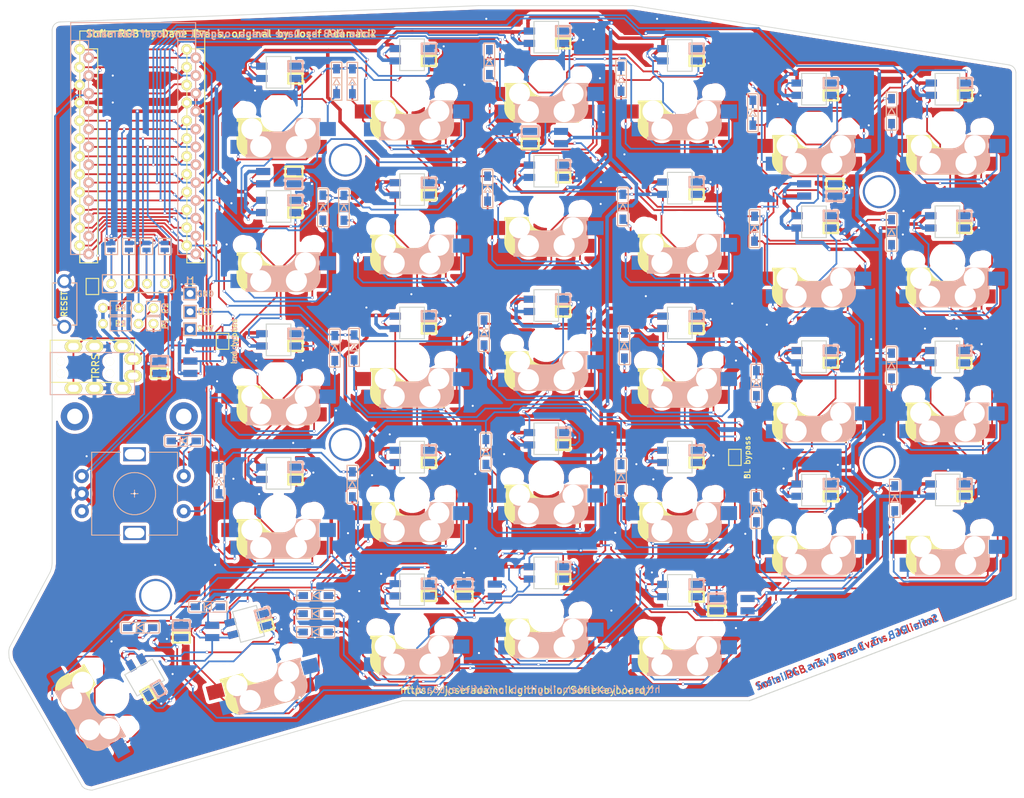
<source format=kicad_pcb>
(kicad_pcb (version 20171130) (host pcbnew "(5.1.12-1-10_14)")
  (layers (0 F.Cu signal) (31 B.Cu signal) (34 B.Paste user) (35 F.Paste user) (36 B.SilkS user) (37 F.SilkS user) (38 B.Mask user) (39 F.Mask user) (44 Edge.Cuts user))
  (net 0 "")
  (net 1 "Net-(D1-Pad2)")
  (net 2 row4)
  (net 3 "Net-(D2-Pad2)")
  (net 4 "Net-(D3-Pad2)")
  (net 5 row0)
  (net 6 "Net-(D4-Pad2)")
  (net 7 row1)
  (net 8 "Net-(D5-Pad2)")
  (net 9 row2)
  (net 10 "Net-(D6-Pad2)")
  (net 11 row3)
  (net 12 "Net-(D7-Pad2)")
  (net 13 "Net-(D8-Pad2)")
  (net 14 "Net-(D9-Pad2)")
  (net 15 "Net-(D10-Pad2)")
  (net 16 "Net-(D11-Pad2)")
  (net 17 "Net-(D12-Pad2)")
  (net 18 "Net-(D13-Pad2)")
  (net 19 "Net-(D14-Pad2)")
  (net 20 "Net-(D15-Pad2)")
  (net 21 "Net-(D16-Pad2)")
  (net 22 "Net-(D17-Pad2)")
  (net 23 "Net-(D18-Pad2)")
  (net 24 "Net-(D19-Pad2)")
  (net 25 "Net-(D20-Pad2)")
  (net 26 "Net-(D21-Pad2)")
  (net 27 "Net-(D22-Pad2)")
  (net 28 "Net-(D23-Pad2)")
  (net 29 "Net-(D24-Pad2)")
  (net 30 "Net-(D26-Pad2)")
  (net 31 "Net-(D27-Pad2)")
  (net 32 "Net-(D28-Pad2)")
  (net 33 VCC)
  (net 34 GND)
  (net 35 col0)
  (net 36 col1)
  (net 37 col2)
  (net 38 col3)
  (net 39 col4)
  (net 40 SDA)
  (net 41 LED)
  (net 42 SCL)
  (net 43 RESET)
  (net 44 "Net-(D29-Pad2)")
  (net 45 "Net-(U1-Pad24)")
  (net 46 "Net-(U1-Pad7)")
  (net 47 DATA)
  (net 48 "Net-(J3-Pad1)")
  (net 49 "Net-(J3-Pad2)")
  (net 50 "Net-(J3-Pad3)")
  (net 51 "Net-(J3-Pad4)")
  (net 52 "Net-(D30-Pad2)")
  (net 53 SW25B)
  (net 54 SW25A)
  (net 55 ENCB)
  (net 56 ENCA)
  (net 57 /i2c_c)
  (net 58 /i2c_d)
  (net 59 "Net-(D31-Pad1)")
  (net 60 "Net-(D31-Pad3)")
  (net 61 "Net-(D32-Pad3)")
  (net 62 "Net-(D34-Pad1)")
  (net 63 "Net-(D35-Pad1)")
  (net 64 lights)
  (net 65 "Net-(SW1-Pad3)")
  (net 66 "Net-(SW1-Pad1)")
  (net 67 "Net-(SW2-Pad3)")
  (net 68 "Net-(SW3-Pad3)")
  (net 69 "Net-(SW3-Pad1)")
  (net 70 "Net-(SW10-Pad1)")
  (net 71 "Net-(SW5-Pad3)")
  (net 72 "Net-(SW11-Pad3)")
  (net 73 "Net-(SW12-Pad1)")
  (net 74 "Net-(SW13-Pad3)")
  (net 75 "Net-(SW14-Pad1)")
  (net 76 "Net-(SW15-Pad3)")
  (net 77 "Net-(SW10-Pad3)")
  (net 78 "Net-(SW11-Pad1)")
  (net 79 "Net-(SW12-Pad3)")
  (net 80 "Net-(SW13-Pad1)")
  (net 81 "Net-(SW14-Pad3)")
  (net 82 "Net-(SW15-Pad1)")
  (net 83 "Net-(SW16-Pad3)")
  (net 84 "Net-(SW17-Pad1)")
  (net 85 "Net-(SW18-Pad3)")
  (net 86 "Net-(SW19-Pad1)")
  (net 87 "Net-(SW20-Pad3)")
  (net 88 "Net-(SW21-Pad1)")
  (net 89 "Net-(SW22-Pad3)")
  (net 90 "Net-(SW23-Pad1)")
  (net 91 "Net-(SW24-Pad3)")
  (net 92 "Net-(SW26-Pad3)")
  (net 93 "Net-(SW28-Pad3)")
  (net 94 BL)
  (module Diode_SMD:crkbd-diode (layer F.Cu) (at 128.75 45.775 270)
    (fp_text reference D1 hide)
    (fp_text value D hide)
    (pad 1 smd rect (at -1.775 0 270) (size 1.3 0.95) (layers F.Cu F.Paste F.Mask) (net 5 row0))
    (pad 2 smd rect (at 1.775 0 270) (size 1.3 0.95) (layers B.Cu B.Paste B.Mask) (net 1 "Net-(D1-Pad2)"))
    (pad 1 smd rect (at -1.775 0 270) (size 1.3 0.95) (layers B.Cu B.Paste B.Mask) (net 5 row0))
    (pad 2 smd rect (at 1.775 0 270) (size 1.3 0.95) (layers F.Cu F.Paste F.Mask) (net 1 "Net-(D1-Pad2)"))
  )
  (module Diode_SMD:crkbd-diode (layer F.Cu) (at 131 45.7805 270)
    (fp_text reference D2 hide)
    (fp_text value D hide)
    (pad 1 smd rect (at -1.775 0 270) (size 1.3 0.95) (layers F.Cu F.Paste F.Mask) (net 5 row0))
    (pad 2 smd rect (at 1.775 0 270) (size 1.3 0.95) (layers B.Cu B.Paste B.Mask) (net 3 "Net-(D2-Pad2)"))
    (pad 1 smd rect (at -1.775 0 270) (size 1.3 0.95) (layers B.Cu B.Paste B.Mask) (net 5 row0))
    (pad 2 smd rect (at 1.775 0 270) (size 1.3 0.95) (layers F.Cu F.Paste F.Mask) (net 3 "Net-(D2-Pad2)"))
  )
  (module Diode_SMD:crkbd-diode (layer F.Cu) (at 150.5 43.04 270)
    (fp_text reference D3 hide)
    (fp_text value D hide)
    (pad 1 smd rect (at -1.775 0 270) (size 1.3 0.95) (layers F.Cu F.Paste F.Mask) (net 5 row0))
    (pad 2 smd rect (at 1.775 0 270) (size 1.3 0.95) (layers B.Cu B.Paste B.Mask) (net 4 "Net-(D3-Pad2)"))
    (pad 1 smd rect (at -1.775 0 270) (size 1.3 0.95) (layers B.Cu B.Paste B.Mask) (net 5 row0))
    (pad 2 smd rect (at 1.775 0 270) (size 1.3 0.95) (layers F.Cu F.Paste F.Mask) (net 4 "Net-(D3-Pad2)"))
  )
  (module Diode_SMD:crkbd-diode (layer F.Cu) (at 169.25 45.425 270)
    (fp_text reference D4 hide)
    (fp_text value D hide)
    (pad 1 smd rect (at -1.775 0 270) (size 1.3 0.95) (layers F.Cu F.Paste F.Mask) (net 5 row0))
    (pad 2 smd rect (at 1.775 0 270) (size 1.3 0.95) (layers B.Cu B.Paste B.Mask) (net 6 "Net-(D4-Pad2)"))
    (pad 1 smd rect (at -1.775 0 270) (size 1.3 0.95) (layers B.Cu B.Paste B.Mask) (net 5 row0))
    (pad 2 smd rect (at 1.775 0 270) (size 1.3 0.95) (layers F.Cu F.Paste F.Mask) (net 6 "Net-(D4-Pad2)"))
  )
  (module Diode_SMD:crkbd-diode (layer F.Cu) (at 188 50.25 270)
    (fp_text reference D5 hide)
    (fp_text value D hide)
    (pad 1 smd rect (at -1.775 0 270) (size 1.3 0.95) (layers F.Cu F.Paste F.Mask) (net 5 row0))
    (pad 2 smd rect (at 1.775 0 270) (size 1.3 0.95) (layers B.Cu B.Paste B.Mask) (net 8 "Net-(D5-Pad2)"))
    (pad 1 smd rect (at -1.775 0 270) (size 1.3 0.95) (layers B.Cu B.Paste B.Mask) (net 5 row0))
    (pad 2 smd rect (at 1.775 0 270) (size 1.3 0.95) (layers F.Cu F.Paste F.Mask) (net 8 "Net-(D5-Pad2)"))
  )
  (module Diode_SMD:crkbd-diode (layer F.Cu) (at 207.75 50.025 270)
    (fp_text reference D6 hide)
    (fp_text value D hide)
    (pad 1 smd rect (at -1.775 0 270) (size 1.3 0.95) (layers F.Cu F.Paste F.Mask) (net 5 row0))
    (pad 2 smd rect (at 1.775 0 270) (size 1.3 0.95) (layers B.Cu B.Paste B.Mask) (net 10 "Net-(D6-Pad2)"))
    (pad 1 smd rect (at -1.775 0 270) (size 1.3 0.95) (layers B.Cu B.Paste B.Mask) (net 5 row0))
    (pad 2 smd rect (at 1.775 0 270) (size 1.3 0.95) (layers F.Cu F.Paste F.Mask) (net 10 "Net-(D6-Pad2)"))
  )
  (module Diode_SMD:crkbd-diode (layer F.Cu) (at 126.8 63.775 270)
    (fp_text reference D7 hide)
    (fp_text value D hide)
    (pad 1 smd rect (at -1.775 0 270) (size 1.3 0.95) (layers F.Cu F.Paste F.Mask) (net 7 row1))
    (pad 2 smd rect (at 1.775 0 270) (size 1.3 0.95) (layers B.Cu B.Paste B.Mask) (net 12 "Net-(D7-Pad2)"))
    (pad 1 smd rect (at -1.775 0 270) (size 1.3 0.95) (layers B.Cu B.Paste B.Mask) (net 7 row1))
    (pad 2 smd rect (at 1.775 0 270) (size 1.3 0.95) (layers F.Cu F.Paste F.Mask) (net 12 "Net-(D7-Pad2)"))
  )
  (module Diode_SMD:crkbd-diode (layer F.Cu) (at 129.8 63.8 270)
    (fp_text reference D8 hide)
    (fp_text value D hide)
    (pad 1 smd rect (at -1.775 0 270) (size 1.3 0.95) (layers F.Cu F.Paste F.Mask) (net 7 row1))
    (pad 2 smd rect (at 1.775 0 270) (size 1.3 0.95) (layers B.Cu B.Paste B.Mask) (net 13 "Net-(D8-Pad2)"))
    (pad 1 smd rect (at -1.775 0 270) (size 1.3 0.95) (layers B.Cu B.Paste B.Mask) (net 7 row1))
    (pad 2 smd rect (at 1.775 0 270) (size 1.3 0.95) (layers F.Cu F.Paste F.Mask) (net 13 "Net-(D8-Pad2)"))
  )
  (module Diode_SMD:crkbd-diode (layer F.Cu) (at 150.25 61.065 270)
    (fp_text reference D9 hide)
    (fp_text value D hide)
    (pad 1 smd rect (at -1.775 0 270) (size 1.3 0.95) (layers F.Cu F.Paste F.Mask) (net 7 row1))
    (pad 2 smd rect (at 1.775 0 270) (size 1.3 0.95) (layers B.Cu B.Paste B.Mask) (net 14 "Net-(D9-Pad2)"))
    (pad 1 smd rect (at -1.775 0 270) (size 1.3 0.95) (layers B.Cu B.Paste B.Mask) (net 7 row1))
    (pad 2 smd rect (at 1.775 0 270) (size 1.3 0.95) (layers F.Cu F.Paste F.Mask) (net 14 "Net-(D9-Pad2)"))
  )
  (module Diode_SMD:crkbd-diode (layer F.Cu) (at 169.5 63.65 270)
    (fp_text reference D10 hide)
    (fp_text value D hide)
    (pad 1 smd rect (at -1.775 0 270) (size 1.3 0.95) (layers F.Cu F.Paste F.Mask) (net 7 row1))
    (pad 2 smd rect (at 1.775 0 270) (size 1.3 0.95) (layers B.Cu B.Paste B.Mask) (net 15 "Net-(D10-Pad2)"))
    (pad 1 smd rect (at -1.775 0 270) (size 1.3 0.95) (layers B.Cu B.Paste B.Mask) (net 7 row1))
    (pad 2 smd rect (at 1.775 0 270) (size 1.3 0.95) (layers F.Cu F.Paste F.Mask) (net 15 "Net-(D10-Pad2)"))
  )
  (module Diode_SMD:crkbd-diode (layer F.Cu) (at 188.25 66.775 270)
    (fp_text reference D11 hide)
    (fp_text value D hide)
    (pad 1 smd rect (at -1.775 0 270) (size 1.3 0.95) (layers F.Cu F.Paste F.Mask) (net 7 row1))
    (pad 2 smd rect (at 1.775 0 270) (size 1.3 0.95) (layers B.Cu B.Paste B.Mask) (net 16 "Net-(D11-Pad2)"))
    (pad 1 smd rect (at -1.775 0 270) (size 1.3 0.95) (layers B.Cu B.Paste B.Mask) (net 7 row1))
    (pad 2 smd rect (at 1.775 0 270) (size 1.3 0.95) (layers F.Cu F.Paste F.Mask) (net 16 "Net-(D11-Pad2)"))
  )
  (module Diode_SMD:crkbd-diode (layer F.Cu) (at 207.75 67.275 270)
    (fp_text reference D12 hide)
    (fp_text value D hide)
    (pad 1 smd rect (at -1.775 0 270) (size 1.3 0.95) (layers F.Cu F.Paste F.Mask) (net 7 row1))
    (pad 2 smd rect (at 1.775 0 270) (size 1.3 0.95) (layers B.Cu B.Paste B.Mask) (net 17 "Net-(D12-Pad2)"))
    (pad 1 smd rect (at -1.775 0 270) (size 1.3 0.95) (layers B.Cu B.Paste B.Mask) (net 7 row1))
    (pad 2 smd rect (at 1.775 0 270) (size 1.3 0.95) (layers F.Cu F.Paste F.Mask) (net 17 "Net-(D12-Pad2)"))
  )
  (module Diode_SMD:crkbd-diode (layer F.Cu) (at 128.5 83.775 270)
    (fp_text reference D13 hide)
    (fp_text value D hide)
    (pad 1 smd rect (at -1.775 0 270) (size 1.3 0.95) (layers F.Cu F.Paste F.Mask) (net 9 row2))
    (pad 2 smd rect (at 1.775 0 270) (size 1.3 0.95) (layers B.Cu B.Paste B.Mask) (net 18 "Net-(D13-Pad2)"))
    (pad 1 smd rect (at -1.775 0 270) (size 1.3 0.95) (layers B.Cu B.Paste B.Mask) (net 9 row2))
    (pad 2 smd rect (at 1.775 0 270) (size 1.3 0.95) (layers F.Cu F.Paste F.Mask) (net 18 "Net-(D13-Pad2)"))
  )
  (module Diode_SMD:crkbd-diode (layer F.Cu) (at 131.25 83.675 270)
    (fp_text reference D14 hide)
    (fp_text value D hide)
    (pad 1 smd rect (at -1.775 0 270) (size 1.3 0.95) (layers F.Cu F.Paste F.Mask) (net 9 row2))
    (pad 2 smd rect (at 1.775 0 270) (size 1.3 0.95) (layers B.Cu B.Paste B.Mask) (net 19 "Net-(D14-Pad2)"))
    (pad 1 smd rect (at -1.775 0 270) (size 1.3 0.95) (layers B.Cu B.Paste B.Mask) (net 9 row2))
    (pad 2 smd rect (at 1.775 0 270) (size 1.3 0.95) (layers F.Cu F.Paste F.Mask) (net 19 "Net-(D14-Pad2)"))
  )
  (module Diode_SMD:crkbd-diode (layer F.Cu) (at 149.75 81.565 270)
    (fp_text reference D15 hide)
    (fp_text value D hide)
    (pad 1 smd rect (at -1.775 0 270) (size 1.3 0.95) (layers F.Cu F.Paste F.Mask) (net 9 row2))
    (pad 2 smd rect (at 1.775 0 270) (size 1.3 0.95) (layers B.Cu B.Paste B.Mask) (net 20 "Net-(D15-Pad2)"))
    (pad 1 smd rect (at -1.775 0 270) (size 1.3 0.95) (layers B.Cu B.Paste B.Mask) (net 9 row2))
    (pad 2 smd rect (at 1.775 0 270) (size 1.3 0.95) (layers F.Cu F.Paste F.Mask) (net 20 "Net-(D15-Pad2)"))
  )
  (module Diode_SMD:crkbd-diode (layer F.Cu) (at 169.725 83.425 270)
    (fp_text reference D16 hide)
    (fp_text value D hide)
    (pad 1 smd rect (at -1.775 0 270) (size 1.3 0.95) (layers F.Cu F.Paste F.Mask) (net 9 row2))
    (pad 2 smd rect (at 1.775 0 270) (size 1.3 0.95) (layers B.Cu B.Paste B.Mask) (net 21 "Net-(D16-Pad2)"))
    (pad 1 smd rect (at -1.775 0 270) (size 1.3 0.95) (layers B.Cu B.Paste B.Mask) (net 9 row2))
    (pad 2 smd rect (at 1.775 0 270) (size 1.3 0.95) (layers F.Cu F.Paste F.Mask) (net 21 "Net-(D16-Pad2)"))
  )
  (module Diode_SMD:crkbd-diode (layer F.Cu) (at 188.5 88.775 270)
    (fp_text reference D17 hide)
    (fp_text value D hide)
    (pad 1 smd rect (at -1.775 0 270) (size 1.3 0.95) (layers F.Cu F.Paste F.Mask) (net 9 row2))
    (pad 2 smd rect (at 1.775 0 270) (size 1.3 0.95) (layers B.Cu B.Paste B.Mask) (net 22 "Net-(D17-Pad2)"))
    (pad 1 smd rect (at -1.775 0 270) (size 1.3 0.95) (layers B.Cu B.Paste B.Mask) (net 9 row2))
    (pad 2 smd rect (at 1.775 0 270) (size 1.3 0.95) (layers F.Cu F.Paste F.Mask) (net 22 "Net-(D17-Pad2)"))
  )
  (module Diode_SMD:crkbd-diode (layer F.Cu) (at 207.75 86.275 270)
    (fp_text reference D18 hide)
    (fp_text value D hide)
    (pad 1 smd rect (at -1.775 0 270) (size 1.3 0.95) (layers F.Cu F.Paste F.Mask) (net 9 row2))
    (pad 2 smd rect (at 1.775 0 270) (size 1.3 0.95) (layers B.Cu B.Paste B.Mask) (net 23 "Net-(D18-Pad2)"))
    (pad 1 smd rect (at -1.775 0 270) (size 1.3 0.95) (layers B.Cu B.Paste B.Mask) (net 9 row2))
    (pad 2 smd rect (at 1.775 0 270) (size 1.3 0.95) (layers F.Cu F.Paste F.Mask) (net 23 "Net-(D18-Pad2)"))
  )
  (module Diode_SMD:crkbd-diode (layer F.Cu) (at 112 102.75 270)
    (fp_text reference D19 hide)
    (fp_text value D hide)
    (pad 1 smd rect (at -1.775 0 270) (size 1.3 0.95) (layers F.Cu F.Paste F.Mask) (net 11 row3))
    (pad 2 smd rect (at 1.775 0 270) (size 1.3 0.95) (layers B.Cu B.Paste B.Mask) (net 24 "Net-(D19-Pad2)"))
    (pad 1 smd rect (at -1.775 0 270) (size 1.3 0.95) (layers B.Cu B.Paste B.Mask) (net 11 row3))
    (pad 2 smd rect (at 1.775 0 270) (size 1.3 0.95) (layers F.Cu F.Paste F.Mask) (net 24 "Net-(D19-Pad2)"))
  )
  (module Diode_SMD:crkbd-diode (layer F.Cu) (at 131 103.175 270)
    (fp_text reference D20 hide)
    (fp_text value D hide)
    (pad 1 smd rect (at -1.775 0 270) (size 1.3 0.95) (layers F.Cu F.Paste F.Mask) (net 11 row3))
    (pad 2 smd rect (at 1.775 0 270) (size 1.3 0.95) (layers B.Cu B.Paste B.Mask) (net 25 "Net-(D20-Pad2)"))
    (pad 1 smd rect (at -1.775 0 270) (size 1.3 0.95) (layers B.Cu B.Paste B.Mask) (net 11 row3))
    (pad 2 smd rect (at 1.775 0 270) (size 1.3 0.95) (layers F.Cu F.Paste F.Mask) (net 25 "Net-(D20-Pad2)"))
  )
  (module Diode_SMD:crkbd-diode (layer F.Cu) (at 150 98.565 270)
    (fp_text reference D21 hide)
    (fp_text value D hide)
    (pad 1 smd rect (at -1.775 0 270) (size 1.3 0.95) (layers F.Cu F.Paste F.Mask) (net 11 row3))
    (pad 2 smd rect (at 1.775 0 270) (size 1.3 0.95) (layers B.Cu B.Paste B.Mask) (net 26 "Net-(D21-Pad2)"))
    (pad 1 smd rect (at -1.775 0 270) (size 1.3 0.95) (layers B.Cu B.Paste B.Mask) (net 11 row3))
    (pad 2 smd rect (at 1.775 0 270) (size 1.3 0.95) (layers F.Cu F.Paste F.Mask) (net 26 "Net-(D21-Pad2)"))
  )
  (module Diode_SMD:crkbd-diode (layer F.Cu) (at 169.25 102.15 270)
    (fp_text reference D22 hide)
    (fp_text value D hide)
    (pad 1 smd rect (at -1.775 0 270) (size 1.3 0.95) (layers F.Cu F.Paste F.Mask) (net 11 row3))
    (pad 2 smd rect (at 1.775 0 270) (size 1.3 0.95) (layers B.Cu B.Paste B.Mask) (net 27 "Net-(D22-Pad2)"))
    (pad 1 smd rect (at -1.775 0 270) (size 1.3 0.95) (layers B.Cu B.Paste B.Mask) (net 11 row3))
    (pad 2 smd rect (at 1.775 0 270) (size 1.3 0.95) (layers F.Cu F.Paste F.Mask) (net 27 "Net-(D22-Pad2)"))
  )
  (module Diode_SMD:crkbd-diode (layer F.Cu) (at 188.5 106.75 270)
    (fp_text reference D23 hide)
    (fp_text value D hide)
    (pad 1 smd rect (at -1.775 0 270) (size 1.3 0.95) (layers F.Cu F.Paste F.Mask) (net 11 row3))
    (pad 2 smd rect (at 1.775 0 270) (size 1.3 0.95) (layers B.Cu B.Paste B.Mask) (net 28 "Net-(D23-Pad2)"))
    (pad 1 smd rect (at -1.775 0 270) (size 1.3 0.95) (layers B.Cu B.Paste B.Mask) (net 11 row3))
    (pad 2 smd rect (at 1.775 0 270) (size 1.3 0.95) (layers F.Cu F.Paste F.Mask) (net 28 "Net-(D23-Pad2)"))
  )
  (module Diode_SMD:crkbd-diode (layer F.Cu) (at 208.2 105.175 270)
    (fp_text reference D24 hide)
    (fp_text value D hide)
    (pad 1 smd rect (at -1.775 0 270) (size 1.3 0.95) (layers F.Cu F.Paste F.Mask) (net 11 row3))
    (pad 2 smd rect (at 1.775 0 270) (size 1.3 0.95) (layers B.Cu B.Paste B.Mask) (net 29 "Net-(D24-Pad2)"))
    (pad 1 smd rect (at -1.775 0 270) (size 1.3 0.95) (layers B.Cu B.Paste B.Mask) (net 11 row3))
    (pad 2 smd rect (at 1.775 0 270) (size 1.3 0.95) (layers F.Cu F.Paste F.Mask) (net 29 "Net-(D24-Pad2)"))
  )
  (module Diode_SMD:crkbd-diode (layer F.Cu) (at 107 97)
    (fp_text reference D25 hide)
    (fp_text value D hide)
    (pad 1 smd rect (at -1.775 0) (size 1.3 0.95) (layers F.Cu F.Paste F.Mask) (net 2 row4))
    (pad 2 smd rect (at 1.775 0) (size 1.3 0.95) (layers B.Cu B.Paste B.Mask) (net 53 SW25B))
    (pad 1 smd rect (at -1.775 0) (size 1.3 0.95) (layers B.Cu B.Paste B.Mask) (net 2 row4))
    (pad 2 smd rect (at 1.775 0) (size 1.3 0.95) (layers F.Cu F.Paste F.Mask) (net 53 SW25B))
  )
  (module Diode_SMD:crkbd-diode (layer F.Cu) (at 100.8 123.6)
    (fp_text reference D26 hide)
    (fp_text value D hide)
    (pad 1 smd rect (at -1.775 0) (size 1.3 0.95) (layers F.Cu F.Paste F.Mask) (net 2 row4))
    (pad 2 smd rect (at 1.775 0) (size 1.3 0.95) (layers B.Cu B.Paste B.Mask) (net 30 "Net-(D26-Pad2)"))
    (pad 1 smd rect (at -1.775 0) (size 1.3 0.95) (layers B.Cu B.Paste B.Mask) (net 2 row4))
    (pad 2 smd rect (at 1.775 0) (size 1.3 0.95) (layers F.Cu F.Paste F.Mask) (net 30 "Net-(D26-Pad2)"))
  )
  (module Diode_SMD:crkbd-diode (layer F.Cu) (at 110.4248 120.6248)
    (fp_text reference D27 hide)
    (fp_text value D hide)
    (pad 1 smd rect (at -1.775 0) (size 1.3 0.95) (layers F.Cu F.Paste F.Mask) (net 2 row4))
    (pad 2 smd rect (at 1.775 0) (size 1.3 0.95) (layers B.Cu B.Paste B.Mask) (net 31 "Net-(D27-Pad2)"))
    (pad 1 smd rect (at -1.775 0) (size 1.3 0.95) (layers B.Cu B.Paste B.Mask) (net 2 row4))
    (pad 2 smd rect (at 1.775 0) (size 1.3 0.95) (layers F.Cu F.Paste F.Mask) (net 31 "Net-(D27-Pad2)"))
  )
  (module Diode_SMD:crkbd-diode (layer F.Cu) (at 125.775 124.2)
    (fp_text reference D28 hide)
    (fp_text value D hide)
    (pad 1 smd rect (at -1.775 0) (size 1.3 0.95) (layers F.Cu F.Paste F.Mask) (net 2 row4))
    (pad 2 smd rect (at 1.775 0) (size 1.3 0.95) (layers B.Cu B.Paste B.Mask) (net 32 "Net-(D28-Pad2)"))
    (pad 1 smd rect (at -1.775 0) (size 1.3 0.95) (layers B.Cu B.Paste B.Mask) (net 2 row4))
    (pad 2 smd rect (at 1.775 0) (size 1.3 0.95) (layers F.Cu F.Paste F.Mask) (net 32 "Net-(D28-Pad2)"))
  )
  (module Diode_SMD:crkbd-diode (layer F.Cu) (at 125.775 121.6)
    (fp_text reference D29 hide)
    (fp_text value D hide)
    (pad 2 smd rect (at 1.775 0) (size 1.3 0.95) (layers F.Cu F.Paste F.Mask) (net 44 "Net-(D29-Pad2)"))
    (pad 1 smd rect (at -1.775 0) (size 1.3 0.95) (layers B.Cu B.Paste B.Mask) (net 2 row4))
    (pad 2 smd rect (at 1.775 0) (size 1.3 0.95) (layers B.Cu B.Paste B.Mask) (net 44 "Net-(D29-Pad2)"))
    (pad 1 smd rect (at -1.775 0) (size 1.3 0.95) (layers F.Cu F.Paste F.Mask) (net 2 row4))
  )
  (module Diode_SMD:crkbd-diode (layer F.Cu) (at 125.805 119.02)
    (fp_text reference D30 hide)
    (fp_text value D hide)
    (pad 1 smd rect (at -1.775 0) (size 1.3 0.95) (layers F.Cu F.Paste F.Mask) (net 2 row4))
    (pad 2 smd rect (at 1.775 0) (size 1.3 0.95) (layers B.Cu B.Paste B.Mask) (net 52 "Net-(D30-Pad2)"))
    (pad 1 smd rect (at -1.775 0) (size 1.3 0.95) (layers B.Cu B.Paste B.Mask) (net 2 row4))
    (pad 2 smd rect (at 1.775 0) (size 1.3 0.95) (layers F.Cu F.Paste F.Mask) (net 52 "Net-(D30-Pad2)"))
  )
  (module SofleKeyboard-footprint:LED (layer F.Cu) (at 107.9 81.1 180)
    (fp_text reference J1 (at 0 6.9 180) (layer F.SilkS))
    (fp_text value LED hide)
    (fp_text user GND (at -2.1836 5.0524 180) (layer F.SilkS) (effects (font (size 0.8 0.8))))
    (fp_text user LED (at -2.2 2.5 180) (layer B.SilkS) (effects (font (size 0.8 0.8)) (justify mirror)))
    (fp_text user GND (at -2.1836 5.0524 180) (layer B.SilkS) (effects (font (size 0.8 0.8)) (justify mirror)))
    (fp_text user VCC (at -2.2 0.1 180) (layer B.SilkS) (effects (font (size 0.8 0.8)) (justify mirror)))
    (fp_text user J1 (at 0 6.9 180) (layer B.SilkS) (effects (justify mirror)))
    (pad 1 thru_hole rect (at 0 0 270) (size 1.524 1.524) (drill 1) (layers *.Cu *.Mask) (net 33 VCC))
    (pad 2 thru_hole rect (at 0 2.5 180) (size 1.524 1.524) (drill 1) (layers *.Cu *.Mask) (net 41 LED))
    (pad 3 thru_hole rect (at 0 5.1 180) (size 1.524 1.524) (drill 1) (layers *.Cu *.Mask) (net 34 GND))
  )
  (module SofleKeyboard-footprint:MJ-4PP-9 (layer F.Cu) (at 88 85.65 90)
    (fp_text reference J2)
    (fp_text value 4PIN hide)
    (fp_text user TRRS (at -0.75 6.45 90) (layer F.SilkS))
    (fp_text user TRRS (at -0.75 6.45 90) (layer F.SilkS))
    (pad 4 thru_hole oval (at -2.1 11.8 90) (size 1.7 2.5) (drill oval 1 1.5) (layers *.Cu *.Mask F.SilkS) (net 57 /i2c_c) (clearance 0.15))
    (pad 1 thru_hole oval (at 2.1 10.3 90) (size 1.7 2.5) (drill oval 1 1.5) (layers *.Cu *.Mask F.SilkS) (net 33 VCC) (clearance 0.15))
    (pad 2 thru_hole oval (at 2.1 6.3 90) (size 1.7 2.5) (drill oval 1 1.5) (layers *.Cu *.Mask F.SilkS) (net 34 GND))
    (pad 3 thru_hole oval (at 2.1 3.3 90) (size 1.7 2.5) (drill oval 1 1.5) (layers *.Cu *.Mask F.SilkS) (net 58 /i2c_d))
    (pad "" np_thru_hole circle (at 0 8.5 90) (size 1.2 1.2) (drill 1.2) (layers *.Cu *.Mask F.SilkS))
    (pad "" np_thru_hole circle (at 0 1.5 90) (size 1.2 1.2) (drill 1.2) (layers *.Cu *.Mask F.SilkS))
    (pad 2 thru_hole oval (at -3.85 6.3 90) (size 1.7 2.5) (drill oval 1 1.5) (layers *.Cu *.Mask F.SilkS) (net 34 GND))
    (pad 3 thru_hole oval (at -3.85 3.3 90) (size 1.7 2.5) (drill oval 1 1.5) (layers *.Cu *.Mask F.SilkS) (net 58 /i2c_d))
    (pad 4 thru_hole oval (at 0.35 11.8 90) (size 1.7 2.5) (drill oval 1 1.5) (layers *.Cu *.Mask F.SilkS) (net 57 /i2c_c) (clearance 0.15))
    (pad 1 thru_hole oval (at -3.85 10.3 90) (size 1.7 2.5) (drill oval 1 1.5) (layers *.Cu *.Mask F.SilkS) (net 33 VCC) (clearance 0.15))
    (pad "" np_thru_hole circle (at -1.75 1.5 90) (size 1.2 1.2) (drill 1.2) (layers *.Cu *.Mask F.SilkS))
    (pad "" np_thru_hole circle (at -1.75 8.5 90) (size 1.2 1.2) (drill 1.2) (layers *.Cu *.Mask F.SilkS))
  )
  (module SofleKeyboard-footprint:OLED_4Pin (layer F.Cu) (at 96.7 74.6)
    (fp_text reference J3 hide)
    (fp_text value OLED hide)
    (pad 4 thru_hole circle (at 7.62 0) (size 1.397 1.397) (drill 0.8128) (layers *.Cu *.Mask F.SilkS) (net 51 "Net-(J3-Pad4)"))
    (pad 3 thru_hole circle (at 5.08 0) (size 1.397 1.397) (drill 0.8128) (layers *.Cu *.Mask F.SilkS) (net 50 "Net-(J3-Pad3)"))
    (pad 2 thru_hole circle (at 2.54 0) (size 1.397 1.397) (drill 0.8128) (layers *.Cu *.Mask F.SilkS) (net 49 "Net-(J3-Pad2)"))
    (pad 1 thru_hole circle (at 0 0) (size 1.397 1.397) (drill 0.8128) (layers *.Cu *.Mask F.SilkS) (net 48 "Net-(J3-Pad1)"))
  )
  (module SofleKeyboard-footprint:Jumper (layer F.Cu) (at 104.3 69.3 90)
    (fp_text reference JP1 hide)
    (fp_text value Jumper_NO_Small hide)
    (pad 2 smd rect (at 0.50038 0 90) (size 0.635 1.143) (layers F.Cu F.Paste F.Mask) (net 34 GND) (clearance 0.1905))
    (pad 1 smd rect (at -0.50038 0 90) (size 0.635 1.143) (layers F.Cu F.Paste F.Mask) (net 51 "Net-(J3-Pad4)") (clearance 0.1905))
  )
  (module SofleKeyboard-footprint:Jumper (layer F.Cu) (at 101.7 69.3 90)
    (fp_text reference JP2 hide)
    (fp_text value Jumper_NO_Small hide)
    (pad 2 smd rect (at 0.50038 0 90) (size 0.635 1.143) (layers F.Cu F.Paste F.Mask) (net 33 VCC) (clearance 0.1905))
    (pad 1 smd rect (at -0.50038 0 90) (size 0.635 1.143) (layers F.Cu F.Paste F.Mask) (net 50 "Net-(J3-Pad3)") (clearance 0.1905))
  )
  (module SofleKeyboard-footprint:Jumper (layer F.Cu) (at 99.2 69.3 90)
    (fp_text reference JP3 hide)
    (fp_text value Jumper_NO_Small hide)
    (pad 2 smd rect (at 0.50038 0 90) (size 0.635 1.143) (layers F.Cu F.Paste F.Mask) (net 42 SCL) (clearance 0.1905))
    (pad 1 smd rect (at -0.50038 0 90) (size 0.635 1.143) (layers F.Cu F.Paste F.Mask) (net 49 "Net-(J3-Pad2)") (clearance 0.1905))
  )
  (module SofleKeyboard-footprint:Jumper (layer F.Cu) (at 96.7 69.3 90)
    (fp_text reference JP4 hide)
    (fp_text value Jumper_NO_Small hide)
    (pad 2 smd rect (at 0.50038 0 90) (size 0.635 1.143) (layers F.Cu F.Paste F.Mask) (net 40 SDA) (clearance 0.1905))
    (pad 1 smd rect (at -0.50038 0 90) (size 0.635 1.143) (layers F.Cu F.Paste F.Mask) (net 48 "Net-(J3-Pad1)") (clearance 0.1905))
  )
  (module SofleKeyboard-footprint:Jumper (layer B.Cu) (at 104.3 69.3 90)
    (fp_text reference JP5 hide)
    (fp_text value Jumper_NO_Small hide)
    (pad 2 smd rect (at 0.50038 0 90) (size 0.635 1.143) (layers B.Cu B.Paste B.Mask) (net 40 SDA) (clearance 0.1905))
    (pad 1 smd rect (at -0.50038 0 90) (size 0.635 1.143) (layers B.Cu B.Paste B.Mask) (net 51 "Net-(J3-Pad4)") (clearance 0.1905))
  )
  (module SofleKeyboard-footprint:Jumper (layer B.Cu) (at 101.7 69.3 90)
    (fp_text reference JP6 hide)
    (fp_text value Jumper_NO_Small hide)
    (pad 2 smd rect (at 0.50038 0 90) (size 0.635 1.143) (layers B.Cu B.Paste B.Mask) (net 42 SCL) (clearance 0.1905))
    (pad 1 smd rect (at -0.50038 0 90) (size 0.635 1.143) (layers B.Cu B.Paste B.Mask) (net 50 "Net-(J3-Pad3)") (clearance 0.1905))
  )
  (module SofleKeyboard-footprint:Jumper (layer B.Cu) (at 99.2 69.3 90)
    (fp_text reference JP7 hide)
    (fp_text value Jumper_NO_Small hide)
    (pad 2 smd rect (at 0.50038 0 90) (size 0.635 1.143) (layers B.Cu B.Paste B.Mask) (net 33 VCC) (clearance 0.1905))
    (pad 1 smd rect (at -0.50038 0 90) (size 0.635 1.143) (layers B.Cu B.Paste B.Mask) (net 49 "Net-(J3-Pad2)") (clearance 0.1905))
  )
  (module SofleKeyboard-footprint:Jumper (layer B.Cu) (at 96.7 69.3 90)
    (fp_text reference JP8 hide)
    (fp_text value Jumper_NO_Small hide)
    (pad 2 smd rect (at 0.50038 0 90) (size 0.635 1.143) (layers B.Cu B.Paste B.Mask) (net 34 GND) (clearance 0.1905))
    (pad 1 smd rect (at -0.50038 0 90) (size 0.635 1.143) (layers B.Cu B.Paste B.Mask) (net 48 "Net-(J3-Pad1)") (clearance 0.1905))
  )
  (module SofleKeyboard-footprint:Jumper (layer F.Cu) (at 185.4454 99.3394 270)
    (fp_text reference JP10 hide)
    (fp_text value Jumper_NO_Small hide)
    (pad 1 smd rect (at -0.50038 0 270) (size 0.635 1.143) (layers F.Cu F.Paste F.Mask) (net 64 lights) (clearance 0.1905))
    (pad 2 smd rect (at 0.50038 0 270) (size 0.635 1.143) (layers F.Cu F.Paste F.Mask) (net 94 BL) (clearance 0.1905))
  )
  (module SofleKeyboard-footprint:Jumper (layer F.Cu) (at 112.522 82.804 90)
    (fp_text reference JP9 hide)
    (fp_text value Jumper_NO_Small hide)
    (pad 2 smd rect (at 0.50038 0 90) (size 0.635 1.143) (layers F.Cu F.Paste F.Mask) (net 41 LED) (clearance 0.1905))
    (pad 1 smd rect (at -0.50038 0 90) (size 0.635 1.143) (layers F.Cu F.Paste F.Mask) (net 64 lights) (clearance 0.1905))
  )
  (module SofleKeyboard-footprint:1pin_conn (layer F.Cu) (at 102.7 80.3 270)
    (fp_text reference P1 (at 0 -1.671944 270) (layer F.SilkS) (effects (font (size 0.8128 0.8128))))
    (fp_text value i2c_pin hide)
    (fp_text user P1 (at 0.2 -1.7 270) (layer B.SilkS) (effects (font (size 0.8 0.8)) (justify mirror)))
    (pad 1 thru_hole circle (at 0 0 270) (size 1.397 1.397) (drill 0.8128) (layers *.Cu *.Mask F.SilkS) (net 57 /i2c_c))
  )
  (module SofleKeyboard-footprint:1pin_conn (layer F.Cu) (at 102.7 78.1 270)
    (fp_text reference P2 (at 0 -1.671944 270) (layer F.SilkS) (effects (font (size 0.8128 0.8128))))
    (fp_text value i2c_pin hide)
    (fp_text user P2 (at 0 -1.7 270) (layer B.SilkS) (effects (font (size 0.8 0.8)) (justify mirror)))
    (pad 1 thru_hole circle (at 0 0 270) (size 1.397 1.397) (drill 0.8128) (layers *.Cu *.Mask F.SilkS) (net 58 /i2c_d))
  )
  (module SofleKeyboard-footprint:RESISTOR_mini (layer F.Cu) (at 98.039272 80.311965)
    (fp_text reference R1 (at -0.039272 -0.011965 180) (layer F.SilkS) (effects (font (size 0.8128 0.8128))))
    (fp_text value R hide)
    (fp_text user R1 (at 0 -0.011965 180) (layer B.SilkS) (effects (font (size 0.8 0.8)) (justify mirror)))
    (pad 2 thru_hole circle (at 2.54 0) (size 1.397 1.397) (drill 0.8128) (layers *.Cu *.Mask F.SilkS) (net 40 SDA))
    (pad 1 thru_hole circle (at -2.54 0) (size 1.397 1.397) (drill 0.8128) (layers *.Cu *.Mask F.SilkS) (net 33 VCC))
  )
  (module SofleKeyboard-footprint:RESISTOR_mini (layer F.Cu) (at 98.039272 78.061965)
    (fp_text reference R2 (at -0.039272 0.038035 180) (layer F.SilkS) (effects (font (size 0.8128 0.8128))))
    (fp_text value R hide)
    (fp_text user R2 (at 0 0 180) (layer B.SilkS) (effects (font (size 0.8 0.8)) (justify mirror)))
    (pad 2 thru_hole circle (at 2.54 0) (size 1.397 1.397) (drill 0.8128) (layers *.Cu *.Mask F.SilkS) (net 42 SCL))
    (pad 1 thru_hole circle (at -2.54 0) (size 1.397 1.397) (drill 0.8128) (layers *.Cu *.Mask F.SilkS) (net 33 VCC))
  )
  (module SofleKeyboard-footprint:TACT_SWITCH_TVBP06 (layer F.Cu) (at 90 77.5 270)
    (fp_text reference RSW1 hide)
    (fp_text value SW_RST hide)
    (fp_text user RESET (at 0 0 270) (layer F.SilkS) (effects (font (size 0.8 0.8))))
    (fp_text user RESET (at 0 0 270) (layer F.SilkS) (effects (font (size 0.8 0.8))))
    (pad 2 thru_hole circle (at 3.25 0 270) (size 2 2) (drill 1.3) (layers *.Cu *.Mask) (net 43 RESET))
    (pad 1 thru_hole circle (at -3.25 0 270) (size 2 2) (drill 1.3) (layers *.Cu *.Mask) (net 34 GND))
  )
  (module SofleKeyboard-footprint:RotaryEncoder_Alps_EC11E-Switch_Vertical_H20mm-keebio_modified (layer F.Cu) (at 100 104.5)
    (fp_text reference SW25 hide)
    (fp_text value Rotary_Encoder_Switch)
    (pad A thru_hole circle (at -7.5 -2.5) (size 2 2) (drill 1) (layers *.Cu *.Mask) (net 56 ENCA))
    (pad C thru_hole circle (at -7.5 0) (size 2 2) (drill 1) (layers *.Cu *.Mask) (net 34 GND))
    (pad B thru_hole circle (at -7.5 2.5) (size 2 2) (drill 1) (layers *.Cu *.Mask) (net 55 ENCB))
    (pad MP thru_hole rect (at 0 -5.6) (size 3.2 2) (drill oval 2.8 1.5) (layers *.Cu *.Mask))
    (pad MP thru_hole rect (at 0 5.6) (size 3.2 2) (drill oval 2.8 1.5) (layers *.Cu *.Mask))
    (pad S2 thru_hole circle (at 7 -2.5) (size 2 2) (drill 1) (layers *.Cu *.Mask) (net 53 SW25B))
    (pad S1 thru_hole circle (at 7 2.5) (size 2 2) (drill 1) (layers *.Cu *.Mask) (net 54 SW25A))
  )
  (module SofleKeyboard-footprint:M2_HOLE_PCB (layer F.Cu) (at 91.5 93.5)
    (fp_text reference TH1 hide)
    (fp_text value HOLE)
    (pad "" thru_hole circle (at 0 0) (size 4 4) (drill 2.2) (layers *.Cu *.Mask Dwgs.User))
  )
  (module SofleKeyboard-footprint:M2_HOLE_PCB (layer F.Cu) (at 107 93.5)
    (fp_text reference TH2 hide)
    (fp_text value HOLE)
    (pad "" thru_hole circle (at 0 0) (size 4 4) (drill 2.2) (layers *.Cu *.Mask Dwgs.User))
  )
  (module SofleKeyboard-footprint:HOLE_M2_TH (layer F.Cu) (at 129.975 57.075)
    (fp_text reference TH3 hide)
    (fp_text value HOLE hide)
    (pad "" thru_hole circle (at 0.025 -0.075 90) (size 4.7 4.7) (drill 4.1) (layers *.Cu *.Mask Dwgs.User) (clearance 0.3))
  )
  (module SofleKeyboard-footprint:HOLE_M2_TH (layer F.Cu) (at 206.225 61.775)
    (fp_text reference TH4 hide)
    (fp_text value HOLE hide)
    (pad "" thru_hole circle (at -0.225 -0.275 90) (size 4.7 4.7) (drill 4.1) (layers *.Cu *.Mask Dwgs.User) (clearance 0.3))
  )
  (module SofleKeyboard-footprint:HOLE_M2_TH (layer F.Cu) (at 130.025 97.575)
    (fp_text reference TH5 hide)
    (fp_text value HOLE hide)
    (pad "" thru_hole circle (at -0.025 -0.075 90) (size 4.7 4.7) (drill 4.1) (layers *.Cu *.Mask Dwgs.User) (clearance 0.3))
  )
  (module SofleKeyboard-footprint:HOLE_M2_TH (layer F.Cu) (at 206.175 100.025)
    (fp_text reference TH6 hide)
    (fp_text value HOLE hide)
    (pad "" thru_hole circle (at -0.175 -0.025 90) (size 4.7 4.7) (drill 4.1) (layers *.Cu *.Mask Dwgs.User) (clearance 0.3))
  )
  (module SofleKeyboard-footprint:HOLE_M2_TH (layer F.Cu) (at 103 119 90)
    (fp_text reference TH7 hide)
    (fp_text value HOLE hide)
    (pad "" thru_hole circle (at 0 0 180) (size 4.7 4.7) (drill 4.1) (layers *.Cu *.Mask Dwgs.User) (clearance 0.3))
  )
  (module SofleKeyboard-footprint:ProMicro (layer F.Cu) (at 101 56)
    (fp_text reference U1 hide)
    (fp_text value ProMicro hide)
    (pad 22 thru_hole circle (at -7.521185 -8.494255 180) (size 1.524 1.524) (drill 0.8128) (layers *.Cu *.Mask B.SilkS) (net 43 RESET))
    (pad 10 thru_hole circle (at 7.718815 9.285745 180) (size 1.524 1.524) (drill 0.8128) (layers *.Cu *.Mask B.SilkS) (net 9 row2))
    (pad 18 thru_hole circle (at -7.521185 1.665745 180) (size 1.524 1.524) (drill 0.8128) (layers *.Cu *.Mask B.SilkS) (net 35 col0))
    (pad 6 thru_hole circle (at 7.718815 -0.874255 180) (size 1.524 1.524) (drill 0.8128) (layers *.Cu *.Mask B.SilkS) (net 42 SCL))
    (pad 4 thru_hole circle (at 7.718815 -5.954255 180) (size 1.524 1.524) (drill 0.8128) (layers *.Cu *.Mask B.SilkS) (net 34 GND))
    (pad 14 thru_hole circle (at -7.521185 11.825745 180) (size 1.524 1.524) (drill 0.8128) (layers *.Cu *.Mask B.SilkS) (net 39 col4))
    (pad 3 thru_hole circle (at 7.718815 -8.494255 180) (size 1.524 1.524) (drill 0.8128) (layers *.Cu *.Mask B.SilkS) (net 34 GND))
    (pad 1 thru_hole circle (at 7.718815 -13.574255 180) (size 1.524 1.524) (drill 0.8128) (layers *.Cu *.Mask B.SilkS) (net 41 LED))
    (pad 16 thru_hole circle (at -7.521185 6.745745 180) (size 1.524 1.524) (drill 0.8128) (layers *.Cu *.Mask B.SilkS) (net 37 col2))
    (pad 12 thru_hole circle (at 7.718815 14.365745 180) (size 1.524 1.524) (drill 0.8128) (layers *.Cu *.Mask B.SilkS) (net 2 row4))
    (pad 19 thru_hole circle (at -7.521185 -0.874255 180) (size 1.524 1.524) (drill 0.8128) (layers *.Cu *.Mask B.SilkS) (net 55 ENCB))
    (pad 23 thru_hole circle (at -7.521185 -11.034255 180) (size 1.524 1.524) (drill 0.8128) (layers *.Cu *.Mask B.SilkS) (net 34 GND))
    (pad 21 thru_hole circle (at -7.521185 -5.954255 180) (size 1.524 1.524) (drill 0.8128) (layers *.Cu *.Mask B.SilkS) (net 33 VCC))
    (pad 20 thru_hole circle (at -7.521185 -3.414255 180) (size 1.524 1.524) (drill 0.8128) (layers *.Cu *.Mask B.SilkS) (net 56 ENCA))
    (pad 15 thru_hole circle (at -7.521185 9.285745 180) (size 1.524 1.524) (drill 0.8128) (layers *.Cu *.Mask B.SilkS) (net 38 col3))
    (pad 17 thru_hole circle (at -7.521185 4.205745 180) (size 1.524 1.524) (drill 0.8128) (layers *.Cu *.Mask B.SilkS) (net 36 col1))
    (pad 9 thru_hole circle (at 7.718815 6.745745 180) (size 1.524 1.524) (drill 0.8128) (layers *.Cu *.Mask B.SilkS) (net 7 row1))
    (pad 8 thru_hole circle (at 7.718815 4.205745 180) (size 1.524 1.524) (drill 0.8128) (layers *.Cu *.Mask B.SilkS) (net 5 row0))
    (pad 13 thru_hole circle (at -7.521185 14.365745 180) (size 1.524 1.524) (drill 0.8128) (layers *.Cu *.Mask B.SilkS) (net 54 SW25A))
    (pad 11 thru_hole circle (at 7.718815 11.825745 180) (size 1.524 1.524) (drill 0.8128) (layers *.Cu *.Mask B.SilkS) (net 11 row3))
    (pad 2 thru_hole circle (at 7.718815 -11.034255 180) (size 1.524 1.524) (drill 0.8128) (layers *.Cu *.Mask B.SilkS) (net 47 DATA))
    (pad 24 thru_hole circle (at -7.521185 -13.574255 180) (size 1.524 1.524) (drill 0.8128) (layers *.Cu *.Mask B.SilkS) (net 45 "Net-(U1-Pad24)"))
    (pad 7 thru_hole circle (at 7.718815 1.665745 180) (size 1.524 1.524) (drill 0.8128) (layers *.Cu *.Mask B.SilkS) (net 46 "Net-(U1-Pad7)"))
    (pad 5 thru_hole circle (at 7.718815 -3.414255 180) (size 1.524 1.524) (drill 0.8128) (layers *.Cu *.Mask B.SilkS) (net 40 SDA))
    (pad 1 thru_hole circle (at -8.82 -14.77) (size 1.524 1.524) (drill 0.8128) (layers *.Cu *.Mask F.SilkS) (net 41 LED))
    (pad 2 thru_hole circle (at -8.82 -12.23) (size 1.524 1.524) (drill 0.8128) (layers *.Cu *.Mask F.SilkS) (net 47 DATA))
    (pad 3 thru_hole circle (at -8.82 -9.69) (size 1.524 1.524) (drill 0.8128) (layers *.Cu *.Mask F.SilkS) (net 34 GND))
    (pad 4 thru_hole circle (at -8.82 -7.15) (size 1.524 1.524) (drill 0.8128) (layers *.Cu *.Mask F.SilkS) (net 34 GND))
    (pad 5 thru_hole circle (at -8.82 -4.61) (size 1.524 1.524) (drill 0.8128) (layers *.Cu *.Mask F.SilkS) (net 40 SDA))
    (pad 6 thru_hole circle (at -8.82 -2.07) (size 1.524 1.524) (drill 0.8128) (layers *.Cu *.Mask F.SilkS) (net 42 SCL))
    (pad 7 thru_hole circle (at -8.82 0.47) (size 1.524 1.524) (drill 0.8128) (layers *.Cu *.Mask F.SilkS) (net 46 "Net-(U1-Pad7)"))
    (pad 8 thru_hole circle (at -8.82 3.01) (size 1.524 1.524) (drill 0.8128) (layers *.Cu *.Mask F.SilkS) (net 5 row0))
    (pad 9 thru_hole circle (at -8.82 5.55) (size 1.524 1.524) (drill 0.8128) (layers *.Cu *.Mask F.SilkS) (net 7 row1))
    (pad 10 thru_hole circle (at -8.82 8.09) (size 1.524 1.524) (drill 0.8128) (layers *.Cu *.Mask F.SilkS) (net 9 row2))
    (pad 11 thru_hole circle (at -8.82 10.63) (size 1.524 1.524) (drill 0.8128) (layers *.Cu *.Mask F.SilkS) (net 11 row3))
    (pad 12 thru_hole circle (at -8.82 13.17) (size 1.524 1.524) (drill 0.8128) (layers *.Cu *.Mask F.SilkS) (net 2 row4))
    (pad 13 thru_hole circle (at 6.42 13.17) (size 1.524 1.524) (drill 0.8128) (layers *.Cu *.Mask F.SilkS) (net 54 SW25A))
    (pad 14 thru_hole circle (at 6.42 10.63) (size 1.524 1.524) (drill 0.8128) (layers *.Cu *.Mask F.SilkS) (net 39 col4))
    (pad 15 thru_hole circle (at 6.42 8.09) (size 1.524 1.524) (drill 0.8128) (layers *.Cu *.Mask F.SilkS) (net 38 col3))
    (pad 16 thru_hole circle (at 6.42 5.55) (size 1.524 1.524) (drill 0.8128) (layers *.Cu *.Mask F.SilkS) (net 37 col2))
    (pad 17 thru_hole circle (at 6.42 3.01) (size 1.524 1.524) (drill 0.8128) (layers *.Cu *.Mask F.SilkS) (net 36 col1))
    (pad 18 thru_hole circle (at 6.42 0.47) (size 1.524 1.524) (drill 0.8128) (layers *.Cu *.Mask F.SilkS) (net 35 col0))
    (pad 19 thru_hole circle (at 6.42 -2.07) (size 1.524 1.524) (drill 0.8128) (layers *.Cu *.Mask F.SilkS) (net 55 ENCB))
    (pad 20 thru_hole circle (at 6.42 -4.61) (size 1.524 1.524) (drill 0.8128) (layers *.Cu *.Mask F.SilkS) (net 56 ENCA))
    (pad 21 thru_hole circle (at 6.42 -7.15) (size 1.524 1.524) (drill 0.8128) (layers *.Cu *.Mask F.SilkS) (net 33 VCC))
    (pad 22 thru_hole circle (at 6.42 -9.69) (size 1.524 1.524) (drill 0.8128) (layers *.Cu *.Mask F.SilkS) (net 43 RESET))
    (pad 23 thru_hole circle (at 6.42 -12.23) (size 1.524 1.524) (drill 0.8128) (layers *.Cu *.Mask F.SilkS) (net 34 GND))
    (pad 24 thru_hole circle (at 6.42 -14.77) (size 1.524 1.524) (drill 0.8128) (layers *.Cu *.Mask F.SilkS) (net 45 "Net-(U1-Pad24)"))
  )
  (module SofleKeyboard-footprint:jumper_data (layer F.Cu) (at 94 75 270)
    (fp_text reference W1 hide)
    (fp_text value jumper hide)
    (fp_poly (pts (xy -0.2 -0.15) (xy 0.2 -0.15) (xy 0.2 0.15) (xy -0.2 0.15)) (layer F.Cu) (width 0.1))
    (pad 1 smd rect (at -0.50038 0 270) (size 0.635 1.143) (layers F.Cu F.Paste F.Mask) (net 47 DATA) (clearance 0.1905))
    (pad 2 smd rect (at 0.50038 0 270) (size 0.635 1.143) (layers F.Cu F.Paste F.Mask) (net 58 /i2c_d) (clearance 0.1905))
  )
  (module LED_SMD:SK6812MINI_underglow_dev_Silk_GND (layer F.Cu) (at 108.85 124.13)
    (fp_text reference D34 hide)
    (fp_text value LED_sk2812_SM hide)
    (pad 4 smd rect (at 2.2 -0.875) (size 2 1) (layers F.Cu F.Paste F.Mask) (net 33 VCC))
    (pad 3 smd rect (at 2.2 0.875) (size 2 1) (layers F.Cu F.Paste F.Mask) (net 59 "Net-(D31-Pad1)"))
    (pad 1 smd rect (at -2.2 -0.875) (size 2 1) (layers F.Cu F.Paste F.Mask) (net 62 "Net-(D34-Pad1)"))
    (pad 2 smd rect (at -2.2 0.875) (size 2 1) (layers F.Cu F.Paste F.Mask) (net 34 GND))
    (pad 3 smd rect (at 2.2 -0.875) (size 2 1) (layers B.Cu B.Paste B.Mask) (net 59 "Net-(D31-Pad1)"))
    (pad 4 smd rect (at 2.2 0.875) (size 2 1) (layers B.Cu B.Paste B.Mask) (net 33 VCC))
    (pad 1 smd rect (at -2.2 0.875) (size 2 1) (layers B.Cu B.Paste B.Mask) (net 62 "Net-(D34-Pad1)"))
    (pad 2 smd rect (at -2.2 -0.875) (size 2 1) (layers B.Cu B.Paste B.Mask) (net 34 GND))
  )
  (module LED_SMD:SK6812MINI_underglow_dev_Silk_GND (layer F.Cu) (at 120.5 59.5 180)
    (fp_text reference D31 hide)
    (fp_text value LED_sk2812_SM hide)
    (pad 4 smd rect (at 2.2 -0.875 180) (size 2 1) (layers F.Cu F.Paste F.Mask) (net 33 VCC))
    (pad 3 smd rect (at 2.2 0.875 180) (size 2 1) (layers F.Cu F.Paste F.Mask) (net 60 "Net-(D31-Pad3)"))
    (pad 1 smd rect (at -2.2 -0.875 180) (size 2 1) (layers F.Cu F.Paste F.Mask) (net 59 "Net-(D31-Pad1)"))
    (pad 2 smd rect (at -2.2 0.875 180) (size 2 1) (layers F.Cu F.Paste F.Mask) (net 34 GND))
    (pad 3 smd rect (at 2.2 -0.875 180) (size 2 1) (layers B.Cu B.Paste B.Mask) (net 60 "Net-(D31-Pad3)"))
    (pad 4 smd rect (at 2.2 0.875 180) (size 2 1) (layers B.Cu B.Paste B.Mask) (net 33 VCC))
    (pad 1 smd rect (at -2.2 0.875 180) (size 2 1) (layers B.Cu B.Paste B.Mask) (net 59 "Net-(D31-Pad1)"))
    (pad 2 smd rect (at -2.2 -0.875 180) (size 2 1) (layers B.Cu B.Paste B.Mask) (net 34 GND))
  )
  (module LED_SMD:SK6812MINI_underglow_dev_Silk_GND (layer F.Cu) (at 158.5 53.79)
    (fp_text reference D32 hide)
    (fp_text value LED_sk2812_SM hide)
    (pad 4 smd rect (at 2.2 -0.875) (size 2 1) (layers F.Cu F.Paste F.Mask) (net 33 VCC))
    (pad 3 smd rect (at 2.2 0.875) (size 2 1) (layers F.Cu F.Paste F.Mask) (net 61 "Net-(D32-Pad3)"))
    (pad 1 smd rect (at -2.2 -0.875) (size 2 1) (layers F.Cu F.Paste F.Mask) (net 60 "Net-(D31-Pad3)"))
    (pad 2 smd rect (at -2.2 0.875) (size 2 1) (layers F.Cu F.Paste F.Mask) (net 34 GND))
    (pad 3 smd rect (at 2.2 -0.875) (size 2 1) (layers B.Cu B.Paste B.Mask) (net 61 "Net-(D32-Pad3)"))
    (pad 4 smd rect (at 2.2 0.875) (size 2 1) (layers B.Cu B.Paste B.Mask) (net 33 VCC))
    (pad 1 smd rect (at -2.2 0.875) (size 2 1) (layers B.Cu B.Paste B.Mask) (net 60 "Net-(D31-Pad3)"))
    (pad 2 smd rect (at -2.2 -0.875) (size 2 1) (layers B.Cu B.Paste B.Mask) (net 34 GND))
  )
  (module LED_SMD:SK6812MINI_underglow_dev_Silk_GND (layer F.Cu) (at 197.5 61.25 180)
    (fp_text reference D33 hide)
    (fp_text value LED_sk2812_SM hide)
    (pad 4 smd rect (at 2.2 -0.875 180) (size 2 1) (layers F.Cu F.Paste F.Mask) (net 33 VCC))
    (pad 3 smd rect (at 2.2 0.875 180) (size 2 1) (layers F.Cu F.Paste F.Mask) (net 64 lights))
    (pad 1 smd rect (at -2.2 -0.875 180) (size 2 1) (layers F.Cu F.Paste F.Mask) (net 61 "Net-(D32-Pad3)"))
    (pad 2 smd rect (at -2.2 0.875 180) (size 2 1) (layers F.Cu F.Paste F.Mask) (net 34 GND))
    (pad 3 smd rect (at 2.2 -0.875 180) (size 2 1) (layers B.Cu B.Paste B.Mask) (net 64 lights))
    (pad 4 smd rect (at 2.2 0.875 180) (size 2 1) (layers B.Cu B.Paste B.Mask) (net 33 VCC))
    (pad 1 smd rect (at -2.2 0.875 180) (size 2 1) (layers B.Cu B.Paste B.Mask) (net 61 "Net-(D32-Pad3)"))
    (pad 2 smd rect (at -2.2 -0.875 180) (size 2 1) (layers B.Cu B.Paste B.Mask) (net 34 GND))
  )
  (module LED_SMD:SK6812MINI_underglow_dev_Silk_GND (layer F.Cu) (at 149.0836 118.2626)
    (fp_text reference D35 hide)
    (fp_text value LED_sk2812_SM hide)
    (pad 4 smd rect (at 2.2 -0.875) (size 2 1) (layers F.Cu F.Paste F.Mask) (net 33 VCC))
    (pad 3 smd rect (at 2.2 0.875) (size 2 1) (layers F.Cu F.Paste F.Mask) (net 62 "Net-(D34-Pad1)"))
    (pad 1 smd rect (at -2.2 -0.875) (size 2 1) (layers F.Cu F.Paste F.Mask) (net 63 "Net-(D35-Pad1)"))
    (pad 2 smd rect (at -2.2 0.875) (size 2 1) (layers F.Cu F.Paste F.Mask) (net 34 GND))
    (pad 3 smd rect (at 2.2 -0.875) (size 2 1) (layers B.Cu B.Paste B.Mask) (net 62 "Net-(D34-Pad1)"))
    (pad 4 smd rect (at 2.2 0.875) (size 2 1) (layers B.Cu B.Paste B.Mask) (net 33 VCC))
    (pad 1 smd rect (at -2.2 0.875) (size 2 1) (layers B.Cu B.Paste B.Mask) (net 63 "Net-(D35-Pad1)"))
    (pad 2 smd rect (at -2.2 -0.875) (size 2 1) (layers B.Cu B.Paste B.Mask) (net 34 GND))
  )
  (module LED_SMD:SK6812MINI_underglow_dev_Silk_GND (layer F.Cu) (at 185.05 120.32)
    (fp_text reference D36 hide)
    (fp_text value LED_sk2812_SM hide)
    (pad 4 smd rect (at 2.2 -0.875) (size 2 1) (layers F.Cu F.Paste F.Mask) (net 33 VCC))
    (pad 3 smd rect (at 2.2 0.875) (size 2 1) (layers F.Cu F.Paste F.Mask) (net 63 "Net-(D35-Pad1)"))
    (pad 1 smd rect (at -2.2 -0.875) (size 2 1) (layers F.Cu F.Paste F.Mask) (net 94 BL))
    (pad 2 smd rect (at -2.2 0.875) (size 2 1) (layers F.Cu F.Paste F.Mask) (net 34 GND))
    (pad 3 smd rect (at 2.2 -0.875) (size 2 1) (layers B.Cu B.Paste B.Mask) (net 63 "Net-(D35-Pad1)"))
    (pad 4 smd rect (at 2.2 0.875) (size 2 1) (layers B.Cu B.Paste B.Mask) (net 33 VCC))
    (pad 1 smd rect (at -2.2 0.875) (size 2 1) (layers B.Cu B.Paste B.Mask) (net 94 BL))
    (pad 2 smd rect (at -2.2 -0.875) (size 2 1) (layers B.Cu B.Paste B.Mask) (net 34 GND))
  )
  (module LED_SMD:SK6812MINI_underglow_dev_Silk_GND (layer F.Cu) (at 105.75 86.5)
    (fp_text reference D37 hide)
    (fp_text value LED_sk2812_SM hide)
    (pad 4 smd rect (at 2.2 -0.875) (size 2 1) (layers F.Cu F.Paste F.Mask) (net 33 VCC))
    (pad 3 smd rect (at 2.2 0.875) (size 2 1) (layers F.Cu F.Paste F.Mask) (net 41 LED))
    (pad 1 smd rect (at -2.2 -0.875) (size 2 1) (layers F.Cu F.Paste F.Mask) (net 64 lights))
    (pad 2 smd rect (at -2.2 0.875) (size 2 1) (layers F.Cu F.Paste F.Mask) (net 34 GND))
    (pad 3 smd rect (at 2.2 -0.875) (size 2 1) (layers B.Cu B.Paste B.Mask) (net 41 LED))
    (pad 4 smd rect (at 2.2 0.875) (size 2 1) (layers B.Cu B.Paste B.Mask) (net 33 VCC))
    (pad 1 smd rect (at -2.2 0.875) (size 2 1) (layers B.Cu B.Paste B.Mask) (net 64 lights))
    (pad 2 smd rect (at -2.2 -0.875) (size 2 1) (layers B.Cu B.Paste B.Mask) (net 34 GND))
  )
  (module Button_Switch_Keyboard:SK6812MINI_and_cherry_Silk_GND (layer F.Cu) (at 215.7 90.5 180)
    (fp_text reference SW18 hide)
    (fp_text value SW_PUSH-MX_W_LED hide)
    (pad 2 smd rect (at -2.4 6.375 180) (size 1.6 1) (layers B.Cu B.Paste B.Mask) (net 34 GND))
    (pad 1 smd rect (at -2.4 4.625 180) (size 1.6 1) (layers B.Cu B.Paste B.Mask) (net 79 "Net-(SW12-Pad3)"))
    (pad 4 smd rect (at 2.4 4.625 180) (size 1.6 1) (layers B.Cu B.Paste B.Mask) (net 33 VCC))
    (pad 3 smd rect (at 2.4 6.375 180) (size 1.6 1) (layers B.Cu B.Paste B.Mask) (net 85 "Net-(SW18-Pad3)"))
    (pad 2 smd rect (at -2.4 4.625 180) (size 1.6 1) (layers F.Cu F.Paste F.Mask) (net 34 GND))
    (pad 1 smd rect (at -2.4 6.375 180) (size 1.6 1) (layers F.Cu F.Paste F.Mask) (net 79 "Net-(SW12-Pad3)"))
    (pad 3 smd rect (at 2.4 4.625 180) (size 1.6 1) (layers F.Cu F.Paste F.Mask) (net 85 "Net-(SW18-Pad3)"))
    (pad 4 smd rect (at 2.4 6.375 180) (size 1.6 1) (layers F.Cu F.Paste F.Mask) (net 33 VCC))
    (pad "" np_thru_hole circle (at 2.54 -5.08) (size 3 3) (drill 3) (layers *.Cu *.Mask))
    (pad "" np_thru_hole circle (at 0 0 270) (size 4.1 4.1) (drill 4.1) (layers *.Cu *.Mask))
    (pad 6 smd rect (at 5.7 -5.12) (size 2.3 2) (layers B.Cu B.Paste B.Mask) (net 35 col0))
    (pad "" np_thru_hole circle (at -3.81 -2.54) (size 3 3) (drill 3) (layers *.Cu *.Mask))
    (pad "" np_thru_hole circle (at -4.5 0 180) (size 1.7 1.7) (drill 1.7) (layers *.Cu *.Mask))
    (pad 5 smd rect (at 7 -2.58) (size 2.3 2) (layers F.Cu F.Paste F.Mask) (net 23 "Net-(D18-Pad2)"))
    (pad 6 smd rect (at -5.7 -5.12) (size 2.3 2) (layers F.Cu F.Mask) (net 35 col0))
    (pad "" np_thru_hole circle (at -2.54 -5.08) (size 3 3) (drill 3) (layers *.Cu *.Mask))
    (pad "" np_thru_hole circle (at 4.5 0 180) (size 1.7 1.7) (drill 1.7) (layers *.Cu *.Mask))
    (pad "" np_thru_hole circle (at 5.08 0 180) (size 1.9 1.9) (drill 1.9) (layers *.Cu *.Mask))
    (pad "" np_thru_hole circle (at 3.81 -2.540001) (size 3 3) (drill 3) (layers *.Cu *.Mask))
    (pad "" np_thru_hole circle (at -5.08 0 180) (size 1.9 1.9) (drill 1.9) (layers *.Cu *.Mask))
    (pad 5 smd rect (at -7 -2.58) (size 2.3 2) (layers B.Cu B.Paste B.Mask) (net 23 "Net-(D18-Pad2)"))
  )
  (module Button_Switch_Keyboard:SK6812MINI_and_cherry_Silk_GND (layer F.Cu) (at 215.75 109.5 180)
    (fp_text reference SW24 hide)
    (fp_text value SW_PUSH-MX_W_LED hide)
    (pad 2 smd rect (at -2.4 6.375 180) (size 1.6 1) (layers B.Cu B.Paste B.Mask) (net 34 GND))
    (pad 1 smd rect (at -2.4 4.625 180) (size 1.6 1) (layers B.Cu B.Paste B.Mask) (net 85 "Net-(SW18-Pad3)"))
    (pad 4 smd rect (at 2.4 4.625 180) (size 1.6 1) (layers B.Cu B.Paste B.Mask) (net 33 VCC))
    (pad 3 smd rect (at 2.4 6.375 180) (size 1.6 1) (layers B.Cu B.Paste B.Mask) (net 91 "Net-(SW24-Pad3)"))
    (pad 2 smd rect (at -2.4 4.625 180) (size 1.6 1) (layers F.Cu F.Paste F.Mask) (net 34 GND))
    (pad 1 smd rect (at -2.4 6.375 180) (size 1.6 1) (layers F.Cu F.Paste F.Mask) (net 85 "Net-(SW18-Pad3)"))
    (pad 3 smd rect (at 2.4 4.625 180) (size 1.6 1) (layers F.Cu F.Paste F.Mask) (net 91 "Net-(SW24-Pad3)"))
    (pad 4 smd rect (at 2.4 6.375 180) (size 1.6 1) (layers F.Cu F.Paste F.Mask) (net 33 VCC))
    (pad "" np_thru_hole circle (at 2.54 -5.08) (size 3 3) (drill 3) (layers *.Cu *.Mask))
    (pad "" np_thru_hole circle (at 0 0 270) (size 4.1 4.1) (drill 4.1) (layers *.Cu *.Mask))
    (pad 6 smd rect (at 5.7 -5.12) (size 2.3 2) (layers B.Cu B.Paste B.Mask) (net 35 col0))
    (pad "" np_thru_hole circle (at -3.81 -2.54) (size 3 3) (drill 3) (layers *.Cu *.Mask))
    (pad "" np_thru_hole circle (at -4.5 0 180) (size 1.7 1.7) (drill 1.7) (layers *.Cu *.Mask))
    (pad 5 smd rect (at 7 -2.58) (size 2.3 2) (layers F.Cu F.Paste F.Mask) (net 29 "Net-(D24-Pad2)"))
    (pad 6 smd rect (at -5.7 -5.12) (size 2.3 2) (layers F.Cu F.Mask) (net 35 col0))
    (pad "" np_thru_hole circle (at -2.54 -5.08) (size 3 3) (drill 3) (layers *.Cu *.Mask))
    (pad "" np_thru_hole circle (at 4.5 0 180) (size 1.7 1.7) (drill 1.7) (layers *.Cu *.Mask))
    (pad "" np_thru_hole circle (at 5.08 0 180) (size 1.9 1.9) (drill 1.9) (layers *.Cu *.Mask))
    (pad "" np_thru_hole circle (at 3.81 -2.540001) (size 3 3) (drill 3) (layers *.Cu *.Mask))
    (pad "" np_thru_hole circle (at -5.08 0 180) (size 1.9 1.9) (drill 1.9) (layers *.Cu *.Mask))
    (pad 5 smd rect (at -7 -2.58) (size 2.3 2) (layers B.Cu B.Paste B.Mask) (net 29 "Net-(D24-Pad2)"))
  )
  (module Button_Switch_Keyboard:SK6812MINI_and_cherry_Silk_GND (layer F.Cu) (at 196.7 109.5 180)
    (fp_text reference SW23 hide)
    (fp_text value SW_PUSH-MX_W_LED hide)
    (pad 2 smd rect (at -2.4 6.375 180) (size 1.6 1) (layers B.Cu B.Paste B.Mask) (net 34 GND))
    (pad 1 smd rect (at -2.4 4.625 180) (size 1.6 1) (layers B.Cu B.Paste B.Mask) (net 90 "Net-(SW23-Pad1)"))
    (pad 4 smd rect (at 2.4 4.625 180) (size 1.6 1) (layers B.Cu B.Paste B.Mask) (net 33 VCC))
    (pad 3 smd rect (at 2.4 6.375 180) (size 1.6 1) (layers B.Cu B.Paste B.Mask) (net 84 "Net-(SW17-Pad1)"))
    (pad 2 smd rect (at -2.4 4.625 180) (size 1.6 1) (layers F.Cu F.Paste F.Mask) (net 34 GND))
    (pad 1 smd rect (at -2.4 6.375 180) (size 1.6 1) (layers F.Cu F.Paste F.Mask) (net 90 "Net-(SW23-Pad1)"))
    (pad 3 smd rect (at 2.4 4.625 180) (size 1.6 1) (layers F.Cu F.Paste F.Mask) (net 84 "Net-(SW17-Pad1)"))
    (pad 4 smd rect (at 2.4 6.375 180) (size 1.6 1) (layers F.Cu F.Paste F.Mask) (net 33 VCC))
    (pad "" np_thru_hole circle (at 2.54 -5.08) (size 3 3) (drill 3) (layers *.Cu *.Mask))
    (pad "" np_thru_hole circle (at 0 0 270) (size 4.1 4.1) (drill 4.1) (layers *.Cu *.Mask))
    (pad 6 smd rect (at 5.7 -5.12) (size 2.3 2) (layers B.Cu B.Paste B.Mask) (net 36 col1))
    (pad "" np_thru_hole circle (at -3.81 -2.54) (size 3 3) (drill 3) (layers *.Cu *.Mask))
    (pad "" np_thru_hole circle (at -4.5 0 180) (size 1.7 1.7) (drill 1.7) (layers *.Cu *.Mask))
    (pad 5 smd rect (at 7 -2.58) (size 2.3 2) (layers F.Cu F.Paste F.Mask) (net 28 "Net-(D23-Pad2)"))
    (pad 6 smd rect (at -5.7 -5.12) (size 2.3 2) (layers F.Cu F.Mask) (net 36 col1))
    (pad "" np_thru_hole circle (at -2.54 -5.08) (size 3 3) (drill 3) (layers *.Cu *.Mask))
    (pad "" np_thru_hole circle (at 4.5 0 180) (size 1.7 1.7) (drill 1.7) (layers *.Cu *.Mask))
    (pad "" np_thru_hole circle (at 5.08 0 180) (size 1.9 1.9) (drill 1.9) (layers *.Cu *.Mask))
    (pad "" np_thru_hole circle (at 3.81 -2.540001) (size 3 3) (drill 3) (layers *.Cu *.Mask))
    (pad "" np_thru_hole circle (at -5.08 0 180) (size 1.9 1.9) (drill 1.9) (layers *.Cu *.Mask))
    (pad 5 smd rect (at -7 -2.58) (size 2.3 2) (layers B.Cu B.Paste B.Mask) (net 28 "Net-(D23-Pad2)"))
  )
  (module Button_Switch_Keyboard:SK6812MINI_and_cherry_Silk_GND (layer F.Cu) (at 215.8 52.4 180)
    (fp_text reference SW6 hide)
    (fp_text value SW_PUSH-MX_W_LED hide)
    (pad 2 smd rect (at -2.4 6.375 180) (size 1.6 1) (layers B.Cu B.Paste B.Mask) (net 34 GND))
    (pad 1 smd rect (at -2.4 4.625 180) (size 1.6 1) (layers B.Cu B.Paste B.Mask) (net 71 "Net-(SW5-Pad3)"))
    (pad 4 smd rect (at 2.4 4.625 180) (size 1.6 1) (layers B.Cu B.Paste B.Mask) (net 33 VCC))
    (pad 3 smd rect (at 2.4 6.375 180) (size 1.6 1) (layers B.Cu B.Paste B.Mask) (net 73 "Net-(SW12-Pad1)"))
    (pad 2 smd rect (at -2.4 4.625 180) (size 1.6 1) (layers F.Cu F.Paste F.Mask) (net 34 GND))
    (pad 1 smd rect (at -2.4 6.375 180) (size 1.6 1) (layers F.Cu F.Paste F.Mask) (net 71 "Net-(SW5-Pad3)"))
    (pad 3 smd rect (at 2.4 4.625 180) (size 1.6 1) (layers F.Cu F.Paste F.Mask) (net 73 "Net-(SW12-Pad1)"))
    (pad 4 smd rect (at 2.4 6.375 180) (size 1.6 1) (layers F.Cu F.Paste F.Mask) (net 33 VCC))
    (pad "" np_thru_hole circle (at 2.54 -5.08) (size 3 3) (drill 3) (layers *.Cu *.Mask))
    (pad "" np_thru_hole circle (at 0 0 270) (size 4.1 4.1) (drill 4.1) (layers *.Cu *.Mask))
    (pad 6 smd rect (at 5.7 -5.12) (size 2.3 2) (layers B.Cu B.Paste B.Mask) (net 35 col0))
    (pad "" np_thru_hole circle (at -3.81 -2.54) (size 3 3) (drill 3) (layers *.Cu *.Mask))
    (pad "" np_thru_hole circle (at -4.5 0 180) (size 1.7 1.7) (drill 1.7) (layers *.Cu *.Mask))
    (pad 5 smd rect (at 7 -2.58) (size 2.3 2) (layers F.Cu F.Paste F.Mask) (net 10 "Net-(D6-Pad2)"))
    (pad 6 smd rect (at -5.7 -5.12) (size 2.3 2) (layers F.Cu F.Mask) (net 35 col0))
    (pad "" np_thru_hole circle (at -2.54 -5.08) (size 3 3) (drill 3) (layers *.Cu *.Mask))
    (pad "" np_thru_hole circle (at 4.5 0 180) (size 1.7 1.7) (drill 1.7) (layers *.Cu *.Mask))
    (pad "" np_thru_hole circle (at 5.08 0 180) (size 1.9 1.9) (drill 1.9) (layers *.Cu *.Mask))
    (pad "" np_thru_hole circle (at 3.81 -2.540001) (size 3 3) (drill 3) (layers *.Cu *.Mask))
    (pad "" np_thru_hole circle (at -5.08 0 180) (size 1.9 1.9) (drill 1.9) (layers *.Cu *.Mask))
    (pad 5 smd rect (at -7 -2.58) (size 2.3 2) (layers B.Cu B.Paste B.Mask) (net 10 "Net-(D6-Pad2)"))
  )
  (module Button_Switch_Keyboard:SK6812MINI_and_cherry_Silk_GND (layer F.Cu) (at 158.6 102.19 180)
    (fp_text reference SW21 hide)
    (fp_text value SW_PUSH-MX_W_LED hide)
    (pad 2 smd rect (at -2.4 6.375 180) (size 1.6 1) (layers B.Cu B.Paste B.Mask) (net 34 GND))
    (pad 1 smd rect (at -2.4 4.625 180) (size 1.6 1) (layers B.Cu B.Paste B.Mask) (net 88 "Net-(SW21-Pad1)"))
    (pad 4 smd rect (at 2.4 4.625 180) (size 1.6 1) (layers B.Cu B.Paste B.Mask) (net 33 VCC))
    (pad 3 smd rect (at 2.4 6.375 180) (size 1.6 1) (layers B.Cu B.Paste B.Mask) (net 82 "Net-(SW15-Pad1)"))
    (pad 2 smd rect (at -2.4 4.625 180) (size 1.6 1) (layers F.Cu F.Paste F.Mask) (net 34 GND))
    (pad 1 smd rect (at -2.4 6.375 180) (size 1.6 1) (layers F.Cu F.Paste F.Mask) (net 88 "Net-(SW21-Pad1)"))
    (pad 3 smd rect (at 2.4 4.625 180) (size 1.6 1) (layers F.Cu F.Paste F.Mask) (net 82 "Net-(SW15-Pad1)"))
    (pad 4 smd rect (at 2.4 6.375 180) (size 1.6 1) (layers F.Cu F.Paste F.Mask) (net 33 VCC))
    (pad "" np_thru_hole circle (at 2.54 -5.08) (size 3 3) (drill 3) (layers *.Cu *.Mask))
    (pad "" np_thru_hole circle (at 0 0 270) (size 4.1 4.1) (drill 4.1) (layers *.Cu *.Mask))
    (pad 6 smd rect (at 5.7 -5.12) (size 2.3 2) (layers B.Cu B.Paste B.Mask) (net 38 col3))
    (pad "" np_thru_hole circle (at -3.81 -2.54) (size 3 3) (drill 3) (layers *.Cu *.Mask))
    (pad "" np_thru_hole circle (at -4.5 0 180) (size 1.7 1.7) (drill 1.7) (layers *.Cu *.Mask))
    (pad 5 smd rect (at 7 -2.58) (size 2.3 2) (layers F.Cu F.Paste F.Mask) (net 26 "Net-(D21-Pad2)"))
    (pad 6 smd rect (at -5.7 -5.12) (size 2.3 2) (layers F.Cu F.Mask) (net 38 col3))
    (pad "" np_thru_hole circle (at -2.54 -5.08) (size 3 3) (drill 3) (layers *.Cu *.Mask))
    (pad "" np_thru_hole circle (at 4.5 0 180) (size 1.7 1.7) (drill 1.7) (layers *.Cu *.Mask))
    (pad "" np_thru_hole circle (at 5.08 0 180) (size 1.9 1.9) (drill 1.9) (layers *.Cu *.Mask))
    (pad "" np_thru_hole circle (at 3.81 -2.540001) (size 3 3) (drill 3) (layers *.Cu *.Mask))
    (pad "" np_thru_hole circle (at -5.08 0 180) (size 1.9 1.9) (drill 1.9) (layers *.Cu *.Mask))
    (pad 5 smd rect (at -7 -2.58) (size 2.3 2) (layers B.Cu B.Paste B.Mask) (net 26 "Net-(D21-Pad2)"))
  )
  (module Button_Switch_Keyboard:SK6812MINI_and_cherry_Silk_GND (layer F.Cu) (at 215.7 71.3 180)
    (fp_text reference SW12 hide)
    (fp_text value SW_PUSH-MX_W_LED hide)
    (pad 2 smd rect (at -2.4 6.375 180) (size 1.6 1) (layers B.Cu B.Paste B.Mask) (net 34 GND))
    (pad 1 smd rect (at -2.4 4.625 180) (size 1.6 1) (layers B.Cu B.Paste B.Mask) (net 73 "Net-(SW12-Pad1)"))
    (pad 4 smd rect (at 2.4 4.625 180) (size 1.6 1) (layers B.Cu B.Paste B.Mask) (net 33 VCC))
    (pad 3 smd rect (at 2.4 6.375 180) (size 1.6 1) (layers B.Cu B.Paste B.Mask) (net 79 "Net-(SW12-Pad3)"))
    (pad 2 smd rect (at -2.4 4.625 180) (size 1.6 1) (layers F.Cu F.Paste F.Mask) (net 34 GND))
    (pad 1 smd rect (at -2.4 6.375 180) (size 1.6 1) (layers F.Cu F.Paste F.Mask) (net 73 "Net-(SW12-Pad1)"))
    (pad 3 smd rect (at 2.4 4.625 180) (size 1.6 1) (layers F.Cu F.Paste F.Mask) (net 79 "Net-(SW12-Pad3)"))
    (pad 4 smd rect (at 2.4 6.375 180) (size 1.6 1) (layers F.Cu F.Paste F.Mask) (net 33 VCC))
    (pad "" np_thru_hole circle (at 2.54 -5.08) (size 3 3) (drill 3) (layers *.Cu *.Mask))
    (pad "" np_thru_hole circle (at 0 0 270) (size 4.1 4.1) (drill 4.1) (layers *.Cu *.Mask))
    (pad 6 smd rect (at 5.7 -5.12) (size 2.3 2) (layers B.Cu B.Paste B.Mask) (net 35 col0))
    (pad "" np_thru_hole circle (at -3.81 -2.54) (size 3 3) (drill 3) (layers *.Cu *.Mask))
    (pad "" np_thru_hole circle (at -4.5 0 180) (size 1.7 1.7) (drill 1.7) (layers *.Cu *.Mask))
    (pad 5 smd rect (at 7 -2.58) (size 2.3 2) (layers F.Cu F.Paste F.Mask) (net 17 "Net-(D12-Pad2)"))
    (pad 6 smd rect (at -5.7 -5.12) (size 2.3 2) (layers F.Cu F.Mask) (net 35 col0))
    (pad "" np_thru_hole circle (at -2.54 -5.08) (size 3 3) (drill 3) (layers *.Cu *.Mask))
    (pad "" np_thru_hole circle (at 4.5 0 180) (size 1.7 1.7) (drill 1.7) (layers *.Cu *.Mask))
    (pad "" np_thru_hole circle (at 5.08 0 180) (size 1.9 1.9) (drill 1.9) (layers *.Cu *.Mask))
    (pad "" np_thru_hole circle (at 3.81 -2.540001) (size 3 3) (drill 3) (layers *.Cu *.Mask))
    (pad "" np_thru_hole circle (at -5.08 0 180) (size 1.9 1.9) (drill 1.9) (layers *.Cu *.Mask))
    (pad 5 smd rect (at -7 -2.58) (size 2.3 2) (layers B.Cu B.Paste B.Mask) (net 17 "Net-(D12-Pad2)"))
  )
  (module Button_Switch_Keyboard:SK6812MINI_and_cherry_Silk_GND (layer F.Cu) (at 196.7 71.3 180)
    (fp_text reference SW11 hide)
    (fp_text value SW_PUSH-MX_W_LED hide)
    (pad 2 smd rect (at -2.4 6.375 180) (size 1.6 1) (layers B.Cu B.Paste B.Mask) (net 34 GND))
    (pad 1 smd rect (at -2.4 4.625 180) (size 1.6 1) (layers B.Cu B.Paste B.Mask) (net 78 "Net-(SW11-Pad1)"))
    (pad 4 smd rect (at 2.4 4.625 180) (size 1.6 1) (layers B.Cu B.Paste B.Mask) (net 33 VCC))
    (pad 3 smd rect (at 2.4 6.375 180) (size 1.6 1) (layers B.Cu B.Paste B.Mask) (net 72 "Net-(SW11-Pad3)"))
    (pad 2 smd rect (at -2.4 4.625 180) (size 1.6 1) (layers F.Cu F.Paste F.Mask) (net 34 GND))
    (pad 1 smd rect (at -2.4 6.375 180) (size 1.6 1) (layers F.Cu F.Paste F.Mask) (net 78 "Net-(SW11-Pad1)"))
    (pad 3 smd rect (at 2.4 4.625 180) (size 1.6 1) (layers F.Cu F.Paste F.Mask) (net 72 "Net-(SW11-Pad3)"))
    (pad 4 smd rect (at 2.4 6.375 180) (size 1.6 1) (layers F.Cu F.Paste F.Mask) (net 33 VCC))
    (pad "" np_thru_hole circle (at 2.54 -5.08) (size 3 3) (drill 3) (layers *.Cu *.Mask))
    (pad "" np_thru_hole circle (at 0 0 270) (size 4.1 4.1) (drill 4.1) (layers *.Cu *.Mask))
    (pad 6 smd rect (at 5.7 -5.12) (size 2.3 2) (layers B.Cu B.Paste B.Mask) (net 36 col1))
    (pad "" np_thru_hole circle (at -3.81 -2.54) (size 3 3) (drill 3) (layers *.Cu *.Mask))
    (pad "" np_thru_hole circle (at -4.5 0 180) (size 1.7 1.7) (drill 1.7) (layers *.Cu *.Mask))
    (pad 5 smd rect (at 7 -2.58) (size 2.3 2) (layers F.Cu F.Paste F.Mask) (net 16 "Net-(D11-Pad2)"))
    (pad 6 smd rect (at -5.7 -5.12) (size 2.3 2) (layers F.Cu F.Mask) (net 36 col1))
    (pad "" np_thru_hole circle (at -2.54 -5.08) (size 3 3) (drill 3) (layers *.Cu *.Mask))
    (pad "" np_thru_hole circle (at 4.5 0 180) (size 1.7 1.7) (drill 1.7) (layers *.Cu *.Mask))
    (pad "" np_thru_hole circle (at 5.08 0 180) (size 1.9 1.9) (drill 1.9) (layers *.Cu *.Mask))
    (pad "" np_thru_hole circle (at 3.81 -2.540001) (size 3 3) (drill 3) (layers *.Cu *.Mask))
    (pad "" np_thru_hole circle (at -5.08 0 180) (size 1.9 1.9) (drill 1.9) (layers *.Cu *.Mask))
    (pad 5 smd rect (at -7 -2.58) (size 2.3 2) (layers B.Cu B.Paste B.Mask) (net 16 "Net-(D11-Pad2)"))
  )
  (module Button_Switch_Keyboard:SK6812MINI_and_cherry_Silk_GND (layer F.Cu) (at 196.7 90.5 180)
    (fp_text reference SW17 hide)
    (fp_text value SW_PUSH-MX_W_LED hide)
    (pad 2 smd rect (at -2.4 6.375 180) (size 1.6 1) (layers B.Cu B.Paste B.Mask) (net 34 GND))
    (pad 1 smd rect (at -2.4 4.625 180) (size 1.6 1) (layers B.Cu B.Paste B.Mask) (net 84 "Net-(SW17-Pad1)"))
    (pad 4 smd rect (at 2.4 4.625 180) (size 1.6 1) (layers B.Cu B.Paste B.Mask) (net 33 VCC))
    (pad 3 smd rect (at 2.4 6.375 180) (size 1.6 1) (layers B.Cu B.Paste B.Mask) (net 78 "Net-(SW11-Pad1)"))
    (pad 2 smd rect (at -2.4 4.625 180) (size 1.6 1) (layers F.Cu F.Paste F.Mask) (net 34 GND))
    (pad 1 smd rect (at -2.4 6.375 180) (size 1.6 1) (layers F.Cu F.Paste F.Mask) (net 84 "Net-(SW17-Pad1)"))
    (pad 3 smd rect (at 2.4 4.625 180) (size 1.6 1) (layers F.Cu F.Paste F.Mask) (net 78 "Net-(SW11-Pad1)"))
    (pad 4 smd rect (at 2.4 6.375 180) (size 1.6 1) (layers F.Cu F.Paste F.Mask) (net 33 VCC))
    (pad "" np_thru_hole circle (at 2.54 -5.08) (size 3 3) (drill 3) (layers *.Cu *.Mask))
    (pad "" np_thru_hole circle (at 0 0 270) (size 4.1 4.1) (drill 4.1) (layers *.Cu *.Mask))
    (pad 6 smd rect (at 5.7 -5.12) (size 2.3 2) (layers B.Cu B.Paste B.Mask) (net 36 col1))
    (pad "" np_thru_hole circle (at -3.81 -2.54) (size 3 3) (drill 3) (layers *.Cu *.Mask))
    (pad "" np_thru_hole circle (at -4.5 0 180) (size 1.7 1.7) (drill 1.7) (layers *.Cu *.Mask))
    (pad 5 smd rect (at 7 -2.58) (size 2.3 2) (layers F.Cu F.Paste F.Mask) (net 22 "Net-(D17-Pad2)"))
    (pad 6 smd rect (at -5.7 -5.12) (size 2.3 2) (layers F.Cu F.Mask) (net 36 col1))
    (pad "" np_thru_hole circle (at -2.54 -5.08) (size 3 3) (drill 3) (layers *.Cu *.Mask))
    (pad "" np_thru_hole circle (at 4.5 0 180) (size 1.7 1.7) (drill 1.7) (layers *.Cu *.Mask))
    (pad "" np_thru_hole circle (at 5.08 0 180) (size 1.9 1.9) (drill 1.9) (layers *.Cu *.Mask))
    (pad "" np_thru_hole circle (at 3.81 -2.540001) (size 3 3) (drill 3) (layers *.Cu *.Mask))
    (pad "" np_thru_hole circle (at -5.08 0 180) (size 1.9 1.9) (drill 1.9) (layers *.Cu *.Mask))
    (pad 5 smd rect (at -7 -2.58) (size 2.3 2) (layers B.Cu B.Paste B.Mask) (net 22 "Net-(D17-Pad2)"))
  )
  (module Button_Switch_Keyboard:SK6812MINI_and_cherry_Silk_GND (layer F.Cu) (at 139.5 47.5 180)
    (fp_text reference SW2 hide)
    (fp_text value SW_PUSH-MX_W_LED hide)
    (pad 2 smd rect (at -2.4 6.375 180) (size 1.6 1) (layers B.Cu B.Paste B.Mask) (net 34 GND))
    (pad 1 smd rect (at -2.4 4.625 180) (size 1.6 1) (layers B.Cu B.Paste B.Mask) (net 65 "Net-(SW1-Pad3)"))
    (pad 4 smd rect (at 2.4 4.625 180) (size 1.6 1) (layers B.Cu B.Paste B.Mask) (net 33 VCC))
    (pad 3 smd rect (at 2.4 6.375 180) (size 1.6 1) (layers B.Cu B.Paste B.Mask) (net 67 "Net-(SW2-Pad3)"))
    (pad 2 smd rect (at -2.4 4.625 180) (size 1.6 1) (layers F.Cu F.Paste F.Mask) (net 34 GND))
    (pad 1 smd rect (at -2.4 6.375 180) (size 1.6 1) (layers F.Cu F.Paste F.Mask) (net 65 "Net-(SW1-Pad3)"))
    (pad 3 smd rect (at 2.4 4.625 180) (size 1.6 1) (layers F.Cu F.Paste F.Mask) (net 67 "Net-(SW2-Pad3)"))
    (pad 4 smd rect (at 2.4 6.375 180) (size 1.6 1) (layers F.Cu F.Paste F.Mask) (net 33 VCC))
    (pad "" np_thru_hole circle (at 2.54 -5.08) (size 3 3) (drill 3) (layers *.Cu *.Mask))
    (pad "" np_thru_hole circle (at 0 0 270) (size 4.1 4.1) (drill 4.1) (layers *.Cu *.Mask))
    (pad 6 smd rect (at 5.7 -5.12) (size 2.3 2) (layers B.Cu B.Paste B.Mask) (net 39 col4))
    (pad "" np_thru_hole circle (at -3.81 -2.54) (size 3 3) (drill 3) (layers *.Cu *.Mask))
    (pad "" np_thru_hole circle (at -4.5 0 180) (size 1.7 1.7) (drill 1.7) (layers *.Cu *.Mask))
    (pad 5 smd rect (at 7 -2.58) (size 2.3 2) (layers F.Cu F.Paste F.Mask) (net 3 "Net-(D2-Pad2)"))
    (pad 6 smd rect (at -5.7 -5.12) (size 2.3 2) (layers F.Cu F.Mask) (net 39 col4))
    (pad "" np_thru_hole circle (at -2.54 -5.08) (size 3 3) (drill 3) (layers *.Cu *.Mask))
    (pad "" np_thru_hole circle (at 4.5 0 180) (size 1.7 1.7) (drill 1.7) (layers *.Cu *.Mask))
    (pad "" np_thru_hole circle (at 5.08 0 180) (size 1.9 1.9) (drill 1.9) (layers *.Cu *.Mask))
    (pad "" np_thru_hole circle (at 3.81 -2.540001) (size 3 3) (drill 3) (layers *.Cu *.Mask))
    (pad "" np_thru_hole circle (at -5.08 0 180) (size 1.9 1.9) (drill 1.9) (layers *.Cu *.Mask))
    (pad 5 smd rect (at -7 -2.58) (size 2.3 2) (layers B.Cu B.Paste B.Mask) (net 3 "Net-(D2-Pad2)"))
  )
  (module Button_Switch_Keyboard:SK6812MINI_and_cherry_Silk_GND (layer F.Cu) (at 177.6 123.8 180)
    (fp_text reference SW30 hide)
    (fp_text value SW_PUSH-MX_W_LED hide)
    (pad 2 smd rect (at -2.4 6.375 180) (size 1.6 1) (layers B.Cu B.Paste B.Mask) (net 34 GND))
    (pad 1 smd rect (at -2.4 4.625 180) (size 1.6 1) (layers B.Cu B.Paste B.Mask) (net 91 "Net-(SW24-Pad3)"))
    (pad 4 smd rect (at 2.4 4.625 180) (size 1.6 1) (layers B.Cu B.Paste B.Mask) (net 33 VCC))
    (pad 3 smd rect (at 2.4 6.375 180) (size 1.6 1) (layers B.Cu B.Paste B.Mask) (net 94 BL))
    (pad 2 smd rect (at -2.4 4.625 180) (size 1.6 1) (layers F.Cu F.Paste F.Mask) (net 34 GND))
    (pad 1 smd rect (at -2.4 6.375 180) (size 1.6 1) (layers F.Cu F.Paste F.Mask) (net 91 "Net-(SW24-Pad3)"))
    (pad 3 smd rect (at 2.4 4.625 180) (size 1.6 1) (layers F.Cu F.Paste F.Mask) (net 94 BL))
    (pad 4 smd rect (at 2.4 6.375 180) (size 1.6 1) (layers F.Cu F.Paste F.Mask) (net 33 VCC))
    (pad "" np_thru_hole circle (at 2.54 -5.08) (size 3 3) (drill 3) (layers *.Cu *.Mask))
    (pad "" np_thru_hole circle (at 0 0 270) (size 4.1 4.1) (drill 4.1) (layers *.Cu *.Mask))
    (pad 6 smd rect (at 5.7 -5.12) (size 2.3 2) (layers B.Cu B.Paste B.Mask) (net 35 col0))
    (pad "" np_thru_hole circle (at -3.81 -2.54) (size 3 3) (drill 3) (layers *.Cu *.Mask))
    (pad "" np_thru_hole circle (at -4.5 0 180) (size 1.7 1.7) (drill 1.7) (layers *.Cu *.Mask))
    (pad 5 smd rect (at 7 -2.58) (size 2.3 2) (layers F.Cu F.Paste F.Mask) (net 52 "Net-(D30-Pad2)"))
    (pad 6 smd rect (at -5.7 -5.12) (size 2.3 2) (layers F.Cu F.Mask) (net 35 col0))
    (pad "" np_thru_hole circle (at -2.54 -5.08) (size 3 3) (drill 3) (layers *.Cu *.Mask))
    (pad "" np_thru_hole circle (at 4.5 0 180) (size 1.7 1.7) (drill 1.7) (layers *.Cu *.Mask))
    (pad "" np_thru_hole circle (at 5.08 0 180) (size 1.9 1.9) (drill 1.9) (layers *.Cu *.Mask))
    (pad "" np_thru_hole circle (at 3.81 -2.540001) (size 3 3) (drill 3) (layers *.Cu *.Mask))
    (pad "" np_thru_hole circle (at -5.08 0 180) (size 1.9 1.9) (drill 1.9) (layers *.Cu *.Mask))
    (pad 5 smd rect (at -7 -2.58) (size 2.3 2) (layers B.Cu B.Paste B.Mask) (net 52 "Net-(D30-Pad2)"))
  )
  (module Button_Switch_Keyboard:SK6812MINI_and_cherry_Silk_GND (layer F.Cu) (at 158.6 121.29 180)
    (fp_text reference SW29 hide)
    (fp_text value SW_PUSH-MX_W_LED hide)
    (pad 2 smd rect (at -2.4 6.375 180) (size 1.6 1) (layers B.Cu B.Paste B.Mask) (net 34 GND))
    (pad 1 smd rect (at -2.4 4.625 180) (size 1.6 1) (layers B.Cu B.Paste B.Mask) (net 93 "Net-(SW28-Pad3)"))
    (pad 4 smd rect (at 2.4 4.625 180) (size 1.6 1) (layers B.Cu B.Paste B.Mask) (net 33 VCC))
    (pad 3 smd rect (at 2.4 6.375 180) (size 1.6 1) (layers B.Cu B.Paste B.Mask) (net 90 "Net-(SW23-Pad1)"))
    (pad 2 smd rect (at -2.4 4.625 180) (size 1.6 1) (layers F.Cu F.Paste F.Mask) (net 34 GND))
    (pad 1 smd rect (at -2.4 6.375 180) (size 1.6 1) (layers F.Cu F.Paste F.Mask) (net 93 "Net-(SW28-Pad3)"))
    (pad 3 smd rect (at 2.4 4.625 180) (size 1.6 1) (layers F.Cu F.Paste F.Mask) (net 90 "Net-(SW23-Pad1)"))
    (pad 4 smd rect (at 2.4 6.375 180) (size 1.6 1) (layers F.Cu F.Paste F.Mask) (net 33 VCC))
    (pad "" np_thru_hole circle (at 2.54 -5.08) (size 3 3) (drill 3) (layers *.Cu *.Mask))
    (pad "" np_thru_hole circle (at 0 0 270) (size 4.1 4.1) (drill 4.1) (layers *.Cu *.Mask))
    (pad 6 smd rect (at 5.7 -5.12) (size 2.3 2) (layers B.Cu B.Paste B.Mask) (net 36 col1))
    (pad "" np_thru_hole circle (at -3.81 -2.54) (size 3 3) (drill 3) (layers *.Cu *.Mask))
    (pad "" np_thru_hole circle (at -4.5 0 180) (size 1.7 1.7) (drill 1.7) (layers *.Cu *.Mask))
    (pad 5 smd rect (at 7 -2.58) (size 2.3 2) (layers F.Cu F.Paste F.Mask) (net 44 "Net-(D29-Pad2)"))
    (pad 6 smd rect (at -5.7 -5.12) (size 2.3 2) (layers F.Cu F.Mask) (net 36 col1))
    (pad "" np_thru_hole circle (at -2.54 -5.08) (size 3 3) (drill 3) (layers *.Cu *.Mask))
    (pad "" np_thru_hole circle (at 4.5 0 180) (size 1.7 1.7) (drill 1.7) (layers *.Cu *.Mask))
    (pad "" np_thru_hole circle (at 5.08 0 180) (size 1.9 1.9) (drill 1.9) (layers *.Cu *.Mask))
    (pad "" np_thru_hole circle (at 3.81 -2.540001) (size 3 3) (drill 3) (layers *.Cu *.Mask))
    (pad "" np_thru_hole circle (at -5.08 0 180) (size 1.9 1.9) (drill 1.9) (layers *.Cu *.Mask))
    (pad 5 smd rect (at -7 -2.58) (size 2.3 2) (layers B.Cu B.Paste B.Mask) (net 44 "Net-(D29-Pad2)"))
  )
  (module Button_Switch_Keyboard:SK6812MINI_and_cherry_Silk_GND (layer F.Cu) (at 139.5 123.7 180)
    (fp_text reference SW28 hide)
    (fp_text value SW_PUSH-MX_W_LED hide)
    (pad 2 smd rect (at -2.4 6.375 180) (size 1.6 1) (layers B.Cu B.Paste B.Mask) (net 34 GND))
    (pad 1 smd rect (at -2.4 4.625 180) (size 1.6 1) (layers B.Cu B.Paste B.Mask) (net 89 "Net-(SW22-Pad3)"))
    (pad 4 smd rect (at 2.4 4.625 180) (size 1.6 1) (layers B.Cu B.Paste B.Mask) (net 33 VCC))
    (pad 3 smd rect (at 2.4 6.375 180) (size 1.6 1) (layers B.Cu B.Paste B.Mask) (net 93 "Net-(SW28-Pad3)"))
    (pad 2 smd rect (at -2.4 4.625 180) (size 1.6 1) (layers F.Cu F.Paste F.Mask) (net 34 GND))
    (pad 1 smd rect (at -2.4 6.375 180) (size 1.6 1) (layers F.Cu F.Paste F.Mask) (net 89 "Net-(SW22-Pad3)"))
    (pad 3 smd rect (at 2.4 4.625 180) (size 1.6 1) (layers F.Cu F.Paste F.Mask) (net 93 "Net-(SW28-Pad3)"))
    (pad 4 smd rect (at 2.4 6.375 180) (size 1.6 1) (layers F.Cu F.Paste F.Mask) (net 33 VCC))
    (pad "" np_thru_hole circle (at 2.54 -5.08) (size 3 3) (drill 3) (layers *.Cu *.Mask))
    (pad "" np_thru_hole circle (at 0 0 270) (size 4.1 4.1) (drill 4.1) (layers *.Cu *.Mask))
    (pad 6 smd rect (at 5.7 -5.12) (size 2.3 2) (layers B.Cu B.Paste B.Mask) (net 37 col2))
    (pad "" np_thru_hole circle (at -3.81 -2.54) (size 3 3) (drill 3) (layers *.Cu *.Mask))
    (pad "" np_thru_hole circle (at -4.5 0 180) (size 1.7 1.7) (drill 1.7) (layers *.Cu *.Mask))
    (pad 5 smd rect (at 7 -2.58) (size 2.3 2) (layers F.Cu F.Paste F.Mask) (net 32 "Net-(D28-Pad2)"))
    (pad 6 smd rect (at -5.7 -5.12) (size 2.3 2) (layers F.Cu F.Mask) (net 37 col2))
    (pad "" np_thru_hole circle (at -2.54 -5.08) (size 3 3) (drill 3) (layers *.Cu *.Mask))
    (pad "" np_thru_hole circle (at 4.5 0 180) (size 1.7 1.7) (drill 1.7) (layers *.Cu *.Mask))
    (pad "" np_thru_hole circle (at 5.08 0 180) (size 1.9 1.9) (drill 1.9) (layers *.Cu *.Mask))
    (pad "" np_thru_hole circle (at 3.81 -2.540001) (size 3 3) (drill 3) (layers *.Cu *.Mask))
    (pad "" np_thru_hole circle (at -5.08 0 180) (size 1.9 1.9) (drill 1.9) (layers *.Cu *.Mask))
    (pad 5 smd rect (at -7 -2.58) (size 2.3 2) (layers B.Cu B.Paste B.Mask) (net 32 "Net-(D28-Pad2)"))
  )
  (module Button_Switch_Keyboard:SK6812MINI_and_cherry_Silk_GND (layer F.Cu) (at 117.6 128.4 195)
    (fp_text reference SW27 hide)
    (fp_text value SW_PUSH-MX_W_LED hide)
    (pad 2 smd rect (at -2.4 6.375 195) (size 1.6 1) (layers B.Cu B.Paste B.Mask) (net 34 GND))
    (pad 1 smd rect (at -2.4 4.625 195) (size 1.6 1) (layers B.Cu B.Paste B.Mask) (net 92 "Net-(SW26-Pad3)"))
    (pad 4 smd rect (at 2.4 4.625 195) (size 1.6 1) (layers B.Cu B.Paste B.Mask) (net 33 VCC))
    (pad 3 smd rect (at 2.4 6.375 195) (size 1.6 1) (layers B.Cu B.Paste B.Mask) (net 88 "Net-(SW21-Pad1)"))
    (pad 2 smd rect (at -2.4 4.625 195) (size 1.6 1) (layers F.Cu F.Paste F.Mask) (net 34 GND))
    (pad 1 smd rect (at -2.4 6.375 195) (size 1.6 1) (layers F.Cu F.Paste F.Mask) (net 92 "Net-(SW26-Pad3)"))
    (pad 3 smd rect (at 2.4 4.625 195) (size 1.6 1) (layers F.Cu F.Paste F.Mask) (net 88 "Net-(SW21-Pad1)"))
    (pad 4 smd rect (at 2.4 6.375 195) (size 1.6 1) (layers F.Cu F.Paste F.Mask) (net 33 VCC))
    (pad "" np_thru_hole circle (at 2.54 -5.08 15) (size 3 3) (drill 3) (layers *.Cu *.Mask))
    (pad "" np_thru_hole circle (at 0 0 285) (size 4.1 4.1) (drill 4.1) (layers *.Cu *.Mask))
    (pad 6 smd rect (at 5.7 -5.12 15) (size 2.3 2) (layers B.Cu B.Paste B.Mask) (net 38 col3))
    (pad "" np_thru_hole circle (at -3.81 -2.54 15) (size 3 3) (drill 3) (layers *.Cu *.Mask))
    (pad "" np_thru_hole circle (at -4.5 0 195) (size 1.7 1.7) (drill 1.7) (layers *.Cu *.Mask))
    (pad 5 smd rect (at 7 -2.58 15) (size 2.3 2) (layers F.Cu F.Paste F.Mask) (net 31 "Net-(D27-Pad2)"))
    (pad 6 smd rect (at -5.7 -5.12 15) (size 2.3 2) (layers F.Cu F.Mask) (net 38 col3))
    (pad "" np_thru_hole circle (at -2.54 -5.08 15) (size 3 3) (drill 3) (layers *.Cu *.Mask))
    (pad "" np_thru_hole circle (at 4.5 0 195) (size 1.7 1.7) (drill 1.7) (layers *.Cu *.Mask))
    (pad "" np_thru_hole circle (at 5.08 0 195) (size 1.9 1.9) (drill 1.9) (layers *.Cu *.Mask))
    (pad "" np_thru_hole circle (at 3.81 -2.540001 15) (size 3 3) (drill 3) (layers *.Cu *.Mask))
    (pad "" np_thru_hole circle (at -5.08 0 195) (size 1.9 1.9) (drill 1.9) (layers *.Cu *.Mask))
    (pad 5 smd rect (at -7 -2.58 15) (size 2.3 2) (layers B.Cu B.Paste B.Mask) (net 31 "Net-(D27-Pad2)"))
  )
  (module Button_Switch_Keyboard:SK6812MINI_and_cherry_Silk_GND (layer F.Cu) (at 96.71 133.4 120)
    (fp_text reference SW26 hide)
    (fp_text value SW_PUSH-MX_W_LED hide)
    (pad 2 smd rect (at -2.4 6.375 120) (size 1.6 1) (layers B.Cu B.Paste B.Mask) (net 34 GND))
    (pad 1 smd rect (at -2.4 4.625 120) (size 1.6 1) (layers B.Cu B.Paste B.Mask) (net 87 "Net-(SW20-Pad3)"))
    (pad 4 smd rect (at 2.4 4.625 120) (size 1.6 1) (layers B.Cu B.Paste B.Mask) (net 33 VCC))
    (pad 3 smd rect (at 2.4 6.375 120) (size 1.6 1) (layers B.Cu B.Paste B.Mask) (net 92 "Net-(SW26-Pad3)"))
    (pad 2 smd rect (at -2.4 4.625 120) (size 1.6 1) (layers F.Cu F.Paste F.Mask) (net 34 GND))
    (pad 1 smd rect (at -2.4 6.375 120) (size 1.6 1) (layers F.Cu F.Paste F.Mask) (net 87 "Net-(SW20-Pad3)"))
    (pad 3 smd rect (at 2.4 4.625 120) (size 1.6 1) (layers F.Cu F.Paste F.Mask) (net 92 "Net-(SW26-Pad3)"))
    (pad 4 smd rect (at 2.4 6.375 120) (size 1.6 1) (layers F.Cu F.Paste F.Mask) (net 33 VCC))
    (pad "" np_thru_hole circle (at 2.54 -5.08 300) (size 3 3) (drill 3) (layers *.Cu *.Mask))
    (pad "" np_thru_hole circle (at 0 0 210) (size 4.1 4.1) (drill 4.1) (layers *.Cu *.Mask))
    (pad 6 smd rect (at 5.7 -5.12 300) (size 2.3 2) (layers B.Cu B.Paste B.Mask) (net 39 col4))
    (pad "" np_thru_hole circle (at -3.81 -2.54 300) (size 3 3) (drill 3) (layers *.Cu *.Mask))
    (pad "" np_thru_hole circle (at -4.5 0 120) (size 1.7 1.7) (drill 1.7) (layers *.Cu *.Mask))
    (pad 5 smd rect (at 7 -2.58 300) (size 2.3 2) (layers F.Cu F.Paste F.Mask) (net 30 "Net-(D26-Pad2)"))
    (pad 6 smd rect (at -5.7 -5.12 300) (size 2.3 2) (layers F.Cu F.Mask) (net 39 col4))
    (pad "" np_thru_hole circle (at -2.54 -5.08 300) (size 3 3) (drill 3) (layers *.Cu *.Mask))
    (pad "" np_thru_hole circle (at 4.5 0 120) (size 1.7 1.7) (drill 1.7) (layers *.Cu *.Mask))
    (pad "" np_thru_hole circle (at 5.08 0 120) (size 1.9 1.9) (drill 1.9) (layers *.Cu *.Mask))
    (pad "" np_thru_hole circle (at 3.81 -2.540001 300) (size 3 3) (drill 3) (layers *.Cu *.Mask))
    (pad "" np_thru_hole circle (at -5.08 0 120) (size 1.9 1.9) (drill 1.9) (layers *.Cu *.Mask))
    (pad 5 smd rect (at -7 -2.58 300) (size 2.3 2) (layers B.Cu B.Paste B.Mask) (net 30 "Net-(D26-Pad2)"))
  )
  (module Button_Switch_Keyboard:SK6812MINI_and_cherry_Silk_GND (layer F.Cu) (at 177.6 104.7 180)
    (fp_text reference SW22 hide)
    (fp_text value SW_PUSH-MX_W_LED hide)
    (pad 2 smd rect (at -2.4 6.375 180) (size 1.6 1) (layers B.Cu B.Paste B.Mask) (net 34 GND))
    (pad 1 smd rect (at -2.4 4.625 180) (size 1.6 1) (layers B.Cu B.Paste B.Mask) (net 83 "Net-(SW16-Pad3)"))
    (pad 4 smd rect (at 2.4 4.625 180) (size 1.6 1) (layers B.Cu B.Paste B.Mask) (net 33 VCC))
    (pad 3 smd rect (at 2.4 6.375 180) (size 1.6 1) (layers B.Cu B.Paste B.Mask) (net 89 "Net-(SW22-Pad3)"))
    (pad 2 smd rect (at -2.4 4.625 180) (size 1.6 1) (layers F.Cu F.Paste F.Mask) (net 34 GND))
    (pad 1 smd rect (at -2.4 6.375 180) (size 1.6 1) (layers F.Cu F.Paste F.Mask) (net 83 "Net-(SW16-Pad3)"))
    (pad 3 smd rect (at 2.4 4.625 180) (size 1.6 1) (layers F.Cu F.Paste F.Mask) (net 89 "Net-(SW22-Pad3)"))
    (pad 4 smd rect (at 2.4 6.375 180) (size 1.6 1) (layers F.Cu F.Paste F.Mask) (net 33 VCC))
    (pad "" np_thru_hole circle (at 2.54 -5.08) (size 3 3) (drill 3) (layers *.Cu *.Mask))
    (pad "" np_thru_hole circle (at 0 0 270) (size 4.1 4.1) (drill 4.1) (layers *.Cu *.Mask))
    (pad 6 smd rect (at 5.7 -5.12) (size 2.3 2) (layers B.Cu B.Paste B.Mask) (net 37 col2))
    (pad "" np_thru_hole circle (at -3.81 -2.54) (size 3 3) (drill 3) (layers *.Cu *.Mask))
    (pad "" np_thru_hole circle (at -4.5 0 180) (size 1.7 1.7) (drill 1.7) (layers *.Cu *.Mask))
    (pad 5 smd rect (at 7 -2.58) (size 2.3 2) (layers F.Cu F.Paste F.Mask) (net 27 "Net-(D22-Pad2)"))
    (pad 6 smd rect (at -5.7 -5.12) (size 2.3 2) (layers F.Cu F.Mask) (net 37 col2))
    (pad "" np_thru_hole circle (at -2.54 -5.08) (size 3 3) (drill 3) (layers *.Cu *.Mask))
    (pad "" np_thru_hole circle (at 4.5 0 180) (size 1.7 1.7) (drill 1.7) (layers *.Cu *.Mask))
    (pad "" np_thru_hole circle (at 5.08 0 180) (size 1.9 1.9) (drill 1.9) (layers *.Cu *.Mask))
    (pad "" np_thru_hole circle (at 3.81 -2.540001) (size 3 3) (drill 3) (layers *.Cu *.Mask))
    (pad "" np_thru_hole circle (at -5.08 0 180) (size 1.9 1.9) (drill 1.9) (layers *.Cu *.Mask))
    (pad 5 smd rect (at -7 -2.58) (size 2.3 2) (layers B.Cu B.Paste B.Mask) (net 27 "Net-(D22-Pad2)"))
  )
  (module Button_Switch_Keyboard:SK6812MINI_and_cherry_Silk_GND (layer F.Cu) (at 139.5 104.7 180)
    (fp_text reference SW20 hide)
    (fp_text value SW_PUSH-MX_W_LED hide)
    (pad 2 smd rect (at -2.4 6.375 180) (size 1.6 1) (layers B.Cu B.Paste B.Mask) (net 34 GND))
    (pad 1 smd rect (at -2.4 4.625 180) (size 1.6 1) (layers B.Cu B.Paste B.Mask) (net 81 "Net-(SW14-Pad3)"))
    (pad 4 smd rect (at 2.4 4.625 180) (size 1.6 1) (layers B.Cu B.Paste B.Mask) (net 33 VCC))
    (pad 3 smd rect (at 2.4 6.375 180) (size 1.6 1) (layers B.Cu B.Paste B.Mask) (net 87 "Net-(SW20-Pad3)"))
    (pad 2 smd rect (at -2.4 4.625 180) (size 1.6 1) (layers F.Cu F.Paste F.Mask) (net 34 GND))
    (pad 1 smd rect (at -2.4 6.375 180) (size 1.6 1) (layers F.Cu F.Paste F.Mask) (net 81 "Net-(SW14-Pad3)"))
    (pad 3 smd rect (at 2.4 4.625 180) (size 1.6 1) (layers F.Cu F.Paste F.Mask) (net 87 "Net-(SW20-Pad3)"))
    (pad 4 smd rect (at 2.4 6.375 180) (size 1.6 1) (layers F.Cu F.Paste F.Mask) (net 33 VCC))
    (pad "" np_thru_hole circle (at 2.54 -5.08) (size 3 3) (drill 3) (layers *.Cu *.Mask))
    (pad "" np_thru_hole circle (at 0 0 270) (size 4.1 4.1) (drill 4.1) (layers *.Cu *.Mask))
    (pad 6 smd rect (at 5.7 -5.12) (size 2.3 2) (layers B.Cu B.Paste B.Mask) (net 39 col4))
    (pad "" np_thru_hole circle (at -3.81 -2.54) (size 3 3) (drill 3) (layers *.Cu *.Mask))
    (pad "" np_thru_hole circle (at -4.5 0 180) (size 1.7 1.7) (drill 1.7) (layers *.Cu *.Mask))
    (pad 5 smd rect (at 7 -2.58) (size 2.3 2) (layers F.Cu F.Paste F.Mask) (net 25 "Net-(D20-Pad2)"))
    (pad 6 smd rect (at -5.7 -5.12) (size 2.3 2) (layers F.Cu F.Mask) (net 39 col4))
    (pad "" np_thru_hole circle (at -2.54 -5.08) (size 3 3) (drill 3) (layers *.Cu *.Mask))
    (pad "" np_thru_hole circle (at 4.5 0 180) (size 1.7 1.7) (drill 1.7) (layers *.Cu *.Mask))
    (pad "" np_thru_hole circle (at 5.08 0 180) (size 1.9 1.9) (drill 1.9) (layers *.Cu *.Mask))
    (pad "" np_thru_hole circle (at 3.81 -2.540001) (size 3 3) (drill 3) (layers *.Cu *.Mask))
    (pad "" np_thru_hole circle (at -5.08 0 180) (size 1.9 1.9) (drill 1.9) (layers *.Cu *.Mask))
    (pad 5 smd rect (at -7 -2.58) (size 2.3 2) (layers B.Cu B.Paste B.Mask) (net 25 "Net-(D20-Pad2)"))
  )
  (module Button_Switch_Keyboard:SK6812MINI_and_cherry_Silk_GND (layer F.Cu) (at 120.5 107.1 180)
    (fp_text reference SW19 hide)
    (fp_text value SW_PUSH-MX_W_LED hide)
    (pad 2 smd rect (at -2.4 6.375 180) (size 1.6 1) (layers B.Cu B.Paste B.Mask) (net 34 GND))
    (pad 1 smd rect (at -2.4 4.625 180) (size 1.6 1) (layers B.Cu B.Paste B.Mask) (net 86 "Net-(SW19-Pad1)"))
    (pad 4 smd rect (at 2.4 4.625 180) (size 1.6 1) (layers B.Cu B.Paste B.Mask) (net 33 VCC))
    (pad 3 smd rect (at 2.4 6.375 180) (size 1.6 1) (layers B.Cu B.Paste B.Mask) (net 80 "Net-(SW13-Pad1)"))
    (pad 2 smd rect (at -2.4 4.625 180) (size 1.6 1) (layers F.Cu F.Paste F.Mask) (net 34 GND))
    (pad 1 smd rect (at -2.4 6.375 180) (size 1.6 1) (layers F.Cu F.Paste F.Mask) (net 86 "Net-(SW19-Pad1)"))
    (pad 3 smd rect (at 2.4 4.625 180) (size 1.6 1) (layers F.Cu F.Paste F.Mask) (net 80 "Net-(SW13-Pad1)"))
    (pad 4 smd rect (at 2.4 6.375 180) (size 1.6 1) (layers F.Cu F.Paste F.Mask) (net 33 VCC))
    (pad "" np_thru_hole circle (at 2.54 -5.08) (size 3 3) (drill 3) (layers *.Cu *.Mask))
    (pad "" np_thru_hole circle (at 0 0 270) (size 4.1 4.1) (drill 4.1) (layers *.Cu *.Mask))
    (pad 6 smd rect (at 5.7 -5.12) (size 2.3 2) (layers B.Cu B.Paste B.Mask) (net 54 SW25A))
    (pad "" np_thru_hole circle (at -3.81 -2.54) (size 3 3) (drill 3) (layers *.Cu *.Mask))
    (pad "" np_thru_hole circle (at -4.5 0 180) (size 1.7 1.7) (drill 1.7) (layers *.Cu *.Mask))
    (pad 5 smd rect (at 7 -2.58) (size 2.3 2) (layers F.Cu F.Paste F.Mask) (net 24 "Net-(D19-Pad2)"))
    (pad 6 smd rect (at -5.7 -5.12) (size 2.3 2) (layers F.Cu F.Mask) (net 54 SW25A))
    (pad "" np_thru_hole circle (at -2.54 -5.08) (size 3 3) (drill 3) (layers *.Cu *.Mask))
    (pad "" np_thru_hole circle (at 4.5 0 180) (size 1.7 1.7) (drill 1.7) (layers *.Cu *.Mask))
    (pad "" np_thru_hole circle (at 5.08 0 180) (size 1.9 1.9) (drill 1.9) (layers *.Cu *.Mask))
    (pad "" np_thru_hole circle (at 3.81 -2.540001) (size 3 3) (drill 3) (layers *.Cu *.Mask))
    (pad "" np_thru_hole circle (at -5.08 0 180) (size 1.9 1.9) (drill 1.9) (layers *.Cu *.Mask))
    (pad 5 smd rect (at -7 -2.58) (size 2.3 2) (layers B.Cu B.Paste B.Mask) (net 24 "Net-(D19-Pad2)"))
  )
  (module Button_Switch_Keyboard:SK6812MINI_and_cherry_Silk_GND (layer F.Cu) (at 177.6 85.6 180)
    (fp_text reference SW16 hide)
    (fp_text value SW_PUSH-MX_W_LED hide)
    (pad 2 smd rect (at -2.4 6.375 180) (size 1.6 1) (layers B.Cu B.Paste B.Mask) (net 34 GND))
    (pad 1 smd rect (at -2.4 4.625 180) (size 1.6 1) (layers B.Cu B.Paste B.Mask) (net 77 "Net-(SW10-Pad3)"))
    (pad 4 smd rect (at 2.4 4.625 180) (size 1.6 1) (layers B.Cu B.Paste B.Mask) (net 33 VCC))
    (pad 3 smd rect (at 2.4 6.375 180) (size 1.6 1) (layers B.Cu B.Paste B.Mask) (net 83 "Net-(SW16-Pad3)"))
    (pad 2 smd rect (at -2.4 4.625 180) (size 1.6 1) (layers F.Cu F.Paste F.Mask) (net 34 GND))
    (pad 1 smd rect (at -2.4 6.375 180) (size 1.6 1) (layers F.Cu F.Paste F.Mask) (net 77 "Net-(SW10-Pad3)"))
    (pad 3 smd rect (at 2.4 4.625 180) (size 1.6 1) (layers F.Cu F.Paste F.Mask) (net 83 "Net-(SW16-Pad3)"))
    (pad 4 smd rect (at 2.4 6.375 180) (size 1.6 1) (layers F.Cu F.Paste F.Mask) (net 33 VCC))
    (pad "" np_thru_hole circle (at 2.54 -5.08) (size 3 3) (drill 3) (layers *.Cu *.Mask))
    (pad "" np_thru_hole circle (at 0 0 270) (size 4.1 4.1) (drill 4.1) (layers *.Cu *.Mask))
    (pad 6 smd rect (at 5.7 -5.12) (size 2.3 2) (layers B.Cu B.Paste B.Mask) (net 37 col2))
    (pad "" np_thru_hole circle (at -3.81 -2.54) (size 3 3) (drill 3) (layers *.Cu *.Mask))
    (pad "" np_thru_hole circle (at -4.5 0 180) (size 1.7 1.7) (drill 1.7) (layers *.Cu *.Mask))
    (pad 5 smd rect (at 7 -2.58) (size 2.3 2) (layers F.Cu F.Paste F.Mask) (net 21 "Net-(D16-Pad2)"))
    (pad 6 smd rect (at -5.7 -5.12) (size 2.3 2) (layers F.Cu F.Mask) (net 37 col2))
    (pad "" np_thru_hole circle (at -2.54 -5.08) (size 3 3) (drill 3) (layers *.Cu *.Mask))
    (pad "" np_thru_hole circle (at 4.5 0 180) (size 1.7 1.7) (drill 1.7) (layers *.Cu *.Mask))
    (pad "" np_thru_hole circle (at 5.08 0 180) (size 1.9 1.9) (drill 1.9) (layers *.Cu *.Mask))
    (pad "" np_thru_hole circle (at 3.81 -2.540001) (size 3 3) (drill 3) (layers *.Cu *.Mask))
    (pad "" np_thru_hole circle (at -5.08 0 180) (size 1.9 1.9) (drill 1.9) (layers *.Cu *.Mask))
    (pad 5 smd rect (at -7 -2.58) (size 2.3 2) (layers B.Cu B.Paste B.Mask) (net 21 "Net-(D16-Pad2)"))
  )
  (module Button_Switch_Keyboard:SK6812MINI_and_cherry_Silk_GND (layer F.Cu) (at 158.6 83.19 180)
    (fp_text reference SW15 hide)
    (fp_text value SW_PUSH-MX_W_LED hide)
    (pad 2 smd rect (at -2.4 6.375 180) (size 1.6 1) (layers B.Cu B.Paste B.Mask) (net 34 GND))
    (pad 1 smd rect (at -2.4 4.625 180) (size 1.6 1) (layers B.Cu B.Paste B.Mask) (net 82 "Net-(SW15-Pad1)"))
    (pad 4 smd rect (at 2.4 4.625 180) (size 1.6 1) (layers B.Cu B.Paste B.Mask) (net 33 VCC))
    (pad 3 smd rect (at 2.4 6.375 180) (size 1.6 1) (layers B.Cu B.Paste B.Mask) (net 76 "Net-(SW15-Pad3)"))
    (pad 2 smd rect (at -2.4 4.625 180) (size 1.6 1) (layers F.Cu F.Paste F.Mask) (net 34 GND))
    (pad 1 smd rect (at -2.4 6.375 180) (size 1.6 1) (layers F.Cu F.Paste F.Mask) (net 82 "Net-(SW15-Pad1)"))
    (pad 3 smd rect (at 2.4 4.625 180) (size 1.6 1) (layers F.Cu F.Paste F.Mask) (net 76 "Net-(SW15-Pad3)"))
    (pad 4 smd rect (at 2.4 6.375 180) (size 1.6 1) (layers F.Cu F.Paste F.Mask) (net 33 VCC))
    (pad "" np_thru_hole circle (at 2.54 -5.08) (size 3 3) (drill 3) (layers *.Cu *.Mask))
    (pad "" np_thru_hole circle (at 0 0 270) (size 4.1 4.1) (drill 4.1) (layers *.Cu *.Mask))
    (pad 6 smd rect (at 5.7 -5.12) (size 2.3 2) (layers B.Cu B.Paste B.Mask) (net 38 col3))
    (pad "" np_thru_hole circle (at -3.81 -2.54) (size 3 3) (drill 3) (layers *.Cu *.Mask))
    (pad "" np_thru_hole circle (at -4.5 0 180) (size 1.7 1.7) (drill 1.7) (layers *.Cu *.Mask))
    (pad 5 smd rect (at 7 -2.58) (size 2.3 2) (layers F.Cu F.Paste F.Mask) (net 20 "Net-(D15-Pad2)"))
    (pad 6 smd rect (at -5.7 -5.12) (size 2.3 2) (layers F.Cu F.Mask) (net 38 col3))
    (pad "" np_thru_hole circle (at -2.54 -5.08) (size 3 3) (drill 3) (layers *.Cu *.Mask))
    (pad "" np_thru_hole circle (at 4.5 0 180) (size 1.7 1.7) (drill 1.7) (layers *.Cu *.Mask))
    (pad "" np_thru_hole circle (at 5.08 0 180) (size 1.9 1.9) (drill 1.9) (layers *.Cu *.Mask))
    (pad "" np_thru_hole circle (at 3.81 -2.540001) (size 3 3) (drill 3) (layers *.Cu *.Mask))
    (pad "" np_thru_hole circle (at -5.08 0 180) (size 1.9 1.9) (drill 1.9) (layers *.Cu *.Mask))
    (pad 5 smd rect (at -7 -2.58) (size 2.3 2) (layers B.Cu B.Paste B.Mask) (net 20 "Net-(D15-Pad2)"))
  )
  (module Button_Switch_Keyboard:SK6812MINI_and_cherry_Silk_GND (layer F.Cu) (at 139.5 85.6 180)
    (fp_text reference SW14 hide)
    (fp_text value SW_PUSH-MX_W_LED hide)
    (pad 2 smd rect (at -2.4 6.375 180) (size 1.6 1) (layers B.Cu B.Paste B.Mask) (net 34 GND))
    (pad 1 smd rect (at -2.4 4.625 180) (size 1.6 1) (layers B.Cu B.Paste B.Mask) (net 75 "Net-(SW14-Pad1)"))
    (pad 4 smd rect (at 2.4 4.625 180) (size 1.6 1) (layers B.Cu B.Paste B.Mask) (net 33 VCC))
    (pad 3 smd rect (at 2.4 6.375 180) (size 1.6 1) (layers B.Cu B.Paste B.Mask) (net 81 "Net-(SW14-Pad3)"))
    (pad 2 smd rect (at -2.4 4.625 180) (size 1.6 1) (layers F.Cu F.Paste F.Mask) (net 34 GND))
    (pad 1 smd rect (at -2.4 6.375 180) (size 1.6 1) (layers F.Cu F.Paste F.Mask) (net 75 "Net-(SW14-Pad1)"))
    (pad 3 smd rect (at 2.4 4.625 180) (size 1.6 1) (layers F.Cu F.Paste F.Mask) (net 81 "Net-(SW14-Pad3)"))
    (pad 4 smd rect (at 2.4 6.375 180) (size 1.6 1) (layers F.Cu F.Paste F.Mask) (net 33 VCC))
    (pad "" np_thru_hole circle (at 2.54 -5.08) (size 3 3) (drill 3) (layers *.Cu *.Mask))
    (pad "" np_thru_hole circle (at 0 0 270) (size 4.1 4.1) (drill 4.1) (layers *.Cu *.Mask))
    (pad 6 smd rect (at 5.7 -5.12) (size 2.3 2) (layers B.Cu B.Paste B.Mask) (net 39 col4))
    (pad "" np_thru_hole circle (at -3.81 -2.54) (size 3 3) (drill 3) (layers *.Cu *.Mask))
    (pad "" np_thru_hole circle (at -4.5 0 180) (size 1.7 1.7) (drill 1.7) (layers *.Cu *.Mask))
    (pad 5 smd rect (at 7 -2.58) (size 2.3 2) (layers F.Cu F.Paste F.Mask) (net 19 "Net-(D14-Pad2)"))
    (pad 6 smd rect (at -5.7 -5.12) (size 2.3 2) (layers F.Cu F.Mask) (net 39 col4))
    (pad "" np_thru_hole circle (at -2.54 -5.08) (size 3 3) (drill 3) (layers *.Cu *.Mask))
    (pad "" np_thru_hole circle (at 4.5 0 180) (size 1.7 1.7) (drill 1.7) (layers *.Cu *.Mask))
    (pad "" np_thru_hole circle (at 5.08 0 180) (size 1.9 1.9) (drill 1.9) (layers *.Cu *.Mask))
    (pad "" np_thru_hole circle (at 3.81 -2.540001) (size 3 3) (drill 3) (layers *.Cu *.Mask))
    (pad "" np_thru_hole circle (at -5.08 0 180) (size 1.9 1.9) (drill 1.9) (layers *.Cu *.Mask))
    (pad 5 smd rect (at -7 -2.58) (size 2.3 2) (layers B.Cu B.Paste B.Mask) (net 19 "Net-(D14-Pad2)"))
  )
  (module Button_Switch_Keyboard:SK6812MINI_and_cherry_Silk_GND (layer F.Cu) (at 120.5 88.1 180)
    (fp_text reference SW13 hide)
    (fp_text value SW_PUSH-MX_W_LED hide)
    (pad 2 smd rect (at -2.4 6.375 180) (size 1.6 1) (layers B.Cu B.Paste B.Mask) (net 34 GND))
    (pad 1 smd rect (at -2.4 4.625 180) (size 1.6 1) (layers B.Cu B.Paste B.Mask) (net 80 "Net-(SW13-Pad1)"))
    (pad 4 smd rect (at 2.4 4.625 180) (size 1.6 1) (layers B.Cu B.Paste B.Mask) (net 33 VCC))
    (pad 3 smd rect (at 2.4 6.375 180) (size 1.6 1) (layers B.Cu B.Paste B.Mask) (net 74 "Net-(SW13-Pad3)"))
    (pad 2 smd rect (at -2.4 4.625 180) (size 1.6 1) (layers F.Cu F.Paste F.Mask) (net 34 GND))
    (pad 1 smd rect (at -2.4 6.375 180) (size 1.6 1) (layers F.Cu F.Paste F.Mask) (net 80 "Net-(SW13-Pad1)"))
    (pad 3 smd rect (at 2.4 4.625 180) (size 1.6 1) (layers F.Cu F.Paste F.Mask) (net 74 "Net-(SW13-Pad3)"))
    (pad 4 smd rect (at 2.4 6.375 180) (size 1.6 1) (layers F.Cu F.Paste F.Mask) (net 33 VCC))
    (pad "" np_thru_hole circle (at 2.54 -5.08) (size 3 3) (drill 3) (layers *.Cu *.Mask))
    (pad "" np_thru_hole circle (at 0 0 270) (size 4.1 4.1) (drill 4.1) (layers *.Cu *.Mask))
    (pad 6 smd rect (at 5.7 -5.12) (size 2.3 2) (layers B.Cu B.Paste B.Mask) (net 54 SW25A))
    (pad "" np_thru_hole circle (at -3.81 -2.54) (size 3 3) (drill 3) (layers *.Cu *.Mask))
    (pad "" np_thru_hole circle (at -4.5 0 180) (size 1.7 1.7) (drill 1.7) (layers *.Cu *.Mask))
    (pad 5 smd rect (at 7 -2.58) (size 2.3 2) (layers F.Cu F.Paste F.Mask) (net 18 "Net-(D13-Pad2)"))
    (pad 6 smd rect (at -5.7 -5.12) (size 2.3 2) (layers F.Cu F.Mask) (net 54 SW25A))
    (pad "" np_thru_hole circle (at -2.54 -5.08) (size 3 3) (drill 3) (layers *.Cu *.Mask))
    (pad "" np_thru_hole circle (at 4.5 0 180) (size 1.7 1.7) (drill 1.7) (layers *.Cu *.Mask))
    (pad "" np_thru_hole circle (at 5.08 0 180) (size 1.9 1.9) (drill 1.9) (layers *.Cu *.Mask))
    (pad "" np_thru_hole circle (at 3.81 -2.540001) (size 3 3) (drill 3) (layers *.Cu *.Mask))
    (pad "" np_thru_hole circle (at -5.08 0 180) (size 1.9 1.9) (drill 1.9) (layers *.Cu *.Mask))
    (pad 5 smd rect (at -7 -2.58) (size 2.3 2) (layers B.Cu B.Paste B.Mask) (net 18 "Net-(D13-Pad2)"))
  )
  (module Button_Switch_Keyboard:SK6812MINI_and_cherry_Silk_GND (layer F.Cu) (at 177.6 66.5 180)
    (fp_text reference SW10 hide)
    (fp_text value SW_PUSH-MX_W_LED hide)
    (pad 2 smd rect (at -2.4 6.375 180) (size 1.6 1) (layers B.Cu B.Paste B.Mask) (net 34 GND))
    (pad 1 smd rect (at -2.4 4.625 180) (size 1.6 1) (layers B.Cu B.Paste B.Mask) (net 70 "Net-(SW10-Pad1)"))
    (pad 4 smd rect (at 2.4 4.625 180) (size 1.6 1) (layers B.Cu B.Paste B.Mask) (net 33 VCC))
    (pad 3 smd rect (at 2.4 6.375 180) (size 1.6 1) (layers B.Cu B.Paste B.Mask) (net 77 "Net-(SW10-Pad3)"))
    (pad 2 smd rect (at -2.4 4.625 180) (size 1.6 1) (layers F.Cu F.Paste F.Mask) (net 34 GND))
    (pad 1 smd rect (at -2.4 6.375 180) (size 1.6 1) (layers F.Cu F.Paste F.Mask) (net 70 "Net-(SW10-Pad1)"))
    (pad 3 smd rect (at 2.4 4.625 180) (size 1.6 1) (layers F.Cu F.Paste F.Mask) (net 77 "Net-(SW10-Pad3)"))
    (pad 4 smd rect (at 2.4 6.375 180) (size 1.6 1) (layers F.Cu F.Paste F.Mask) (net 33 VCC))
    (pad "" np_thru_hole circle (at 2.54 -5.08) (size 3 3) (drill 3) (layers *.Cu *.Mask))
    (pad "" np_thru_hole circle (at 0 0 270) (size 4.1 4.1) (drill 4.1) (layers *.Cu *.Mask))
    (pad 6 smd rect (at 5.7 -5.12) (size 2.3 2) (layers B.Cu B.Paste B.Mask) (net 37 col2))
    (pad "" np_thru_hole circle (at -3.81 -2.54) (size 3 3) (drill 3) (layers *.Cu *.Mask))
    (pad "" np_thru_hole circle (at -4.5 0 180) (size 1.7 1.7) (drill 1.7) (layers *.Cu *.Mask))
    (pad 5 smd rect (at 7 -2.58) (size 2.3 2) (layers F.Cu F.Paste F.Mask) (net 15 "Net-(D10-Pad2)"))
    (pad 6 smd rect (at -5.7 -5.12) (size 2.3 2) (layers F.Cu F.Mask) (net 37 col2))
    (pad "" np_thru_hole circle (at -2.54 -5.08) (size 3 3) (drill 3) (layers *.Cu *.Mask))
    (pad "" np_thru_hole circle (at 4.5 0 180) (size 1.7 1.7) (drill 1.7) (layers *.Cu *.Mask))
    (pad "" np_thru_hole circle (at 5.08 0 180) (size 1.9 1.9) (drill 1.9) (layers *.Cu *.Mask))
    (pad "" np_thru_hole circle (at 3.81 -2.540001) (size 3 3) (drill 3) (layers *.Cu *.Mask))
    (pad "" np_thru_hole circle (at -5.08 0 180) (size 1.9 1.9) (drill 1.9) (layers *.Cu *.Mask))
    (pad 5 smd rect (at -7 -2.58) (size 2.3 2) (layers B.Cu B.Paste B.Mask) (net 15 "Net-(D10-Pad2)"))
  )
  (module Button_Switch_Keyboard:SK6812MINI_and_cherry_Silk_GND (layer F.Cu) (at 158.6 64.09 180)
    (fp_text reference SW9 hide)
    (fp_text value SW_PUSH-MX_W_LED hide)
    (pad 2 smd rect (at -2.4 6.375 180) (size 1.6 1) (layers B.Cu B.Paste B.Mask) (net 34 GND))
    (pad 1 smd rect (at -2.4 4.625 180) (size 1.6 1) (layers B.Cu B.Paste B.Mask) (net 76 "Net-(SW15-Pad3)"))
    (pad 4 smd rect (at 2.4 4.625 180) (size 1.6 1) (layers B.Cu B.Paste B.Mask) (net 33 VCC))
    (pad 3 smd rect (at 2.4 6.375 180) (size 1.6 1) (layers B.Cu B.Paste B.Mask) (net 69 "Net-(SW3-Pad1)"))
    (pad 2 smd rect (at -2.4 4.625 180) (size 1.6 1) (layers F.Cu F.Paste F.Mask) (net 34 GND))
    (pad 1 smd rect (at -2.4 6.375 180) (size 1.6 1) (layers F.Cu F.Paste F.Mask) (net 76 "Net-(SW15-Pad3)"))
    (pad 3 smd rect (at 2.4 4.625 180) (size 1.6 1) (layers F.Cu F.Paste F.Mask) (net 69 "Net-(SW3-Pad1)"))
    (pad 4 smd rect (at 2.4 6.375 180) (size 1.6 1) (layers F.Cu F.Paste F.Mask) (net 33 VCC))
    (pad "" np_thru_hole circle (at 2.54 -5.08) (size 3 3) (drill 3) (layers *.Cu *.Mask))
    (pad "" np_thru_hole circle (at 0 0 270) (size 4.1 4.1) (drill 4.1) (layers *.Cu *.Mask))
    (pad 6 smd rect (at 5.7 -5.12) (size 2.3 2) (layers B.Cu B.Paste B.Mask) (net 38 col3))
    (pad "" np_thru_hole circle (at -3.81 -2.54) (size 3 3) (drill 3) (layers *.Cu *.Mask))
    (pad "" np_thru_hole circle (at -4.5 0 180) (size 1.7 1.7) (drill 1.7) (layers *.Cu *.Mask))
    (pad 5 smd rect (at 7 -2.58) (size 2.3 2) (layers F.Cu F.Paste F.Mask) (net 14 "Net-(D9-Pad2)"))
    (pad 6 smd rect (at -5.7 -5.12) (size 2.3 2) (layers F.Cu F.Mask) (net 38 col3))
    (pad "" np_thru_hole circle (at -2.54 -5.08) (size 3 3) (drill 3) (layers *.Cu *.Mask))
    (pad "" np_thru_hole circle (at 4.5 0 180) (size 1.7 1.7) (drill 1.7) (layers *.Cu *.Mask))
    (pad "" np_thru_hole circle (at 5.08 0 180) (size 1.9 1.9) (drill 1.9) (layers *.Cu *.Mask))
    (pad "" np_thru_hole circle (at 3.81 -2.540001) (size 3 3) (drill 3) (layers *.Cu *.Mask))
    (pad "" np_thru_hole circle (at -5.08 0 180) (size 1.9 1.9) (drill 1.9) (layers *.Cu *.Mask))
    (pad 5 smd rect (at -7 -2.58) (size 2.3 2) (layers B.Cu B.Paste B.Mask) (net 14 "Net-(D9-Pad2)"))
  )
  (module Button_Switch_Keyboard:SK6812MINI_and_cherry_Silk_GND (layer F.Cu) (at 139.5 66.6 180)
    (fp_text reference SW8 hide)
    (fp_text value SW_PUSH-MX_W_LED hide)
    (pad 2 smd rect (at -2.4 6.375 180) (size 1.6 1) (layers B.Cu B.Paste B.Mask) (net 34 GND))
    (pad 1 smd rect (at -2.4 4.625 180) (size 1.6 1) (layers B.Cu B.Paste B.Mask) (net 67 "Net-(SW2-Pad3)"))
    (pad 4 smd rect (at 2.4 4.625 180) (size 1.6 1) (layers B.Cu B.Paste B.Mask) (net 33 VCC))
    (pad 3 smd rect (at 2.4 6.375 180) (size 1.6 1) (layers B.Cu B.Paste B.Mask) (net 75 "Net-(SW14-Pad1)"))
    (pad 2 smd rect (at -2.4 4.625 180) (size 1.6 1) (layers F.Cu F.Paste F.Mask) (net 34 GND))
    (pad 1 smd rect (at -2.4 6.375 180) (size 1.6 1) (layers F.Cu F.Paste F.Mask) (net 67 "Net-(SW2-Pad3)"))
    (pad 3 smd rect (at 2.4 4.625 180) (size 1.6 1) (layers F.Cu F.Paste F.Mask) (net 75 "Net-(SW14-Pad1)"))
    (pad 4 smd rect (at 2.4 6.375 180) (size 1.6 1) (layers F.Cu F.Paste F.Mask) (net 33 VCC))
    (pad "" np_thru_hole circle (at 2.54 -5.08) (size 3 3) (drill 3) (layers *.Cu *.Mask))
    (pad "" np_thru_hole circle (at 0 0 270) (size 4.1 4.1) (drill 4.1) (layers *.Cu *.Mask))
    (pad 6 smd rect (at 5.7 -5.12) (size 2.3 2) (layers B.Cu B.Paste B.Mask) (net 39 col4))
    (pad "" np_thru_hole circle (at -3.81 -2.54) (size 3 3) (drill 3) (layers *.Cu *.Mask))
    (pad "" np_thru_hole circle (at -4.5 0 180) (size 1.7 1.7) (drill 1.7) (layers *.Cu *.Mask))
    (pad 5 smd rect (at 7 -2.58) (size 2.3 2) (layers F.Cu F.Paste F.Mask) (net 13 "Net-(D8-Pad2)"))
    (pad 6 smd rect (at -5.7 -5.12) (size 2.3 2) (layers F.Cu F.Mask) (net 39 col4))
    (pad "" np_thru_hole circle (at -2.54 -5.08) (size 3 3) (drill 3) (layers *.Cu *.Mask))
    (pad "" np_thru_hole circle (at 4.5 0 180) (size 1.7 1.7) (drill 1.7) (layers *.Cu *.Mask))
    (pad "" np_thru_hole circle (at 5.08 0 180) (size 1.9 1.9) (drill 1.9) (layers *.Cu *.Mask))
    (pad "" np_thru_hole circle (at 3.81 -2.540001) (size 3 3) (drill 3) (layers *.Cu *.Mask))
    (pad "" np_thru_hole circle (at -5.08 0 180) (size 1.9 1.9) (drill 1.9) (layers *.Cu *.Mask))
    (pad 5 smd rect (at -7 -2.58) (size 2.3 2) (layers B.Cu B.Paste B.Mask) (net 13 "Net-(D8-Pad2)"))
  )
  (module Button_Switch_Keyboard:SK6812MINI_and_cherry_Silk_GND (layer F.Cu) (at 120.5 69.1 180)
    (fp_text reference SW7 hide)
    (fp_text value SW_PUSH-MX_W_LED hide)
    (pad 2 smd rect (at -2.4 6.375 180) (size 1.6 1) (layers B.Cu B.Paste B.Mask) (net 34 GND))
    (pad 1 smd rect (at -2.4 4.625 180) (size 1.6 1) (layers B.Cu B.Paste B.Mask) (net 74 "Net-(SW13-Pad3)"))
    (pad 4 smd rect (at 2.4 4.625 180) (size 1.6 1) (layers B.Cu B.Paste B.Mask) (net 33 VCC))
    (pad 3 smd rect (at 2.4 6.375 180) (size 1.6 1) (layers B.Cu B.Paste B.Mask) (net 66 "Net-(SW1-Pad1)"))
    (pad 2 smd rect (at -2.4 4.625 180) (size 1.6 1) (layers F.Cu F.Paste F.Mask) (net 34 GND))
    (pad 1 smd rect (at -2.4 6.375 180) (size 1.6 1) (layers F.Cu F.Paste F.Mask) (net 74 "Net-(SW13-Pad3)"))
    (pad 3 smd rect (at 2.4 4.625 180) (size 1.6 1) (layers F.Cu F.Paste F.Mask) (net 66 "Net-(SW1-Pad1)"))
    (pad 4 smd rect (at 2.4 6.375 180) (size 1.6 1) (layers F.Cu F.Paste F.Mask) (net 33 VCC))
    (pad "" np_thru_hole circle (at 2.54 -5.08) (size 3 3) (drill 3) (layers *.Cu *.Mask))
    (pad "" np_thru_hole circle (at 0 0 270) (size 4.1 4.1) (drill 4.1) (layers *.Cu *.Mask))
    (pad 6 smd rect (at 5.7 -5.12) (size 2.3 2) (layers B.Cu B.Paste B.Mask) (net 54 SW25A))
    (pad "" np_thru_hole circle (at -3.81 -2.54) (size 3 3) (drill 3) (layers *.Cu *.Mask))
    (pad "" np_thru_hole circle (at -4.5 0 180) (size 1.7 1.7) (drill 1.7) (layers *.Cu *.Mask))
    (pad 5 smd rect (at 7 -2.58) (size 2.3 2) (layers F.Cu F.Paste F.Mask) (net 12 "Net-(D7-Pad2)"))
    (pad 6 smd rect (at -5.7 -5.12) (size 2.3 2) (layers F.Cu F.Mask) (net 54 SW25A))
    (pad "" np_thru_hole circle (at -2.54 -5.08) (size 3 3) (drill 3) (layers *.Cu *.Mask))
    (pad "" np_thru_hole circle (at 4.5 0 180) (size 1.7 1.7) (drill 1.7) (layers *.Cu *.Mask))
    (pad "" np_thru_hole circle (at 5.08 0 180) (size 1.9 1.9) (drill 1.9) (layers *.Cu *.Mask))
    (pad "" np_thru_hole circle (at 3.81 -2.540001) (size 3 3) (drill 3) (layers *.Cu *.Mask))
    (pad "" np_thru_hole circle (at -5.08 0 180) (size 1.9 1.9) (drill 1.9) (layers *.Cu *.Mask))
    (pad 5 smd rect (at -7 -2.58) (size 2.3 2) (layers B.Cu B.Paste B.Mask) (net 12 "Net-(D7-Pad2)"))
  )
  (module Button_Switch_Keyboard:SK6812MINI_and_cherry_Silk_GND (layer F.Cu) (at 196.7 52.4 180)
    (fp_text reference SW5 hide)
    (fp_text value SW_PUSH-MX_W_LED hide)
    (pad 2 smd rect (at -2.4 6.375 180) (size 1.6 1) (layers B.Cu B.Paste B.Mask) (net 34 GND))
    (pad 1 smd rect (at -2.4 4.625 180) (size 1.6 1) (layers B.Cu B.Paste B.Mask) (net 72 "Net-(SW11-Pad3)"))
    (pad 4 smd rect (at 2.4 4.625 180) (size 1.6 1) (layers B.Cu B.Paste B.Mask) (net 33 VCC))
    (pad 3 smd rect (at 2.4 6.375 180) (size 1.6 1) (layers B.Cu B.Paste B.Mask) (net 71 "Net-(SW5-Pad3)"))
    (pad 2 smd rect (at -2.4 4.625 180) (size 1.6 1) (layers F.Cu F.Paste F.Mask) (net 34 GND))
    (pad 1 smd rect (at -2.4 6.375 180) (size 1.6 1) (layers F.Cu F.Paste F.Mask) (net 72 "Net-(SW11-Pad3)"))
    (pad 3 smd rect (at 2.4 4.625 180) (size 1.6 1) (layers F.Cu F.Paste F.Mask) (net 71 "Net-(SW5-Pad3)"))
    (pad 4 smd rect (at 2.4 6.375 180) (size 1.6 1) (layers F.Cu F.Paste F.Mask) (net 33 VCC))
    (pad "" np_thru_hole circle (at 2.54 -5.08) (size 3 3) (drill 3) (layers *.Cu *.Mask))
    (pad "" np_thru_hole circle (at 0 0 270) (size 4.1 4.1) (drill 4.1) (layers *.Cu *.Mask))
    (pad 6 smd rect (at 5.7 -5.12) (size 2.3 2) (layers B.Cu B.Paste B.Mask) (net 36 col1))
    (pad "" np_thru_hole circle (at -3.81 -2.54) (size 3 3) (drill 3) (layers *.Cu *.Mask))
    (pad "" np_thru_hole circle (at -4.5 0 180) (size 1.7 1.7) (drill 1.7) (layers *.Cu *.Mask))
    (pad 5 smd rect (at 7 -2.58) (size 2.3 2) (layers F.Cu F.Paste F.Mask) (net 8 "Net-(D5-Pad2)"))
    (pad 6 smd rect (at -5.7 -5.12) (size 2.3 2) (layers F.Cu F.Mask) (net 36 col1))
    (pad "" np_thru_hole circle (at -2.54 -5.08) (size 3 3) (drill 3) (layers *.Cu *.Mask))
    (pad "" np_thru_hole circle (at 4.5 0 180) (size 1.7 1.7) (drill 1.7) (layers *.Cu *.Mask))
    (pad "" np_thru_hole circle (at 5.08 0 180) (size 1.9 1.9) (drill 1.9) (layers *.Cu *.Mask))
    (pad "" np_thru_hole circle (at 3.81 -2.540001) (size 3 3) (drill 3) (layers *.Cu *.Mask))
    (pad "" np_thru_hole circle (at -5.08 0 180) (size 1.9 1.9) (drill 1.9) (layers *.Cu *.Mask))
    (pad 5 smd rect (at -7 -2.58) (size 2.3 2) (layers B.Cu B.Paste B.Mask) (net 8 "Net-(D5-Pad2)"))
  )
  (module Button_Switch_Keyboard:SK6812MINI_and_cherry_Silk_GND (layer F.Cu) (at 177.6 47.5 180)
    (fp_text reference SW4 hide)
    (fp_text value SW_PUSH-MX_W_LED hide)
    (pad 2 smd rect (at -2.4 6.375 180) (size 1.6 1) (layers B.Cu B.Paste B.Mask) (net 34 GND))
    (pad 1 smd rect (at -2.4 4.625 180) (size 1.6 1) (layers B.Cu B.Paste B.Mask) (net 68 "Net-(SW3-Pad3)"))
    (pad 4 smd rect (at 2.4 4.625 180) (size 1.6 1) (layers B.Cu B.Paste B.Mask) (net 33 VCC))
    (pad 3 smd rect (at 2.4 6.375 180) (size 1.6 1) (layers B.Cu B.Paste B.Mask) (net 70 "Net-(SW10-Pad1)"))
    (pad 2 smd rect (at -2.4 4.625 180) (size 1.6 1) (layers F.Cu F.Paste F.Mask) (net 34 GND))
    (pad 1 smd rect (at -2.4 6.375 180) (size 1.6 1) (layers F.Cu F.Paste F.Mask) (net 68 "Net-(SW3-Pad3)"))
    (pad 3 smd rect (at 2.4 4.625 180) (size 1.6 1) (layers F.Cu F.Paste F.Mask) (net 70 "Net-(SW10-Pad1)"))
    (pad 4 smd rect (at 2.4 6.375 180) (size 1.6 1) (layers F.Cu F.Paste F.Mask) (net 33 VCC))
    (pad "" np_thru_hole circle (at 2.54 -5.08) (size 3 3) (drill 3) (layers *.Cu *.Mask))
    (pad "" np_thru_hole circle (at 0 0 270) (size 4.1 4.1) (drill 4.1) (layers *.Cu *.Mask))
    (pad 6 smd rect (at 5.7 -5.12) (size 2.3 2) (layers B.Cu B.Paste B.Mask) (net 37 col2))
    (pad "" np_thru_hole circle (at -3.81 -2.54) (size 3 3) (drill 3) (layers *.Cu *.Mask))
    (pad "" np_thru_hole circle (at -4.5 0 180) (size 1.7 1.7) (drill 1.7) (layers *.Cu *.Mask))
    (pad 5 smd rect (at 7 -2.58) (size 2.3 2) (layers F.Cu F.Paste F.Mask) (net 6 "Net-(D4-Pad2)"))
    (pad 6 smd rect (at -5.7 -5.12) (size 2.3 2) (layers F.Cu F.Mask) (net 37 col2))
    (pad "" np_thru_hole circle (at -2.54 -5.08) (size 3 3) (drill 3) (layers *.Cu *.Mask))
    (pad "" np_thru_hole circle (at 4.5 0 180) (size 1.7 1.7) (drill 1.7) (layers *.Cu *.Mask))
    (pad "" np_thru_hole circle (at 5.08 0 180) (size 1.9 1.9) (drill 1.9) (layers *.Cu *.Mask))
    (pad "" np_thru_hole circle (at 3.81 -2.540001) (size 3 3) (drill 3) (layers *.Cu *.Mask))
    (pad "" np_thru_hole circle (at -5.08 0 180) (size 1.9 1.9) (drill 1.9) (layers *.Cu *.Mask))
    (pad 5 smd rect (at -7 -2.58) (size 2.3 2) (layers B.Cu B.Paste B.Mask) (net 6 "Net-(D4-Pad2)"))
  )
  (module Button_Switch_Keyboard:SK6812MINI_and_cherry_Silk_GND (layer F.Cu) (at 158.6 45 180)
    (fp_text reference SW3 hide)
    (fp_text value SW_PUSH-MX_W_LED hide)
    (pad 2 smd rect (at -2.4 6.375 180) (size 1.6 1) (layers B.Cu B.Paste B.Mask) (net 34 GND))
    (pad 1 smd rect (at -2.4 4.625 180) (size 1.6 1) (layers B.Cu B.Paste B.Mask) (net 69 "Net-(SW3-Pad1)"))
    (pad 4 smd rect (at 2.4 4.625 180) (size 1.6 1) (layers B.Cu B.Paste B.Mask) (net 33 VCC))
    (pad 3 smd rect (at 2.4 6.375 180) (size 1.6 1) (layers B.Cu B.Paste B.Mask) (net 68 "Net-(SW3-Pad3)"))
    (pad 2 smd rect (at -2.4 4.625 180) (size 1.6 1) (layers F.Cu F.Paste F.Mask) (net 34 GND))
    (pad 1 smd rect (at -2.4 6.375 180) (size 1.6 1) (layers F.Cu F.Paste F.Mask) (net 69 "Net-(SW3-Pad1)"))
    (pad 3 smd rect (at 2.4 4.625 180) (size 1.6 1) (layers F.Cu F.Paste F.Mask) (net 68 "Net-(SW3-Pad3)"))
    (pad 4 smd rect (at 2.4 6.375 180) (size 1.6 1) (layers F.Cu F.Paste F.Mask) (net 33 VCC))
    (pad "" np_thru_hole circle (at 2.54 -5.08) (size 3 3) (drill 3) (layers *.Cu *.Mask))
    (pad "" np_thru_hole circle (at 0 0 270) (size 4.1 4.1) (drill 4.1) (layers *.Cu *.Mask))
    (pad 6 smd rect (at 5.7 -5.12) (size 2.3 2) (layers B.Cu B.Paste B.Mask) (net 38 col3))
    (pad "" np_thru_hole circle (at -3.81 -2.54) (size 3 3) (drill 3) (layers *.Cu *.Mask))
    (pad "" np_thru_hole circle (at -4.5 0 180) (size 1.7 1.7) (drill 1.7) (layers *.Cu *.Mask))
    (pad 5 smd rect (at 7 -2.58) (size 2.3 2) (layers F.Cu F.Paste F.Mask) (net 4 "Net-(D3-Pad2)"))
    (pad 6 smd rect (at -5.7 -5.12) (size 2.3 2) (layers F.Cu F.Mask) (net 38 col3))
    (pad "" np_thru_hole circle (at -2.54 -5.08) (size 3 3) (drill 3) (layers *.Cu *.Mask))
    (pad "" np_thru_hole circle (at 4.5 0 180) (size 1.7 1.7) (drill 1.7) (layers *.Cu *.Mask))
    (pad "" np_thru_hole circle (at 5.08 0 180) (size 1.9 1.9) (drill 1.9) (layers *.Cu *.Mask))
    (pad "" np_thru_hole circle (at 3.81 -2.540001) (size 3 3) (drill 3) (layers *.Cu *.Mask))
    (pad "" np_thru_hole circle (at -5.08 0 180) (size 1.9 1.9) (drill 1.9) (layers *.Cu *.Mask))
    (pad 5 smd rect (at -7 -2.58) (size 2.3 2) (layers B.Cu B.Paste B.Mask) (net 4 "Net-(D3-Pad2)"))
  )
  (module Button_Switch_Keyboard:SK6812MINI_and_cherry_Silk_GND (layer F.Cu) (at 120.5 50 180)
    (fp_text reference SW1 hide)
    (fp_text value SW_PUSH-MX_W_LED hide)
    (pad 2 smd rect (at -2.4 6.375 180) (size 1.6 1) (layers B.Cu B.Paste B.Mask) (net 34 GND))
    (pad 1 smd rect (at -2.4 4.625 180) (size 1.6 1) (layers B.Cu B.Paste B.Mask) (net 66 "Net-(SW1-Pad1)"))
    (pad 4 smd rect (at 2.4 4.625 180) (size 1.6 1) (layers B.Cu B.Paste B.Mask) (net 33 VCC))
    (pad 3 smd rect (at 2.4 6.375 180) (size 1.6 1) (layers B.Cu B.Paste B.Mask) (net 65 "Net-(SW1-Pad3)"))
    (pad 2 smd rect (at -2.4 4.625 180) (size 1.6 1) (layers F.Cu F.Paste F.Mask) (net 34 GND))
    (pad 1 smd rect (at -2.4 6.375 180) (size 1.6 1) (layers F.Cu F.Paste F.Mask) (net 66 "Net-(SW1-Pad1)"))
    (pad 3 smd rect (at 2.4 4.625 180) (size 1.6 1) (layers F.Cu F.Paste F.Mask) (net 65 "Net-(SW1-Pad3)"))
    (pad 4 smd rect (at 2.4 6.375 180) (size 1.6 1) (layers F.Cu F.Paste F.Mask) (net 33 VCC))
    (pad "" np_thru_hole circle (at 2.54 -5.08) (size 3 3) (drill 3) (layers *.Cu *.Mask))
    (pad "" np_thru_hole circle (at 0 0 270) (size 4.1 4.1) (drill 4.1) (layers *.Cu *.Mask))
    (pad 6 smd rect (at 5.7 -5.12) (size 2.3 2) (layers B.Cu B.Paste B.Mask) (net 54 SW25A))
    (pad "" np_thru_hole circle (at -3.81 -2.54) (size 3 3) (drill 3) (layers *.Cu *.Mask))
    (pad "" np_thru_hole circle (at -4.5 0 180) (size 1.7 1.7) (drill 1.7) (layers *.Cu *.Mask))
    (pad 5 smd rect (at 7 -2.58) (size 2.3 2) (layers F.Cu F.Paste F.Mask) (net 1 "Net-(D1-Pad2)"))
    (pad 6 smd rect (at -5.7 -5.12) (size 2.3 2) (layers F.Cu F.Mask) (net 54 SW25A))
    (pad "" np_thru_hole circle (at -2.54 -5.08) (size 3 3) (drill 3) (layers *.Cu *.Mask))
    (pad "" np_thru_hole circle (at 4.5 0 180) (size 1.7 1.7) (drill 1.7) (layers *.Cu *.Mask))
    (pad "" np_thru_hole circle (at 5.08 0 180) (size 1.9 1.9) (drill 1.9) (layers *.Cu *.Mask))
    (pad "" np_thru_hole circle (at 3.81 -2.540001) (size 3 3) (drill 3) (layers *.Cu *.Mask))
    (pad "" np_thru_hole circle (at -5.08 0 180) (size 1.9 1.9) (drill 1.9) (layers *.Cu *.Mask))
    (pad 5 smd rect (at -7 -2.58) (size 2.3 2) (layers B.Cu B.Paste B.Mask) (net 1 "Net-(D1-Pad2)"))
  )
  (module dane:gecko-logo (layer B.Cu) (at 201 122.75 180)
    (fp_text reference G*** hide)
    (fp_text value LOGO hide)
  )
  (module dane:gecko-logo (layer F.Cu) (at 200.25 122.75)
    (fp_text reference G*** hide)
    (fp_text value LOGO hide)
  )
  (gr_text "Sofle RGB by Dane Evans, original by Josef Adamacik" (at 113.75 39) (layer F.SilkS) (effects (font (size 1 1) (thickness 0.2))))
  (gr_line (start 179.3488 116.0352) (end 179.3488 120.5352) (layer Edge.Cuts) (width 0.15))
  (gr_line (start 179.35 97.05) (end 179.35 101.55) (layer Edge.Cuts) (width 0.15))
  (gr_line (start 160.3504 113.5362) (end 160.3504 118.0362) (layer Edge.Cuts) (width 0.15))
  (gr_line (start 194.95 82.75) (end 198.45 82.75) (layer Edge.Cuts) (width 0.15))
  (gr_line (start 141.2504 120.4492) (end 137.7504 120.4492) (layer Edge.Cuts) (width 0.15))
  (gr_line (start 160.35 98.9308) (end 156.85 98.9308) (layer Edge.Cuts) (width 0.15))
  (gr_line (start 118.75 99.35) (end 122.25 99.35) (layer Edge.Cuts) (width 0.15))
  (gr_line (start 137.7504 115.9492) (end 141.2504 115.9492) (layer Edge.Cuts) (width 0.15))
  (gr_line (start 156.85 75.4562) (end 160.35 75.4562) (layer Edge.Cuts) (width 0.15))
  (gr_line (start 194.95 101.75) (end 198.45 101.75) (layer Edge.Cuts) (width 0.15))
  (gr_line (start 156.85 79.9562) (end 156.85 75.4562) (layer Edge.Cuts) (width 0.15))
  (gr_line (start 137.7504 120.4492) (end 137.7504 115.9492) (layer Edge.Cuts) (width 0.15))
  (gr_line (start 118.75 103.85) (end 118.75 99.35) (layer Edge.Cuts) (width 0.15))
  (gr_line (start 137.75 97.05) (end 141.25 97.05) (layer Edge.Cuts) (width 0.15))
  (gr_line (start 175.85 97.05) (end 179.35 97.05) (layer Edge.Cuts) (width 0.15))
  (gr_line (start 160.35 75.4562) (end 160.35 79.9562) (layer Edge.Cuts) (width 0.15))
  (gr_line (start 179.3488 120.5352) (end 175.8488 120.5352) (layer Edge.Cuts) (width 0.15))
  (gr_line (start 217.5 101.726) (end 217.5 106.226) (layer Edge.Cuts) (width 0.15))
  (gr_line (start 214 106.226) (end 214 101.726) (layer Edge.Cuts) (width 0.15))
  (gr_line (start 217.5 106.226) (end 214 106.226) (layer Edge.Cuts) (width 0.15))
  (gr_line (start 198.45 106.25) (end 194.95 106.25) (layer Edge.Cuts) (width 0.15))
  (gr_line (start 175.8488 116.0352) (end 179.3488 116.0352) (layer Edge.Cuts) (width 0.15))
  (gr_line (start 175.8488 120.5352) (end 175.8488 116.0352) (layer Edge.Cuts) (width 0.15))
  (gr_line (start 156.8504 113.5362) (end 160.3504 113.5362) (layer Edge.Cuts) (width 0.15))
  (gr_line (start 141.25 97.05) (end 141.25 101.55) (layer Edge.Cuts) (width 0.15))
  (gr_line (start 198.45 87.25) (end 194.95 87.25) (layer Edge.Cuts) (width 0.15))
  (gr_line (start 175.85 77.95) (end 179.35 77.95) (layer Edge.Cuts) (width 0.15))
  (gr_line (start 156.85 94.4308) (end 160.35 94.4308) (layer Edge.Cuts) (width 0.15))
  (gr_line (start 160.35 94.4308) (end 160.35 98.9308) (layer Edge.Cuts) (width 0.15))
  (gr_line (start 179.35 77.95) (end 179.35 82.45) (layer Edge.Cuts) (width 0.15))
  (gr_line (start 194.95 87.25) (end 194.95 82.75) (layer Edge.Cuts) (width 0.15))
  (gr_line (start 156.8504 118.0362) (end 156.8504 113.5362) (layer Edge.Cuts) (width 0.15))
  (gr_line (start 160.3504 118.0362) (end 156.8504 118.0362) (layer Edge.Cuts) (width 0.15))
  (gr_line (start 141.2504 115.9492) (end 141.2504 120.4492) (layer Edge.Cuts) (width 0.15))
  (gr_line (start 122.25 99.35) (end 122.25 103.85) (layer Edge.Cuts) (width 0.15))
  (gr_line (start 198.45 101.75) (end 198.45 106.25) (layer Edge.Cuts) (width 0.15))
  (gr_line (start 175.85 101.55) (end 175.85 97.05) (layer Edge.Cuts) (width 0.15))
  (gr_line (start 122.25 103.85) (end 118.75 103.85) (layer Edge.Cuts) (width 0.15))
  (gr_line (start 137.75 101.55) (end 137.75 97.05) (layer Edge.Cuts) (width 0.15))
  (gr_line (start 156.85 98.9308) (end 156.85 94.4308) (layer Edge.Cuts) (width 0.15))
  (gr_line (start 175.85 82.45) (end 175.85 77.95) (layer Edge.Cuts) (width 0.15))
  (gr_line (start 179.35 101.55) (end 175.85 101.55) (layer Edge.Cuts) (width 0.15))
  (gr_line (start 198.45 82.75) (end 198.45 87.25) (layer Edge.Cuts) (width 0.15))
  (gr_line (start 194.95 106.25) (end 194.95 101.75) (layer Edge.Cuts) (width 0.15))
  (gr_line (start 179.35 82.45) (end 175.85 82.45) (layer Edge.Cuts) (width 0.15))
  (gr_line (start 141.25 101.55) (end 137.75 101.55) (layer Edge.Cuts) (width 0.15))
  (gr_line (start 138.154128 134) (end 93.9 146.75) (layer Edge.Cuts) (width 0.1))
  (gr_line (start 217.45 82.7895) (end 217.45 87.2895) (layer Edge.Cuts) (width 0.15))
  (gr_line (start 225.026621 43.6956) (end 225.168321 43.835582) (layer Edge.Cuts) (width 0.1))
  (gr_line (start 122.25 46.75) (end 118.75 46.75) (layer Edge.Cuts) (width 0.15))
  (gr_line (start 175.85 39.85) (end 179.35 39.85) (layer Edge.Cuts) (width 0.15))
  (gr_line (start 179.35 44.35) (end 175.85 44.35) (layer Edge.Cuts) (width 0.15))
  (gr_line (start 213.95 63.526) (end 217.45 63.526) (layer Edge.Cuts) (width 0.15))
  (gr_line (start 156.85 41.7308) (end 156.85 37.2308) (layer Edge.Cuts) (width 0.15))
  (gr_line (start 89.19368 37.348815) (end 89.425853 37.325405) (layer Edge.Cuts) (width 0.1))
  (gr_line (start 88.977436 37.415945) (end 89.19368 37.348815) (layer Edge.Cuts) (width 0.1))
  (gr_line (start 149 35) (end 170.95 35) (layer Edge.Cuts) (width 0.1))
  (gr_line (start 118.75 42.25) (end 122.25 42.25) (layer Edge.Cuts) (width 0.15))
  (gr_line (start 137.75 39.7484) (end 141.25 39.7484) (layer Edge.Cuts) (width 0.15))
  (gr_line (start 160.35 37.2308) (end 160.35 41.7308) (layer Edge.Cuts) (width 0.15))
  (gr_line (start 194.95 49.15) (end 194.95 44.65) (layer Edge.Cuts) (width 0.15))
  (gr_line (start 198.45 68.05) (end 194.95 68.05) (layer Edge.Cuts) (width 0.15))
  (gr_line (start 122.25 42.25) (end 122.25 46.75) (layer Edge.Cuts) (width 0.15))
  (gr_line (start 118.75 46.75) (end 118.75 42.25) (layer Edge.Cuts) (width 0.15))
  (gr_line (start 213.95 49.1514) (end 213.95 44.6514) (layer Edge.Cuts) (width 0.15))
  (gr_line (start 194.95 63.55) (end 198.45 63.55) (layer Edge.Cuts) (width 0.15))
  (gr_line (start 160.35 41.7308) (end 156.85 41.7308) (layer Edge.Cuts) (width 0.15))
  (gr_line (start 213.95 82.7895) (end 217.45 82.7895) (layer Edge.Cuts) (width 0.15))
  (gr_line (start 214 101.726) (end 217.5 101.726) (layer Edge.Cuts) (width 0.15))
  (gr_line (start 141.25 44.2484) (end 137.75 44.2484) (layer Edge.Cuts) (width 0.15))
  (gr_line (start 198.45 63.55) (end 198.45 68.05) (layer Edge.Cuts) (width 0.15))
  (gr_line (start 198.45 49.15) (end 194.95 49.15) (layer Edge.Cuts) (width 0.15))
  (gr_line (start 224.861871 43.581466) (end 225.026621 43.6956) (layer Edge.Cuts) (width 0.1))
  (gr_line (start 137.75 44.2484) (end 137.75 39.7484) (layer Edge.Cuts) (width 0.15))
  (gr_line (start 213.95 44.6514) (end 217.45 44.6514) (layer Edge.Cuts) (width 0.15))
  (gr_line (start 225.168321 43.835582) (end 225.283881 43.997807) (layer Edge.Cuts) (width 0.1))
  (gr_line (start 179.35 39.85) (end 179.35 44.35) (layer Edge.Cuts) (width 0.15))
  (gr_line (start 198.45 44.65) (end 198.45 49.15) (layer Edge.Cuts) (width 0.15))
  (gr_line (start 217.45 44.6514) (end 217.45 49.1514) (layer Edge.Cuts) (width 0.15))
  (gr_line (start 213.95 68.026) (end 213.95 63.526) (layer Edge.Cuts) (width 0.15))
  (gr_line (start 194.95 44.65) (end 198.45 44.65) (layer Edge.Cuts) (width 0.15))
  (gr_line (start 217.45 63.526) (end 217.45 68.026) (layer Edge.Cuts) (width 0.15))
  (gr_line (start 88.275257 114.4) (end 88.273857 38.477435) (layer Edge.Cuts) (width 0.1))
  (gr_line (start 175.85 44.35) (end 175.85 39.85) (layer Edge.Cuts) (width 0.15))
  (gr_line (start 217.45 49.1514) (end 213.95 49.1514) (layer Edge.Cuts) (width 0.15))
  (gr_line (start 194.95 68.05) (end 194.95 63.55) (layer Edge.Cuts) (width 0.15))
  (gr_line (start 217.45 87.2895) (end 213.95 87.2895) (layer Edge.Cuts) (width 0.15))
  (gr_line (start 217.45 68.026) (end 213.95 68.026) (layer Edge.Cuts) (width 0.15))
  (gr_line (start 141.25 39.7484) (end 141.25 44.2484) (layer Edge.Cuts) (width 0.15))
  (gr_line (start 213.95 87.2895) (end 213.95 82.7895) (layer Edge.Cuts) (width 0.15))
  (gr_line (start 156.85 37.2308) (end 160.35 37.2308) (layer Edge.Cuts) (width 0.15))
  (gr_line (start 137.75 82.45) (end 137.75 77.95) (layer Edge.Cuts) (width 0.15))
  (gr_line (start 118.75 80.35) (end 122.25 80.35) (layer Edge.Cuts) (width 0.15))
  (gr_line (start 179.35 58.7484) (end 179.35 63.2484) (layer Edge.Cuts) (width 0.15))
  (gr_line (start 160.35 60.8308) (end 156.85 60.8308) (layer Edge.Cuts) (width 0.15))
  (gr_line (start 118.75 84.85) (end 118.75 80.35) (layer Edge.Cuts) (width 0.15))
  (gr_line (start 118.75 65.85) (end 118.75 61.35) (layer Edge.Cuts) (width 0.15))
  (gr_line (start 175.85 58.7484) (end 179.35 58.7484) (layer Edge.Cuts) (width 0.15))
  (gr_line (start 137.75 63.45) (end 137.75 58.95) (layer Edge.Cuts) (width 0.15))
  (gr_line (start 122.25 84.85) (end 118.75 84.85) (layer Edge.Cuts) (width 0.15))
  (gr_line (start 141.25 63.45) (end 137.75 63.45) (layer Edge.Cuts) (width 0.15))
  (gr_line (start 122.25 80.35) (end 122.25 84.85) (layer Edge.Cuts) (width 0.15))
  (gr_line (start 118.75 61.35) (end 122.25 61.35) (layer Edge.Cuts) (width 0.15))
  (gr_line (start 156.85 56.3308) (end 160.35 56.3308) (layer Edge.Cuts) (width 0.15))
  (gr_line (start 156.85 60.8308) (end 156.85 56.3308) (layer Edge.Cuts) (width 0.15))
  (gr_line (start 122.25 61.35) (end 122.25 65.85) (layer Edge.Cuts) (width 0.15))
  (gr_line (start 141.25 58.95) (end 141.25 63.45) (layer Edge.Cuts) (width 0.15))
  (gr_line (start 160.35 79.9562) (end 156.85 79.9562) (layer Edge.Cuts) (width 0.15))
  (gr_line (start 141.25 82.45) (end 137.75 82.45) (layer Edge.Cuts) (width 0.15))
  (gr_line (start 122.25 65.85) (end 118.75 65.85) (layer Edge.Cuts) (width 0.15))
  (gr_line (start 160.35 56.3308) (end 160.35 60.8308) (layer Edge.Cuts) (width 0.15))
  (gr_line (start 137.75 58.95) (end 141.25 58.95) (layer Edge.Cuts) (width 0.15))
  (gr_line (start 137.75 77.95) (end 141.25 77.95) (layer Edge.Cuts) (width 0.15))
  (gr_line (start 141.25 77.95) (end 141.25 82.45) (layer Edge.Cuts) (width 0.15))
  (gr_line (start 113.952287 121.332) (end 117.333027 120.426134) (layer Edge.Cuts) (width 0.15))
  (gr_line (start 225.470181 119.5) (end 187.5 134) (layer Edge.Cuts) (width 0.15))
  (gr_line (start 92.9 146.5) (end 93.35 146.65) (layer Edge.Cuts) (width 0.1))
  (gr_line (start 102.5164 128.0486) (end 104.2664 131.079688) (layer Edge.Cuts) (width 0.15))
  (gr_line (start 100.369286 133.329688) (end 98.619286 130.2986) (layer Edge.Cuts) (width 0.15))
  (gr_line (start 82.15 127.9) (end 82.1 127.3) (layer Edge.Cuts) (width 0.1))
  (gr_line (start 93.35 146.65) (end 93.9 146.75) (layer Edge.Cuts) (width 0.1))
  (gr_line (start 175.85 63.2484) (end 175.85 58.7484) (layer Edge.Cuts) (width 0.15))
  (gr_line (start 88.2 115.05) (end 88 115.65) (layer Edge.Cuts) (width 0.1))
  (gr_line (start 117.333027 120.426134) (end 118.497713 124.7728) (layer Edge.Cuts) (width 0.15))
  (gr_line (start 179.35 63.2484) (end 175.85 63.2484) (layer Edge.Cuts) (width 0.15))
  (gr_line (start 82.1 127.3) (end 82.1 126.9) (layer Edge.Cuts) (width 0.1))
  (gr_line (start 115.116973 125.678666) (end 113.952287 121.332) (layer Edge.Cuts) (width 0.15))
  (gr_line (start 82.1 126.9) (end 82.2 126.4) (layer Edge.Cuts) (width 0.1))
  (gr_line (start 82.3 128.4) (end 82.15 127.9) (layer Edge.Cuts) (width 0.1))
  (gr_line (start 88.275257 114.4) (end 88.2 115.05) (layer Edge.Cuts) (width 0.1))
  (gr_line (start 149 35) (end 89.425853 37.325405) (layer Edge.Cuts) (width 0.1))
  (gr_line (start 138.154128 134) (end 187.5 134) (layer Edge.Cuts) (width 0.1))
  (gr_line (start 92.55 146.2) (end 92.9 146.5) (layer Edge.Cuts) (width 0.1))
  (gr_line (start 98.619286 130.2986) (end 102.5164 128.0486) (layer Edge.Cuts) (width 0.15))
  (gr_line (start 118.497713 124.7728) (end 115.116973 125.678666) (layer Edge.Cuts) (width 0.15))
  (gr_line (start 104.2664 131.079688) (end 100.369286 133.329688) (layer Edge.Cuts) (width 0.15))
  (gr_line (start 88.47059 37.833327) (end 88.611259 37.662831) (layer Edge.Cuts) (width 0.1))
  (gr_line (start 224.475441 43.445146) (end 224.677111 43.496776) (layer Edge.Cuts) (width 0.1))
  (gr_line (start 224.677111 43.496776) (end 224.861871 43.581466) (layer Edge.Cuts) (width 0.1))
  (gr_line (start 88.273857 38.477435) (end 88.297257 38.245261) (layer Edge.Cuts) (width 0.1))
  (gr_line (start 88.364377 38.029014) (end 88.47059 37.833327) (layer Edge.Cuts) (width 0.1))
  (gr_line (start 82.2 126.4) (end 88 115.65) (layer Edge.Cuts) (width 0.1))
  (gr_line (start 225.370281 44.178672) (end 225.424381 44.374571) (layer Edge.Cuts) (width 0.1))
  (gr_line (start 88.781752 37.52216) (end 88.977436 37.415945) (layer Edge.Cuts) (width 0.1))
  (gr_line (start 225.424381 44.374571) (end 225.443181 44.581902) (layer Edge.Cuts) (width 0.1))
  (gr_line (start 88.611259 37.662831) (end 88.781752 37.52216) (layer Edge.Cuts) (width 0.1))
  (gr_line (start 225.443181 44.581902) (end 225.470181 119.5) (layer Edge.Cuts) (width 0.1))
  (gr_line (start 88.297257 38.245261) (end 88.364377 38.029014) (layer Edge.Cuts) (width 0.1))
  (gr_line (start 170.95 35) (end 224.475441 43.445146) (layer Edge.Cuts) (width 0.1))
  (gr_line (start 92.55 146.2) (end 82.3 128.4) (layer Edge.Cuts) (width 0.1))
  (gr_line (start 225.283881 43.997807) (end 225.370281 44.178672) (layer Edge.Cuts) (width 0.1))
  (gr_text https://josefadamcik.github.io/SofleKeyboard/ (at 155.75 132.5) (layer F.SilkS) (effects (font (size 1 1))))
  (gr_text https://josefadamcik.github.io/SofleKeyboard/ (at 156.9182 132.4021) (layer B.SilkS) (effects (font (size 1 1)) (justify mirror)))
  (gr_text "Sofle RGB by Dane Evans, original by Josef Adamacik" (at 113.75 39) (layer B.SilkS) (effects (font (size 1 1) (thickness 0.2)) (justify mirror)))
  (gr_text "Sofle RGB v3, Dane Evans, JCliment\n" (at 201.4474 127.0762 21) (layer B.Cu) (effects (font (size 1 1) (thickness 0.2)) (justify mirror)))
  (gr_text "Sofle RGB v3, Dane Evans, JCliment" (at 201.3458 127.1016 21) (layer F.Cu) (effects (font (size 1 1) (thickness 0.2))))
  (gr_text "Ind bypass" (at 114.173 82.804 90) (layer F.SilkS) (effects (font (size 0.8 0.8))))
  (gr_text "BL bypass" (at 187.2234 99.3648 90) (layer F.SilkS) (effects (font (size 0.8 0.8))))
  (gr_text "Ind bypass" (at 114.173 82.804 90) (layer B.SilkS) (effects (font (size 0.8 0.8)) (justify mirror)))
  (gr_text VCC (at 110.109 81.026) (layer F.SilkS) (effects (font (size 0.8 0.8))))
  (gr_text LED (at 110.0582 78.613) (layer F.SilkS) (effects (font (size 0.8 0.8))))
  (segment (start 112.55 53.28) (end 113.25 52.58) (width 0.25) (layer F.Cu) (net 1))
  (via (at 128.75 46.4) (size 0.4) (drill 0.3) (layers F.Cu B.Cu) (net 1))
  (segment (start 128.75 47.675) (end 128.75 46.4) (width 0.25) (layer B.Cu) (net 1))
  (segment (start 128.75 46.4) (end 128.75 47.675) (width 0.25) (layer F.Cu) (net 1))
  (segment (start 127.5 49.025) (end 128.75 47.775) (width 0.25) (layer B.Cu) (net 1))
  (segment (start 127.5 52.58) (end 127.5 49.025) (width 0.25) (layer B.Cu) (net 1))
  (segment (start 127.5 49.05) (end 127.45 49) (width 0.25) (layer B.Cu) (net 1))
  (via (at 127.45 49) (size 0.4) (drill 0.3) (layers F.Cu B.Cu) (net 1))
  (segment (start 127.5 52.58) (end 127.5 49.05) (width 0.25) (layer B.Cu) (net 1))
  (segment (start 118.684987 48.300011) (end 119.359999 47.624999) (width 0.25) (layer F.Cu) (net 1))
  (segment (start 119.359999 47.624999) (end 121.640001 47.624999) (width 0.25) (layer F.Cu) (net 1))
  (segment (start 122.315013 48.300011) (end 126.750011 48.300011) (width 0.25) (layer F.Cu) (net 1))
  (segment (start 121.640001 47.624999) (end 122.315013 48.300011) (width 0.25) (layer F.Cu) (net 1))
  (segment (start 126.750011 48.300011) (end 127.45 49) (width 0.25) (layer F.Cu) (net 1))
  (segment (start 115.167147 48.300011) (end 118.684987 48.300011) (width 0.25) (layer F.Cu) (net 1))
  (segment (start 113.5 49.967158) (end 115.167147 48.300011) (width 0.25) (layer F.Cu) (net 1))
  (segment (start 113.5 52.58) (end 113.5 49.967158) (width 0.25) (layer F.Cu) (net 1))
  (segment (start 105.300001 67.100001) (end 105.300001 67.100001) (width 0.25) (layer F.Cu) (net 2))
  (via (at 105.327833 67.072169) (size 0.4) (drill 0.3) (layers F.Cu B.Cu) (net 2))
  (segment (start 104.255686 66.000022) (end 105.127834 66.87217) (width 0.25) (layer F.Cu) (net 2))
  (segment (start 94.8 67.14097) (end 95.940948 66.000022) (width 0.25) (layer F.Cu) (net 2))
  (segment (start 105.127834 66.87217) (end 105.327833 67.072169) (width 0.25) (layer F.Cu) (net 2))
  (segment (start 93.83 69.17) (end 94.8 68.2) (width 0.25) (layer F.Cu) (net 2))
  (segment (start 94.8 68.2) (end 94.8 67.14097) (width 0.25) (layer F.Cu) (net 2))
  (segment (start 92.18 69.17) (end 93.83 69.17) (width 0.25) (layer F.Cu) (net 2))
  (segment (start 95.940948 66.000022) (end 104.255686 66.000022) (width 0.25) (layer F.Cu) (net 2))
  (segment (start 106.2 69.8) (end 106.2 67.944336) (width 0.25) (layer B.Cu) (net 2))
  (segment (start 106.77 70.37) (end 106.2 69.8) (width 0.25) (layer B.Cu) (net 2))
  (segment (start 106.2 67.944336) (end 105.527832 67.272168) (width 0.25) (layer B.Cu) (net 2))
  (segment (start 105.527832 67.272168) (end 105.327833 67.072169) (width 0.25) (layer B.Cu) (net 2))
  (segment (start 108.77 70.37) (end 106.77 70.37) (width 0.25) (layer B.Cu) (net 2))
  (segment (start 105.3 97) (end 106.25 97) (width 0.25) (layer F.Cu) (net 2))
  (via (at 106.25 97) (size 0.4) (drill 0.3) (layers F.Cu B.Cu) (net 2))
  (segment (start 105.225 97) (end 106.25 97) (width 0.25) (layer B.Cu) (net 2))
  (via (at 105.1894 122.6248) (size 0.4) (drill 0.3) (layers F.Cu B.Cu) (net 2))
  (via (at 122.7738 119.02) (size 0.4) (drill 0.3) (layers F.Cu B.Cu) (net 2))
  (segment (start 106.25 97) (end 106.25 98.25) (width 0.25) (layer F.Cu) (net 2))
  (segment (start 106.25 98.25) (end 110 102) (width 0.25) (layer F.Cu) (net 2))
  (segment (start 110 119.2746) (end 108.6498 120.6248) (width 0.25) (layer F.Cu) (net 2))
  (segment (start 110 102) (end 110 119.2746) (width 0.25) (layer F.Cu) (net 2))
  (segment (start 105.1894 122.6248) (end 105.1894 121.8106) (width 0.25) (layer F.Cu) (net 2))
  (segment (start 106.3752 120.6248) (end 108.6498 120.6248) (width 0.25) (layer F.Cu) (net 2))
  (segment (start 105.1894 121.8106) (end 106.3752 120.6248) (width 0.25) (layer F.Cu) (net 2))
  (segment (start 124.03 119.02) (end 122.7738 119.02) (width 0.25) (layer B.Cu) (net 2))
  (segment (start 122.7738 119.02) (end 124.03 119.02) (width 0.25) (layer F.Cu) (net 2))
  (segment (start 122.7326 119.0612) (end 122.7738 119.02) (width 0.25) (layer F.Cu) (net 2))
  (via (at 109.5123 119.7623) (size 0.4) (drill 0.3) (layers F.Cu B.Cu) (net 2))
  (segment (start 108.6498 120.6248) (end 109.5123 119.7623) (width 0.25) (layer B.Cu) (net 2))
  (segment (start 108.325001 95.924999) (end 107.325001 95.924999) (width 0.25) (layer F.Cu) (net 2))
  (segment (start 109.925002 86.247998) (end 109.925002 88.052002) (width 0.25) (layer F.Cu) (net 2))
  (segment (start 107.325001 95.924999) (end 106.25 97) (width 0.25) (layer F.Cu) (net 2))
  (segment (start 109.925002 88.052002) (end 109.75 88.227004) (width 0.25) (layer F.Cu) (net 2))
  (segment (start 109.75 88.227004) (end 109.75 94.5) (width 0.25) (layer F.Cu) (net 2))
  (segment (start 108.718815 70.365745) (end 109.750003 71.396933) (width 0.25) (layer F.Cu) (net 2))
  (segment (start 109.750003 71.396933) (end 109.750003 86.072999) (width 0.25) (layer F.Cu) (net 2))
  (segment (start 109.750003 86.072999) (end 109.925002 86.247998) (width 0.25) (layer F.Cu) (net 2))
  (segment (start 109.75 94.5) (end 108.325001 95.924999) (width 0.25) (layer F.Cu) (net 2))
  (segment (start 105.1894 122.6248) (end 100.8248 122.6248) (width 0.25) (layer F.Cu) (net 2))
  (segment (start 100.8248 122.6248) (end 100.8 122.6) (width 0.25) (layer F.Cu) (net 2))
  (segment (start 100.025 122.6) (end 99.025 123.6) (width 0.25) (layer F.Cu) (net 2))
  (via (at 100.2 122.6) (size 0.4) (drill 0.3) (layers F.Cu B.Cu) (net 2))
  (segment (start 99.2 123.6) (end 100.2 122.6) (width 0.25) (layer B.Cu) (net 2))
  (segment (start 99.025 123.6) (end 99.2 123.6) (width 0.25) (layer B.Cu) (net 2))
  (segment (start 100.8 122.6) (end 100.2 122.6) (width 0.25) (layer F.Cu) (net 2))
  (segment (start 100.2 122.6) (end 100.025 122.6) (width 0.25) (layer F.Cu) (net 2))
  (segment (start 122.7326 121.02) (end 122.7326 120.7326) (width 0.25) (layer F.Cu) (net 2))
  (segment (start 122.7326 120.7326) (end 122.7326 119.0612) (width 0.25) (layer F.Cu) (net 2))
  (segment (start 122.8652 121.6) (end 122.7326 121.7326) (width 0.25) (layer F.Cu) (net 2))
  (segment (start 122.7326 123.3326) (end 122.7326 121.7326) (width 0.25) (layer F.Cu) (net 2))
  (segment (start 122.7326 121.7326) (end 122.7326 120.7326) (width 0.25) (layer F.Cu) (net 2))
  (segment (start 124 121.6) (end 122.8652 121.6) (width 0.25) (layer F.Cu) (net 2))
  (via (at 122.7326 121.7326) (size 0.4) (drill 0.3) (layers F.Cu B.Cu) (net 2))
  (segment (start 124 121.6) (end 122.8652 121.6) (width 0.25) (layer B.Cu) (net 2))
  (segment (start 122.8652 121.6) (end 122.7326 121.7326) (width 0.25) (layer B.Cu) (net 2))
  (via (at 122.7326 123.3326) (size 0.4) (drill 0.3) (layers F.Cu B.Cu) (net 2))
  (segment (start 122.7326 123.9326) (end 122.7326 123.3326) (width 0.25) (layer F.Cu) (net 2))
  (segment (start 124 124.2) (end 123 124.2) (width 0.25) (layer F.Cu) (net 2))
  (segment (start 123 124.2) (end 122.7326 123.9326) (width 0.25) (layer F.Cu) (net 2))
  (segment (start 122.7326 123.9326) (end 122.7326 123.3326) (width 0.25) (layer B.Cu) (net 2))
  (segment (start 124 124.2) (end 123 124.2) (width 0.25) (layer B.Cu) (net 2))
  (segment (start 123 124.2) (end 122.7326 123.9326) (width 0.25) (layer B.Cu) (net 2))
  (segment (start 111.0746 118.2) (end 109.5123 119.7623) (width 0.25) (layer B.Cu) (net 2))
  (segment (start 122.7738 119.02) (end 121.9538 118.2) (width 0.25) (layer B.Cu) (net 2))
  (segment (start 121.9538 118.2) (end 111.0746 118.2) (width 0.25) (layer B.Cu) (net 2))
  (via (at 131 46.15) (size 0.4) (drill 0.3) (layers F.Cu B.Cu) (net 3))
  (segment (start 131 47.425) (end 131 46.15) (width 0.25) (layer F.Cu) (net 3))
  (segment (start 131 46.15) (end 131 47.425) (width 0.25) (layer B.Cu) (net 3))
  (segment (start 131 48.58) (end 132.5 50.08) (width 0.25) (layer F.Cu) (net 3))
  (segment (start 131 47.5555) (end 131 48.58) (width 0.25) (layer F.Cu) (net 3))
  (segment (start 146.5 50.13) (end 146.5 53.45) (width 0.25) (layer B.Cu) (net 3))
  (segment (start 132.5 51.364014) (end 136.388497 55.252511) (width 0.25) (layer F.Cu) (net 3))
  (segment (start 146.5 53.45) (end 144.49749 55.45251) (width 0.25) (layer B.Cu) (net 3))
  (segment (start 144.49749 55.45251) (end 136.588496 55.45251) (width 0.25) (layer B.Cu) (net 3))
  (segment (start 136.388497 55.252511) (end 136.588496 55.45251) (width 0.25) (layer F.Cu) (net 3))
  (via (at 136.588496 55.45251) (size 0.4) (drill 0.3) (layers F.Cu B.Cu) (net 3))
  (segment (start 132.5 50.13) (end 132.5 51.364014) (width 0.25) (layer F.Cu) (net 3))
  (segment (start 165.25 47.87) (end 165.25 52.19) (width 0.25) (layer B.Cu) (net 4))
  (segment (start 150.55 49.64) (end 150.55 48.57) (width 0.25) (layer F.Cu) (net 4))
  (segment (start 150.55 48.57) (end 151.25 47.87) (width 0.25) (layer F.Cu) (net 4))
  (via (at 150.55 49.64) (size 0.4) (drill 0.3) (layers F.Cu B.Cu) (net 4))
  (segment (start 151.6 47.58) (end 151.6 45.915) (width 0.25) (layer F.Cu) (net 4))
  (via (at 151.3625 45.6775) (size 0.4) (drill 0.3) (layers F.Cu B.Cu) (net 4))
  (segment (start 150.5 44.815) (end 151.3625 45.6775) (width 0.25) (layer F.Cu) (net 4))
  (segment (start 151.6 45.915) (end 151.3625 45.6775) (width 0.25) (layer F.Cu) (net 4))
  (segment (start 151.3625 45.6775) (end 150.5 44.815) (width 0.25) (layer B.Cu) (net 4))
  (via (at 165.25 52.19) (size 0.4) (drill 0.3) (layers F.Cu B.Cu) (net 4))
  (segment (start 165.25 54.54) (end 165.25 52.19) (width 0.25) (layer F.Cu) (net 4))
  (segment (start 164.3 55.49) (end 165.25 54.54) (width 0.25) (layer F.Cu) (net 4))
  (segment (start 154.424812 55.49) (end 164.3 55.49) (width 0.25) (layer F.Cu) (net 4))
  (segment (start 150.55 49.64) (end 150.55 51.615188) (width 0.25) (layer F.Cu) (net 4))
  (segment (start 150.55 51.615188) (end 154.424812 55.49) (width 0.25) (layer F.Cu) (net 4))
  (via (at 105.7 59) (size 0.4) (drill 0.3) (layers F.Cu B.Cu) (net 5))
  (segment (start 92.18 59.01) (end 105.69 59.01) (width 0.25) (layer F.Cu) (net 5))
  (segment (start 105.69 59.01) (end 105.7 59) (width 0.25) (layer F.Cu) (net 5))
  (segment (start 106.91 60.21) (end 105.899999 59.199999) (width 0.25) (layer B.Cu) (net 5))
  (segment (start 105.899999 59.199999) (end 105.7 59) (width 0.25) (layer B.Cu) (net 5))
  (segment (start 108.77 60.21) (end 106.91 60.21) (width 0.25) (layer B.Cu) (net 5))
  (via (at 188 49.75) (size 0.4) (drill 0.3) (layers F.Cu B.Cu) (net 5))
  (segment (start 188 48.475) (end 188 49.75) (width 0.25) (layer F.Cu) (net 5))
  (segment (start 188 49.75) (end 188 48.475) (width 0.25) (layer B.Cu) (net 5))
  (via (at 169.25 45.15) (size 0.4) (drill 0.3) (layers F.Cu B.Cu) (net 5))
  (segment (start 169.25 43.875) (end 169.25 45.15) (width 0.25) (layer B.Cu) (net 5))
  (segment (start 169.25 45.15) (end 169.25 43.875) (width 0.25) (layer F.Cu) (net 5))
  (segment (start 184.749999 45.224999) (end 188 48.475) (width 0.25) (layer F.Cu) (net 5))
  (segment (start 130.75 44.125) (end 131 43.875) (width 0.25) (layer F.Cu) (net 5))
  (via (at 130 43.9) (size 0.4) (drill 0.3) (layers F.Cu B.Cu) (net 5))
  (segment (start 129.975 43.875) (end 130 43.9) (width 0.25) (layer B.Cu) (net 5))
  (segment (start 131 43.875) (end 129.975 43.875) (width 0.25) (layer B.Cu) (net 5))
  (segment (start 169.109999 43.734999) (end 169.25 43.875) (width 0.25) (layer F.Cu) (net 5))
  (segment (start 130.975 43.9) (end 131 43.875) (width 0.25) (layer F.Cu) (net 5))
  (segment (start 130 43.9) (end 130.975 43.9) (width 0.25) (layer F.Cu) (net 5))
  (segment (start 128.975 43.9) (end 128.75 44.125) (width 0.25) (layer F.Cu) (net 5))
  (segment (start 130 43.9) (end 128.975 43.9) (width 0.25) (layer F.Cu) (net 5))
  (segment (start 207.75 48.25) (end 206.75 48.25) (width 0.25) (layer B.Cu) (net 5))
  (via (at 206.75 48.25) (size 0.4) (drill 0.3) (layers F.Cu B.Cu) (net 5))
  (segment (start 207.75 48.25) (end 206.75 48.25) (width 0.25) (layer F.Cu) (net 5))
  (segment (start 129.975 43.975) (end 127.375 43.975) (width 0.25) (layer B.Cu) (net 5))
  (segment (start 127.375 43.975) (end 126.75 44.6) (width 0.25) (layer B.Cu) (net 5))
  (via (at 126.75 44.6) (size 0.4) (drill 0.3) (layers F.Cu B.Cu) (net 5))
  (via (at 137.45 45.6) (size 0.4) (drill 0.3) (layers F.Cu B.Cu) (net 5))
  (segment (start 206.5 48.5) (end 206.75 48.25) (width 0.25) (layer F.Cu) (net 5))
  (segment (start 123.55 47.8) (end 126.75 44.6) (width 0.25) (layer F.Cu) (net 5))
  (segment (start 119.173599 47.174988) (end 121.826401 47.174988) (width 0.25) (layer F.Cu) (net 5))
  (segment (start 118.548588 47.8) (end 119.173599 47.174988) (width 0.25) (layer F.Cu) (net 5))
  (segment (start 110.457443 60.205745) (end 111.9 58.763188) (width 0.25) (layer F.Cu) (net 5))
  (segment (start 121.826401 47.174988) (end 122.451412 47.8) (width 0.25) (layer F.Cu) (net 5))
  (segment (start 114.922998 47.8) (end 118.548588 47.8) (width 0.25) (layer F.Cu) (net 5))
  (segment (start 108.718815 60.205745) (end 110.457443 60.205745) (width 0.25) (layer F.Cu) (net 5))
  (segment (start 111.9 58.763188) (end 111.9 50.822998) (width 0.25) (layer F.Cu) (net 5))
  (segment (start 122.451412 47.8) (end 123.55 47.8) (width 0.25) (layer F.Cu) (net 5))
  (segment (start 111.9 50.822998) (end 114.922998 47.8) (width 0.25) (layer F.Cu) (net 5))
  (segment (start 169.15 43.75) (end 169.25 43.65) (width 0.25) (layer F.Cu) (net 5))
  (segment (start 132.188589 43.875) (end 131 43.875) (width 0.25) (layer B.Cu) (net 5))
  (segment (start 132.323113 43.875) (end 132.188589 43.875) (width 0.25) (layer B.Cu) (net 5))
  (segment (start 137.45 45.6) (end 134.048113 45.6) (width 0.25) (layer B.Cu) (net 5))
  (segment (start 134.048113 45.6) (end 132.323113 43.875) (width 0.25) (layer B.Cu) (net 5))
  (segment (start 204.646 50) (end 204.6588 50.0128) (width 0.25) (layer F.Cu) (net 5))
  (segment (start 188 49.75) (end 188.25 50) (width 0.25) (layer F.Cu) (net 5))
  (segment (start 188.25 50) (end 204.646 50) (width 0.25) (layer F.Cu) (net 5))
  (segment (start 205 50) (end 206.5 48.5) (width 0.25) (layer F.Cu) (net 5))
  (segment (start 204.646 50) (end 205 50) (width 0.25) (layer F.Cu) (net 5))
  (segment (start 150.892499 42.624999) (end 153.534999 42.624999) (width 0.25) (layer F.Cu) (net 5))
  (segment (start 159.740001 47.375001) (end 161.544 45.571002) (width 0.25) (layer F.Cu) (net 5))
  (segment (start 153.534999 42.624999) (end 156 45.09) (width 0.25) (layer F.Cu) (net 5))
  (segment (start 156 45.09) (end 156 45.915002) (width 0.25) (layer F.Cu) (net 5))
  (segment (start 157.459999 47.375001) (end 159.740001 47.375001) (width 0.25) (layer F.Cu) (net 5))
  (segment (start 150.5 41.265) (end 150.5 42.2325) (width 0.25) (layer F.Cu) (net 5))
  (segment (start 150.5 42.2325) (end 150.892499 42.624999) (width 0.25) (layer F.Cu) (net 5))
  (segment (start 156 45.915002) (end 157.459999 47.375001) (width 0.25) (layer F.Cu) (net 5))
  (segment (start 161.544 45.571002) (end 161.544 44.5262) (width 0.25) (layer F.Cu) (net 5))
  (segment (start 169.1356 43.5356) (end 169.25 43.65) (width 0.25) (layer F.Cu) (net 5))
  (segment (start 161.544 44.5262) (end 162.5346 43.5356) (width 0.25) (layer F.Cu) (net 5))
  (segment (start 162.5346 43.5356) (end 169.1356 43.5356) (width 0.25) (layer F.Cu) (net 5))
  (via (at 150.500004 42.222496) (size 0.4) (drill 0.3) (layers F.Cu B.Cu) (net 5))
  (segment (start 150.5 42.222492) (end 150.500004 42.222496) (width 0.25) (layer B.Cu) (net 5))
  (segment (start 138.049992 45.000008) (end 147.722492 45.000008) (width 0.25) (layer F.Cu) (net 5))
  (segment (start 147.722492 45.000008) (end 150.500004 42.222496) (width 0.25) (layer F.Cu) (net 5))
  (segment (start 150.5 41.265) (end 150.5 42.222492) (width 0.25) (layer B.Cu) (net 5))
  (segment (start 150.5 41.265) (end 150.5 42.222492) (width 0.25) (layer F.Cu) (net 5))
  (segment (start 137.45 45.6) (end 138.049992 45.000008) (width 0.25) (layer F.Cu) (net 5))
  (segment (start 150.5 42.222492) (end 150.500004 42.222496) (width 0.25) (layer F.Cu) (net 5))
  (segment (start 173.852004 45.124999) (end 184.749999 45.124999) (width 0.25) (layer F.Cu) (net 5))
  (segment (start 173.380763 45.59624) (end 173.852004 45.124999) (width 0.25) (layer F.Cu) (net 5))
  (segment (start 169.69624 45.59624) (end 173.380763 45.59624) (width 0.25) (layer F.Cu) (net 5))
  (segment (start 169.25 45.15) (end 169.69624 45.59624) (width 0.25) (layer F.Cu) (net 5))
  (segment (start 184.6 54.4) (end 183.624999 55.375001) (width 0.25) (layer B.Cu) (net 6))
  (segment (start 184.6 50.08) (end 184.6 54.4) (width 0.25) (layer B.Cu) (net 6))
  (segment (start 169.9 51.85) (end 169.9 50.78) (width 0.25) (layer F.Cu) (net 6))
  (segment (start 183.624999 55.375001) (end 170.624999 55.375001) (width 0.25) (layer B.Cu) (net 6))
  (segment (start 170.624999 55.375001) (end 169.9 54.650002) (width 0.25) (layer B.Cu) (net 6))
  (segment (start 169.9 54.650002) (end 169.9 51.85) (width 0.25) (layer B.Cu) (net 6))
  (segment (start 169.9 50.78) (end 170.6 50.08) (width 0.25) (layer F.Cu) (net 6))
  (via (at 169.9 51.85) (size 0.4) (drill 0.3) (layers F.Cu B.Cu) (net 6))
  (segment (start 169.25 48.73) (end 170.6 50.08) (width 0.25) (layer F.Cu) (net 6))
  (segment (start 169.25 47.425) (end 169.25 48.73) (width 0.25) (layer F.Cu) (net 6))
  (via (at 169.25 46.15) (size 0.4) (drill 0.3) (layers F.Cu B.Cu) (net 6))
  (segment (start 169.25 47.425) (end 169.25 46.15) (width 0.25) (layer F.Cu) (net 6))
  (segment (start 169.25 46.15) (end 169.25 47.425) (width 0.25) (layer B.Cu) (net 6))
  (segment (start 92.23 61.45) (end 105.25 61.45) (width 0.25) (layer F.Cu) (net 7))
  (segment (start 105.25 61.45) (end 105.500001 61.700001) (width 0.25) (layer F.Cu) (net 7))
  (segment (start 105.500001 61.700001) (end 105.7 61.9) (width 0.25) (layer F.Cu) (net 7))
  (segment (start 106.55 62.75) (end 105.899999 62.099999) (width 0.25) (layer B.Cu) (net 7))
  (via (at 105.7 61.9) (size 0.4) (drill 0.3) (layers F.Cu B.Cu) (net 7))
  (segment (start 105.899999 62.099999) (end 105.7 61.9) (width 0.25) (layer B.Cu) (net 7))
  (segment (start 108.77 62.75) (end 106.55 62.75) (width 0.25) (layer B.Cu) (net 7))
  (segment (start 150.25 59.29) (end 151.25 59.29) (width 0.25) (layer B.Cu) (net 7))
  (via (at 151.5 59.54) (size 0.4) (drill 0.3) (layers F.Cu B.Cu) (net 7))
  (segment (start 151.25 59.29) (end 151.5 59.54) (width 0.25) (layer F.Cu) (net 7))
  (segment (start 150.25 59.29) (end 151.25 59.29) (width 0.25) (layer F.Cu) (net 7))
  (segment (start 151.25 59.29) (end 151.5 59.54) (width 0.25) (layer B.Cu) (net 7))
  (segment (start 183.724999 64.124999) (end 184.5 64.9) (width 0.25) (layer F.Cu) (net 7))
  (segment (start 184.5 65) (end 188.25 65) (width 0.25) (layer F.Cu) (net 7))
  (segment (start 171.725 61.875) (end 173.974999 64.124999) (width 0.25) (layer F.Cu) (net 7))
  (via (at 170.775 61.875) (size 0.4) (drill 0.3) (layers F.Cu B.Cu) (net 7))
  (segment (start 169.5 61.875) (end 170.775 61.875) (width 0.25) (layer B.Cu) (net 7))
  (segment (start 169.5 61.875) (end 170.775 61.875) (width 0.25) (layer F.Cu) (net 7))
  (segment (start 170.775 61.875) (end 171.725 61.875) (width 0.25) (layer F.Cu) (net 7))
  (via (at 146.5326 61.0616) (size 0.4) (drill 0.3) (layers F.Cu B.Cu) (net 7))
  (segment (start 188.25 65) (end 189.5 65) (width 0.25) (layer B.Cu) (net 7))
  (via (at 189.5 65) (size 0.4) (drill 0.3) (layers F.Cu B.Cu) (net 7))
  (segment (start 188.25 65) (end 189.5 65) (width 0.25) (layer F.Cu) (net 7))
  (via (at 206.5 65.5) (size 0.4) (drill 0.3) (layers F.Cu B.Cu) (net 7))
  (segment (start 207.75 65.5) (end 206.5 65.5) (width 0.25) (layer F.Cu) (net 7))
  (segment (start 207.75 65.5) (end 206.5 65.5) (width 0.25) (layer B.Cu) (net 7))
  (segment (start 206.5 65.5) (end 206.25 65.5) (width 0.25) (layer B.Cu) (net 7))
  (via (at 189.5 67.55) (size 0.4) (drill 0.3) (layers F.Cu B.Cu) (net 7))
  (segment (start 189.5 67.55) (end 189.5 65) (width 0.25) (layer B.Cu) (net 7))
  (segment (start 108.718815 62.745745) (end 111.520735 62.745745) (width 0.25) (layer F.Cu) (net 7))
  (via (at 111.57499 62.8) (size 0.4) (drill 0.3) (layers F.Cu B.Cu) (net 7))
  (segment (start 111.520735 62.745745) (end 111.57499 62.8) (width 0.25) (layer F.Cu) (net 7))
  (via (at 200.65 68.35) (size 0.4) (drill 0.3) (layers F.Cu B.Cu) (net 7))
  (segment (start 153.428 61.468) (end 151.5 59.54) (width 0.25) (layer B.Cu) (net 7))
  (segment (start 169.5 61.875) (end 169.093 61.468) (width 0.25) (layer B.Cu) (net 7))
  (segment (start 169.093 61.468) (end 153.428 61.468) (width 0.25) (layer B.Cu) (net 7))
  (segment (start 183.724999 64.124999) (end 173.974999 64.124999) (width 0.25) (layer F.Cu) (net 7))
  (segment (start 146.2384 61.0616) (end 146.5326 61.0616) (width 0.25) (layer B.Cu) (net 7))
  (segment (start 133.422 63.75) (end 133.722 64.05) (width 0.25) (layer B.Cu) (net 7))
  (segment (start 133.722 64.05) (end 143.25 64.05) (width 0.25) (layer B.Cu) (net 7))
  (segment (start 143.25 64.05) (end 146.2384 61.0616) (width 0.25) (layer B.Cu) (net 7))
  (segment (start 147 60.5942) (end 146.5326 61.0616) (width 0.25) (layer F.Cu) (net 7))
  (segment (start 147 60.2894) (end 147 60.5942) (width 0.25) (layer F.Cu) (net 7))
  (segment (start 150.25 59.29) (end 147.9994 59.29) (width 0.25) (layer F.Cu) (net 7))
  (segment (start 147.9994 59.29) (end 147 60.2894) (width 0.25) (layer F.Cu) (net 7))
  (via (at 202.565 67.31) (size 0.4) (drill 0.3) (layers F.Cu B.Cu) (net 7))
  (segment (start 201.525 68.35) (end 202.565 67.31) (width 0.25) (layer B.Cu) (net 7))
  (segment (start 206.5 65.5) (end 204.375 65.5) (width 0.25) (layer F.Cu) (net 7))
  (segment (start 204.375 65.5) (end 202.565 67.31) (width 0.25) (layer F.Cu) (net 7))
  (segment (start 200.65 68.35) (end 201.525 68.35) (width 0.25) (layer B.Cu) (net 7))
  (segment (start 200.525012 68.474988) (end 200.65 68.35) (width 0.25) (layer F.Cu) (net 7))
  (segment (start 189.5 67.55) (end 190.424988 68.474988) (width 0.25) (layer F.Cu) (net 7))
  (segment (start 190.424988 68.474988) (end 200.525012 68.474988) (width 0.25) (layer F.Cu) (net 7))
  (segment (start 129.8 62.025) (end 129.8 62.4) (width 0.25) (layer B.Cu) (net 7))
  (segment (start 129.8 62.4) (end 128.239998 62.4) (width 0.25) (layer B.Cu) (net 7))
  (segment (start 127.839998 62) (end 128.239998 62.4) (width 0.25) (layer B.Cu) (net 7))
  (segment (start 126.8 62) (end 127.839998 62) (width 0.25) (layer B.Cu) (net 7))
  (via (at 128.239998 62.4) (size 0.4) (drill 0.3) (layers F.Cu B.Cu) (net 7))
  (segment (start 126.8 62) (end 127.839998 62) (width 0.25) (layer F.Cu) (net 7))
  (segment (start 127.839998 62) (end 128.239998 62.4) (width 0.25) (layer F.Cu) (net 7))
  (segment (start 129.425 62.4) (end 129.8 62.025) (width 0.25) (layer F.Cu) (net 7))
  (segment (start 128.239998 62.4) (end 129.425 62.4) (width 0.25) (layer F.Cu) (net 7))
  (segment (start 115.499989 66.724999) (end 111.57499 62.8) (width 0.25) (layer B.Cu) (net 7))
  (segment (start 121.915002 67) (end 121.640001 66.724999) (width 0.25) (layer B.Cu) (net 7))
  (segment (start 121.640001 66.724999) (end 115.499989 66.724999) (width 0.25) (layer B.Cu) (net 7))
  (segment (start 128.239998 62.4) (end 123.639998 67) (width 0.25) (layer B.Cu) (net 7))
  (segment (start 123.639998 67) (end 121.915002 67) (width 0.25) (layer B.Cu) (net 7))
  (segment (start 133.422 63.75) (end 132.55 63.75) (width 0.25) (layer B.Cu) (net 7))
  (segment (start 130.825 62.025) (end 129.8 62.025) (width 0.25) (layer B.Cu) (net 7))
  (segment (start 132.55 63.75) (end 130.825 62.025) (width 0.25) (layer B.Cu) (net 7))
  (segment (start 188.8 55.78) (end 189.5 55.08) (width 0.25) (layer F.Cu) (net 8))
  (via (at 188 50.75) (size 0.4) (drill 0.3) (layers F.Cu B.Cu) (net 8))
  (segment (start 188 52.025) (end 188 50.75) (width 0.25) (layer F.Cu) (net 8))
  (segment (start 188 50.75) (end 188 52.025) (width 0.25) (layer B.Cu) (net 8))
  (segment (start 188.75 55.93) (end 189.7 54.98) (width 0.25) (layer F.Cu) (net 8))
  (via (at 203.8 53.2) (size 0.4) (drill 0.3) (layers F.Cu B.Cu) (net 8))
  (segment (start 203.8 54.88) (end 203.7 54.98) (width 0.25) (layer B.Cu) (net 8))
  (segment (start 203.8 53.2) (end 203.8 54.88) (width 0.25) (layer B.Cu) (net 8))
  (segment (start 189.7 54.98) (end 189.7 52) (width 0.25) (layer F.Cu) (net 8))
  (segment (start 188.025 52) (end 188 52.025) (width 0.25) (layer F.Cu) (net 8))
  (segment (start 189.7 52) (end 188.025 52) (width 0.25) (layer F.Cu) (net 8))
  (segment (start 203.8 52.532998) (end 203.8 53.2) (width 0.25) (layer F.Cu) (net 8))
  (segment (start 200.858501 50.791499) (end 202.058501 50.791499) (width 0.25) (layer F.Cu) (net 8))
  (segment (start 202.058501 50.791499) (end 203.8 52.532998) (width 0.25) (layer F.Cu) (net 8))
  (segment (start 192.449978 50.9) (end 193.766001 52.216023) (width 0.25) (layer F.Cu) (net 8))
  (segment (start 193.766001 52.216023) (end 193.766001 52.981003) (width 0.25) (layer F.Cu) (net 8))
  (segment (start 189.7 52) (end 190.8 50.9) (width 0.25) (layer F.Cu) (net 8))
  (segment (start 190.8 50.9) (end 192.449978 50.9) (width 0.25) (layer F.Cu) (net 8))
  (segment (start 193.766001 52.981003) (end 195.559999 54.775001) (width 0.25) (layer F.Cu) (net 8))
  (segment (start 198.074999 54.775001) (end 200.024999 52.825001) (width 0.25) (layer F.Cu) (net 8))
  (segment (start 195.559999 54.775001) (end 198.074999 54.775001) (width 0.25) (layer F.Cu) (net 8))
  (segment (start 200.024999 51.625001) (end 200.858501 50.791499) (width 0.25) (layer F.Cu) (net 8))
  (segment (start 200.024999 52.825001) (end 200.024999 51.625001) (width 0.25) (layer F.Cu) (net 8))
  (segment (start 93.905755 64.09) (end 93.995755 64) (width 0.25) (layer F.Cu) (net 9))
  (segment (start 92.18 64.09) (end 93.905755 64.09) (width 0.25) (layer F.Cu) (net 9))
  (segment (start 93.995755 64) (end 105.417158 64) (width 0.25) (layer F.Cu) (net 9))
  (segment (start 106.985745 65.285745) (end 105.899999 64.199999) (width 0.25) (layer B.Cu) (net 9))
  (segment (start 105.417158 64) (end 105.7 64) (width 0.25) (layer F.Cu) (net 9))
  (via (at 105.7 64) (size 0.4) (drill 0.3) (layers F.Cu B.Cu) (net 9))
  (segment (start 108.718815 65.285745) (end 106.985745 65.285745) (width 0.25) (layer B.Cu) (net 9))
  (segment (start 105.899999 64.199999) (end 105.7 64) (width 0.25) (layer B.Cu) (net 9))
  (segment (start 131.25 81.9) (end 128.75 81.9) (width 0.25) (layer F.Cu) (net 9))
  (via (at 149.75 80.94) (size 0.4) (drill 0.3) (layers F.Cu B.Cu) (net 9))
  (segment (start 149.75 79.69) (end 149.75 80.94) (width 0.25) (layer B.Cu) (net 9))
  (segment (start 149.75 80.94) (end 149.75 79.69) (width 0.25) (layer F.Cu) (net 9))
  (segment (start 188.5 87) (end 188.5 88.25) (width 0.25) (layer B.Cu) (net 9))
  (via (at 188.5 88.25) (size 0.4) (drill 0.3) (layers F.Cu B.Cu) (net 9))
  (segment (start 188.5 87) (end 188.5 88.25) (width 0.25) (layer F.Cu) (net 9))
  (via (at 113.25 77.75) (size 0.4) (drill 0.3) (layers F.Cu B.Cu) (net 9))
  (via (at 147.500012 82.05) (size 0.4) (drill 0.3) (layers F.Cu B.Cu) (net 9))
  (via (at 206.825 84.5) (size 0.4) (drill 0.3) (layers F.Cu B.Cu) (net 9))
  (segment (start 207.75 84.5) (end 206.825 84.5) (width 0.25) (layer B.Cu) (net 9))
  (via (at 130 81.9) (size 0.4) (drill 0.3) (layers F.Cu B.Cu) (net 9))
  (segment (start 131.25 81.9) (end 130 81.9) (width 0.25) (layer B.Cu) (net 9))
  (segment (start 128.5 81.9) (end 130 81.9) (width 0.25) (layer B.Cu) (net 9))
  (segment (start 109.908328 66.475258) (end 109.908328 69.310086) (width 0.25) (layer F.Cu) (net 9))
  (segment (start 108.718815 65.285745) (end 109.908328 66.475258) (width 0.25) (layer F.Cu) (net 9))
  (segment (start 109.908328 69.310086) (end 112.000022 71.40178) (width 0.25) (layer F.Cu) (net 9))
  (segment (start 112.000022 71.40178) (end 112.000022 76.500022) (width 0.25) (layer F.Cu) (net 9))
  (segment (start 112.000022 76.500022) (end 113.050001 77.550001) (width 0.25) (layer F.Cu) (net 9))
  (segment (start 113.050001 77.550001) (end 113.25 77.75) (width 0.25) (layer F.Cu) (net 9))
  (segment (start 146.750012 82.8) (end 147.500012 82.05) (width 0.25) (layer B.Cu) (net 9))
  (segment (start 131.25 81.9) (end 132.25 82.9) (width 0.25) (layer B.Cu) (net 9))
  (segment (start 132.25 82.8) (end 146.750012 82.8) (width 0.25) (layer B.Cu) (net 9))
  (segment (start 173.25 82.9) (end 172 81.65) (width 0.25) (layer B.Cu) (net 9))
  (via (at 170.48 81.65) (size 0.4) (drill 0.3) (layers F.Cu B.Cu) (net 9))
  (segment (start 169.725 81.65) (end 170.48 81.65) (width 0.25) (layer B.Cu) (net 9))
  (segment (start 172 81.65) (end 170.48 81.65) (width 0.25) (layer B.Cu) (net 9))
  (segment (start 170.48 81.65) (end 169.725 81.65) (width 0.25) (layer F.Cu) (net 9))
  (segment (start 127.489 81.839) (end 128.408 81.839) (width 0.25) (layer B.Cu) (net 9))
  (segment (start 113.25 77.75) (end 123.4 77.75) (width 0.25) (layer B.Cu) (net 9))
  (segment (start 128.408 81.839) (end 128.5 81.931) (width 0.25) (layer B.Cu) (net 9))
  (segment (start 123.4 77.75) (end 127.489 81.839) (width 0.25) (layer B.Cu) (net 9))
  (segment (start 207.75 84.5) (end 206.825 84.5) (width 0.25) (layer F.Cu) (net 9))
  (segment (start 148.610012 80.94) (end 147.500012 82.05) (width 0.25) (layer F.Cu) (net 9))
  (segment (start 149.75 80.94) (end 148.610012 80.94) (width 0.25) (layer F.Cu) (net 9))
  (segment (start 169.725 81.65) (end 166.8162 81.65) (width 0.25) (layer F.Cu) (net 9))
  (segment (start 160.92342 81.01502) (end 160.92341 81.01501) (width 0.25) (layer F.Cu) (net 9))
  (segment (start 166.8162 81.65) (end 166.18122 81.01502) (width 0.25) (layer F.Cu) (net 9))
  (segment (start 166.18122 81.01502) (end 160.92342 81.01502) (width 0.25) (layer F.Cu) (net 9))
  (segment (start 160.92342 81.01502) (end 159.946834 81.01502) (width 0.25) (layer F.Cu) (net 9))
  (segment (start 159.288024 80.35621) (end 156.684311 80.35621) (width 0.25) (layer F.Cu) (net 9))
  (segment (start 150.2748 80.3148) (end 149.75 79.79) (width 0.25) (layer F.Cu) (net 9))
  (segment (start 159.946834 81.01502) (end 159.288024 80.35621) (width 0.25) (layer F.Cu) (net 9))
  (segment (start 156.684311 80.35621) (end 156.642901 80.3148) (width 0.25) (layer F.Cu) (net 9))
  (segment (start 156.642901 80.3148) (end 150.2748 80.3148) (width 0.25) (layer F.Cu) (net 9))
  (segment (start 204.922996 84.5) (end 206.825 84.5) (width 0.25) (layer F.Cu) (net 9))
  (segment (start 202.618496 86.8045) (end 204.922996 84.5) (width 0.25) (layer F.Cu) (net 9))
  (segment (start 189.003 87.503) (end 194.637301 87.503) (width 0.25) (layer F.Cu) (net 9))
  (segment (start 199.461199 86.8045) (end 202.618496 86.8045) (width 0.25) (layer F.Cu) (net 9))
  (segment (start 188.5 87) (end 189.003 87.503) (width 0.25) (layer F.Cu) (net 9))
  (segment (start 194.637301 87.503) (end 194.784311 87.65001) (width 0.25) (layer F.Cu) (net 9))
  (segment (start 194.784311 87.65001) (end 198.615689 87.65001) (width 0.25) (layer F.Cu) (net 9))
  (segment (start 198.615689 87.65001) (end 199.461199 86.8045) (width 0.25) (layer F.Cu) (net 9))
  (segment (start 176.45 82.9) (end 176.1292 82.9) (width 0.25) (layer B.Cu) (net 9))
  (segment (start 176.1292 82.9) (end 173.25 82.9) (width 0.25) (layer B.Cu) (net 9))
  (via (at 184.15 82.9056) (size 0.4) (drill 0.3) (layers F.Cu B.Cu) (net 9))
  (segment (start 184.1444 82.9) (end 184.15 82.9056) (width 0.25) (layer B.Cu) (net 9))
  (segment (start 176.45 82.9) (end 184.1444 82.9) (width 0.25) (layer B.Cu) (net 9))
  (segment (start 184.15 82.9056) (end 186.0296 82.9056) (width 0.25) (layer F.Cu) (net 9))
  (via (at 186.0296 82.9056) (size 0.4) (drill 0.3) (layers F.Cu B.Cu) (net 9))
  (segment (start 188.5 85.376) (end 188.5 87) (width 0.25) (layer B.Cu) (net 9))
  (segment (start 186.0296 82.9056) (end 188.5 85.376) (width 0.25) (layer B.Cu) (net 9))
  (segment (start 208 55.68) (end 208.7 54.98) (width 0.25) (layer F.Cu) (net 10))
  (segment (start 209 54.68) (end 208.7 54.98) (width 0.25) (layer F.Cu) (net 10))
  (via (at 207.75 53) (size 0.4) (drill 0.3) (layers F.Cu B.Cu) (net 10))
  (segment (start 207.75 51.8) (end 207.75 53) (width 0.25) (layer B.Cu) (net 10))
  (segment (start 207.75 53) (end 207.75 51.8) (width 0.25) (layer F.Cu) (net 10))
  (segment (start 220.70879 60.29121) (end 214.6554 60.29121) (width 0.25) (layer B.Cu) (net 10))
  (via (at 214.6554 60.29121) (size 0.4) (drill 0.3) (layers F.Cu B.Cu) (net 10))
  (segment (start 222.7 58.3) (end 220.70879 60.29121) (width 0.25) (layer B.Cu) (net 10))
  (segment (start 222.7 54.98) (end 222.7 58.3) (width 0.25) (layer B.Cu) (net 10))
  (segment (start 212.79281 60.29121) (end 214.6554 60.29121) (width 0.25) (layer F.Cu) (net 10))
  (segment (start 208.7 54.98) (end 208.7 56.1984) (width 0.25) (layer F.Cu) (net 10))
  (segment (start 208.7 56.1984) (end 212.79281 60.29121) (width 0.25) (layer F.Cu) (net 10))
  (segment (start 207.75 54.03) (end 207.75 53) (width 0.25) (layer F.Cu) (net 10))
  (segment (start 208.7 54.98) (end 207.75 54.03) (width 0.25) (layer F.Cu) (net 10))
  (via (at 105.6 65.2) (size 0.4) (drill 0.3) (layers F.Cu B.Cu) (net 11))
  (segment (start 105.5 65.1) (end 105.6 65.2) (width 0.25) (layer F.Cu) (net 11))
  (segment (start 95.5 65.1) (end 105.5 65.1) (width 0.25) (layer F.Cu) (net 11))
  (segment (start 93.97 66.63) (end 95.5 65.1) (width 0.25) (layer F.Cu) (net 11))
  (segment (start 92.18 66.63) (end 93.97 66.63) (width 0.25) (layer F.Cu) (net 11))
  (segment (start 106.887507 67.83) (end 106.2 67.142493) (width 0.25) (layer B.Cu) (net 11))
  (segment (start 106.2 67.142493) (end 106.2 65.8) (width 0.25) (layer B.Cu) (net 11))
  (segment (start 106.2 65.8) (end 105.799999 65.399999) (width 0.25) (layer B.Cu) (net 11))
  (segment (start 105.799999 65.399999) (end 105.6 65.2) (width 0.25) (layer B.Cu) (net 11))
  (segment (start 108.77 67.83) (end 106.887507 67.83) (width 0.25) (layer B.Cu) (net 11))
  (via (at 112 102.25) (size 0.4) (drill 0.3) (layers F.Cu B.Cu) (net 11))
  (segment (start 112 100.975) (end 112 102.25) (width 0.25) (layer F.Cu) (net 11))
  (segment (start 112 102.25) (end 112 100.975) (width 0.25) (layer B.Cu) (net 11))
  (via (at 150 97.94) (size 0.4) (drill 0.3) (layers F.Cu B.Cu) (net 11))
  (segment (start 150 96.69) (end 150 97.94) (width 0.25) (layer F.Cu) (net 11))
  (via (at 111.350001 97.825012) (size 0.4) (drill 0.3) (layers F.Cu B.Cu) (net 11))
  (segment (start 112 100.975) (end 112 98.475011) (width 0.25) (layer B.Cu) (net 11))
  (segment (start 112 98.475011) (end 111.350001 97.825012) (width 0.25) (layer B.Cu) (net 11))
  (via (at 189.3875 105.8625) (size 0.4) (drill 0.3) (layers F.Cu B.Cu) (net 11))
  (segment (start 188.5 104.975) (end 189.3875 105.8625) (width 0.25) (layer B.Cu) (net 11))
  (segment (start 189.3875 105.8625) (end 188.5 104.975) (width 0.25) (layer F.Cu) (net 11))
  (segment (start 169.25 94.15) (end 182.5 94.15) (width 0.25) (layer B.Cu) (net 11))
  (via (at 169.25 98.9) (size 0.4) (drill 0.3) (layers F.Cu B.Cu) (net 11))
  (segment (start 169.25 100.375) (end 169.25 98.9) (width 0.25) (layer F.Cu) (net 11))
  (segment (start 169.25 100.375) (end 169.25 98.9) (width 0.25) (layer B.Cu) (net 11))
  (segment (start 169.25 98.9) (end 169.25 94.15) (width 0.25) (layer B.Cu) (net 11))
  (segment (start 183 94.15) (end 183.25 94.4) (width 0.25) (layer B.Cu) (net 11))
  (segment (start 182.5 94.15) (end 183 94.15) (width 0.25) (layer B.Cu) (net 11))
  (via (at 186 94.4) (size 0.4) (drill 0.3) (layers F.Cu B.Cu) (net 11))
  (segment (start 183.25 94.4) (end 186 94.4) (width 0.25) (layer B.Cu) (net 11))
  (segment (start 188.5 97) (end 188.5 104.975) (width 0.25) (layer F.Cu) (net 11))
  (segment (start 186 94.5) (end 188.5 97) (width 0.25) (layer F.Cu) (net 11))
  (via (at 129.75 101.4) (size 0.4) (drill 0.3) (layers F.Cu B.Cu) (net 11))
  (segment (start 131 101.4) (end 129.75 101.4) (width 0.25) (layer F.Cu) (net 11))
  (segment (start 129.392998 101.4) (end 129.75 101.4) (width 0.25) (layer B.Cu) (net 11))
  (segment (start 129.75 101.4) (end 131 101.4) (width 0.25) (layer B.Cu) (net 11))
  (segment (start 164.249977 92.289977) (end 166.110001 94.150001) (width 0.25) (layer B.Cu) (net 11))
  (segment (start 150 97.94) (end 150 94.1708) (width 0.25) (layer B.Cu) (net 11))
  (segment (start 155.147998 92.289977) (end 164.249977 92.289977) (width 0.25) (layer B.Cu) (net 11))
  (segment (start 149.987 94.1578) (end 151.2316 92.9132) (width 0.25) (layer B.Cu) (net 11))
  (segment (start 166.110001 94.150001) (end 169.249999 94.150001) (width 0.25) (layer B.Cu) (net 11))
  (segment (start 151.2316 92.9132) (end 154.524775 92.9132) (width 0.25) (layer B.Cu) (net 11))
  (segment (start 169.249999 94.150001) (end 169.25 94.15) (width 0.25) (layer B.Cu) (net 11))
  (segment (start 150 94.1708) (end 149.987 94.1578) (width 0.25) (layer B.Cu) (net 11))
  (segment (start 154.524775 92.9132) (end 155.147998 92.289977) (width 0.25) (layer B.Cu) (net 11))
  (segment (start 189.3875 105.8625) (end 190.17501 106.65001) (width 0.25) (layer F.Cu) (net 11))
  (segment (start 190.17501 106.65001) (end 202.87601 106.65001) (width 0.25) (layer F.Cu) (net 11))
  (segment (start 129.289998 101.397) (end 129.424 101.397) (width 0.25) (layer B.Cu) (net 11))
  (segment (start 126.571998 98.679) (end 129.289998 101.397) (width 0.25) (layer B.Cu) (net 11))
  (segment (start 114.071 98.679) (end 126.571998 98.679) (width 0.25) (layer B.Cu) (net 11))
  (segment (start 112 100.975) (end 112 100.75) (width 0.25) (layer B.Cu) (net 11))
  (segment (start 112 100.75) (end 114.071 98.679) (width 0.25) (layer B.Cu) (net 11))
  (segment (start 131 101.4) (end 131.625 101.4) (width 0.25) (layer B.Cu) (net 11))
  (segment (start 133.5 99.525) (end 133.5 96.3) (width 0.25) (layer B.Cu) (net 11))
  (segment (start 131.625 101.4) (end 133.5 99.525) (width 0.25) (layer B.Cu) (net 11))
  (segment (start 110.25 88.363415) (end 110.25 96.8) (width 0.25) (layer F.Cu) (net 11))
  (segment (start 108.718815 68.815588) (end 110.25 70.346773) (width 0.25) (layer F.Cu) (net 11))
  (segment (start 110.25 70.346773) (end 110.25 85.936585) (width 0.25) (layer F.Cu) (net 11))
  (segment (start 110.375013 86.061598) (end 110.375013 88.238402) (width 0.25) (layer F.Cu) (net 11))
  (segment (start 110.25 96.8) (end 111.275012 97.825012) (width 0.25) (layer F.Cu) (net 11))
  (segment (start 110.375013 88.238402) (end 110.25 88.363415) (width 0.25) (layer F.Cu) (net 11))
  (segment (start 110.25 85.936585) (end 110.375013 86.061598) (width 0.25) (layer F.Cu) (net 11))
  (segment (start 108.718815 67.825745) (end 108.718815 68.815588) (width 0.25) (layer F.Cu) (net 11))
  (via (at 207.057999 103.273747) (size 0.4) (drill 0.3) (layers F.Cu B.Cu) (net 11))
  (segment (start 208.2 103.4) (end 207.184252 103.4) (width 0.25) (layer B.Cu) (net 11))
  (segment (start 208.2 103.4) (end 207.184252 103.4) (width 0.25) (layer F.Cu) (net 11))
  (segment (start 207.184252 103.4) (end 207.057999 103.273747) (width 0.25) (layer B.Cu) (net 11))
  (segment (start 207.184252 103.4) (end 207.057999 103.273747) (width 0.25) (layer F.Cu) (net 11))
  (via (at 205.8 104) (size 0.4) (drill 0.3) (layers F.Cu B.Cu) (net 11))
  (segment (start 206.526253 103.273747) (end 207.057999 103.273747) (width 0.25) (layer B.Cu) (net 11))
  (segment (start 205.8 104) (end 206.526253 103.273747) (width 0.25) (layer B.Cu) (net 11))
  (segment (start 202.87601 106.65001) (end 203.14999 106.65001) (width 0.25) (layer F.Cu) (net 11))
  (segment (start 204.6 105.2) (end 205.8 104) (width 0.25) (layer F.Cu) (net 11))
  (segment (start 203.14999 106.65001) (end 204.6 105.2) (width 0.25) (layer F.Cu) (net 11))
  (segment (start 135.65 94.15) (end 135.2962 94.5038) (width 0.25) (layer B.Cu) (net 11))
  (segment (start 133.5 96.3) (end 135.2962 94.5038) (width 0.25) (layer B.Cu) (net 11))
  (segment (start 136.0248 94.15) (end 150 94.15) (width 0.25) (layer B.Cu) (net 11))
  (segment (start 136.0248 94.15) (end 135.65 94.15) (width 0.25) (layer B.Cu) (net 11))
  (segment (start 135.75 94.15) (end 136.0248 94.15) (width 0.25) (layer B.Cu) (net 11))
  (segment (start 112.75 72.58) (end 112.75 75.65) (width 0.25) (layer F.Cu) (net 12))
  (via (at 112.75 75.65) (size 0.4) (drill 0.3) (layers F.Cu B.Cu) (net 12))
  (segment (start 113.5 71.83) (end 112.75 72.58) (width 0.25) (layer F.Cu) (net 12))
  (segment (start 114.225001 77.125001) (end 112.75 75.65) (width 0.25) (layer B.Cu) (net 12))
  (segment (start 125.824999 77.125001) (end 114.225001 77.125001) (width 0.25) (layer B.Cu) (net 12))
  (segment (start 127.5 71.83) (end 127.5 75.45) (width 0.25) (layer B.Cu) (net 12))
  (segment (start 127.5 75.45) (end 125.824999 77.125001) (width 0.25) (layer B.Cu) (net 12))
  (via (at 126.8 66.6) (size 0.4) (drill 0.3) (layers F.Cu B.Cu) (net 12))
  (segment (start 126.8 65.55) (end 126.8 66.6) (width 0.25) (layer F.Cu) (net 12))
  (segment (start 126.8 66.6) (end 126.8 65.55) (width 0.25) (layer B.Cu) (net 12))
  (segment (start 127.5 67.3) (end 127.5 71.68) (width 0.25) (layer B.Cu) (net 12))
  (segment (start 126.8 66.6) (end 127.5 67.3) (width 0.25) (layer B.Cu) (net 12))
  (segment (start 146.5 73.45) (end 145.524999 74.425001) (width 0.25) (layer B.Cu) (net 13))
  (segment (start 146.5 69.13) (end 146.5 73.45) (width 0.25) (layer B.Cu) (net 13))
  (segment (start 131.8 70.9) (end 131.8 69.83) (width 0.25) (layer F.Cu) (net 13))
  (segment (start 145.524999 74.425001) (end 132.524999 74.425001) (width 0.25) (layer B.Cu) (net 13))
  (segment (start 132.524999 74.425001) (end 131.8 73.700002) (width 0.25) (layer B.Cu) (net 13))
  (segment (start 131.8 73.700002) (end 131.8 70.9) (width 0.25) (layer B.Cu) (net 13))
  (segment (start 131.8 69.83) (end 132.5 69.13) (width 0.25) (layer F.Cu) (net 13))
  (via (at 131.8 70.9) (size 0.4) (drill 0.3) (layers F.Cu B.Cu) (net 13))
  (via (at 131 65.6) (size 0.4) (drill 0.3) (layers F.Cu B.Cu) (net 13))
  (segment (start 129.8 65.575) (end 130.975 65.575) (width 0.25) (layer B.Cu) (net 13))
  (segment (start 130.975 65.575) (end 131 65.6) (width 0.25) (layer B.Cu) (net 13))
  (segment (start 129.825 65.6) (end 129.8 65.575) (width 0.25) (layer F.Cu) (net 13))
  (segment (start 131 65.6) (end 129.825 65.6) (width 0.25) (layer F.Cu) (net 13))
  (segment (start 131 65.6) (end 132.5 67.1) (width 0.25) (layer F.Cu) (net 13))
  (segment (start 132.5 69.08) (end 132.5 67.1) (width 0.25) (layer F.Cu) (net 13))
  (segment (start 165.6 70.99) (end 164.624999 71.965001) (width 0.25) (layer B.Cu) (net 14))
  (segment (start 165.6 66.67) (end 165.6 70.99) (width 0.25) (layer B.Cu) (net 14))
  (segment (start 150.9 68.44) (end 150.9 67.37) (width 0.25) (layer F.Cu) (net 14))
  (segment (start 164.624999 71.965001) (end 151.624999 71.965001) (width 0.25) (layer B.Cu) (net 14))
  (segment (start 151.624999 71.965001) (end 150.9 71.240002) (width 0.25) (layer B.Cu) (net 14))
  (segment (start 150.9 71.240002) (end 150.9 68.44) (width 0.25) (layer B.Cu) (net 14))
  (segment (start 150.9 67.37) (end 151.6 66.67) (width 0.25) (layer F.Cu) (net 14))
  (via (at 150.9 68.44) (size 0.4) (drill 0.3) (layers F.Cu B.Cu) (net 14))
  (segment (start 151.6 66.67) (end 151.6 65.89) (width 0.25) (layer F.Cu) (net 14))
  (segment (start 150.25 64.54) (end 150.25 62.84) (width 0.25) (layer F.Cu) (net 14))
  (segment (start 151.6 65.89) (end 150.25 64.54) (width 0.25) (layer F.Cu) (net 14))
  (via (at 150.25 61.54) (size 0.4) (drill 0.3) (layers F.Cu B.Cu) (net 14))
  (segment (start 150.25 62.84) (end 150.25 61.54) (width 0.25) (layer F.Cu) (net 14))
  (segment (start 150.25 61.54) (end 150.25 62.84) (width 0.25) (layer B.Cu) (net 14))
  (segment (start 184.6 73.4) (end 183.624999 74.375001) (width 0.25) (layer B.Cu) (net 15))
  (segment (start 184.6 69.08) (end 184.6 73.4) (width 0.25) (layer B.Cu) (net 15))
  (segment (start 169.9 70.85) (end 169.9 69.78) (width 0.25) (layer F.Cu) (net 15))
  (segment (start 183.624999 74.375001) (end 170.624999 74.375001) (width 0.25) (layer B.Cu) (net 15))
  (segment (start 170.624999 74.375001) (end 169.9 73.650002) (width 0.25) (layer B.Cu) (net 15))
  (segment (start 169.9 73.650002) (end 169.9 70.85) (width 0.25) (layer B.Cu) (net 15))
  (segment (start 169.9 69.78) (end 170.6 69.08) (width 0.25) (layer F.Cu) (net 15))
  (via (at 169.9 70.85) (size 0.4) (drill 0.3) (layers F.Cu B.Cu) (net 15))
  (segment (start 170.6 69.08) (end 170.6 66.525) (width 0.25) (layer F.Cu) (net 15))
  (via (at 170.4875 66.4125) (size 0.4) (drill 0.3) (layers F.Cu B.Cu) (net 15))
  (segment (start 169.5 65.425) (end 170.4875 66.4125) (width 0.25) (layer B.Cu) (net 15))
  (segment (start 170.6 66.525) (end 170.4875 66.4125) (width 0.25) (layer F.Cu) (net 15))
  (segment (start 170.4875 66.4125) (end 169.5 65.425) (width 0.25) (layer F.Cu) (net 15))
  (segment (start 189 74.58) (end 189.7 73.88) (width 0.25) (layer F.Cu) (net 16))
  (segment (start 189.7 73.88) (end 189.7 69.8) (width 0.25) (layer F.Cu) (net 16))
  (via (at 204 71.75) (size 0.4) (drill 0.3) (layers F.Cu B.Cu) (net 16))
  (segment (start 204 73.58) (end 203.7 73.88) (width 0.25) (layer B.Cu) (net 16))
  (segment (start 204 71.75) (end 204 73.58) (width 0.25) (layer B.Cu) (net 16))
  (via (at 188.25 67.5) (size 0.4) (drill 0.3) (layers F.Cu B.Cu) (net 16))
  (segment (start 188.25 68.55) (end 188.25 67.5) (width 0.25) (layer F.Cu) (net 16))
  (segment (start 188.25 67.5) (end 188.25 68.55) (width 0.25) (layer B.Cu) (net 16))
  (segment (start 189.7 69.8) (end 189.7 68.924999) (width 0.25) (layer F.Cu) (net 16))
  (segment (start 189.325001 68.55) (end 189.7 68.924999) (width 0.25) (layer F.Cu) (net 16))
  (segment (start 188.25 68.55) (end 189.325001 68.55) (width 0.25) (layer F.Cu) (net 16))
  (segment (start 204 71.467158) (end 204 71.75) (width 0.25) (layer F.Cu) (net 16))
  (segment (start 189.7 68.924999) (end 201.457841 68.924999) (width 0.25) (layer F.Cu) (net 16))
  (segment (start 201.457841 68.924999) (end 204 71.467158) (width 0.25) (layer F.Cu) (net 16))
  (segment (start 223.5 73.08) (end 222.7 73.88) (width 0.25) (layer B.Cu) (net 17))
  (segment (start 208.7 73.88) (end 208.7 72.2) (width 0.25) (layer F.Cu) (net 17))
  (segment (start 208.7 72.2) (end 207.75 71.25) (width 0.25) (layer F.Cu) (net 17))
  (via (at 207.75 70.5) (size 0.4) (drill 0.3) (layers F.Cu B.Cu) (net 17))
  (segment (start 207.75 71.25) (end 207.75 70.5) (width 0.25) (layer F.Cu) (net 17))
  (segment (start 207.75 69.05) (end 207.75 70.5) (width 0.25) (layer B.Cu) (net 17))
  (segment (start 207.75 70.5) (end 207.75 69.05) (width 0.25) (layer F.Cu) (net 17))
  (segment (start 208.75 74.08) (end 208.25 74.58) (width 0.25) (layer F.Cu) (net 17))
  (segment (start 222.75 74.08) (end 222.75 77.45) (width 0.25) (layer B.Cu) (net 17))
  (segment (start 208.7 73.88) (end 208.7 75.13) (width 0.25) (layer F.Cu) (net 17))
  (segment (start 208.7 75.13) (end 211.322 77.752) (width 0.25) (layer F.Cu) (net 17))
  (via (at 216.027 79.074989) (size 0.4) (drill 0.3) (layers F.Cu B.Cu) (net 17))
  (segment (start 212.644989 79.074989) (end 216.027 79.074989) (width 0.25) (layer F.Cu) (net 17))
  (segment (start 208.7 75.13) (end 212.644989 79.074989) (width 0.25) (layer F.Cu) (net 17))
  (segment (start 221.125011 79.074989) (end 222.75 77.45) (width 0.25) (layer B.Cu) (net 17))
  (segment (start 216.027 79.074989) (end 221.125011 79.074989) (width 0.25) (layer B.Cu) (net 17))
  (segment (start 113.05 92.6) (end 113.05 91.53) (width 0.25) (layer F.Cu) (net 18))
  (segment (start 113.05 91.53) (end 113.75 90.83) (width 0.25) (layer F.Cu) (net 18))
  (via (at 113.05 92.6) (size 0.4) (drill 0.3) (layers F.Cu B.Cu) (net 18))
  (segment (start 128.5 89.68) (end 127.5 90.68) (width 0.25) (layer B.Cu) (net 18))
  (via (at 128.5 86.9) (size 0.4) (drill 0.3) (layers F.Cu B.Cu) (net 18))
  (segment (start 128.5 85.7) (end 128.5 86.9) (width 0.25) (layer B.Cu) (net 18))
  (segment (start 128.5 86.9) (end 128.5 89.58) (width 0.25) (layer B.Cu) (net 18))
  (segment (start 128.5 85.7) (end 128.5 86.9) (width 0.25) (layer F.Cu) (net 18))
  (segment (start 113.05 94.254) (end 113.05 92.6) (width 0.25) (layer B.Cu) (net 18))
  (segment (start 125.997999 96.125001) (end 114.921001 96.125001) (width 0.25) (layer B.Cu) (net 18))
  (segment (start 127.75 90.83) (end 127.75 94.373) (width 0.25) (layer B.Cu) (net 18))
  (segment (start 114.921001 96.125001) (end 113.05 94.254) (width 0.25) (layer B.Cu) (net 18))
  (segment (start 127.75 94.373) (end 125.997999 96.125001) (width 0.25) (layer B.Cu) (net 18))
  (segment (start 131.55 89.9) (end 131.55 88.83) (width 0.25) (layer F.Cu) (net 19))
  (segment (start 131.55 88.83) (end 132.25 88.13) (width 0.25) (layer F.Cu) (net 19))
  (via (at 131.55 89.9) (size 0.4) (drill 0.3) (layers F.Cu B.Cu) (net 19))
  (segment (start 131.25 86.93) (end 132.5 88.18) (width 0.25) (layer F.Cu) (net 19))
  (segment (start 131.25 85.45) (end 131.25 86.93) (width 0.25) (layer F.Cu) (net 19))
  (segment (start 131.25 89.7) (end 131.55 90) (width 0.25) (layer B.Cu) (net 19))
  (segment (start 131.25 85.45) (end 131.25 89.7) (width 0.25) (layer B.Cu) (net 19))
  (segment (start 146.25 88.13) (end 146.25 92.45) (width 0.25) (layer B.Cu) (net 19))
  (segment (start 146.25 92.45) (end 145.650001 93.049999) (width 0.25) (layer B.Cu) (net 19))
  (segment (start 145.650001 93.049999) (end 133.386409 93.049999) (width 0.25) (layer B.Cu) (net 19))
  (segment (start 131.55 91.21359) (end 131.55 89.9) (width 0.25) (layer B.Cu) (net 19))
  (segment (start 133.386409 93.049999) (end 131.55 91.21359) (width 0.25) (layer B.Cu) (net 19))
  (segment (start 150.8 87.64) (end 150.8 86.57) (width 0.25) (layer F.Cu) (net 20))
  (segment (start 150.8 86.57) (end 151.5 85.87) (width 0.25) (layer F.Cu) (net 20))
  (via (at 150.8 87.64) (size 0.4) (drill 0.3) (layers F.Cu B.Cu) (net 20))
  (segment (start 149.75 83.92) (end 151.6 85.77) (width 0.25) (layer F.Cu) (net 20))
  (segment (start 149.75 83.24) (end 149.75 83.82) (width 0.25) (layer F.Cu) (net 20))
  (segment (start 149.75 86.59) (end 150.8 87.64) (width 0.25) (layer B.Cu) (net 20))
  (segment (start 149.75 83.24) (end 149.75 86.49) (width 0.25) (layer B.Cu) (net 20))
  (segment (start 150.8 89.0145) (end 150.8 87.64) (width 0.25) (layer B.Cu) (net 20))
  (segment (start 152.950501 91.165001) (end 150.8 89.0145) (width 0.25) (layer B.Cu) (net 20))
  (segment (start 165.5 85.87) (end 165.5 90.19) (width 0.25) (layer B.Cu) (net 20))
  (segment (start 164.524999 91.165001) (end 152.950501 91.165001) (width 0.25) (layer B.Cu) (net 20))
  (segment (start 165.5 90.19) (end 164.524999 91.165001) (width 0.25) (layer B.Cu) (net 20))
  (segment (start 184.6 92.5) (end 183.624999 93.475001) (width 0.25) (layer B.Cu) (net 21))
  (segment (start 184.6 88.18) (end 184.6 92.5) (width 0.25) (layer B.Cu) (net 21))
  (segment (start 169.9 89.95) (end 169.9 88.88) (width 0.25) (layer F.Cu) (net 21))
  (segment (start 183.624999 93.475001) (end 170.624999 93.475001) (width 0.25) (layer B.Cu) (net 21))
  (segment (start 170.624999 93.475001) (end 169.9 92.750002) (width 0.25) (layer B.Cu) (net 21))
  (segment (start 169.9 92.750002) (end 169.9 89.95) (width 0.25) (layer B.Cu) (net 21))
  (segment (start 169.9 88.88) (end 170.6 88.18) (width 0.25) (layer F.Cu) (net 21))
  (via (at 169.9 89.95) (size 0.4) (drill 0.3) (layers F.Cu B.Cu) (net 21))
  (segment (start 169.725 87.305) (end 170.6 88.18) (width 0.25) (layer F.Cu) (net 21))
  (segment (start 169.725 85.2) (end 169.725 87.305) (width 0.25) (layer F.Cu) (net 21))
  (via (at 169.75 86.65) (size 0.4) (drill 0.3) (layers F.Cu B.Cu) (net 21))
  (segment (start 169.725 85.2) (end 169.725 86.625) (width 0.25) (layer B.Cu) (net 21))
  (segment (start 169.725 86.625) (end 169.75 86.65) (width 0.25) (layer B.Cu) (net 21))
  (segment (start 188.5 91.88) (end 189.7 93.08) (width 0.25) (layer F.Cu) (net 22))
  (via (at 188.5 91.75) (size 0.4) (drill 0.3) (layers F.Cu B.Cu) (net 22))
  (segment (start 188.5 90.55) (end 188.5 91.75) (width 0.25) (layer F.Cu) (net 22))
  (segment (start 188.5 91.75) (end 188.5 91.88) (width 0.25) (layer F.Cu) (net 22))
  (segment (start 188.5 90.55) (end 188.5 91.75) (width 0.25) (layer B.Cu) (net 22))
  (via (at 201.797467 97.158879) (size 0.4) (drill 0.3) (layers F.Cu B.Cu) (net 22))
  (segment (start 203.7 95.256346) (end 201.797467 97.158879) (width 0.25) (layer B.Cu) (net 22))
  (segment (start 201.06537 98.6) (end 201.797467 97.867903) (width 0.25) (layer F.Cu) (net 22))
  (segment (start 189.7 93.13) (end 189.7 94.5135) (width 0.25) (layer F.Cu) (net 22))
  (segment (start 201.797467 97.867903) (end 201.797467 97.158879) (width 0.25) (layer F.Cu) (net 22))
  (segment (start 193.7865 98.6) (end 201.06537 98.6) (width 0.25) (layer F.Cu) (net 22))
  (segment (start 203.7 93.08) (end 203.7 95.256346) (width 0.25) (layer B.Cu) (net 22))
  (segment (start 189.75 93.08) (end 189.7 93.13) (width 0.25) (layer F.Cu) (net 22))
  (segment (start 189.7 94.5135) (end 193.7865 98.6) (width 0.25) (layer F.Cu) (net 22))
  (segment (start 222.7 93.08) (end 222.83 93.08) (width 0.25) (layer B.Cu) (net 23))
  (segment (start 222.83 93.08) (end 223.5 93.75) (width 0.25) (layer B.Cu) (net 23))
  (via (at 209.75 97.5) (size 0.4) (drill 0.3) (layers F.Cu B.Cu) (net 23))
  (segment (start 221.002001 98.275001) (end 210.525001 98.275001) (width 0.25) (layer B.Cu) (net 23))
  (segment (start 210.525001 98.275001) (end 209.75 97.5) (width 0.25) (layer B.Cu) (net 23))
  (segment (start 222.7 93.08) (end 222.7 96.577002) (width 0.25) (layer B.Cu) (net 23))
  (segment (start 222.7 96.577002) (end 221.002001 98.275001) (width 0.25) (layer B.Cu) (net 23))
  (segment (start 208.7 96.45) (end 208.7 93.08) (width 0.25) (layer F.Cu) (net 23))
  (segment (start 209.75 97.5) (end 208.7 96.45) (width 0.25) (layer F.Cu) (net 23))
  (segment (start 208.7 93.08) (end 208.7 91.7) (width 0.25) (layer F.Cu) (net 23))
  (segment (start 208.7 91.7) (end 207.75 90.75) (width 0.25) (layer F.Cu) (net 23))
  (via (at 207.75 89.25) (size 0.4) (drill 0.3) (layers F.Cu B.Cu) (net 23))
  (segment (start 207.75 88.05) (end 207.75 89.25) (width 0.25) (layer B.Cu) (net 23))
  (segment (start 207.75 90.75) (end 207.75 89.25) (width 0.25) (layer F.Cu) (net 23))
  (segment (start 207.75 89.25) (end 207.75 88.05) (width 0.25) (layer F.Cu) (net 23))
  (segment (start 127.5 114) (end 126.524999 114.975001) (width 0.25) (layer B.Cu) (net 24))
  (segment (start 127.5 109.68) (end 127.5 114) (width 0.25) (layer B.Cu) (net 24))
  (segment (start 112.8 111.45) (end 112.8 110.38) (width 0.25) (layer F.Cu) (net 24))
  (segment (start 126.524999 114.975001) (end 113.524999 114.975001) (width 0.25) (layer B.Cu) (net 24))
  (segment (start 113.524999 114.975001) (end 112.8 114.250002) (width 0.25) (layer B.Cu) (net 24))
  (segment (start 112.8 114.250002) (end 112.8 111.45) (width 0.25) (layer B.Cu) (net 24))
  (segment (start 112.8 110.38) (end 113.5 109.68) (width 0.25) (layer F.Cu) (net 24))
  (via (at 112.8 111.45) (size 0.4) (drill 0.3) (layers F.Cu B.Cu) (net 24))
  (segment (start 112.8 105.325) (end 112 104.525) (width 0.25) (layer B.Cu) (net 24))
  (segment (start 112.8 111.45) (end 112.8 105.325) (width 0.25) (layer B.Cu) (net 24))
  (via (at 112 103.25) (size 0.4) (drill 0.3) (layers F.Cu B.Cu) (net 24))
  (segment (start 112 104.525) (end 112 103.25) (width 0.25) (layer B.Cu) (net 24))
  (segment (start 112 103.25) (end 112 104.525) (width 0.25) (layer F.Cu) (net 24))
  (segment (start 146.5 111.5) (end 145.524999 112.475001) (width 0.25) (layer B.Cu) (net 25))
  (segment (start 146.5 107.18) (end 146.5 111.5) (width 0.25) (layer B.Cu) (net 25))
  (segment (start 131.8 108.95) (end 131.8 107.88) (width 0.25) (layer F.Cu) (net 25))
  (segment (start 145.524999 112.475001) (end 132.524999 112.475001) (width 0.25) (layer B.Cu) (net 25))
  (segment (start 132.524999 112.475001) (end 131.8 111.750002) (width 0.25) (layer B.Cu) (net 25))
  (segment (start 131.8 111.750002) (end 131.8 108.95) (width 0.25) (layer B.Cu) (net 25))
  (segment (start 131.8 107.88) (end 132.5 107.18) (width 0.25) (layer F.Cu) (net 25))
  (via (at 131.8 108.95) (size 0.4) (drill 0.3) (layers F.Cu B.Cu) (net 25))
  (segment (start 131.8 105.75) (end 131 104.95) (width 0.25) (layer B.Cu) (net 25))
  (segment (start 131.8 108.95) (end 131.8 105.65) (width 0.25) (layer B.Cu) (net 25))
  (segment (start 131 105.78) (end 132.5 107.28) (width 0.25) (layer F.Cu) (net 25))
  (segment (start 131 104.95) (end 131 105.78) (width 0.25) (layer F.Cu) (net 25))
  (segment (start 165.6 109.09) (end 164.624999 110.065001) (width 0.25) (layer B.Cu) (net 26))
  (segment (start 165.6 104.77) (end 165.6 109.09) (width 0.25) (layer B.Cu) (net 26))
  (segment (start 150.9 106.54) (end 150.9 105.47) (width 0.25) (layer F.Cu) (net 26))
  (segment (start 164.624999 110.065001) (end 151.624999 110.065001) (width 0.25) (layer B.Cu) (net 26))
  (segment (start 151.624999 110.065001) (end 150.9 109.340002) (width 0.25) (layer B.Cu) (net 26))
  (segment (start 150.9 109.340002) (end 150.9 106.54) (width 0.25) (layer B.Cu) (net 26))
  (segment (start 150.9 105.47) (end 151.6 104.77) (width 0.25) (layer F.Cu) (net 26))
  (via (at 150.9 106.54) (size 0.4) (drill 0.3) (layers F.Cu B.Cu) (net 26))
  (segment (start 150.9 101.24) (end 150 100.34) (width 0.25) (layer B.Cu) (net 26))
  (segment (start 150.9 106.54) (end 150.9 101.24) (width 0.25) (layer B.Cu) (net 26))
  (segment (start 151.6 101.94) (end 150 100.34) (width 0.25) (layer F.Cu) (net 26))
  (segment (start 151.6 104.77) (end 151.6 101.94) (width 0.25) (layer F.Cu) (net 26))
  (segment (start 169.9 109.05) (end 169.9 107.98) (width 0.25) (layer F.Cu) (net 27))
  (segment (start 169.9 107.98) (end 170.6 107.28) (width 0.25) (layer F.Cu) (net 27))
  (via (at 169.9 109.05) (size 0.4) (drill 0.3) (layers F.Cu B.Cu) (net 27))
  (segment (start 169.25 108.4) (end 169.9 109.05) (width 0.25) (layer B.Cu) (net 27))
  (segment (start 169.25 103.925) (end 169.25 108.4) (width 0.25) (layer B.Cu) (net 27))
  (segment (start 170.6 105.275) (end 169.25 103.925) (width 0.25) (layer F.Cu) (net 27))
  (segment (start 170.6 107.28) (end 170.6 105.275) (width 0.25) (layer F.Cu) (net 27))
  (segment (start 184.6 109.05) (end 181.5 112.15) (width 0.25) (layer B.Cu) (net 27))
  (segment (start 169.9 110.522996) (end 169.9 109.05) (width 0.25) (layer B.Cu) (net 27))
  (segment (start 181.5 112.15) (end 172.277004 112.15) (width 0.25) (layer B.Cu) (net 27))
  (segment (start 172.252002 112.124998) (end 171.502002 112.124998) (width 0.25) (layer B.Cu) (net 27))
  (segment (start 171.502002 112.124998) (end 169.9 110.522996) (width 0.25) (layer B.Cu) (net 27))
  (segment (start 172.277004 112.15) (end 172.252002 112.124998) (width 0.25) (layer B.Cu) (net 27))
  (segment (start 184.6 107.28) (end 184.6 109.05) (width 0.25) (layer B.Cu) (net 27))
  (segment (start 189 113.85) (end 189 112.78) (width 0.25) (layer F.Cu) (net 28))
  (segment (start 189 112.78) (end 189.7 112.08) (width 0.25) (layer F.Cu) (net 28))
  (via (at 189 113.85) (size 0.4) (drill 0.3) (layers F.Cu B.Cu) (net 28))
  (segment (start 188.5 110.88) (end 189.7 112.08) (width 0.25) (layer F.Cu) (net 28))
  (segment (start 188.5 108.525) (end 188.5 110.88) (width 0.25) (layer F.Cu) (net 28))
  (segment (start 189 115.25) (end 189 113.85) (width 0.25) (layer B.Cu) (net 28))
  (segment (start 191.784 118.034) (end 189 115.25) (width 0.25) (layer B.Cu) (net 28))
  (segment (start 200.6725 118.034) (end 191.784 118.034) (width 0.25) (layer B.Cu) (net 28))
  (segment (start 203.7 112.08) (end 203.7 115.0065) (width 0.25) (layer B.Cu) (net 28))
  (segment (start 203.7 115.0065) (end 200.6725 118.034) (width 0.25) (layer B.Cu) (net 28))
  (segment (start 188.5315 108.5565) (end 188.5 108.525) (width 0.25) (layer B.Cu) (net 28))
  (segment (start 189 113.85) (end 188.5315 113.3815) (width 0.25) (layer B.Cu) (net 28))
  (segment (start 188.5315 113.3815) (end 188.5315 108.5565) (width 0.25) (layer B.Cu) (net 28))
  (segment (start 208.05 113.85) (end 208.05 112.78) (width 0.25) (layer F.Cu) (net 29))
  (segment (start 208.05 112.78) (end 208.75 112.08) (width 0.25) (layer F.Cu) (net 29))
  (via (at 208.05 113.85) (size 0.4) (drill 0.3) (layers F.Cu B.Cu) (net 29))
  (segment (start 223.6 111.23) (end 222.75 112.08) (width 0.25) (layer B.Cu) (net 29))
  (segment (start 210.252002 117.02501) (end 209.465472 117.02501) (width 0.25) (layer B.Cu) (net 29))
  (segment (start 222.75 115.25) (end 221 117) (width 0.25) (layer B.Cu) (net 29))
  (segment (start 221 117) (end 210.277012 117) (width 0.25) (layer B.Cu) (net 29))
  (segment (start 210.277012 117) (end 210.252002 117.02501) (width 0.25) (layer B.Cu) (net 29))
  (segment (start 208.05 115.609538) (end 208.05 113.85) (width 0.25) (layer B.Cu) (net 29))
  (segment (start 222.75 112.08) (end 222.75 115.25) (width 0.25) (layer B.Cu) (net 29))
  (segment (start 209.465472 117.02501) (end 208.05 115.609538) (width 0.25) (layer B.Cu) (net 29))
  (segment (start 208.2 106.95) (end 207.85 106.95) (width 0.25) (layer F.Cu) (net 29))
  (segment (start 207.85 106.95) (end 208 107.1) (width 0.25) (layer F.Cu) (net 29))
  (via (at 208 108.6) (size 0.4) (drill 0.3) (layers F.Cu B.Cu) (net 29))
  (segment (start 208 107.1) (end 208 108.6) (width 0.25) (layer F.Cu) (net 29))
  (segment (start 208 107.15) (end 208.2 106.95) (width 0.25) (layer B.Cu) (net 29))
  (segment (start 208 108.6) (end 208 107.15) (width 0.25) (layer B.Cu) (net 29))
  (segment (start 208 113.8) (end 208.05 113.85) (width 0.25) (layer B.Cu) (net 29))
  (segment (start 208 108.6) (end 208 113.8) (width 0.25) (layer B.Cu) (net 29))
  (via (at 98.687 139.889) (size 0.4) (drill 0.3) (layers F.Cu B.Cu) (net 30))
  (segment (start 97.975654 140.600346) (end 98.687 139.889) (width 0.25) (layer B.Cu) (net 30))
  (segment (start 97.975654 140.752178) (end 97.975654 140.600346) (width 0.25) (layer B.Cu) (net 30))
  (segment (start 95.44641 127.72559) (end 96.086 127.086) (width 0.25) (layer F.Cu) (net 30))
  (segment (start 91.877886 127.72559) (end 95.44641 127.72559) (width 0.25) (layer F.Cu) (net 30))
  (segment (start 90.975654 128.627822) (end 91.877886 127.72559) (width 0.25) (layer F.Cu) (net 30))
  (segment (start 96.086 127.086) (end 96.914 127.086) (width 0.25) (layer F.Cu) (net 30))
  (segment (start 96.914 127.086) (end 99 125) (width 0.25) (layer F.Cu) (net 30))
  (segment (start 101.175 125) (end 102.575 123.6) (width 0.25) (layer F.Cu) (net 30))
  (segment (start 99 125) (end 101.175 125) (width 0.25) (layer F.Cu) (net 30))
  (via (at 101.175 125) (size 0.4) (drill 0.3) (layers F.Cu B.Cu) (net 30))
  (segment (start 102.575 123.6) (end 101.175 125) (width 0.25) (layer B.Cu) (net 30))
  (segment (start 99.047411 139.889) (end 98.687 139.889) (width 0.25) (layer F.Cu) (net 30))
  (segment (start 95 136) (end 101 136) (width 0.25) (layer F.Cu) (net 30))
  (segment (start 101 136) (end 101 137.936411) (width 0.25) (layer F.Cu) (net 30))
  (segment (start 94.334999 135.334999) (end 95 136) (width 0.25) (layer F.Cu) (net 30))
  (segment (start 94.334999 132.229999) (end 94.334999 135.334999) (width 0.25) (layer F.Cu) (net 30))
  (segment (start 95.635001 127.536999) (end 95.635001 130.929997) (width 0.25) (layer F.Cu) (net 30))
  (segment (start 95.635001 130.929997) (end 94.334999 132.229999) (width 0.25) (layer F.Cu) (net 30))
  (segment (start 101 137.936411) (end 99.047411 139.889) (width 0.25) (layer F.Cu) (net 30))
  (segment (start 96.086 127.086) (end 95.635001 127.536999) (width 0.25) (layer F.Cu) (net 30))
  (via (at 122.75 135) (size 0.4) (drill 0.3) (layers F.Cu B.Cu) (net 31))
  (segment (start 125.029234 129.080355) (end 125.029234 132.720766) (width 0.25) (layer B.Cu) (net 31))
  (segment (start 125.029234 132.720766) (end 122.75 135) (width 0.25) (layer B.Cu) (net 31))
  (segment (start 114.591755 135.789305) (end 111.506272 132.703822) (width 0.25) (layer F.Cu) (net 31))
  (segment (start 121.960695 135.789305) (end 114.591755 135.789305) (width 0.25) (layer F.Cu) (net 31))
  (segment (start 122.75 135) (end 121.960695 135.789305) (width 0.25) (layer F.Cu) (net 31))
  (segment (start 111.595198 120.6248) (end 112.1998 120.6248) (width 0.25) (layer F.Cu) (net 31))
  (via (at 110.984999 121.234999) (size 0.4) (drill 0.3) (layers F.Cu B.Cu) (net 31))
  (segment (start 112.1998 120.6248) (end 111.595198 120.6248) (width 0.25) (layer B.Cu) (net 31))
  (segment (start 111.595198 120.6248) (end 110.984999 121.234999) (width 0.25) (layer B.Cu) (net 31))
  (segment (start 110.984999 121.234999) (end 111.595198 120.6248) (width 0.25) (layer F.Cu) (net 31))
  (segment (start 111.506272 132.703822) (end 111.506272 131.668546) (width 0.25) (layer F.Cu) (net 31))
  (segment (start 111.506272 131.668546) (end 108.474998 128.637272) (width 0.25) (layer F.Cu) (net 31))
  (segment (start 108.474998 124.952002) (end 108.074998 124.552002) (width 0.25) (layer F.Cu) (net 31))
  (segment (start 108.074998 124.552002) (end 108.074998 123.828319) (width 0.25) (layer F.Cu) (net 31))
  (segment (start 110.668318 121.234999) (end 110.984999 121.234999) (width 0.25) (layer F.Cu) (net 31))
  (segment (start 108.474998 128.637272) (end 108.474998 124.952002) (width 0.25) (layer F.Cu) (net 31))
  (segment (start 108.074998 123.828319) (end 110.668318 121.234999) (width 0.25) (layer F.Cu) (net 31))
  (via (at 141.108 131.259) (size 0.4) (drill 0.3) (layers F.Cu B.Cu) (net 32))
  (segment (start 142.771 131.259) (end 141.108 131.259) (width 0.25) (layer B.Cu) (net 32))
  (segment (start 146.5 126.28) (end 146.5 127.53) (width 0.25) (layer B.Cu) (net 32))
  (segment (start 146.5 127.53) (end 142.771 131.259) (width 0.25) (layer B.Cu) (net 32))
  (segment (start 132.5 126.28) (end 132.4122 126.28) (width 0.25) (layer F.Cu) (net 32))
  (segment (start 136.254401 131.284401) (end 132.5 127.53) (width 0.25) (layer F.Cu) (net 32))
  (segment (start 141.108 131.259) (end 141.082599 131.284401) (width 0.25) (layer F.Cu) (net 32))
  (segment (start 141.082599 131.284401) (end 136.254401 131.284401) (width 0.25) (layer F.Cu) (net 32))
  (segment (start 132.5 127.53) (end 132.5 126.28) (width 0.25) (layer F.Cu) (net 32))
  (segment (start 132.5 126.28) (end 131.955 126.28) (width 0.25) (layer F.Cu) (net 32))
  (via (at 129 124.2) (size 0.4) (drill 0.3) (layers F.Cu B.Cu) (net 32))
  (segment (start 127.55 124.2) (end 129 124.2) (width 0.25) (layer B.Cu) (net 32))
  (segment (start 129.875 124.2) (end 130.1375 124.4625) (width 0.25) (layer F.Cu) (net 32))
  (segment (start 129 124.2) (end 129.875 124.2) (width 0.25) (layer F.Cu) (net 32))
  (segment (start 131.955 126.28) (end 130.1375 124.4625) (width 0.25) (layer F.Cu) (net 32))
  (segment (start 129 124.2) (end 127.55 124.2) (width 0.25) (layer F.Cu) (net 32))
  (segment (start 107.42 48.85) (end 106.224255 50.045745) (width 0.5) (layer F.Cu) (net 33))
  (segment (start 93.42456 50.1) (end 93.478815 50.045745) (width 0.5) (layer F.Cu) (net 33))
  (via (at 100.400008 68.8) (size 0.4) (drill 0.3) (layers F.Cu B.Cu) (net 33))
  (segment (start 100.399628 68.79962) (end 100.400008 68.8) (width 0.5) (layer B.Cu) (net 33))
  (segment (start 99.2 68.79962) (end 100.399628 68.79962) (width 0.5) (layer B.Cu) (net 33))
  (segment (start 100.400388 68.79962) (end 100.400008 68.8) (width 0.5) (layer F.Cu) (net 33))
  (segment (start 100.4 50.045745) (end 93.478815 50.045745) (width 0.5) (layer F.Cu) (net 33))
  (segment (start 106.224255 50.045745) (end 100.4 50.045745) (width 0.5) (layer F.Cu) (net 33))
  (segment (start 98.09999 89.29999) (end 98.3 89.5) (width 0.5) (layer F.Cu) (net 33))
  (segment (start 100.400008 50.045753) (end 100.4 50.045745) (width 0.5) (layer B.Cu) (net 33))
  (via (at 100.4 50.045745) (size 0.4) (drill 0.3) (layers F.Cu B.Cu) (net 33))
  (segment (start 100.400008 68.8) (end 100.400008 50.045753) (width 0.5) (layer B.Cu) (net 33))
  (segment (start 100.400008 68.8) (end 100.5 68.899992) (width 0.5) (layer F.Cu) (net 33))
  (segment (start 97.477817 78.061965) (end 96.4871 78.061965) (width 0.5) (layer F.Cu) (net 33))
  (segment (start 96.4871 78.061965) (end 95.499272 78.061965) (width 0.5) (layer F.Cu) (net 33))
  (segment (start 100.400008 75.139774) (end 97.477817 78.061965) (width 0.5) (layer F.Cu) (net 33))
  (segment (start 100.400008 68.8) (end 100.400008 75.139774) (width 0.5) (layer F.Cu) (net 33))
  (segment (start 97.9 83.55) (end 98.3 83.55) (width 0.5) (layer B.Cu) (net 33))
  (segment (start 95.499272 81.149272) (end 97.9 83.55) (width 0.5) (layer B.Cu) (net 33))
  (segment (start 95.499272 78.061965) (end 95.499272 81.149272) (width 0.5) (layer B.Cu) (net 33))
  (segment (start 98.09999 89.29999) (end 98.3 89.5) (width 0.5) (layer B.Cu) (net 33))
  (segment (start 107.5 80.7) (end 107.9 81.1) (width 0.5) (layer B.Cu) (net 33))
  (segment (start 156 37.54) (end 156 38.425) (width 0.5) (layer F.Cu) (net 33))
  (segment (start 156 38.425) (end 156.2 38.625) (width 0.5) (layer F.Cu) (net 33))
  (segment (start 206.225 85.875) (end 206.175 85.925) (width 0.5) (layer B.Cu) (net 33))
  (segment (start 206.175 85.925) (end 206.175 86.925) (width 0.5) (layer B.Cu) (net 33))
  (segment (start 206.175 66.675) (end 206.175 67.175) (width 0.5) (layer B.Cu) (net 33))
  (via (at 211.625 104.875) (size 0.4) (drill 0.3) (layers F.Cu B.Cu) (net 33))
  (segment (start 211.625 104.875) (end 213.35 104.875) (width 0.5) (layer B.Cu) (net 33))
  (via (at 116 44.5) (size 0.4) (drill 0.3) (layers F.Cu B.Cu) (net 33))
  (segment (start 116.875 45.375) (end 118.1 45.375) (width 0.5) (layer B.Cu) (net 33))
  (segment (start 116 44.5) (end 116.875 45.375) (width 0.5) (layer B.Cu) (net 33))
  (via (at 110.25 48) (size 0.4) (drill 0.3) (layers F.Cu B.Cu) (net 33))
  (segment (start 109.416256 48.833744) (end 110.25 48) (width 0.5) (layer B.Cu) (net 33))
  (segment (start 107.42 48.85) (end 107.436256 48.833744) (width 0.5) (layer B.Cu) (net 33))
  (segment (start 107.436256 48.833744) (end 109.416256 48.833744) (width 0.5) (layer B.Cu) (net 33))
  (segment (start 113.75 44.5) (end 116 44.5) (width 0.5) (layer F.Cu) (net 33))
  (segment (start 156.2 38.625) (end 155.665 38.625) (width 0.5) (layer F.Cu) (net 33))
  (via (at 193.0125 44.7375) (size 0.4) (drill 0.3) (layers F.Cu B.Cu) (net 33))
  (via (at 153.75 96.29) (size 0.4) (drill 0.3) (layers F.Cu B.Cu) (net 33))
  (segment (start 153.75 96.502002) (end 153.75 96.29) (width 0.5) (layer B.Cu) (net 33))
  (segment (start 156.2 97.565) (end 154.812998 97.565) (width 0.5) (layer B.Cu) (net 33))
  (segment (start 154.812998 97.565) (end 153.75 96.502002) (width 0.5) (layer B.Cu) (net 33))
  (segment (start 154.225 95.815) (end 156.2 95.815) (width 0.5) (layer F.Cu) (net 33))
  (segment (start 153.75 96.29) (end 154.225 95.815) (width 0.5) (layer F.Cu) (net 33))
  (segment (start 172.849999 99.749999) (end 173 99.9) (width 0.5) (layer F.Cu) (net 33))
  (via (at 173 99.9) (size 0.4) (drill 0.3) (layers F.Cu B.Cu) (net 33))
  (segment (start 172.849999 98.837999) (end 172.849999 99.749999) (width 0.5) (layer F.Cu) (net 33))
  (segment (start 175.2 98.325) (end 173.362998 98.325) (width 0.5) (layer F.Cu) (net 33))
  (segment (start 173.362998 98.325) (end 172.849999 98.837999) (width 0.5) (layer F.Cu) (net 33))
  (segment (start 175.025 99.9) (end 175.2 100.075) (width 0.5) (layer B.Cu) (net 33))
  (segment (start 173 99.9) (end 175.025 99.9) (width 0.5) (layer B.Cu) (net 33))
  (via (at 210.875 85.875) (size 0.4) (drill 0.3) (layers F.Cu B.Cu) (net 33))
  (segment (start 213.3 84.125) (end 211.912998 84.125) (width 0.5) (layer F.Cu) (net 33))
  (segment (start 211.912998 84.125) (end 210.875 85.162998) (width 0.5) (layer F.Cu) (net 33))
  (segment (start 210.875 85.875) (end 206.225 85.875) (width 0.5) (layer B.Cu) (net 33))
  (segment (start 213.3 85.875) (end 210.875 85.875) (width 0.5) (layer B.Cu) (net 33))
  (segment (start 210.875 85.162998) (end 210.875 85.875) (width 0.5) (layer F.Cu) (net 33))
  (via (at 135.325 60.125) (size 0.4) (drill 0.3) (layers F.Cu B.Cu) (net 33))
  (segment (start 137.1 60.125) (end 135.325 60.125) (width 0.5) (layer F.Cu) (net 33))
  (segment (start 130.414999 84.349999) (end 130 84.764998) (width 0.5) (layer F.Cu) (net 33))
  (segment (start 133.075 79.125) (end 133.075 82.187002) (width 0.5) (layer F.Cu) (net 33))
  (segment (start 133.075 82.287002) (end 131.012003 84.349999) (width 0.5) (layer F.Cu) (net 33))
  (segment (start 131.012003 84.349999) (end 130.414999 84.349999) (width 0.5) (layer F.Cu) (net 33))
  (segment (start 130 84.764998) (end 130 93.607998) (width 0.5) (layer F.Cu) (net 33))
  (via (at 167.75 38.44) (size 0.4) (drill 0.3) (layers F.Cu B.Cu) (net 33))
  (segment (start 167.75 54.69) (end 167.75 56.677998) (width 0.5) (layer B.Cu) (net 33))
  (via (at 173.475 61.875) (size 0.4) (drill 0.3) (layers F.Cu B.Cu) (net 33))
  (segment (start 175.2 61.875) (end 173.475 61.875) (width 0.5) (layer B.Cu) (net 33))
  (via (at 167.325 78.115) (size 0.4) (drill 0.3) (layers F.Cu B.Cu) (net 33))
  (segment (start 175.2 79.225) (end 173.675 79.225) (width 0.5) (layer F.Cu) (net 33))
  (via (at 162.25 53.79) (size 0.4) (drill 0.3) (layers F.Cu B.Cu) (net 33))
  (segment (start 160.7 52.915) (end 161.375 52.915) (width 0.5) (layer F.Cu) (net 33))
  (segment (start 161.375 52.915) (end 162.25 53.79) (width 0.5) (layer F.Cu) (net 33))
  (segment (start 161.375 54.665) (end 160.7 54.665) (width 0.5) (layer B.Cu) (net 33))
  (segment (start 162.25 53.79) (end 161.375 54.665) (width 0.5) (layer B.Cu) (net 33))
  (via (at 135.5 40.57501) (size 0.4) (drill 0.3) (layers F.Cu B.Cu) (net 33))
  (segment (start 137.1 41.025) (end 136.65001 40.57501) (width 0.5) (layer F.Cu) (net 33))
  (segment (start 136.65001 40.57501) (end 135.5 40.57501) (width 0.5) (layer F.Cu) (net 33))
  (segment (start 104.5 79) (end 106.2 80.7) (width 0.5) (layer F.Cu) (net 33))
  (segment (start 104.5 76.5) (end 104.5 79) (width 0.5) (layer F.Cu) (net 33))
  (segment (start 100.400008 75.139774) (end 101.760234 76.5) (width 0.5) (layer F.Cu) (net 33))
  (segment (start 101.760234 76.5) (end 104.5 76.5) (width 0.5) (layer F.Cu) (net 33))
  (segment (start 106.6 81.1) (end 106.2 80.7) (width 0.5) (layer F.Cu) (net 33))
  (segment (start 107.9 81.1) (end 106.6 81.1) (width 0.5) (layer F.Cu) (net 33))
  (segment (start 167.325 78.115) (end 167.325 91.715) (width 0.5) (layer B.Cu) (net 33))
  (via (at 167.325 91.715) (size 0.4) (drill 0.3) (layers F.Cu B.Cu) (net 33))
  (segment (start 167.325 91.715) (end 166.42499 92.61501) (width 0.5) (layer F.Cu) (net 33))
  (segment (start 166.42499 97.42499) (end 171.33699 97.42499) (width 0.5) (layer F.Cu) (net 33))
  (segment (start 166.42499 92.61501) (end 166.42499 96.21499) (width 0.5) (layer F.Cu) (net 33))
  (via (at 166.42499 98.71499) (size 0.4) (drill 0.3) (layers F.Cu B.Cu) (net 33))
  (segment (start 166.42499 96.21499) (end 166.42499 98.71499) (width 0.5) (layer F.Cu) (net 33))
  (segment (start 166.42499 98.71499) (end 166.42499 111.86501) (width 0.5) (layer F.Cu) (net 33))
  (segment (start 162.25 53.79) (end 167.75 53.79) (width 0.5) (layer B.Cu) (net 33))
  (segment (start 167.75 38.44) (end 167.75 53.69) (width 0.5) (layer B.Cu) (net 33))
  (segment (start 167.75 53.69) (end 167.75 54.69) (width 0.5) (layer B.Cu) (net 33))
  (segment (start 213.3 64.925) (end 212.824996 64.925) (width 0.5) (layer F.Cu) (net 33))
  (segment (start 194.2375 44.7375) (end 194.3 44.8) (width 0.5) (layer F.Cu) (net 33))
  (segment (start 193.0125 44.7375) (end 194.2375 44.7375) (width 0.5) (layer F.Cu) (net 33))
  (segment (start 194.3 44.8) (end 194.3 46.025) (width 0.5) (layer F.Cu) (net 33))
  (segment (start 156.185 40.39) (end 156.2 40.375) (width 0.5) (layer B.Cu) (net 33))
  (segment (start 116.15 101.825) (end 116.15 100.4) (width 0.5) (layer B.Cu) (net 33))
  (segment (start 117.075 99.7) (end 116.85 99.7) (width 0.5) (layer F.Cu) (net 33))
  (via (at 116.85 99.7) (size 0.4) (drill 0.3) (layers F.Cu B.Cu) (net 33))
  (segment (start 118.1 100.725) (end 117.075 99.7) (width 0.5) (layer F.Cu) (net 33))
  (segment (start 118.1 102.475) (end 116.8 102.475) (width 0.5) (layer B.Cu) (net 33))
  (segment (start 116.8 102.475) (end 116.15 101.825) (width 0.5) (layer B.Cu) (net 33))
  (segment (start 116.15 100.4) (end 116.85 99.7) (width 0.5) (layer B.Cu) (net 33))
  (segment (start 194.3 104.875) (end 192.975 104.875) (width 0.5) (layer B.Cu) (net 33))
  (via (at 192.1 104) (size 0.4) (drill 0.3) (layers F.Cu B.Cu) (net 33))
  (segment (start 192.975 104.875) (end 192.1 104) (width 0.5) (layer B.Cu) (net 33))
  (segment (start 194.3 103.125) (end 192.825 103.125) (width 0.5) (layer F.Cu) (net 33))
  (segment (start 192.1 103.85) (end 192.1 104) (width 0.5) (layer F.Cu) (net 33))
  (segment (start 192.825 103.125) (end 192.1 103.85) (width 0.5) (layer F.Cu) (net 33))
  (segment (start 137.1 99.975) (end 135.774996 99.975) (width 0.5) (layer B.Cu) (net 33))
  (segment (start 135.317159 98.099999) (end 135 98.417158) (width 0.5) (layer F.Cu) (net 33))
  (segment (start 135.774996 99.975) (end 135 99.200004) (width 0.5) (layer B.Cu) (net 33))
  (segment (start 135 98.507998) (end 135 99.200004) (width 0.5) (layer F.Cu) (net 33))
  (segment (start 135 98.417158) (end 135 99.200004) (width 0.5) (layer F.Cu) (net 33))
  (segment (start 137.1 98.225) (end 136.974999 98.099999) (width 0.5) (layer F.Cu) (net 33))
  (via (at 135 99.200004) (size 0.4) (drill 0.3) (layers F.Cu B.Cu) (net 33))
  (segment (start 136.974999 98.099999) (end 135.317159 98.099999) (width 0.5) (layer F.Cu) (net 33))
  (via (at 134.375 79.125) (size 0.4) (drill 0.3) (layers F.Cu B.Cu) (net 33))
  (segment (start 137.1 79.125) (end 134.375 79.125) (width 0.5) (layer F.Cu) (net 33))
  (segment (start 133.075 79.125) (end 134.375 79.125) (width 0.5) (layer F.Cu) (net 33))
  (segment (start 134.375 80.325) (end 134.375 79.125) (width 0.5) (layer B.Cu) (net 33))
  (segment (start 137.1 80.875) (end 134.925 80.875) (width 0.5) (layer B.Cu) (net 33))
  (segment (start 134.925 80.875) (end 134.375 80.325) (width 0.5) (layer B.Cu) (net 33))
  (via (at 154.300002 77.79) (size 0.4) (drill 0.3) (layers F.Cu B.Cu) (net 33))
  (segment (start 167.325 78.115) (end 165 80.44) (width 0.5) (layer F.Cu) (net 33))
  (via (at 160.475 80.44) (size 0.4) (drill 0.3) (layers F.Cu B.Cu) (net 33))
  (segment (start 165 80.44) (end 160.475 80.44) (width 0.5) (layer F.Cu) (net 33))
  (segment (start 154.300002 77.79) (end 154.300002 79.640002) (width 0.5) (layer B.Cu) (net 33))
  (segment (start 154.300002 79.640002) (end 155.3 80.64) (width 0.5) (layer B.Cu) (net 33))
  (segment (start 160.42499 80.49001) (end 160.42499 80.44) (width 0.5) (layer B.Cu) (net 33))
  (segment (start 155.3 80.64) (end 160.275 80.64) (width 0.5) (layer B.Cu) (net 33))
  (segment (start 160.275 80.64) (end 160.42499 80.49001) (width 0.5) (layer B.Cu) (net 33))
  (via (at 173.1 81.25) (size 0.4) (drill 0.3) (layers F.Cu B.Cu) (net 33))
  (segment (start 172.475 80.625) (end 173.1 81.25) (width 0.5) (layer F.Cu) (net 33))
  (segment (start 172.475 79.225) (end 172.475 80.625) (width 0.5) (layer F.Cu) (net 33))
  (segment (start 173.675 79.225) (end 172.475 79.225) (width 0.5) (layer F.Cu) (net 33))
  (segment (start 174.925 81.25) (end 175.2 80.975) (width 0.5) (layer B.Cu) (net 33))
  (segment (start 173.1 81.25) (end 174.925 81.25) (width 0.5) (layer B.Cu) (net 33))
  (via (at 192.7 84.95) (size 0.4) (drill 0.3) (layers F.Cu B.Cu) (net 33))
  (segment (start 193.625 85.875) (end 192.706593 84.956593) (width 0.5) (layer B.Cu) (net 33))
  (segment (start 194.3 85.875) (end 193.625 85.875) (width 0.5) (layer B.Cu) (net 33))
  (via (at 211.65 66.1) (size 0.4) (drill 0.3) (layers F.Cu B.Cu) (net 33))
  (segment (start 213.3 66.675) (end 212.225 66.675) (width 0.5) (layer B.Cu) (net 33))
  (segment (start 212.225 66.675) (end 211.65 66.1) (width 0.5) (layer B.Cu) (net 33))
  (segment (start 212.825 64.925) (end 213.3 64.925) (width 0.5) (layer F.Cu) (net 33))
  (segment (start 211.65 66.1) (end 212.825 64.925) (width 0.5) (layer F.Cu) (net 33))
  (via (at 206.175 66.675) (size 0.4) (drill 0.3) (layers F.Cu B.Cu) (net 33))
  (segment (start 135.362996 42.775) (end 134.749998 42.162002) (width 0.5) (layer B.Cu) (net 33))
  (segment (start 134.749998 42.162002) (end 134.749998 41.325012) (width 0.5) (layer B.Cu) (net 33))
  (segment (start 137.1 42.775) (end 135.362996 42.775) (width 0.5) (layer B.Cu) (net 33))
  (segment (start 134.749998 41.325012) (end 135.5 40.57501) (width 0.5) (layer B.Cu) (net 33))
  (via (at 153.8 39.29) (size 0.4) (drill 0.3) (layers F.Cu B.Cu) (net 33))
  (via (at 173.806234 42.08623) (size 0.4) (drill 0.3) (layers F.Cu B.Cu) (net 33))
  (segment (start 174.595004 42.875) (end 173.841595 42.121591) (width 0.5) (layer B.Cu) (net 33))
  (segment (start 175.2 42.875) (end 174.595004 42.875) (width 0.5) (layer B.Cu) (net 33))
  (segment (start 173.785002 42.064998) (end 173.806234 42.08623) (width 0.5) (layer F.Cu) (net 33))
  (segment (start 118.1 83.475) (end 116.425 83.475) (width 0.5) (layer B.Cu) (net 33))
  (segment (start 114.662001 81.712001) (end 116.35 83.4) (width 0.5) (layer B.Cu) (net 33))
  (segment (start 116.425 83.475) (end 116.35 83.4) (width 0.5) (layer B.Cu) (net 33))
  (via (at 116.35 83.4) (size 0.4) (drill 0.3) (layers F.Cu B.Cu) (net 33))
  (segment (start 107.9 81.1) (end 108.512001 81.712001) (width 0.5) (layer B.Cu) (net 33))
  (segment (start 108.512001 81.712001) (end 114.662001 81.712001) (width 0.5) (layer B.Cu) (net 33))
  (segment (start 115.625011 82.675011) (end 116.35 83.4) (width 0.5) (layer F.Cu) (net 33))
  (segment (start 115.625011 81.893733) (end 115.625011 82.675011) (width 0.5) (layer F.Cu) (net 33))
  (segment (start 118.1 81.725) (end 117.980745 81.605745) (width 0.5) (layer F.Cu) (net 33))
  (segment (start 117.980745 81.605745) (end 115.912999 81.605745) (width 0.5) (layer F.Cu) (net 33))
  (segment (start 115.912999 81.605745) (end 115.625011 81.893733) (width 0.5) (layer F.Cu) (net 33))
  (segment (start 134.999998 61.262002) (end 134.999998 60.450002) (width 0.5) (layer B.Cu) (net 33))
  (segment (start 134.999998 60.450002) (end 135.325 60.125) (width 0.5) (layer B.Cu) (net 33))
  (segment (start 135.612996 61.875) (end 134.999998 61.262002) (width 0.5) (layer B.Cu) (net 33))
  (segment (start 137.1 61.875) (end 135.612996 61.875) (width 0.5) (layer B.Cu) (net 33))
  (segment (start 173 61.4) (end 173.475 61.875) (width 0.5) (layer F.Cu) (net 33))
  (segment (start 173 60.5) (end 173 61.4) (width 0.5) (layer F.Cu) (net 33))
  (segment (start 175.2 60.125) (end 173.375 60.125) (width 0.5) (layer F.Cu) (net 33))
  (segment (start 173.375 60.125) (end 173 60.5) (width 0.5) (layer F.Cu) (net 33))
  (segment (start 116.512998 64.475) (end 115.8 63.762002) (width 0.5) (layer B.Cu) (net 33))
  (segment (start 118.1 64.475) (end 116.512998 64.475) (width 0.5) (layer B.Cu) (net 33))
  (segment (start 116.275 58.625) (end 118.3 58.625) (width 0.5) (layer B.Cu) (net 33))
  (segment (start 115.8 59.1) (end 116.275 58.625) (width 0.5) (layer B.Cu) (net 33))
  (via (at 115.8 61.5) (size 0.4) (drill 0.3) (layers F.Cu B.Cu) (net 33))
  (segment (start 118.3 60.375) (end 116.925 60.375) (width 0.5) (layer F.Cu) (net 33))
  (segment (start 116.925 60.375) (end 115.8 61.5) (width 0.5) (layer F.Cu) (net 33))
  (segment (start 115.8 63.762002) (end 115.8 61.5) (width 0.5) (layer B.Cu) (net 33))
  (segment (start 115.8 61.5) (end 115.8 59.1) (width 0.5) (layer B.Cu) (net 33))
  (segment (start 117.025 62.725) (end 115.8 61.5) (width 0.5) (layer F.Cu) (net 33))
  (segment (start 118.1 62.725) (end 117.025 62.725) (width 0.5) (layer F.Cu) (net 33))
  (segment (start 115.8 61.5) (end 114.7 61.5) (width 0.5) (layer F.Cu) (net 33))
  (via (at 113 59.8) (size 0.4) (drill 0.3) (layers F.Cu B.Cu) (net 33))
  (segment (start 114.7 61.5) (end 113 59.8) (width 0.5) (layer F.Cu) (net 33))
  (segment (start 113 59.8) (end 111.65 58.45) (width 0.5) (layer B.Cu) (net 33))
  (via (at 111.725 46.525) (size 0.4) (drill 0.3) (layers F.Cu B.Cu) (net 33))
  (segment (start 111.65 58.45) (end 111.65 46.6) (width 0.5) (layer B.Cu) (net 33))
  (segment (start 110.25 48) (end 111.725 46.525) (width 0.5) (layer F.Cu) (net 33))
  (segment (start 111.65 46.6) (end 111.725 46.525) (width 0.5) (layer B.Cu) (net 33))
  (segment (start 111.725 46.525) (end 113.75 44.5) (width 0.5) (layer F.Cu) (net 33))
  (segment (start 135.325 60.125) (end 134.617002 60.125) (width 0.5) (layer F.Cu) (net 33))
  (segment (start 156.2 57.715) (end 154.625 57.715) (width 0.5) (layer F.Cu) (net 33))
  (segment (start 154.099999 58.240001) (end 154.099999 60.539999) (width 0.5) (layer F.Cu) (net 33))
  (segment (start 154.625 57.715) (end 154.099999 58.240001) (width 0.5) (layer F.Cu) (net 33))
  (segment (start 154.099999 60.539999) (end 155.1 61.54) (width 0.5) (layer F.Cu) (net 33))
  (via (at 161.65 60.89) (size 0.4) (drill 0.3) (layers F.Cu B.Cu) (net 33))
  (segment (start 155.1 61.54) (end 161 61.54) (width 0.5) (layer F.Cu) (net 33))
  (segment (start 161 61.54) (end 161.65 60.89) (width 0.5) (layer F.Cu) (net 33))
  (segment (start 163.637998 60.89) (end 167.75 56.777998) (width 0.5) (layer B.Cu) (net 33))
  (segment (start 161.65 60.89) (end 163.637998 60.89) (width 0.5) (layer B.Cu) (net 33))
  (via (at 154.099999 60.539999) (size 0.4) (drill 0.3) (layers F.Cu B.Cu) (net 33))
  (segment (start 156.2 59.465) (end 155.174998 59.465) (width 0.5) (layer B.Cu) (net 33))
  (segment (start 155.174998 59.465) (end 154.099999 60.539999) (width 0.5) (layer B.Cu) (net 33))
  (segment (start 165.825479 36.615479) (end 167.75 38.54) (width 0.5) (layer F.Cu) (net 33))
  (segment (start 156.474521 36.615479) (end 165.825479 36.615479) (width 0.5) (layer F.Cu) (net 33))
  (segment (start 156 37.54) (end 156 37.09) (width 0.5) (layer F.Cu) (net 33))
  (segment (start 156 37.09) (end 156.474521 36.615479) (width 0.5) (layer F.Cu) (net 33))
  (segment (start 195.175 62.25) (end 195.3 62.125) (width 0.5) (layer F.Cu) (net 33))
  (segment (start 195.3 62.125) (end 194.475002 62.125) (width 0.5) (layer F.Cu) (net 33))
  (segment (start 193.3 63.925) (end 194.3 64.925) (width 0.5) (layer F.Cu) (net 33))
  (via (at 193.3 63.925) (size 0.4) (drill 0.3) (layers F.Cu B.Cu) (net 33))
  (segment (start 197.92499 68.75) (end 198.87499 69.7) (width 0.5) (layer B.Cu) (net 33))
  (segment (start 194.3 66.675) (end 194.3 68.75) (width 0.5) (layer B.Cu) (net 33))
  (segment (start 194.3 68.75) (end 197.92499 68.75) (width 0.5) (layer B.Cu) (net 33))
  (segment (start 211.65 66.1) (end 209.85 66.1) (width 0.5) (layer F.Cu) (net 33))
  (segment (start 209.275 66.675) (end 206.175 66.675) (width 0.5) (layer F.Cu) (net 33))
  (segment (start 209.85 66.1) (end 209.275 66.675) (width 0.5) (layer F.Cu) (net 33))
  (segment (start 198.87499 69.7) (end 198.87499 69.7) (width 0.5) (layer B.Cu) (net 33))
  (via (at 198.87499 69.7) (size 0.4) (drill 0.3) (layers F.Cu B.Cu) (net 33))
  (via (at 200.95 69.7) (size 0.4) (drill 0.3) (layers F.Cu B.Cu) (net 33))
  (segment (start 206.1 69.7) (end 206.175 69.625) (width 0.5) (layer B.Cu) (net 33))
  (segment (start 206.175 67.175) (end 206.175 68.125) (width 0.5) (layer B.Cu) (net 33))
  (segment (start 200.95 69.7) (end 206.1 69.7) (width 0.5) (layer B.Cu) (net 33))
  (segment (start 206.175 68.125) (end 206.175 85.925) (width 0.5) (layer B.Cu) (net 33))
  (segment (start 168.946 39.636) (end 168.946 39.65) (width 0.25) (layer F.Cu) (net 33))
  (segment (start 135.225 60.125) (end 135.325 60.125) (width 0.5) (layer F.Cu) (net 33))
  (segment (start 129.569998 63.4) (end 131.95 63.4) (width 0.5) (layer F.Cu) (net 33))
  (segment (start 132.652 79.225) (end 129.45 76.023) (width 0.5) (layer F.Cu) (net 33))
  (segment (start 128.849999 64.119999) (end 129.569998 63.4) (width 0.5) (layer F.Cu) (net 33))
  (segment (start 128.849999 68.462001) (end 128.849999 64.119999) (width 0.5) (layer F.Cu) (net 33))
  (segment (start 133.075 79.225) (end 132.652 79.225) (width 0.5) (layer F.Cu) (net 33))
  (segment (start 129.45 76.023) (end 129.45 69.062002) (width 0.5) (layer F.Cu) (net 33))
  (segment (start 131.95 63.4) (end 135.225 60.125) (width 0.5) (layer F.Cu) (net 33))
  (segment (start 129.45 69.062002) (end 128.849999 68.462001) (width 0.5) (layer F.Cu) (net 33))
  (segment (start 187.25 119.445) (end 189.1 119.445) (width 0.25) (layer F.Cu) (net 33))
  (via (at 189.95 118.65) (size 0.4) (drill 0.3) (layers F.Cu B.Cu) (net 33))
  (segment (start 189.1 119.445) (end 189.895 118.65) (width 0.25) (layer F.Cu) (net 33))
  (segment (start 189.895 118.65) (end 189.95 118.65) (width 0.25) (layer F.Cu) (net 33))
  (via (at 98.9664 127.6462) (size 0.4) (drill 0.3) (layers F.Cu B.Cu) (net 33))
  (via (at 104.5036 128.3144) (size 0.4) (drill 0.3) (layers F.Cu B.Cu) (net 33))
  (segment (start 189.95 119.745) (end 189.95 118.65) (width 0.25) (layer B.Cu) (net 33))
  (segment (start 188.5 121.195) (end 189.95 119.745) (width 0.25) (layer B.Cu) (net 33))
  (segment (start 187.25 121.195) (end 188.5 121.195) (width 0.25) (layer B.Cu) (net 33))
  (segment (start 175.2 119.175) (end 173.618 119.175) (width 0.25) (layer B.Cu) (net 33))
  (via (at 172.7818 117.399) (size 0.4) (drill 0.3) (layers F.Cu B.Cu) (net 33))
  (segment (start 173.618 119.175) (end 172.7818 118.3388) (width 0.25) (layer B.Cu) (net 33))
  (segment (start 172.7818 118.3388) (end 172.7818 117.399) (width 0.25) (layer B.Cu) (net 33))
  (segment (start 175.174 117.399) (end 175.2 117.425) (width 0.25) (layer F.Cu) (net 33))
  (segment (start 172.7818 117.399) (end 175.174 117.399) (width 0.25) (layer F.Cu) (net 33))
  (segment (start 172.7818 117.399) (end 167.8288 112.446) (width 0.25) (layer F.Cu) (net 33))
  (via (at 167.8034 111.8618) (size 0.4) (drill 0.3) (layers F.Cu B.Cu) (net 33))
  (segment (start 167.8288 112.446) (end 167.8288 111.8872) (width 0.25) (layer F.Cu) (net 33))
  (segment (start 167.8288 111.8872) (end 167.8034 111.8618) (width 0.25) (layer F.Cu) (net 33))
  (via (at 166.42499 111.86501) (size 0.4) (drill 0.3) (layers F.Cu B.Cu) (net 33))
  (segment (start 167.8034 111.8618) (end 166.4282 111.8618) (width 0.25) (layer B.Cu) (net 33))
  (segment (start 166.4282 111.8618) (end 166.42499 111.86501) (width 0.25) (layer B.Cu) (net 33))
  (via (at 135.669468 118.748132) (size 0.4) (drill 0.3) (layers F.Cu B.Cu) (net 33))
  (segment (start 135.096599 118.175263) (end 135.669468 118.748132) (width 0.25) (layer F.Cu) (net 33))
  (segment (start 135.096599 117.705799) (end 135.096599 118.175263) (width 0.25) (layer F.Cu) (net 33))
  (segment (start 137.1 117.325) (end 135.477398 117.325) (width 0.25) (layer F.Cu) (net 33))
  (segment (start 135.477398 117.325) (end 135.096599 117.705799) (width 0.25) (layer F.Cu) (net 33))
  (segment (start 136.773132 118.748132) (end 137.1 119.075) (width 0.25) (layer B.Cu) (net 33))
  (segment (start 135.669468 118.748132) (end 136.773132 118.748132) (width 0.25) (layer B.Cu) (net 33))
  (segment (start 151.2836 116.2658) (end 151.2836 117.3876) (width 0.5) (layer F.Cu) (net 33))
  (segment (start 152.6344 114.915) (end 151.2836 116.2658) (width 0.5) (layer F.Cu) (net 33))
  (segment (start 152.7972 114.915) (end 152.6344 114.915) (width 0.25) (layer F.Cu) (net 33))
  (segment (start 151.2836 119.1376) (end 153.7274 119.1376) (width 0.25) (layer B.Cu) (net 33))
  (segment (start 154.4084 118.4566) (end 154.4084 117.8724) (width 0.25) (layer B.Cu) (net 33))
  (segment (start 153.7274 119.1376) (end 154.4084 118.4566) (width 0.25) (layer B.Cu) (net 33))
  (via (at 153.2948 114.915) (size 0.4) (drill 0.3) (layers F.Cu B.Cu) (net 33))
  (segment (start 154.4084 117.8724) (end 153.2948 116.7588) (width 0.25) (layer B.Cu) (net 33))
  (segment (start 153.2948 116.7588) (end 153.2948 114.915) (width 0.25) (layer B.Cu) (net 33))
  (segment (start 156.2 114.915) (end 153.2948 114.915) (width 0.5) (layer F.Cu) (net 33))
  (segment (start 153.2948 114.915) (end 152.7972 114.915) (width 0.5) (layer F.Cu) (net 33))
  (via (at 128.025 113.25) (size 0.4) (drill 0.3) (layers F.Cu B.Cu) (net 33))
  (segment (start 128 113.25) (end 128.025 113.25) (width 0.25) (layer F.Cu) (net 33))
  (via (at 130.1606 115.4178) (size 0.4) (drill 0.3) (layers F.Cu B.Cu) (net 33))
  (segment (start 135.096599 117.705799) (end 132.8086 115.4178) (width 0.25) (layer F.Cu) (net 33))
  (segment (start 130.443442 115.4178) (end 130.1606 115.4178) (width 0.25) (layer F.Cu) (net 33))
  (segment (start 130.1606 115.3856) (end 130.1606 115.4178) (width 0.25) (layer B.Cu) (net 33))
  (segment (start 132.8086 115.4178) (end 130.443442 115.4178) (width 0.25) (layer F.Cu) (net 33))
  (segment (start 128.025 113.25) (end 130.1606 115.3856) (width 0.25) (layer B.Cu) (net 33))
  (segment (start 153.782 39.272) (end 153.8 39.29) (width 0.5) (layer F.Cu) (net 33))
  (segment (start 153.782 38.75) (end 153.782 39.272) (width 0.5) (layer F.Cu) (net 33))
  (segment (start 171.265 78.115) (end 167.325 78.115) (width 0.5) (layer F.Cu) (net 33))
  (segment (start 172.475 79.325) (end 171.265 78.115) (width 0.5) (layer F.Cu) (net 33))
  (segment (start 154.602158 40.375) (end 156.2 40.375) (width 0.5) (layer B.Cu) (net 33))
  (segment (start 153.8 39.29) (end 153.8 39.572842) (width 0.5) (layer B.Cu) (net 33))
  (segment (start 153.8 39.572842) (end 154.602158 40.375) (width 0.5) (layer B.Cu) (net 33))
  (segment (start 194.3 44.45) (end 194.3 44.8) (width 0.5) (layer F.Cu) (net 33))
  (via (at 205.994 44.3738) (size 0.4) (drill 0.3) (layers F.Cu B.Cu) (net 33))
  (segment (start 206 44.3798) (end 205.994 44.3738) (width 0.25) (layer B.Cu) (net 33))
  (segment (start 100.42262 68.79962) (end 100.42262 68.822612) (width 0.25) (layer F.Cu) (net 33))
  (segment (start 100.42262 68.79962) (end 100.400388 68.79962) (width 0.5) (layer F.Cu) (net 33))
  (segment (start 101.7 68.79962) (end 100.42262 68.79962) (width 0.5) (layer F.Cu) (net 33))
  (segment (start 128 113.25) (end 125.883 115.367) (width 0.25) (layer F.Cu) (net 33))
  (segment (start 172.749999 98.837999) (end 172.849999 98.837999) (width 0.5) (layer F.Cu) (net 33))
  (segment (start 171.33699 97.42499) (end 172.749999 98.837999) (width 0.5) (layer F.Cu) (net 33))
  (segment (start 192.808 62.125) (end 192.532 61.849) (width 0.5) (layer F.Cu) (net 33))
  (segment (start 195.3 62.125) (end 192.808 62.125) (width 0.5) (layer F.Cu) (net 33))
  (via (at 192.532 61.849) (size 0.4) (drill 0.3) (layers F.Cu B.Cu) (net 33))
  (segment (start 193.3 63.925) (end 192.4685 63.0935) (width 0.5) (layer F.Cu) (net 33))
  (segment (start 192.4685 61.9125) (end 192.532 61.849) (width 0.5) (layer F.Cu) (net 33))
  (segment (start 192.4685 63.0935) (end 192.4685 61.9125) (width 0.5) (layer F.Cu) (net 33))
  (segment (start 198.87499 69.7) (end 200.95 69.7) (width 0.5) (layer F.Cu) (net 33))
  (segment (start 206.132001 87.999999) (end 206.175 87.957) (width 0.5) (layer B.Cu) (net 33))
  (segment (start 206.175 86.925) (end 206.175 87.957) (width 0.5) (layer B.Cu) (net 33))
  (segment (start 194.3 87.45) (end 194.849999 87.999999) (width 0.5) (layer B.Cu) (net 33))
  (segment (start 194.3 85.875) (end 194.3 87.45) (width 0.5) (layer B.Cu) (net 33))
  (segment (start 206.175 87.957) (end 206.175 93.832998) (width 0.5) (layer B.Cu) (net 33))
  (segment (start 194.849999 87.999999) (end 206.132001 87.999999) (width 0.5) (layer B.Cu) (net 33))
  (segment (start 171.425001 62.889999) (end 171.425001 61.562999) (width 0.5) (layer B.Cu) (net 33))
  (segment (start 167.25 78.04) (end 167.25 65.0965) (width 0.5) (layer B.Cu) (net 33))
  (segment (start 168.8465 63.5) (end 170.815 63.5) (width 0.5) (layer B.Cu) (net 33))
  (segment (start 167.325 78.115) (end 167.25 78.04) (width 0.5) (layer B.Cu) (net 33))
  (segment (start 167.25 65.0965) (end 168.8465 63.5) (width 0.5) (layer B.Cu) (net 33))
  (segment (start 170.815 63.5) (end 171.425001 62.889999) (width 0.5) (layer B.Cu) (net 33))
  (segment (start 171.425001 60.427001) (end 171.425001 61.562999) (width 0.5) (layer B.Cu) (net 33))
  (segment (start 167.7272 56.7438) (end 167.7418 56.7438) (width 0.5) (layer B.Cu) (net 33))
  (segment (start 167.7418 56.7438) (end 171.425001 60.427001) (width 0.5) (layer B.Cu) (net 33))
  (segment (start 171.476 61.875) (end 171.45 61.849) (width 0.5) (layer B.Cu) (net 33))
  (segment (start 173.475 61.875) (end 171.476 61.875) (width 0.5) (layer B.Cu) (net 33))
  (segment (start 118.432842 98.4) (end 117.132842 99.7) (width 0.5) (layer F.Cu) (net 33))
  (segment (start 122.1355 98.4) (end 118.432842 98.4) (width 0.5) (layer F.Cu) (net 33))
  (segment (start 117.132842 99.7) (end 116.85 99.7) (width 0.5) (layer F.Cu) (net 33))
  (segment (start 122.1355 98.4) (end 124.15 98.4) (width 0.5) (layer F.Cu) (net 33))
  (segment (start 128 101.9015) (end 128 113.25) (width 0.5) (layer F.Cu) (net 33))
  (segment (start 124.15 98.4) (end 124.4985 98.4) (width 0.5) (layer F.Cu) (net 33))
  (segment (start 124.4985 98.4) (end 128 101.9015) (width 0.5) (layer F.Cu) (net 33))
  (segment (start 136.3326 120.904) (end 135.669468 120.240868) (width 0.25) (layer B.Cu) (net 33))
  (segment (start 135.669468 120.240868) (end 135.669468 118.748132) (width 0.25) (layer B.Cu) (net 33))
  (segment (start 150.241 120.904) (end 136.3326 120.904) (width 0.25) (layer B.Cu) (net 33))
  (segment (start 151.2836 119.1376) (end 151.2836 119.8614) (width 0.25) (layer B.Cu) (net 33))
  (segment (start 151.2836 119.8614) (end 150.241 120.904) (width 0.25) (layer B.Cu) (net 33))
  (segment (start 154.83499 111.86501) (end 166.42499 111.86501) (width 0.5) (layer F.Cu) (net 33))
  (segment (start 152.7972 114.915) (end 152.7972 113.9028) (width 0.5) (layer F.Cu) (net 33))
  (segment (start 152.7972 113.9028) (end 154.83499 111.86501) (width 0.5) (layer F.Cu) (net 33))
  (segment (start 154.8965 76.815) (end 154.300002 77.411498) (width 0.5) (layer F.Cu) (net 33))
  (segment (start 154.300002 77.411498) (end 154.300002 77.79) (width 0.5) (layer F.Cu) (net 33))
  (segment (start 156.2 76.815) (end 154.8965 76.815) (width 0.5) (layer F.Cu) (net 33))
  (segment (start 192.7 84.6045) (end 192.7 84.95) (width 0.5) (layer F.Cu) (net 33))
  (segment (start 194.3 84.125) (end 193.1795 84.125) (width 0.5) (layer F.Cu) (net 33))
  (segment (start 193.1795 84.125) (end 192.7 84.6045) (width 0.5) (layer F.Cu) (net 33))
  (segment (start 191.77 45.98) (end 193.0125 44.7375) (width 0.5) (layer B.Cu) (net 33))
  (segment (start 192.405 47.8155) (end 191.77 47.1805) (width 0.5) (layer B.Cu) (net 33))
  (segment (start 191.77 47.1805) (end 191.77 45.98) (width 0.5) (layer B.Cu) (net 33))
  (segment (start 194.3 47.775) (end 194.2595 47.8155) (width 0.5) (layer B.Cu) (net 33))
  (segment (start 194.2595 47.8155) (end 192.405 47.8155) (width 0.5) (layer B.Cu) (net 33))
  (segment (start 192.532 61.214) (end 192.532 61.849) (width 0.5) (layer B.Cu) (net 33))
  (segment (start 195.3 60.375) (end 193.371 60.375) (width 0.5) (layer B.Cu) (net 33))
  (segment (start 193.371 60.375) (end 192.532 61.214) (width 0.5) (layer B.Cu) (net 33))
  (segment (start 192.0875 66.04) (end 192.0875 65.1375) (width 0.5) (layer B.Cu) (net 33))
  (segment (start 192.0875 65.1375) (end 193.3 63.925) (width 0.5) (layer B.Cu) (net 33))
  (segment (start 194.3 66.675) (end 192.7225 66.675) (width 0.5) (layer B.Cu) (net 33))
  (segment (start 192.7225 66.675) (end 192.0875 66.04) (width 0.5) (layer B.Cu) (net 33))
  (segment (start 156.2 117.5485) (end 156.2 116.665) (width 0.25) (layer B.Cu) (net 33))
  (segment (start 154.4084 118.4566) (end 155.2919 118.4566) (width 0.25) (layer B.Cu) (net 33))
  (segment (start 155.2919 118.4566) (end 156.2 117.5485) (width 0.25) (layer B.Cu) (net 33))
  (segment (start 101.030912 128.134039) (end 100.196873 127.3) (width 0.25) (layer F.Cu) (net 33))
  (segment (start 99.3126 127.3) (end 98.9664 127.6462) (width 0.25) (layer F.Cu) (net 33))
  (segment (start 100.196873 127.3) (end 99.3126 127.3) (width 0.25) (layer F.Cu) (net 33))
  (segment (start 99.515367 129.009039) (end 98.6 128.093672) (width 0.25) (layer B.Cu) (net 33))
  (segment (start 98.6 128.0126) (end 98.9664 127.6462) (width 0.25) (layer B.Cu) (net 33))
  (segment (start 98.6 128.093672) (end 98.6 128.0126) (width 0.25) (layer B.Cu) (net 33))
  (segment (start 101.545613 127.619338) (end 103.719338 127.619338) (width 0.25) (layer F.Cu) (net 33))
  (segment (start 101.030912 128.134039) (end 101.545613 127.619338) (width 0.25) (layer F.Cu) (net 33))
  (segment (start 104.4144 128.3144) (end 104.5036 128.3144) (width 0.25) (layer F.Cu) (net 33))
  (segment (start 103.719338 127.619338) (end 104.4144 128.3144) (width 0.25) (layer F.Cu) (net 33))
  (segment (start 104.5036 128.3144) (end 109.9856 128.3144) (width 0.25) (layer B.Cu) (net 33))
  (segment (start 111.05 127.25) (end 111.05 125.005) (width 0.25) (layer B.Cu) (net 33))
  (segment (start 109.9856 128.3144) (end 111.05 127.25) (width 0.25) (layer B.Cu) (net 33))
  (segment (start 111.813828 122.863389) (end 113.631807 122.863389) (width 0.25) (layer F.Cu) (net 33))
  (segment (start 111.422217 123.255) (end 111.813828 122.863389) (width 0.25) (layer F.Cu) (net 33))
  (segment (start 111.05 123.255) (end 111.422217 123.255) (width 0.25) (layer F.Cu) (net 33))
  (segment (start 113.523025 121.275487) (end 113.523025 120.676975) (width 0.25) (layer F.Cu) (net 33))
  (segment (start 113.631807 122.863389) (end 113.631807 121.681468) (width 0.25) (layer F.Cu) (net 33))
  (segment (start 113.631807 121.681468) (end 113.523025 121.275487) (width 0.25) (layer F.Cu) (net 33))
  (segment (start 118.833 115.367) (end 119.667 115.367) (width 0.25) (layer F.Cu) (net 33))
  (segment (start 113.523025 120.676975) (end 118.833 115.367) (width 0.25) (layer F.Cu) (net 33))
  (segment (start 125.883 115.367) (end 119.667 115.367) (width 0.25) (layer F.Cu) (net 33))
  (segment (start 113.633499 125.005) (end 114.08474 124.553759) (width 0.25) (layer B.Cu) (net 33))
  (segment (start 111.05 125.005) (end 113.633499 125.005) (width 0.25) (layer B.Cu) (net 33))
  (segment (start 111.05 125.005) (end 109.305 125.005) (width 0.25) (layer B.Cu) (net 33))
  (segment (start 109.305 125.005) (end 108.6 124.3) (width 0.25) (layer B.Cu) (net 33))
  (via (at 108.6 124.3) (size 0.4) (drill 0.3) (layers F.Cu B.Cu) (net 33))
  (segment (start 109.284728 123.255) (end 108.6 123.939728) (width 0.25) (layer F.Cu) (net 33))
  (segment (start 108.6 123.939728) (end 108.6 124.3) (width 0.25) (layer F.Cu) (net 33))
  (segment (start 111.05 123.255) (end 109.284728 123.255) (width 0.25) (layer F.Cu) (net 33))
  (segment (start 130 93.607998) (end 131.607998 93.607998) (width 0.5) (layer F.Cu) (net 33))
  (segment (start 135 97) (end 135 98.607998) (width 0.5) (layer F.Cu) (net 33))
  (segment (start 131.607998 93.607998) (end 135 97) (width 0.5) (layer F.Cu) (net 33))
  (segment (start 134.617002 56.867002) (end 129.25 51.5) (width 0.5) (layer F.Cu) (net 33))
  (segment (start 129.25 51.5) (end 129.25 49.837998) (width 0.5) (layer F.Cu) (net 33))
  (segment (start 127.5 41.5) (end 127.6 41.4) (width 0.5) (layer F.Cu) (net 33))
  (segment (start 129.25 49.837998) (end 127.5 48.087998) (width 0.5) (layer F.Cu) (net 33))
  (segment (start 134.617002 60.225) (end 134.617002 56.867002) (width 0.5) (layer F.Cu) (net 33))
  (segment (start 127.5 48.087998) (end 127.5 41.5) (width 0.5) (layer F.Cu) (net 33))
  (segment (start 206 47.5) (end 206 44.3798) (width 0.5) (layer B.Cu) (net 33))
  (segment (start 202.820511 58.929489) (end 206 55.75) (width 0.5) (layer B.Cu) (net 33))
  (segment (start 206 55.75) (end 206 47.5) (width 0.5) (layer B.Cu) (net 33))
  (segment (start 206.175 68.175) (end 202.820511 64.820511) (width 0.5) (layer B.Cu) (net 33))
  (segment (start 202.820511 64.820511) (end 202.820511 58.929489) (width 0.5) (layer B.Cu) (net 33))
  (via (at 202.25 100.999998) (size 0.4) (drill 0.3) (layers F.Cu B.Cu) (net 33))
  (segment (start 202.050001 101.199997) (end 202.25 100.999998) (width 0.5) (layer F.Cu) (net 33))
  (segment (start 194.3 103.125) (end 194.3 101.657524) (width 0.5) (layer F.Cu) (net 33))
  (segment (start 194.757527 101.199997) (end 202.050001 101.199997) (width 0.5) (layer F.Cu) (net 33))
  (segment (start 194.3 101.657524) (end 194.757527 101.199997) (width 0.5) (layer F.Cu) (net 33))
  (segment (start 206.175 93.7006) (end 202.25 97.6256) (width 0.5) (layer B.Cu) (net 33))
  (segment (start 202.25 97.6256) (end 202.25 100.999998) (width 0.5) (layer B.Cu) (net 33))
  (segment (start 124.507998 98.4) (end 124.15 98.4) (width 0.5) (layer F.Cu) (net 33))
  (segment (start 130 93.607998) (end 129.3 93.607998) (width 0.5) (layer F.Cu) (net 33))
  (segment (start 129.3 93.607998) (end 124.507998 98.4) (width 0.5) (layer F.Cu) (net 33))
  (segment (start 115.749999 44.249999) (end 116 44.5) (width 0.5) (layer F.Cu) (net 33))
  (segment (start 115.749999 43.137999) (end 115.749999 44.249999) (width 0.5) (layer F.Cu) (net 33))
  (segment (start 116.087999 42.799999) (end 115.749999 43.137999) (width 0.5) (layer F.Cu) (net 33))
  (segment (start 117.274999 42.799999) (end 116.087999 42.799999) (width 0.5) (layer F.Cu) (net 33))
  (segment (start 117.274999 42.799999) (end 118.1 43.625) (width 0.5) (layer F.Cu) (net 33))
  (segment (start 134.87501 41.2) (end 135.5 40.57501) (width 0.5) (layer F.Cu) (net 33))
  (segment (start 118.6 41.4) (end 134.67501 41.4) (width 0.5) (layer F.Cu) (net 33))
  (segment (start 117.274999 42.799999) (end 117.274999 42.725001) (width 0.5) (layer F.Cu) (net 33))
  (segment (start 134.67501 41.4) (end 134.87501 41.2) (width 0.5) (layer F.Cu) (net 33))
  (segment (start 117.274999 42.725001) (end 118.6 41.4) (width 0.5) (layer F.Cu) (net 33))
  (segment (start 154.300002 78.544502) (end 154.300002 77.79) (width 0.5) (layer B.Cu) (net 33))
  (segment (start 156.2 78.565) (end 154.3205 78.565) (width 0.5) (layer B.Cu) (net 33))
  (segment (start 154.3205 78.565) (end 154.300002 78.544502) (width 0.5) (layer B.Cu) (net 33))
  (via (at 106.624999 82.8) (size 0.4) (drill 0.3) (layers F.Cu B.Cu) (net 33))
  (segment (start 106.624999 81.124999) (end 106.6 81.1) (width 0.25) (layer F.Cu) (net 33))
  (segment (start 106.624999 82.8) (end 106.624999 81.124999) (width 0.5) (layer F.Cu) (net 33))
  (segment (start 106.4 83.024999) (end 106.624999 82.8) (width 0.5) (layer B.Cu) (net 33))
  (segment (start 106.4 87.350002) (end 106.4 83.024999) (width 0.5) (layer B.Cu) (net 33))
  (segment (start 106.575 87.375) (end 106.4 87.2) (width 0.5) (layer B.Cu) (net 33))
  (segment (start 106.4 87.350002) (end 106.4 87.2) (width 0.25) (layer B.Cu) (net 33))
  (via (at 106.4 87.2) (size 0.4) (drill 0.3) (layers F.Cu B.Cu) (net 33))
  (segment (start 107.95 87.375) (end 106.575 87.375) (width 0.5) (layer B.Cu) (net 33))
  (segment (start 106.4 85.925) (end 106.4 87.2) (width 0.5) (layer F.Cu) (net 33))
  (segment (start 106.7 85.625) (end 106.4 85.925) (width 0.5) (layer F.Cu) (net 33))
  (segment (start 107.95 85.625) (end 106.7 85.625) (width 0.5) (layer F.Cu) (net 33))
  (segment (start 213.3 47.775) (end 212.939998 47.775) (width 0.5) (layer B.Cu) (net 33))
  (segment (start 213.3 47.775) (end 213.025 47.775) (width 0.5) (layer B.Cu) (net 33))
  (segment (start 213.4 46.025) (end 211.775 46.025) (width 0.5) (layer F.Cu) (net 33))
  (via (at 211.4 46.4) (size 0.4) (drill 0.3) (layers F.Cu B.Cu) (net 33))
  (segment (start 211.775 46.025) (end 211.4 46.4) (width 0.5) (layer F.Cu) (net 33))
  (segment (start 213.4 47.775) (end 211.775 47.775) (width 0.5) (layer B.Cu) (net 33))
  (segment (start 211.349999 47.349999) (end 211.349999 46.450001) (width 0.5) (layer B.Cu) (net 33))
  (segment (start 211.349999 46.450001) (end 211.4 46.4) (width 0.5) (layer B.Cu) (net 33))
  (segment (start 211.775 47.775) (end 211.349999 47.349999) (width 0.5) (layer B.Cu) (net 33))
  (segment (start 165.59998 99.54) (end 166.42499 98.71499) (width 0.5) (layer B.Cu) (net 33))
  (segment (start 156.595 99.54) (end 165.59998 99.54) (width 0.5) (layer B.Cu) (net 33))
  (segment (start 156.2 97.565) (end 156.2 99.145) (width 0.5) (layer B.Cu) (net 33))
  (segment (start 156.2 99.145) (end 156.595 99.54) (width 0.5) (layer B.Cu) (net 33))
  (segment (start 205.75 113.909) (end 205.75 105) (width 0.5) (layer B.Cu) (net 33))
  (segment (start 189.95 118.65) (end 201.009 118.65) (width 0.5) (layer B.Cu) (net 33))
  (segment (start 201.009 118.65) (end 205.75 113.909) (width 0.5) (layer B.Cu) (net 33))
  (segment (start 202.25 101.45) (end 202.25 100.999998) (width 0.5) (layer B.Cu) (net 33))
  (segment (start 211.625 104.875) (end 205.675 104.875) (width 0.5) (layer B.Cu) (net 33))
  (segment (start 205.675 104.875) (end 202.25 101.45) (width 0.5) (layer B.Cu) (net 33))
  (segment (start 211.6 103.5) (end 211.6 104.85) (width 0.5) (layer F.Cu) (net 33))
  (segment (start 213.35 103.125) (end 211.975 103.125) (width 0.5) (layer F.Cu) (net 33))
  (segment (start 211.6 104.85) (end 211.625 104.875) (width 0.5) (layer F.Cu) (net 33))
  (segment (start 211.975 103.125) (end 211.6 103.5) (width 0.5) (layer F.Cu) (net 33))
  (segment (start 98.3 84.453) (end 98.09999 84.65301) (width 0.5) (layer B.Cu) (net 33))
  (segment (start 98.3 83.55) (end 98.3 84.453) (width 0.5) (layer B.Cu) (net 33))
  (segment (start 98.09999 88.288481) (end 98.09999 84.65301) (width 0.5) (layer B.Cu) (net 33))
  (segment (start 98.3 88.488491) (end 98.09999 88.288481) (width 0.5) (layer B.Cu) (net 33))
  (segment (start 98.3 89.5) (end 98.3 88.488491) (width 0.5) (layer B.Cu) (net 33))
  (segment (start 135.5 40.57501) (end 137.32501 38.75) (width 0.5) (layer F.Cu) (net 33))
  (segment (start 137.32501 38.75) (end 139.588 38.75) (width 0.5) (layer F.Cu) (net 33))
  (segment (start 139.334 38.75) (end 139.588 38.75) (width 0.5) (layer F.Cu) (net 33))
  (segment (start 139.588 38.75) (end 156 38.75) (width 0.5) (layer F.Cu) (net 33))
  (segment (start 174.767464 41.125) (end 175.2 41.125) (width 0.5) (layer F.Cu) (net 33))
  (segment (start 173.806234 42.08623) (end 174.767464 41.125) (width 0.5) (layer F.Cu) (net 33))
  (segment (start 187.739 39.464) (end 187.525 39.25) (width 0.5) (layer F.Cu) (net 33))
  (segment (start 193.0125 44.7375) (end 187.739 39.464) (width 0.5) (layer F.Cu) (net 33))
  (segment (start 175.707525 39.249999) (end 187.524999 39.249999) (width 0.5) (layer F.Cu) (net 33))
  (segment (start 175.319314 39.63821) (end 175.707525 39.249999) (width 0.5) (layer F.Cu) (net 33))
  (segment (start 187.524999 39.249999) (end 187.739 39.464) (width 0.5) (layer F.Cu) (net 33))
  (segment (start 167.75 38.44) (end 168.94821 39.63821) (width 0.5) (layer F.Cu) (net 33))
  (segment (start 168.94821 39.63821) (end 175.319314 39.63821) (width 0.5) (layer F.Cu) (net 33))
  (segment (start 175.2 39.757524) (end 175.319314 39.63821) (width 0.5) (layer F.Cu) (net 33))
  (segment (start 175.2 41.125) (end 175.2 39.757524) (width 0.5) (layer F.Cu) (net 33))
  (segment (start 209.7738 44.3738) (end 211.4 46) (width 0.5) (layer F.Cu) (net 33))
  (segment (start 211.4 46) (end 211.4 46.4) (width 0.5) (layer F.Cu) (net 33))
  (segment (start 205.994 44.3738) (end 209.7738 44.3738) (width 0.5) (layer F.Cu) (net 33))
  (segment (start 194.62501 44.12499) (end 194.3 44.45) (width 0.5) (layer F.Cu) (net 33))
  (segment (start 205.74519 44.12499) (end 194.62501 44.12499) (width 0.5) (layer F.Cu) (net 33))
  (segment (start 205.994 44.3738) (end 205.74519 44.12499) (width 0.5) (layer F.Cu) (net 33))
  (segment (start 218.1 47.775) (end 218.475 47.775) (width 0.5) (layer F.Cu) (net 34))
  (segment (start 218.325 46.25) (end 218.1 46.025) (width 0.5) (layer B.Cu) (net 34))
  (segment (start 218.1 47.775) (end 218.125012 47.800012) (width 0.5) (layer F.Cu) (net 34))
  (segment (start 218.1 47.775) (end 218.3916 47.775) (width 0.25) (layer F.Cu) (net 34))
  (segment (start 218.1 46.025) (end 218.4148 46.025) (width 0.25) (layer B.Cu) (net 34))
  (segment (start 92.18 46.26456) (end 93.478815 44.965745) (width 0.5) (layer F.Cu) (net 34))
  (segment (start 92.18 46.31) (end 92.18 46.26456) (width 0.5) (layer F.Cu) (net 34))
  (segment (start 91.67 45.8) (end 92.18 46.31) (width 0.5) (layer F.Cu) (net 34))
  (segment (start 106.224255 44.965745) (end 107.42 43.77) (width 0.5) (layer F.Cu) (net 34))
  (segment (start 106.876238 47.6) (end 108.7 47.6) (width 0.5) (layer F.Cu) (net 34))
  (segment (start 105.676238 48.8) (end 106.876238 47.6) (width 0.5) (layer F.Cu) (net 34))
  (segment (start 92.18 48.85) (end 92.23 48.8) (width 0.5) (layer F.Cu) (net 34))
  (via (at 96.7 67.8) (size 0.4) (drill 0.3) (layers F.Cu B.Cu) (net 34))
  (segment (start 96.7 68.79962) (end 96.7 67.8) (width 0.5) (layer B.Cu) (net 34))
  (segment (start 97.474956 67.025044) (end 103.225042 67.025044) (width 0.5) (layer F.Cu) (net 34))
  (segment (start 104.3 68.100002) (end 104.3 68.79962) (width 0.5) (layer F.Cu) (net 34))
  (segment (start 96.7 67.8) (end 97.474956 67.025044) (width 0.5) (layer F.Cu) (net 34))
  (segment (start 103.225042 67.025044) (end 104.3 68.100002) (width 0.5) (layer F.Cu) (net 34))
  (segment (start 96.9 51.552002) (end 96.9 48.8) (width 0.5) (layer B.Cu) (net 34))
  (segment (start 96.7 67.8) (end 96.9 67.6) (width 0.5) (layer B.Cu) (net 34))
  (segment (start 96.9 67.6) (end 96.9 51.552002) (width 0.5) (layer B.Cu) (net 34))
  (via (at 96.9 48.8) (size 0.4) (drill 0.3) (layers F.Cu B.Cu) (net 34))
  (segment (start 92.23 48.8) (end 96.9 48.8) (width 0.5) (layer F.Cu) (net 34))
  (via (at 96.9 44.965745) (size 0.4) (drill 0.3) (layers F.Cu B.Cu) (net 34))
  (segment (start 96.9 48.8) (end 96.9 44.965745) (width 0.5) (layer B.Cu) (net 34))
  (segment (start 93.478815 44.965745) (end 96.9 44.965745) (width 0.5) (layer F.Cu) (net 34))
  (segment (start 96.9 44.965745) (end 106.224255 44.965745) (width 0.5) (layer F.Cu) (net 34))
  (segment (start 105.676238 48.8) (end 96.9 48.8) (width 0.5) (layer F.Cu) (net 34))
  (segment (start 104.3 68.79962) (end 104.998242 68.79962) (width 0.5) (layer F.Cu) (net 34))
  (segment (start 94.3 78.55) (end 94.3 83.55) (width 0.5) (layer B.Cu) (net 34))
  (segment (start 90 74.25) (end 94.3 78.55) (width 0.5) (layer B.Cu) (net 34))
  (segment (start 94.3 84.9) (end 94.3 89.5) (width 0.5) (layer B.Cu) (net 34))
  (segment (start 94.3 83.55) (end 94.3 84.9) (width 0.5) (layer B.Cu) (net 34))
  (segment (start 94.3 89.5) (end 93.538491 89.5) (width 0.5) (layer B.Cu) (net 34))
  (segment (start 92.18 48.85) (end 92.18 46.31) (width 0.5) (layer F.Cu) (net 34))
  (segment (start 108.718815 47.505745) (end 108.718815 50.045745) (width 0.5) (layer F.Cu) (net 34))
  (segment (start 91.500001 103.500001) (end 92.5 104.5) (width 0.5) (layer B.Cu) (net 34))
  (segment (start 91.049999 103.049999) (end 91.500001 103.500001) (width 0.5) (layer B.Cu) (net 34))
  (segment (start 94.3 98.053998) (end 93.176999 99.176999) (width 0.5) (layer B.Cu) (net 34))
  (segment (start 91.049999 101.303999) (end 91.049999 103.049999) (width 0.5) (layer B.Cu) (net 34))
  (segment (start 94.3 89.5) (end 94.3 98.053998) (width 0.5) (layer B.Cu) (net 34))
  (via (at 106.7 74.7) (size 0.4) (drill 0.3) (layers F.Cu B.Cu) (net 34))
  (segment (start 93.176999 99.176999) (end 91.049999 101.303999) (width 0.5) (layer B.Cu) (net 34))
  (via (at 93.176999 99.176999) (size 0.4) (drill 0.3) (layers F.Cu B.Cu) (net 34))
  (segment (start 107.6 76.3) (end 107.9 76) (width 0.5) (layer B.Cu) (net 34))
  (segment (start 106.7 70.501378) (end 106.7 74.7) (width 0.5) (layer F.Cu) (net 34))
  (segment (start 104.998242 68.79962) (end 106.7 70.501378) (width 0.5) (layer F.Cu) (net 34))
  (segment (start 106.7 74.8) (end 107.9 76) (width 0.5) (layer F.Cu) (net 34))
  (segment (start 106.7 74.7) (end 106.7 74.8) (width 0.5) (layer F.Cu) (net 34))
  (segment (start 122.7 60.375) (end 122.625 60.375) (width 0.5) (layer B.Cu) (net 34))
  (segment (start 199.7 62.125) (end 199.375 62.125) (width 0.5) (layer B.Cu) (net 34))
  (segment (start 95.5 71.438176) (end 95.5 69.05311) (width 0.5) (layer B.Cu) (net 34))
  (segment (start 95.5 69.05311) (end 95.6285 68.92461) (width 0.5) (layer B.Cu) (net 34))
  (segment (start 94.738177 72.199999) (end 95.5 71.438176) (width 0.5) (layer B.Cu) (net 34))
  (segment (start 90 74.25) (end 92.050001 72.199999) (width 0.5) (layer B.Cu) (net 34))
  (segment (start 92.050001 72.199999) (end 94.738177 72.199999) (width 0.5) (layer B.Cu) (net 34))
  (segment (start 96.57501 68.92461) (end 96.7 68.79962) (width 0.5) (layer B.Cu) (net 34))
  (segment (start 95.6285 68.92461) (end 96.57501 68.92461) (width 0.5) (layer B.Cu) (net 34))
  (via (at 148.5 95.4) (size 0.4) (drill 0.3) (layers F.Cu B.Cu) (net 34))
  (segment (start 148.5 95.4) (end 149 95.4) (width 0.5) (layer F.Cu) (net 34))
  (segment (start 142.125 40.8) (end 141.9 41.025) (width 0.5) (layer B.Cu) (net 34))
  (segment (start 148.425 60.225) (end 148.5 60.15) (width 0.5) (layer B.Cu) (net 34))
  (segment (start 160.000011 73.750011) (end 148.749989 73.750011) (width 0.5) (layer B.Cu) (net 34))
  (segment (start 148.5 79.65) (end 148.5 73.9) (width 0.5) (layer B.Cu) (net 34))
  (segment (start 148.749989 73.650011) (end 148.5 73.9) (width 0.5) (layer B.Cu) (net 34))
  (segment (start 148.5 73.9) (end 148.5 64.7) (width 0.5) (layer B.Cu) (net 34))
  (segment (start 148.5 57.65) (end 148.5 53.9) (width 0.5) (layer B.Cu) (net 34))
  (via (at 124.5 44.25) (size 0.4) (drill 0.3) (layers F.Cu B.Cu) (net 34))
  (via (at 144 40.8) (size 0.4) (drill 0.3) (layers F.Cu B.Cu) (net 34))
  (segment (start 144 40.8) (end 142.125 40.8) (width 0.5) (layer B.Cu) (net 34))
  (segment (start 148.5 40.9) (end 144 40.9) (width 0.5) (layer B.Cu) (net 34))
  (via (at 153.625 52.915) (size 0.4) (drill 0.3) (layers F.Cu B.Cu) (net 34))
  (segment (start 156.3 54.665) (end 154.412998 54.665) (width 0.5) (layer F.Cu) (net 34))
  (segment (start 156.3 52.915) (end 153.625 52.915) (width 0.5) (layer B.Cu) (net 34))
  (segment (start 154.412998 54.665) (end 153.625 53.877002) (width 0.5) (layer F.Cu) (net 34))
  (segment (start 153.625 53.877002) (end 153.625 52.915) (width 0.5) (layer F.Cu) (net 34))
  (segment (start 146 113.9) (end 147.15 113.9) (width 0.5) (layer B.Cu) (net 34))
  (segment (start 186.200001 59.949999) (end 186.025 60.125) (width 0.5) (layer B.Cu) (net 34))
  (via (at 182 79.65) (size 0.4) (drill 0.3) (layers F.Cu B.Cu) (net 34))
  (via (at 200.75 85.75) (size 0.4) (drill 0.3) (layers F.Cu B.Cu) (net 34))
  (segment (start 199.225 85.75) (end 199.1 85.875) (width 0.5) (layer F.Cu) (net 34))
  (segment (start 200.75 85.75) (end 199.225 85.75) (width 0.5) (layer F.Cu) (net 34))
  (segment (start 186.924999 105.574999) (end 182.75 101.4) (width 0.5) (layer B.Cu) (net 34))
  (segment (start 181.562001 98.249999) (end 180.075001 98.249999) (width 0.5) (layer B.Cu) (net 34))
  (segment (start 180.075001 98.249999) (end 180 98.325) (width 0.5) (layer B.Cu) (net 34))
  (segment (start 182.75 101.4) (end 182.75 99.437998) (width 0.5) (layer B.Cu) (net 34))
  (segment (start 186.924999 113.574999) (end 186.924999 110.225001) (width 0.5) (layer B.Cu) (net 34))
  (segment (start 186.924999 106.574999) (end 186.924999 105.574999) (width 0.5) (layer B.Cu) (net 34))
  (via (at 144.175 60.125) (size 0.4) (drill 0.3) (layers F.Cu B.Cu) (net 34))
  (segment (start 141.9 60.125) (end 144.175 60.125) (width 0.5) (layer B.Cu) (net 34))
  (segment (start 144.175 60.225) (end 148.425 60.225) (width 0.5) (layer B.Cu) (net 34))
  (via (at 181.975 60.125) (size 0.4) (drill 0.3) (layers F.Cu B.Cu) (net 34))
  (segment (start 186.025 60.125) (end 181.975 60.125) (width 0.5) (layer B.Cu) (net 34))
  (segment (start 181.975 60.125) (end 180 60.125) (width 0.5) (layer B.Cu) (net 34))
  (segment (start 122.9 62.725) (end 123.475 62.725) (width 0.5) (layer B.Cu) (net 34))
  (segment (start 123.175 82) (end 122.9 81.725) (width 0.5) (layer B.Cu) (net 34))
  (via (at 111.75 88.5) (size 0.4) (drill 0.3) (layers F.Cu B.Cu) (net 34))
  (segment (start 111.75 88.5) (end 109.075 88.5) (width 0.5) (layer B.Cu) (net 34))
  (segment (start 148.5 57.9) (end 148.5 57.65) (width 0.5) (layer B.Cu) (net 34))
  (segment (start 148.5 60.15) (end 148.5 57.9) (width 0.5) (layer B.Cu) (net 34))
  (segment (start 148.5 79.65) (end 148.5 91.65) (width 0.5) (layer B.Cu) (net 34))
  (segment (start 186.5 67.499998) (end 186.5 72.15) (width 0.5) (layer B.Cu) (net 34))
  (segment (start 186.200001 59.949999) (end 186.5 60.249998) (width 0.5) (layer B.Cu) (net 34))
  (segment (start 186.5 60.249998) (end 186.5 67.499998) (width 0.5) (layer B.Cu) (net 34))
  (segment (start 186.2 59.949998) (end 186.200001 59.949999) (width 0.5) (layer B.Cu) (net 34))
  (segment (start 186.200001 45.350001) (end 186.2 45.350002) (width 0.5) (layer B.Cu) (net 34))
  (segment (start 186.2 45.350002) (end 186.2 59.949998) (width 0.5) (layer B.Cu) (net 34))
  (segment (start 144 41.95) (end 144 40.8) (width 0.5) (layer F.Cu) (net 34))
  (segment (start 141.9 42.775) (end 143.175 42.775) (width 0.5) (layer F.Cu) (net 34))
  (segment (start 143.175 42.775) (end 144 41.95) (width 0.5) (layer F.Cu) (net 34))
  (segment (start 142.6 113.9) (end 146 113.9) (width 0.5) (layer B.Cu) (net 34))
  (segment (start 186.5 72.15) (end 186.5 79.65) (width 0.5) (layer B.Cu) (net 34))
  (segment (start 124.675 100.725) (end 125.45 101.5) (width 0.5) (layer B.Cu) (net 34))
  (segment (start 122.9 100.725) (end 124.675 100.725) (width 0.5) (layer B.Cu) (net 34))
  (segment (start 131.149999 107.199999) (end 125.45 101.5) (width 0.5) (layer B.Cu) (net 34))
  (via (at 125.45 101.5) (size 0.4) (drill 0.3) (layers F.Cu B.Cu) (net 34))
  (segment (start 124.762001 102.550001) (end 125.45 101.862002) (width 0.5) (layer F.Cu) (net 34))
  (segment (start 125.45 101.862002) (end 125.45 101.5) (width 0.5) (layer F.Cu) (net 34))
  (segment (start 122.9 102.475) (end 122.975001 102.550001) (width 0.5) (layer F.Cu) (net 34))
  (segment (start 122.975001 102.550001) (end 124.762001 102.550001) (width 0.5) (layer F.Cu) (net 34))
  (segment (start 220.175 104.875) (end 220.175021 104.874979) (width 0.5) (layer F.Cu) (net 34))
  (segment (start 218.15 104.875) (end 220.175 104.875) (width 0.5) (layer F.Cu) (net 34))
  (via (at 220.175021 104.874979) (size 0.4) (drill 0.3) (layers F.Cu B.Cu) (net 34))
  (segment (start 186.924999 106.574999) (end 186.95 106.6) (width 0.5) (layer B.Cu) (net 34))
  (segment (start 186.924999 100.924999) (end 192.374999 100.924999) (width 0.5) (layer B.Cu) (net 34))
  (via (at 192.374999 100.924999) (size 0.4) (drill 0.3) (layers F.Cu B.Cu) (net 34))
  (segment (start 192.374999 100.924999) (end 192.899998 100.4) (width 0.5) (layer F.Cu) (net 34))
  (segment (start 192.899998 100.4) (end 200.1 100.4) (width 0.5) (layer F.Cu) (net 34))
  (via (at 200.1 100.4) (size 0.4) (drill 0.3) (layers F.Cu B.Cu) (net 34))
  (segment (start 200.1 102.125) (end 199.1 103.125) (width 0.5) (layer B.Cu) (net 34))
  (segment (start 200.1 100.4) (end 200.1 102.125) (width 0.5) (layer B.Cu) (net 34))
  (via (at 201.5 104.25) (size 0.4) (drill 0.3) (layers F.Cu B.Cu) (net 34))
  (segment (start 201.062001 103.099999) (end 201.5 103.537998) (width 0.5) (layer B.Cu) (net 34))
  (segment (start 201.5 103.537998) (end 201.5 104.25) (width 0.5) (layer B.Cu) (net 34))
  (segment (start 199.1 103.125) (end 199.125001 103.099999) (width 0.5) (layer B.Cu) (net 34))
  (segment (start 199.125001 103.099999) (end 201.062001 103.099999) (width 0.5) (layer B.Cu) (net 34))
  (segment (start 200.875 104.875) (end 199.1 104.875) (width 0.5) (layer F.Cu) (net 34))
  (segment (start 201.5 104.25) (end 200.875 104.875) (width 0.5) (layer F.Cu) (net 34))
  (via (at 182.381001 99.068999) (size 0.4) (drill 0.3) (layers F.Cu B.Cu) (net 34))
  (segment (start 181.375 100.075) (end 182.381001 99.068999) (width 0.5) (layer F.Cu) (net 34))
  (segment (start 180 100.075) (end 181.375 100.075) (width 0.5) (layer F.Cu) (net 34))
  (segment (start 182.75 99.437998) (end 182.381001 99.068999) (width 0.5) (layer B.Cu) (net 34))
  (segment (start 182.381001 99.068999) (end 181.562001 98.249999) (width 0.5) (layer B.Cu) (net 34))
  (via (at 162.7 96.49) (size 0.4) (drill 0.3) (layers F.Cu B.Cu) (net 34))
  (segment (start 162.025 95.815) (end 162.7 96.49) (width 0.5) (layer B.Cu) (net 34))
  (segment (start 161 95.815) (end 162.025 95.815) (width 0.5) (layer B.Cu) (net 34))
  (segment (start 161.625 97.565) (end 162.7 96.49) (width 0.5) (layer F.Cu) (net 34))
  (segment (start 161 97.565) (end 161.625 97.565) (width 0.5) (layer F.Cu) (net 34))
  (via (at 144.9 98.900004) (size 0.4) (drill 0.3) (layers F.Cu B.Cu) (net 34))
  (segment (start 141.9 98.225) (end 144.224996 98.225) (width 0.5) (layer B.Cu) (net 34))
  (segment (start 143.825004 99.975) (end 144.9 98.900004) (width 0.5) (layer F.Cu) (net 34))
  (segment (start 144.9 98.9) (end 144.9 98.900004) (width 0.5) (layer B.Cu) (net 34))
  (segment (start 144.224996 98.225) (end 144.9 98.900004) (width 0.5) (layer B.Cu) (net 34))
  (segment (start 141.9 99.975) (end 143.825004 99.975) (width 0.5) (layer F.Cu) (net 34))
  (via (at 144.95 79.15) (size 0.4) (drill 0.3) (layers F.Cu B.Cu) (net 34))
  (segment (start 144.925 79.125) (end 144.95 79.15) (width 0.5) (layer B.Cu) (net 34))
  (segment (start 148.5 79.65) (end 148.1 79.25) (width 0.5) (layer B.Cu) (net 34))
  (segment (start 148.1 79.25) (end 144.95 79.25) (width 0.5) (layer B.Cu) (net 34))
  (segment (start 141.9 79.125) (end 144.925 79.125) (width 0.5) (layer B.Cu) (net 34))
  (segment (start 141.9 80.875) (end 144.425 80.875) (width 0.5) (layer F.Cu) (net 34))
  (segment (start 144.95 80.35) (end 144.95 79.15) (width 0.5) (layer F.Cu) (net 34))
  (segment (start 144.425 80.875) (end 144.95 80.35) (width 0.5) (layer F.Cu) (net 34))
  (segment (start 162.775 76.815) (end 163.2 77.24) (width 0.5) (layer B.Cu) (net 34))
  (via (at 163.2 77.24) (size 0.4) (drill 0.3) (layers F.Cu B.Cu) (net 34))
  (segment (start 161 76.815) (end 162.775 76.815) (width 0.5) (layer B.Cu) (net 34))
  (segment (start 163.2 77.665) (end 163.2 77.24) (width 0.5) (layer F.Cu) (net 34))
  (segment (start 162.3 78.565) (end 163.2 77.665) (width 0.5) (layer F.Cu) (net 34))
  (segment (start 161 78.565) (end 162.3 78.565) (width 0.5) (layer F.Cu) (net 34))
  (segment (start 182.300001 80.612001) (end 182.300001 79.950001) (width 0.5) (layer F.Cu) (net 34))
  (segment (start 181.575 79.225) (end 180 79.225) (width 0.5) (layer B.Cu) (net 34))
  (segment (start 181.937002 80.975) (end 182.300001 80.612001) (width 0.5) (layer F.Cu) (net 34))
  (segment (start 182 79.65) (end 181.575 79.225) (width 0.5) (layer B.Cu) (net 34))
  (segment (start 182.300001 79.950001) (end 182 79.65) (width 0.5) (layer F.Cu) (net 34))
  (segment (start 180 80.975) (end 181.937002 80.975) (width 0.5) (layer F.Cu) (net 34))
  (segment (start 199.1 84.125) (end 199.225001 83.999999) (width 0.5) (layer B.Cu) (net 34))
  (segment (start 199.225001 83.999999) (end 201.162001 83.999999) (width 0.5) (layer B.Cu) (net 34))
  (segment (start 201.500001 84.337999) (end 201.500001 84.999999) (width 0.5) (layer B.Cu) (net 34))
  (segment (start 201.500001 84.999999) (end 200.75 85.75) (width 0.5) (layer B.Cu) (net 34))
  (segment (start 201.162001 83.999999) (end 201.500001 84.337999) (width 0.5) (layer B.Cu) (net 34))
  (segment (start 199.1 82.05) (end 199.1 84.125) (width 0.5) (layer B.Cu) (net 34))
  (segment (start 198.3 81.25) (end 199.1 82.05) (width 0.5) (layer B.Cu) (net 34))
  (segment (start 186.5 79.75) (end 188 81.25) (width 0.5) (layer B.Cu) (net 34))
  (segment (start 188 81.25) (end 198.3 81.25) (width 0.5) (layer B.Cu) (net 34))
  (via (at 212.5 81) (size 0.4) (drill 0.3) (layers F.Cu B.Cu) (net 34))
  (segment (start 216.85 81) (end 212.5 81) (width 0.5) (layer B.Cu) (net 34))
  (segment (start 219.587002 85.875) (end 220.562002 84.9) (width 0.5) (layer F.Cu) (net 34))
  (segment (start 218.1 85.875) (end 219.587002 85.875) (width 0.5) (layer F.Cu) (net 34))
  (segment (start 220.562002 84.9) (end 220.562002 83.212002) (width 0.5) (layer F.Cu) (net 34))
  (segment (start 218.1 84.125) (end 219.025 83.2) (width 0.5) (layer B.Cu) (net 34))
  (via (at 220.562002 83.212002) (size 0.4) (drill 0.3) (layers F.Cu B.Cu) (net 34))
  (segment (start 219.025 83.2) (end 220.55 83.2) (width 0.5) (layer B.Cu) (net 34))
  (segment (start 220.55 83.2) (end 220.562002 83.212002) (width 0.5) (layer B.Cu) (net 34))
  (segment (start 220.562002 83.212002) (end 220.562002 82.662002) (width 0.5) (layer B.Cu) (net 34))
  (segment (start 218.9 81) (end 217 81) (width 0.5) (layer B.Cu) (net 34))
  (segment (start 220.562002 82.662002) (end 218.9 81) (width 0.5) (layer B.Cu) (net 34))
  (segment (start 220.175 66.675) (end 220.2 66.65) (width 0.5) (layer F.Cu) (net 34))
  (segment (start 218.223789 64.801211) (end 219.584053 64.801211) (width 0.5) (layer B.Cu) (net 34))
  (segment (start 220.2 65.417158) (end 220.2 66.65) (width 0.5) (layer B.Cu) (net 34))
  (segment (start 219.584053 64.801211) (end 220.2 65.417158) (width 0.5) (layer B.Cu) (net 34))
  (segment (start 218.1 64.925) (end 218.223789 64.801211) (width 0.5) (layer B.Cu) (net 34))
  (segment (start 218.1 66.675) (end 220.175 66.675) (width 0.5) (layer F.Cu) (net 34))
  (via (at 220.2 66.65) (size 0.4) (drill 0.3) (layers F.Cu B.Cu) (net 34))
  (segment (start 124.2 43.625) (end 124.5 43.925) (width 0.5) (layer B.Cu) (net 34))
  (segment (start 122.9 43.625) (end 124.2 43.625) (width 0.5) (layer B.Cu) (net 34))
  (segment (start 124.5 43.925) (end 124.5 44.25) (width 0.5) (layer B.Cu) (net 34))
  (segment (start 124.5 44.25) (end 124.5 44.8) (width 0.5) (layer F.Cu) (net 34))
  (segment (start 123.925 45.375) (end 122.9 45.375) (width 0.5) (layer F.Cu) (net 34))
  (segment (start 124.5 44.8) (end 123.925 45.375) (width 0.5) (layer F.Cu) (net 34))
  (via (at 117.15 47.1) (size 0.4) (drill 0.3) (layers F.Cu B.Cu) (net 34))
  (via (at 123 46.95) (size 0.4) (drill 0.3) (layers F.Cu B.Cu) (net 34))
  (segment (start 123 45.475) (end 122.9 45.375) (width 0.5) (layer F.Cu) (net 34))
  (segment (start 123 46.95) (end 123 45.475) (width 0.5) (layer F.Cu) (net 34))
  (segment (start 122.65 47.3) (end 123 46.95) (width 0.5) (layer B.Cu) (net 34))
  (segment (start 117.15 47.1) (end 117.35 47.3) (width 0.5) (layer B.Cu) (net 34))
  (segment (start 117.35 47.3) (end 122.65 47.3) (width 0.5) (layer B.Cu) (net 34))
  (segment (start 161 38.625) (end 162.685 38.625) (width 0.5) (layer B.Cu) (net 34))
  (via (at 163.85 39.89) (size 0.4) (drill 0.3) (layers F.Cu B.Cu) (net 34))
  (segment (start 162.685 38.625) (end 163.85 39.79) (width 0.5) (layer B.Cu) (net 34))
  (segment (start 163.85 39.79) (end 163.85 39.89) (width 0.5) (layer B.Cu) (net 34))
  (segment (start 163.365 40.375) (end 161 40.375) (width 0.5) (layer F.Cu) (net 34))
  (segment (start 163.85 39.89) (end 163.365 40.375) (width 0.5) (layer F.Cu) (net 34))
  (segment (start 161 40.375) (end 161 41.375) (width 0.5) (layer F.Cu) (net 34))
  (via (at 181.7 43.2) (size 0.4) (drill 0.3) (layers F.Cu B.Cu) (net 34))
  (segment (start 186.200001 45.350001) (end 184.05 43.2) (width 0.5) (layer B.Cu) (net 34))
  (segment (start 180 41.125) (end 181.3 41.125) (width 0.5) (layer B.Cu) (net 34))
  (segment (start 181.3 41.125) (end 181.7 41.525) (width 0.5) (layer B.Cu) (net 34))
  (segment (start 181.7 41.525) (end 181.7 43.2) (width 0.5) (layer B.Cu) (net 34))
  (segment (start 181.375 42.875) (end 181.7 43.2) (width 0.5) (layer F.Cu) (net 34))
  (segment (start 180 42.875) (end 181.375 42.875) (width 0.5) (layer F.Cu) (net 34))
  (segment (start 184.05 43.2) (end 181.7 43.2) (width 0.5) (layer B.Cu) (net 34))
  (segment (start 199.1 46.025) (end 201.525 46.025) (width 0.5) (layer B.Cu) (net 34))
  (via (at 201.75 47.8) (size 0.4) (drill 0.3) (layers F.Cu B.Cu) (net 34))
  (segment (start 201.525 46.025) (end 201.75 46.25) (width 0.5) (layer B.Cu) (net 34))
  (segment (start 201.75 46.25) (end 201.75 47.8) (width 0.5) (layer B.Cu) (net 34))
  (segment (start 199.125 47.8) (end 199.1 47.775) (width 0.5) (layer F.Cu) (net 34))
  (segment (start 201.75 47.8) (end 199.125 47.8) (width 0.5) (layer F.Cu) (net 34))
  (segment (start 199.1 47.775) (end 199.1 48.825) (width 0.5) (layer F.Cu) (net 34))
  (segment (start 111.75 88.5) (end 114.7 85.55) (width 0.5) (layer F.Cu) (net 34))
  (via (at 123.95 85.55) (size 0.4) (drill 0.3) (layers F.Cu B.Cu) (net 34))
  (segment (start 114.7 85.55) (end 117.3198 85.55) (width 0.5) (layer F.Cu) (net 34))
  (segment (start 124.637002 81.725) (end 126.25 83.337998) (width 0.5) (layer B.Cu) (net 34))
  (segment (start 122.9 81.725) (end 124.637002 81.725) (width 0.5) (layer B.Cu) (net 34))
  (segment (start 124.362002 85.55) (end 123.95 85.55) (width 0.5) (layer B.Cu) (net 34))
  (segment (start 126.25 83.662002) (end 124.362002 85.55) (width 0.5) (layer B.Cu) (net 34))
  (segment (start 126.25 83.337998) (end 126.25 83.662002) (width 0.5) (layer B.Cu) (net 34))
  (via (at 215.8 101.1) (size 0.4) (drill 0.3) (layers F.Cu B.Cu) (net 34))
  (segment (start 144.374999 61.337005) (end 144.374999 60.324999) (width 0.5) (layer F.Cu) (net 34))
  (segment (start 143.837004 61.875) (end 144.374999 61.337005) (width 0.5) (layer F.Cu) (net 34))
  (segment (start 141.9 61.875) (end 143.837004 61.875) (width 0.5) (layer F.Cu) (net 34))
  (segment (start 144.374999 60.324999) (end 144.175 60.125) (width 0.5) (layer F.Cu) (net 34))
  (segment (start 180 61.875) (end 181.787004 61.875) (width 0.5) (layer F.Cu) (net 34))
  (segment (start 182.300001 61.362003) (end 182.300001 60.450001) (width 0.5) (layer F.Cu) (net 34))
  (segment (start 182.300001 60.450001) (end 181.975 60.125) (width 0.5) (layer F.Cu) (net 34))
  (segment (start 181.787004 61.875) (end 182.300001 61.362003) (width 0.5) (layer F.Cu) (net 34))
  (segment (start 124.537002 64.475) (end 122.9 64.475) (width 0.5) (layer F.Cu) (net 34))
  (segment (start 125.250001 63.762001) (end 124.537002 64.475) (width 0.5) (layer F.Cu) (net 34))
  (segment (start 124.687002 58.625) (end 125.250001 59.187999) (width 0.5) (layer F.Cu) (net 34))
  (segment (start 122.7 58.625) (end 124.687002 58.625) (width 0.5) (layer F.Cu) (net 34))
  (via (at 125.250001 60.399999) (size 0.4) (drill 0.3) (layers F.Cu B.Cu) (net 34))
  (segment (start 125.225002 60.375) (end 125.250001 60.399999) (width 0.5) (layer B.Cu) (net 34))
  (segment (start 125.250001 59.187999) (end 125.250001 60.399999) (width 0.5) (layer F.Cu) (net 34))
  (segment (start 122.7 60.375) (end 125.225002 60.375) (width 0.5) (layer B.Cu) (net 34))
  (segment (start 117.14965 47.09965) (end 117.15 47.1) (width 0.5) (layer F.Cu) (net 34))
  (segment (start 114.34965 47.09965) (end 117.14965 47.09965) (width 0.5) (layer F.Cu) (net 34))
  (segment (start 108.718815 50.045745) (end 111.403555 50.045745) (width 0.5) (layer F.Cu) (net 34))
  (segment (start 111.403555 50.045745) (end 114.34965 47.09965) (width 0.5) (layer F.Cu) (net 34))
  (segment (start 125.250001 63.300001) (end 125.250001 63.762001) (width 0.5) (layer F.Cu) (net 34))
  (segment (start 125.250001 60.399999) (end 125.250001 63.300001) (width 0.5) (layer F.Cu) (net 34))
  (segment (start 162.95 58.365) (end 162.95 59.590002) (width 0.5) (layer B.Cu) (net 34))
  (segment (start 161 57.715) (end 162.3 57.715) (width 0.5) (layer B.Cu) (net 34))
  (segment (start 162.3 57.715) (end 162.95 58.365) (width 0.5) (layer B.Cu) (net 34))
  (via (at 162.95 59.590002) (size 0.4) (drill 0.3) (layers F.Cu B.Cu) (net 34))
  (segment (start 161 59.465) (end 162.824998 59.465) (width 0.5) (layer F.Cu) (net 34))
  (segment (start 162.824998 59.465) (end 162.95 59.590002) (width 0.5) (layer F.Cu) (net 34))
  (segment (start 199.1 66.675) (end 200.287002 66.675) (width 0.5) (layer F.Cu) (net 34))
  (segment (start 199.1 64.925) (end 200.825 64.925) (width 0.5) (layer B.Cu) (net 34))
  (segment (start 201.300005 65.400005) (end 201.300005 67.199995) (width 0.5) (layer B.Cu) (net 34))
  (via (at 201.056001 67.443999) (size 0.4) (drill 0.3) (layers F.Cu B.Cu) (net 34))
  (segment (start 200.287002 66.675) (end 201.056001 67.443999) (width 0.5) (layer F.Cu) (net 34))
  (segment (start 200.825 64.925) (end 201.300005 65.400005) (width 0.5) (layer B.Cu) (net 34))
  (segment (start 201.300005 67.199995) (end 201.056001 67.443999) (width 0.5) (layer B.Cu) (net 34))
  (segment (start 201.9 63.85) (end 200.825 64.925) (width 0.5) (layer B.Cu) (net 34))
  (segment (start 199.7 62.125) (end 201.9 62.125) (width 0.5) (layer B.Cu) (net 34))
  (segment (start 201.9 62.125) (end 201.9 63.85) (width 0.5) (layer B.Cu) (net 34))
  (via (at 204.5 52.05) (size 0.4) (drill 0.3) (layers F.Cu B.Cu) (net 34))
  (via (at 209.45 64.25) (size 0.4) (drill 0.3) (layers F.Cu B.Cu) (net 34))
  (segment (start 209.45 67.5) (end 209.35 67.6) (width 0.5) (layer B.Cu) (net 34))
  (segment (start 209.45 64.25) (end 209.45 67.5) (width 0.5) (layer B.Cu) (net 34))
  (via (at 209.35 67.6) (size 0.4) (drill 0.3) (layers F.Cu B.Cu) (net 34))
  (segment (start 213.264998 68.75) (end 218.1 68.75) (width 0.5) (layer F.Cu) (net 34))
  (segment (start 209.35 67.6) (end 212.114998 67.6) (width 0.5) (layer F.Cu) (net 34))
  (segment (start 212.114998 67.6) (end 213.264998 68.75) (width 0.5) (layer F.Cu) (net 34))
  (segment (start 186.924999 110.225001) (end 186.924999 106.574999) (width 0.5) (layer B.Cu) (net 34))
  (via (at 186.924999 110.225001) (size 0.4) (drill 0.3) (layers F.Cu B.Cu) (net 34))
  (segment (start 148.5 52.3) (end 148.5 46.1) (width 0.5) (layer B.Cu) (net 34))
  (via (at 124.598 80.950008) (size 0.4) (drill 0.3) (layers F.Cu B.Cu) (net 34))
  (segment (start 124.637002 80.98901) (end 124.598 80.950008) (width 0.5) (layer B.Cu) (net 34))
  (segment (start 126.935003 63.300001) (end 127.800001 64.164999) (width 0.5) (layer F.Cu) (net 34))
  (segment (start 124.637002 81.725) (end 124.637002 80.98901) (width 0.5) (layer B.Cu) (net 34))
  (segment (start 127.800001 77.748007) (end 124.598 80.950008) (width 0.5) (layer F.Cu) (net 34))
  (segment (start 125.250001 63.300001) (end 126.935003 63.300001) (width 0.5) (layer F.Cu) (net 34))
  (via (at 104.6 125.2) (size 0.4) (drill 0.3) (layers F.Cu B.Cu) (net 34))
  (segment (start 185.828198 117.3736) (end 186.924999 116.276799) (width 0.5) (layer B.Cu) (net 34))
  (segment (start 186.924999 113.674999) (end 186.924999 116.276799) (width 0.5) (layer B.Cu) (net 34))
  (segment (start 182.992 117.425) (end 183.0434 117.3736) (width 0.5) (layer B.Cu) (net 34))
  (segment (start 180 117.425) (end 182.992 117.425) (width 0.5) (layer B.Cu) (net 34))
  (segment (start 180 120.3754) (end 180 119.175) (width 0.5) (layer F.Cu) (net 34))
  (segment (start 180.8196 121.195) (end 180 120.3754) (width 0.5) (layer F.Cu) (net 34))
  (via (at 181.200002 117.425) (size 0.4) (drill 0.3) (layers F.Cu B.Cu) (net 34))
  (segment (start 181.3022 121.195) (end 180.8196 121.195) (width 0.5) (layer F.Cu) (net 34))
  (segment (start 182.85 121.195) (end 181.3022 121.195) (width 0.5) (layer F.Cu) (net 34))
  (segment (start 184.4912 119.0538) (end 184.1 119.445) (width 0.5) (layer B.Cu) (net 34))
  (segment (start 184.4912 117.3736) (end 184.4912 119.0538) (width 0.5) (layer B.Cu) (net 34))
  (segment (start 184.4912 117.3736) (end 185.828198 117.3736) (width 0.5) (layer B.Cu) (net 34))
  (segment (start 184.1 119.445) (end 182.85 119.445) (width 0.5) (layer B.Cu) (net 34))
  (segment (start 183.0434 117.3736) (end 184.4912 117.3736) (width 0.5) (layer B.Cu) (net 34))
  (via (at 146.8836 115.7832) (size 0.4) (drill 0.3) (layers F.Cu B.Cu) (net 34))
  (segment (start 146.8836 115.7832) (end 146.8836 114.1664) (width 0.5) (layer B.Cu) (net 34))
  (segment (start 146.8836 117.3876) (end 146.8836 115.7832) (width 0.5) (layer B.Cu) (net 34))
  (segment (start 148.5 53.2138) (end 148.5 52.3) (width 0.5) (layer B.Cu) (net 34))
  (segment (start 153.3262 53.2138) (end 153.625 52.915) (width 0.5) (layer B.Cu) (net 34))
  (segment (start 148.5 53.9) (end 148.5 53.2138) (width 0.5) (layer B.Cu) (net 34))
  (via (at 163.5108 112.5814) (size 0.4) (drill 0.3) (layers F.Cu B.Cu) (net 34))
  (segment (start 163.481389 112.551989) (end 163.5108 112.5814) (width 0.5) (layer B.Cu) (net 34))
  (via (at 120.909801 123.820001) (size 0.4) (drill 0.3) (layers F.Cu B.Cu) (net 34))
  (via (at 105.418 130.194) (size 0.4) (drill 0.3) (layers F.Cu B.Cu) (net 34))
  (segment (start 154.7368 93.46499) (end 161.32499 93.46499) (width 0.5) (layer F.Cu) (net 34))
  (segment (start 162.7 94.84) (end 162.7 96.49) (width 0.5) (layer F.Cu) (net 34))
  (segment (start 161.32499 93.46499) (end 162.7 94.84) (width 0.5) (layer F.Cu) (net 34))
  (via (at 148.1328 91.9988) (size 0.4) (drill 0.3) (layers F.Cu B.Cu) (net 34))
  (segment (start 149.0472 95.3528) (end 149 95.4) (width 0.5) (layer F.Cu) (net 34))
  (segment (start 149.07961 93.46499) (end 149.0472 93.4974) (width 0.5) (layer F.Cu) (net 34))
  (segment (start 154.7368 93.46499) (end 149.07961 93.46499) (width 0.5) (layer F.Cu) (net 34))
  (segment (start 149.0472 92.1258) (end 149.0472 93.4974) (width 0.5) (layer F.Cu) (net 34))
  (segment (start 149.0472 93.4974) (end 149.0472 95.3528) (width 0.5) (layer F.Cu) (net 34))
  (segment (start 161 74.7924) (end 159.9438 73.7362) (width 0.5) (layer B.Cu) (net 34))
  (segment (start 161 76.815) (end 161 74.7924) (width 0.5) (layer B.Cu) (net 34))
  (segment (start 201.162004 85.75) (end 200.75 85.75) (width 0.5) (layer F.Cu) (net 34))
  (segment (start 204.412004 82.5) (end 201.162004 85.75) (width 0.5) (layer F.Cu) (net 34))
  (segment (start 212.5 81) (end 211 82.5) (width 0.5) (layer F.Cu) (net 34))
  (segment (start 211 82.5) (end 204.8375 82.5) (width 0.5) (layer F.Cu) (net 34))
  (via (at 172.7708 38.9382) (size 0.4) (drill 0.3) (layers F.Cu B.Cu) (net 34))
  (segment (start 172.7708 38.9382) (end 169.8244 38.9382) (width 0.5) (layer F.Cu) (net 34))
  (via (at 167.894 37.4396) (size 0.4) (drill 0.3) (layers F.Cu B.Cu) (net 34))
  (segment (start 169.8244 38.9382) (end 169.2431 38.3569) (width 0.5) (layer F.Cu) (net 34))
  (segment (start 168.3258 37.4396) (end 167.894 37.4396) (width 0.5) (layer F.Cu) (net 34))
  (segment (start 166.3004 37.4396) (end 165.37 38.37) (width 0.5) (layer B.Cu) (net 34))
  (segment (start 167.894 37.4396) (end 166.3004 37.4396) (width 0.5) (layer B.Cu) (net 34))
  (via (at 211.378787 48.652217) (size 0.4) (drill 0.3) (layers F.Cu B.Cu) (net 34))
  (segment (start 218.1 68.75) (end 219.3368 68.75) (width 0.5) (layer F.Cu) (net 34))
  (segment (start 220.2 67.8868) (end 220.2 66.65) (width 0.5) (layer F.Cu) (net 34))
  (segment (start 219.3368 68.75) (end 220.2 67.8868) (width 0.5) (layer F.Cu) (net 34))
  (segment (start 201.684002 68.072) (end 203.454 68.072) (width 0.5) (layer F.Cu) (net 34))
  (segment (start 201.056001 67.443999) (end 201.684002 68.072) (width 0.5) (layer F.Cu) (net 34))
  (segment (start 203.926 67.6) (end 209.35 67.6) (width 0.5) (layer F.Cu) (net 34))
  (segment (start 203.454 68.072) (end 203.926 67.6) (width 0.5) (layer F.Cu) (net 34))
  (segment (start 131.149999 113.052403) (end 131.149999 107.099999) (width 0.5) (layer B.Cu) (net 34))
  (segment (start 131.997596 113.9) (end 131.149999 113.052403) (width 0.5) (layer B.Cu) (net 34))
  (segment (start 148.7805 118.4907) (end 148.7805 116.974498) (width 0.5) (layer F.Cu) (net 34))
  (segment (start 146.8836 119.1376) (end 148.1336 119.1376) (width 0.5) (layer F.Cu) (net 34))
  (segment (start 148.1336 119.1376) (end 148.7805 118.4907) (width 0.5) (layer F.Cu) (net 34))
  (segment (start 142.1535 117.325) (end 143.383 118.5545) (width 0.5) (layer B.Cu) (net 34))
  (via (at 143.383 118.5545) (size 0.4) (drill 0.3) (layers F.Cu B.Cu) (net 34))
  (segment (start 142.4205 118.5545) (end 143.383 118.5545) (width 0.5) (layer F.Cu) (net 34))
  (segment (start 141.9 119.075) (end 142.4205 118.5545) (width 0.5) (layer F.Cu) (net 34))
  (segment (start 141.9 117.325) (end 142.1535 117.325) (width 0.5) (layer B.Cu) (net 34))
  (via (at 199.099994 48.824994) (size 0.4) (drill 0.3) (layers F.Cu B.Cu) (net 34))
  (segment (start 201.75 47.8) (end 201.75 49.3) (width 0.5) (layer B.Cu) (net 34))
  (segment (start 203.95 51.5) (end 204.5 52.05) (width 0.5) (layer B.Cu) (net 34))
  (segment (start 201.75 49.3) (end 203.95 51.5) (width 0.5) (layer B.Cu) (net 34))
  (segment (start 202.025 62.125) (end 202.1205 62.0295) (width 0.5) (layer B.Cu) (net 34))
  (segment (start 202.1205 62.0295) (end 202.1205 60.959998) (width 0.5) (layer B.Cu) (net 34))
  (segment (start 201.535502 60.375) (end 202.1205 60.959998) (width 0.5) (layer F.Cu) (net 34))
  (segment (start 199.7 62.125) (end 202.025 62.125) (width 0.5) (layer B.Cu) (net 34))
  (segment (start 199.7 60.375) (end 201.535502 60.375) (width 0.5) (layer F.Cu) (net 34))
  (via (at 202.1205 60.959998) (size 0.4) (drill 0.3) (layers F.Cu B.Cu) (net 34))
  (via (at 161.000002 41.375002) (size 0.4) (drill 0.3) (layers F.Cu B.Cu) (net 34))
  (segment (start 122.9 62.725) (end 124.4095 62.725) (width 0.5) (layer B.Cu) (net 34))
  (segment (start 125.250001 61.884499) (end 125.250001 60.399999) (width 0.5) (layer B.Cu) (net 34))
  (segment (start 124.4095 62.725) (end 125.250001 61.884499) (width 0.5) (layer B.Cu) (net 34))
  (segment (start 144.999996 98.900004) (end 144.9 98.900004) (width 0.5) (layer B.Cu) (net 34))
  (segment (start 148.5 95.4) (end 144.999996 98.900004) (width 0.5) (layer B.Cu) (net 34))
  (segment (start 142.6 113.9) (end 141.967 113.9) (width 0.5) (layer B.Cu) (net 34))
  (segment (start 141.967 113.9) (end 131.997596 113.9) (width 0.5) (layer B.Cu) (net 34))
  (segment (start 163.182399 112.252999) (end 163.310801 112.381401) (width 0.5) (layer B.Cu) (net 34))
  (segment (start 163.310801 112.381401) (end 163.5108 112.5814) (width 0.5) (layer B.Cu) (net 34))
  (segment (start 149.8902 113.9) (end 151.537201 112.252999) (width 0.5) (layer B.Cu) (net 34))
  (segment (start 147.15 113.9) (end 149.8902 113.9) (width 0.5) (layer B.Cu) (net 34))
  (segment (start 151.537201 112.252999) (end 163.182399 112.252999) (width 0.5) (layer B.Cu) (net 34))
  (segment (start 148.5 113.9) (end 148.5 112.3) (width 0.5) (layer B.Cu) (net 34))
  (segment (start 146.8836 113.9744) (end 146.958 113.9) (width 0.25) (layer B.Cu) (net 34))
  (segment (start 146.8836 114.1664) (end 146.8836 113.9744) (width 0.25) (layer B.Cu) (net 34))
  (segment (start 146 113.9) (end 146.958 113.9) (width 0.5) (layer B.Cu) (net 34))
  (segment (start 146.958 113.9) (end 148.5 113.9) (width 0.5) (layer B.Cu) (net 34))
  (segment (start 122.9 83.475) (end 123.1625 83.475) (width 0.5) (layer F.Cu) (net 34))
  (segment (start 198.6915 49.7205) (end 199.099994 49.312006) (width 0.5) (layer B.Cu) (net 34))
  (segment (start 199.099994 49.312006) (end 199.099994 48.824994) (width 0.5) (layer B.Cu) (net 34))
  (segment (start 186.200001 45.450001) (end 187.948034 45.450001) (width 0.5) (layer B.Cu) (net 34))
  (segment (start 192.218533 49.7205) (end 198.6915 49.7205) (width 0.5) (layer B.Cu) (net 34))
  (segment (start 187.948034 45.450001) (end 191.549016 49.050984) (width 0.5) (layer B.Cu) (net 34))
  (segment (start 101.946161 133.165961) (end 102.878 134.0978) (width 0.25) (layer F.Cu) (net 34))
  (segment (start 101.915367 133.165961) (end 101.946161 133.165961) (width 0.25) (layer F.Cu) (net 34))
  (segment (start 106.65 125.005) (end 104.681 125.005) (width 0.25) (layer F.Cu) (net 34))
  (segment (start 120 120.2) (end 120 121.1) (width 0.25) (layer B.Cu) (net 34))
  (segment (start 119.478943 121.621057) (end 118.268251 121.621057) (width 0.25) (layer B.Cu) (net 34))
  (segment (start 120 121.1) (end 119.478943 121.621057) (width 0.25) (layer B.Cu) (net 34))
  (segment (start 120.401227 123.311427) (end 120.909801 123.820001) (width 0.25) (layer F.Cu) (net 34))
  (segment (start 118.721184 123.311427) (end 120.401227 123.311427) (width 0.25) (layer F.Cu) (net 34))
  (segment (start 120.909801 123.820001) (end 120.909801 121.109801) (width 0.5) (layer B.Cu) (net 34))
  (segment (start 120.909801 121.109801) (end 119.9 120.1) (width 0.5) (layer B.Cu) (net 34))
  (segment (start 119.9 120.1) (end 120 120.2) (width 0.25) (layer B.Cu) (net 34))
  (segment (start 161 116.665) (end 161.635 116.665) (width 0.5) (layer F.Cu) (net 34))
  (segment (start 163.5108 112.5814) (end 163.5108 114.7892) (width 0.5) (layer F.Cu) (net 34))
  (segment (start 163.5108 114.7892) (end 162.6 115.7) (width 0.5) (layer F.Cu) (net 34))
  (via (at 162.6 115.7) (size 0.4) (drill 0.3) (layers F.Cu B.Cu) (net 34))
  (segment (start 161.635 116.665) (end 162.6 115.7) (width 0.5) (layer F.Cu) (net 34))
  (segment (start 162.115 114.915) (end 162.6 115.4) (width 0.5) (layer B.Cu) (net 34))
  (segment (start 161 114.915) (end 162.115 114.915) (width 0.5) (layer B.Cu) (net 34))
  (segment (start 162.6 115.4) (end 162.6 115.7) (width 0.5) (layer B.Cu) (net 34))
  (segment (start 141.9 79.225) (end 141.9 77.5) (width 0.5) (layer B.Cu) (net 34))
  (segment (start 141.82499 77.42499) (end 141.82499 77.12499) (width 0.5) (layer B.Cu) (net 34))
  (segment (start 141.9 77.5) (end 141.82499 77.42499) (width 0.5) (layer B.Cu) (net 34))
  (segment (start 141.82499 77.12499) (end 140.8 76.1) (width 0.5) (layer B.Cu) (net 34))
  (via (at 127.800001 76.100001) (size 0.4) (drill 0.3) (layers F.Cu B.Cu) (net 34))
  (segment (start 127.800002 76.1) (end 127.800001 76.100001) (width 0.5) (layer B.Cu) (net 34))
  (segment (start 140.8 76.1) (end 139.4 76.1) (width 0.5) (layer B.Cu) (net 34))
  (segment (start 127.800001 64.164999) (end 127.800001 76.100001) (width 0.5) (layer F.Cu) (net 34))
  (segment (start 127.800001 76.100001) (end 127.800001 77.748007) (width 0.5) (layer F.Cu) (net 34))
  (segment (start 181.200002 118.299998) (end 181.200002 117.425) (width 0.25) (layer F.Cu) (net 34))
  (segment (start 180 119.175) (end 180.325 119.175) (width 0.25) (layer F.Cu) (net 34))
  (segment (start 180.325 119.175) (end 181.200002 118.299998) (width 0.25) (layer F.Cu) (net 34))
  (segment (start 141.9 116.2) (end 142.5 115.6) (width 0.5) (layer B.Cu) (net 34))
  (segment (start 141.9 117.325) (end 141.9 116.2) (width 0.5) (layer B.Cu) (net 34))
  (segment (start 142.5 114) (end 142.6 113.9) (width 0.25) (layer B.Cu) (net 34))
  (segment (start 142.5 115.6) (end 142.5 114) (width 0.5) (layer B.Cu) (net 34))
  (segment (start 208.6 50) (end 209.947783 48.652217) (width 0.5) (layer F.Cu) (net 34))
  (segment (start 209.947783 48.652217) (end 211.378787 48.652217) (width 0.5) (layer F.Cu) (net 34))
  (segment (start 207.2 50) (end 208.6 50) (width 0.5) (layer F.Cu) (net 34))
  (segment (start 204.5 52.05) (end 205.15 52.05) (width 0.5) (layer F.Cu) (net 34))
  (segment (start 205.15 52.05) (end 207.2 50) (width 0.5) (layer F.Cu) (net 34))
  (segment (start 169.2431 38.3569) (end 168.3258 37.4396) (width 0.5) (layer F.Cu) (net 34))
  (segment (start 139.4 76.1) (end 127.800002 76.1) (width 0.5) (layer B.Cu) (net 34))
  (via (at 139.4 76.1) (size 0.4) (drill 0.3) (layers F.Cu B.Cu) (net 34))
  (segment (start 148.5 101.7) (end 148.5 95.4) (width 0.5) (layer B.Cu) (net 34))
  (via (at 148.5 101.7) (size 0.4) (drill 0.3) (layers F.Cu B.Cu) (net 34))
  (segment (start 148.5 112.3) (end 148.5 101.7) (width 0.5) (layer B.Cu) (net 34))
  (via (at 148.5 112.3) (size 0.4) (drill 0.3) (layers F.Cu B.Cu) (net 34))
  (segment (start 151.899698 40.525011) (end 153.814687 42.44) (width 0.5) (layer B.Cu) (net 34))
  (segment (start 160.401831 42.44) (end 161.000002 41.841829) (width 0.5) (layer B.Cu) (net 34))
  (segment (start 151.749698 40.525011) (end 151.899698 40.525011) (width 0.5) (layer B.Cu) (net 34))
  (segment (start 149.362989 40.137011) (end 151.361698 40.137011) (width 0.5) (layer B.Cu) (net 34))
  (segment (start 151.361698 40.137011) (end 151.749698 40.525011) (width 0.5) (layer B.Cu) (net 34))
  (segment (start 161.000002 41.841829) (end 161.000002 41.375002) (width 0.5) (layer B.Cu) (net 34))
  (segment (start 153.814687 42.44) (end 160.401831 42.44) (width 0.5) (layer B.Cu) (net 34))
  (segment (start 148.5 41) (end 149.362989 40.137011) (width 0.5) (layer B.Cu) (net 34))
  (via (at 156.8069 132.2705) (size 0.4) (drill 0.3) (layers F.Cu B.Cu) (net 34))
  (via (at 206.629 96.1009) (size 0.4) (drill 0.3) (layers F.Cu B.Cu) (net 34))
  (via (at 99.9998 104.4956) (size 0.4) (drill 0.3) (layers F.Cu B.Cu) (net 34))
  (segment (start 204.8375 82.5) (end 204.412004 82.5) (width 0.5) (layer F.Cu) (net 34))
  (via (at 204.8375 82.5) (size 0.4) (drill 0.3) (layers F.Cu B.Cu) (net 34))
  (segment (start 102 87.325) (end 102 86) (width 0.5) (layer F.Cu) (net 34))
  (via (at 102 86) (size 0.4) (drill 0.3) (layers F.Cu B.Cu) (net 34))
  (segment (start 103.55 87.375) (end 102.05 87.375) (width 0.5) (layer F.Cu) (net 34))
  (segment (start 102.05 87.375) (end 102 87.325) (width 0.5) (layer F.Cu) (net 34))
  (segment (start 103.175 86) (end 103.55 85.625) (width 0.5) (layer B.Cu) (net 34))
  (segment (start 102 86) (end 103.175 86) (width 0.5) (layer B.Cu) (net 34))
  (segment (start 106.638 76) (end 105.4 77.238) (width 0.5) (layer B.Cu) (net 34))
  (segment (start 105.4 87.025) (end 105.4 84) (width 0.5) (layer F.Cu) (net 34))
  (segment (start 105.4 77.238) (end 105.4 84) (width 0.5) (layer B.Cu) (net 34))
  (via (at 105.4 84) (size 0.4) (drill 0.3) (layers F.Cu B.Cu) (net 34))
  (segment (start 103.55 87.375) (end 105.05 87.375) (width 0.5) (layer F.Cu) (net 34))
  (segment (start 105.05 87.375) (end 105.4 87.025) (width 0.5) (layer F.Cu) (net 34))
  (segment (start 107.9 76) (end 106.638 76) (width 0.5) (layer B.Cu) (net 34))
  (segment (start 211.378787 48.652217) (end 211.378787 49.178787) (width 0.5) (layer F.Cu) (net 34))
  (segment (start 211.378787 49.178787) (end 212 49.8) (width 0.5) (layer F.Cu) (net 34))
  (segment (start 218.2 49.143876) (end 218.2 47.775) (width 0.5) (layer F.Cu) (net 34))
  (segment (start 217.543876 49.8) (end 218.2 49.143876) (width 0.5) (layer F.Cu) (net 34))
  (segment (start 212 49.8) (end 217.543876 49.8) (width 0.5) (layer F.Cu) (net 34))
  (via (at 220.4 47.8) (size 0.4) (drill 0.3) (layers F.Cu B.Cu) (net 34))
  (segment (start 218.2 47.775) (end 220.375 47.775) (width 0.5) (layer F.Cu) (net 34))
  (segment (start 220.375 47.775) (end 220.4 47.8) (width 0.5) (layer F.Cu) (net 34))
  (segment (start 220.4 47.8) (end 220.4 46.4) (width 0.5) (layer B.Cu) (net 34))
  (segment (start 220.4 46.4) (end 220 46) (width 0.5) (layer B.Cu) (net 34))
  (segment (start 219.975 46.025) (end 218.2 46.025) (width 0.5) (layer B.Cu) (net 34))
  (segment (start 220 46) (end 219.975 46.025) (width 0.5) (layer B.Cu) (net 34))
  (segment (start 218.15 101.35) (end 218.15 103.125) (width 0.5) (layer B.Cu) (net 34))
  (segment (start 218 101.2) (end 218.15 101.35) (width 0.5) (layer B.Cu) (net 34))
  (segment (start 217.8 101.2) (end 217.7 101.1) (width 0.5) (layer B.Cu) (net 34))
  (segment (start 219.262002 101.2) (end 217.8 101.2) (width 0.5) (layer B.Cu) (net 34))
  (segment (start 220.175021 104.874979) (end 220.175021 102.113019) (width 0.5) (layer B.Cu) (net 34))
  (segment (start 217.7 101.1) (end 215.8 101.1) (width 0.5) (layer B.Cu) (net 34))
  (segment (start 220.175021 102.113019) (end 219.262002 101.2) (width 0.5) (layer B.Cu) (net 34))
  (segment (start 172.909 38.8) (end 172.7708 38.9382) (width 0.5) (layer B.Cu) (net 34))
  (segment (start 182.945 38.8) (end 172.909 38.8) (width 0.5) (layer B.Cu) (net 34))
  (segment (start 184.05 43.2) (end 184.05 39.905) (width 0.5) (layer B.Cu) (net 34))
  (segment (start 184.05 39.905) (end 182.945 38.8) (width 0.5) (layer B.Cu) (net 34))
  (segment (start 212.906 101.1) (end 215.8 101.1) (width 0.5) (layer F.Cu) (net 34))
  (segment (start 202.55 103.2) (end 206.064998 103.2) (width 0.5) (layer F.Cu) (net 34))
  (segment (start 201.5 104.25) (end 202.55 103.2) (width 0.5) (layer F.Cu) (net 34))
  (segment (start 206.064998 103.2) (end 207.364999 104.500001) (width 0.5) (layer F.Cu) (net 34))
  (segment (start 207.364999 104.500001) (end 209.505999 104.500001) (width 0.5) (layer F.Cu) (net 34))
  (segment (start 209.505999 104.500001) (end 212.906 101.1) (width 0.5) (layer F.Cu) (net 34))
  (segment (start 105.418 132.182) (end 105.418 130.194) (width 0.5) (layer B.Cu) (net 34))
  (segment (start 105.418 132.182) (end 105.418 132.768814) (width 0.5) (layer B.Cu) (net 34))
  (segment (start 105.418 132.768814) (end 104.236815 133.949999) (width 0.5) (layer B.Cu) (net 34))
  (segment (start 104.236815 133.949999) (end 104.236815 133.963185) (width 0.5) (layer B.Cu) (net 34))
  (segment (start 104.236815 133.963185) (end 103.8 134.4) (width 0.5) (layer B.Cu) (net 34))
  (via (at 103.8 134.4) (size 0.4) (drill 0.3) (layers F.Cu B.Cu) (net 34))
  (segment (start 103.149406 134.4) (end 101.915367 133.165961) (width 0.5) (layer F.Cu) (net 34))
  (segment (start 103.8 134.4) (end 103.149406 134.4) (width 0.5) (layer F.Cu) (net 34))
  (segment (start 103.8 132.660049) (end 103.430912 132.290961) (width 0.5) (layer B.Cu) (net 34))
  (segment (start 103.8 134.4) (end 103.8 132.660049) (width 0.5) (layer B.Cu) (net 34))
  (via (at 140.8 132.8) (size 0.4) (drill 0.3) (layers F.Cu B.Cu) (net 34))
  (via (at 170.4 132.6) (size 0.4) (drill 0.3) (layers F.Cu B.Cu) (net 34))
  (segment (start 217 81) (end 216.85 81) (width 0.5) (layer B.Cu) (net 34))
  (via (at 217 81) (size 0.4) (drill 0.3) (layers F.Cu B.Cu) (net 34))
  (segment (start 191.549016 49.050984) (end 192.218533 49.7205) (width 0.5) (layer B.Cu) (net 34))
  (via (at 191.549016 49.050984) (size 0.4) (drill 0.3) (layers F.Cu B.Cu) (net 34))
  (segment (start 148.5 64.7) (end 148.5 61.5) (width 0.5) (layer B.Cu) (net 34))
  (segment (start 148.5 61.5) (end 148.5 60.15) (width 0.5) (layer B.Cu) (net 34))
  (via (at 133 78) (size 0.4) (drill 0.3) (layers F.Cu B.Cu) (net 34))
  (segment (start 148.5 46.1) (end 148.5 40.9) (width 0.5) (layer B.Cu) (net 34))
  (segment (start 165.37 38.37) (end 163.85 39.89) (width 0.5) (layer B.Cu) (net 34))
  (via (at 165.37 38.37) (size 0.4) (drill 0.3) (layers F.Cu B.Cu) (net 34))
  (via (at 125.67499 125) (size 0.4) (drill 0.3) (layers F.Cu B.Cu) (net 34))
  (segment (start 125.67499 118.990008) (end 125.67499 125) (width 0.5) (layer B.Cu) (net 34))
  (segment (start 126.935798 117.7292) (end 125.67499 118.990008) (width 0.5) (layer B.Cu) (net 34))
  (segment (start 125.07499 125.6) (end 125.67499 125) (width 0.5) (layer B.Cu) (net 34))
  (segment (start 130.3638 117.7292) (end 126.935798 117.7292) (width 0.5) (layer B.Cu) (net 34))
  (segment (start 131.75 116.343) (end 130.3638 117.7292) (width 0.5) (layer B.Cu) (net 34))
  (segment (start 131.75 114) (end 131.75 116.343) (width 0.5) (layer B.Cu) (net 34))
  (segment (start 122.6898 125.6) (end 125.07499 125.6) (width 0.5) (layer B.Cu) (net 34))
  (segment (start 120.909801 123.820001) (end 122.6898 125.6) (width 0.5) (layer B.Cu) (net 34))
  (segment (start 106.65 123.255) (end 108.15 123.255) (width 0.5) (layer B.Cu) (net 34))
  (segment (start 109.884988 120.401826) (end 111.411803 118.875011) (width 0.5) (layer B.Cu) (net 34))
  (segment (start 111.411803 118.875011) (end 118.675011 118.875011) (width 0.5) (layer B.Cu) (net 34))
  (segment (start 109.884988 121.520012) (end 109.884988 120.401826) (width 0.5) (layer B.Cu) (net 34))
  (segment (start 108.15 123.255) (end 109.884988 121.520012) (width 0.5) (layer B.Cu) (net 34))
  (segment (start 118.675011 118.875011) (end 119.9 120.1) (width 0.5) (layer B.Cu) (net 34))
  (segment (start 104.6 124.055) (end 104.6 125.086) (width 0.5) (layer B.Cu) (net 34))
  (segment (start 105.4 123.255) (end 104.6 124.055) (width 0.5) (layer B.Cu) (net 34))
  (segment (start 106.65 123.255) (end 105.4 123.255) (width 0.5) (layer B.Cu) (net 34))
  (segment (start 105.418 127.018) (end 105.418 130.194) (width 0.5) (layer F.Cu) (net 34))
  (segment (start 104.6 125.2) (end 104.6 126.2) (width 0.5) (layer F.Cu) (net 34))
  (segment (start 104.6 126.2) (end 105.418 127.018) (width 0.5) (layer F.Cu) (net 34))
  (via (at 169.7228 56.1848) (size 0.4) (drill 0.3) (layers F.Cu B.Cu) (net 34))
  (via (at 167.0304 56.1848) (size 0.4) (drill 0.3) (layers F.Cu B.Cu) (net 34))
  (segment (start 169.7228 56.1848) (end 167.0304 56.1848) (width 0.5) (layer F.Cu) (net 34))
  (segment (start 165.137002 58.365) (end 162.95 58.365) (width 0.5) (layer B.Cu) (net 34))
  (segment (start 167.0304 56.471602) (end 165.137002 58.365) (width 0.5) (layer B.Cu) (net 34))
  (segment (start 167.0304 56.1848) (end 167.0304 56.471602) (width 0.5) (layer B.Cu) (net 34))
  (segment (start 169.7076 56.2) (end 169.7228 56.1848) (width 0.5) (layer B.Cu) (net 34))
  (segment (start 177.544076 56.2) (end 169.7076 56.2) (width 0.5) (layer B.Cu) (net 34))
  (segment (start 180 58.655924) (end 177.544076 56.2) (width 0.5) (layer B.Cu) (net 34))
  (segment (start 180 60.125) (end 180 58.655924) (width 0.5) (layer B.Cu) (net 34))
  (via (at 209.45 64.25) (size 0.4) (drill 0.3) (layers F.Cu B.Cu) (net 34))
  (segment (start 209.45 64.25) (end 209.45 59.7) (width 0.5) (layer F.Cu) (net 34))
  (segment (start 206.6756 53.5756) (end 205.15 52.05) (width 0.5) (layer F.Cu) (net 34))
  (segment (start 206.6756 56.9256) (end 206.6756 53.5756) (width 0.5) (layer F.Cu) (net 34))
  (segment (start 209.45 59.7) (end 206.6756 56.9256) (width 0.5) (layer F.Cu) (net 34))
  (segment (start 186.5 85.662) (end 185.187 84.349) (width 0.5) (layer B.Cu) (net 34))
  (segment (start 186.924999 91.574999) (end 186.5 91.15) (width 0.5) (layer B.Cu) (net 34))
  (segment (start 186.924999 105.574999) (end 186.924999 102.152401) (width 0.5) (layer B.Cu) (net 34))
  (segment (start 186.5 91.15) (end 186.5 85.662) (width 0.5) (layer B.Cu) (net 34))
  (segment (start 185.187 79.65) (end 182 79.65) (width 0.5) (layer B.Cu) (net 34))
  (segment (start 185.187 84.349) (end 185.187 79.65) (width 0.5) (layer B.Cu) (net 34))
  (segment (start 186.5 79.65) (end 185.187 79.65) (width 0.5) (layer B.Cu) (net 34))
  (via (at 189.992 80.4418) (size 0.4) (drill 0.3) (layers F.Cu B.Cu) (net 34))
  (via (at 172.7708 76.3778) (size 0.4) (drill 0.3) (layers F.Cu B.Cu) (net 34))
  (segment (start 186.924999 102.152401) (end 186.924999 91.574999) (width 0.5) (layer B.Cu) (net 34))
  (via (at 186.924999 102.152401) (size 0.4) (drill 0.3) (layers F.Cu B.Cu) (net 34))
  (via (at 168.021 95.7834) (size 0.4) (drill 0.3) (layers F.Cu B.Cu) (net 34))
  (via (at 171.4246 100.3046) (size 0.4) (drill 0.3) (layers F.Cu B.Cu) (net 34))
  (via (at 173.8376 102.4636) (size 0.4) (drill 0.3) (layers F.Cu B.Cu) (net 34))
  (via (at 173.6344 115.7224) (size 0.4) (drill 0.3) (layers F.Cu B.Cu) (net 34))
  (via (at 168.4274 110.0836) (size 0.4) (drill 0.3) (layers F.Cu B.Cu) (net 34))
  (via (at 185.5978 85.5472) (size 0.4) (drill 0.3) (layers F.Cu B.Cu) (net 34))
  (via (at 185.0644 77.4446) (size 0.4) (drill 0.3) (layers F.Cu B.Cu) (net 34))
  (via (at 167.8686 121.158) (size 0.4) (drill 0.3) (layers F.Cu B.Cu) (net 34))
  (via (at 131.9784 118.3894) (size 0.4) (drill 0.3) (layers F.Cu B.Cu) (net 34))
  (via (at 111.4806 114.6556) (size 0.4) (drill 0.3) (layers F.Cu B.Cu) (net 34))
  (via (at 128.6764 92.6592) (size 0.4) (drill 0.3) (layers F.Cu B.Cu) (net 34))
  (via (at 114.0714 102.3874) (size 0.4) (drill 0.3) (layers F.Cu B.Cu) (net 34))
  (via (at 113.792 63.1444) (size 0.4) (drill 0.3) (layers F.Cu B.Cu) (net 34))
  (via (at 113.1062 69.0118) (size 0.4) (drill 0.3) (layers F.Cu B.Cu) (net 34))
  (segment (start 117.3198 85.55) (end 123.95 85.55) (width 0.5) (layer F.Cu) (net 34))
  (via (at 117.3198 85.55) (size 0.4) (drill 0.3) (layers F.Cu B.Cu) (net 34))
  (via (at 136.3218 96.0628) (size 0.4) (drill 0.3) (layers F.Cu B.Cu) (net 34))
  (via (at 166.3446 63.246) (size 0.4) (drill 0.3) (layers F.Cu B.Cu) (net 34))
  (via (at 166.37 60.1472) (size 0.4) (drill 0.3) (layers F.Cu B.Cu) (net 34))
  (via (at 166.7256 50.165) (size 0.4) (drill 0.3) (layers F.Cu B.Cu) (net 34))
  (via (at 166.243 45.339) (size 0.4) (drill 0.3) (layers F.Cu B.Cu) (net 34))
  (via (at 185.5978 123.6472) (size 0.4) (drill 0.3) (layers F.Cu B.Cu) (net 34))
  (via (at 149.0218 127.2032) (size 0.4) (drill 0.3) (layers F.Cu B.Cu) (net 34))
  (via (at 96.7232 125.5522) (size 0.4) (drill 0.3) (layers F.Cu B.Cu) (net 34))
  (via (at 150.0632 36.8808) (size 0.4) (drill 0.3) (layers F.Cu B.Cu) (net 34))
  (via (at 174.371 36.8808) (size 0.4) (drill 0.3) (layers F.Cu B.Cu) (net 34))
  (via (at 133.8072 101.8794) (size 0.4) (drill 0.3) (layers F.Cu B.Cu) (net 34))
  (via (at 130.3782 110.1344) (size 0.4) (drill 0.3) (layers F.Cu B.Cu) (net 34))
  (via (at 131.8768 122.7074) (size 0.4) (drill 0.3) (layers F.Cu B.Cu) (net 34))
  (via (at 152.6032 98.8822) (size 0.4) (drill 0.3) (layers F.Cu B.Cu) (net 34))
  (via (at 117.729 104.5718) (size 0.4) (drill 0.3) (layers F.Cu B.Cu) (net 34))
  (via (at 122.5804 97.282) (size 0.4) (drill 0.3) (layers F.Cu B.Cu) (net 34))
  (via (at 135.1026 115.9256) (size 0.4) (drill 0.3) (layers F.Cu B.Cu) (net 34))
  (segment (start 148.7805 116.974498) (end 147.589202 115.7832) (width 0.5) (layer F.Cu) (net 34))
  (segment (start 147.589202 115.7832) (end 146.8836 115.7832) (width 0.5) (layer F.Cu) (net 34))
  (segment (start 152.196 53.2138) (end 148.5 53.2138) (width 0.5) (layer B.Cu) (net 34))
  (segment (start 153.3262 53.2138) (end 152.196 53.2138) (width 0.5) (layer B.Cu) (net 34))
  (via (at 146.939 46.2788) (size 0.4) (drill 0.3) (layers F.Cu B.Cu) (net 34))
  (segment (start 220.5 59.75) (end 220.5 58.42) (width 0.25) (layer F.Cu) (net 35))
  (segment (start 220.5 58.42) (end 221.4 57.52) (width 0.25) (layer F.Cu) (net 35))
  (via (at 220.5 59.75) (size 0.4) (drill 0.3) (layers F.Cu B.Cu) (net 35))
  (segment (start 106.17 57.67) (end 107.47 56.37) (width 0.25) (layer F.Cu) (net 35))
  (segment (start 106.165745 57.665745) (end 106.17 57.67) (width 0.25) (layer F.Cu) (net 35))
  (via (at 102.675 57.665745) (size 0.4) (drill 0.3) (layers F.Cu B.Cu) (net 35))
  (segment (start 102.675 57.665745) (end 93.478815 57.665745) (width 0.25) (layer F.Cu) (net 35))
  (segment (start 106.165745 57.665745) (end 102.675 57.665745) (width 0.25) (layer F.Cu) (net 35))
  (via (at 220.75 97.75) (size 0.4) (drill 0.3) (layers F.Cu B.Cu) (net 35))
  (segment (start 210 95.62) (end 212.13 97.75) (width 0.25) (layer B.Cu) (net 35))
  (segment (start 212.13 97.75) (end 220.75 97.75) (width 0.25) (layer B.Cu) (net 35))
  (segment (start 220.75 97.75) (end 220.75 96.27) (width 0.25) (layer F.Cu) (net 35))
  (segment (start 222.055001 61.305001) (end 220.5 59.75) (width 0.25) (layer F.Cu) (net 35))
  (segment (start 221.4 72.567002) (end 222.055001 71.912001) (width 0.25) (layer F.Cu) (net 35))
  (segment (start 222.055001 71.912001) (end 222.055001 61.305001) (width 0.25) (layer F.Cu) (net 35))
  (segment (start 221.4 76.42) (end 221.4 72.567002) (width 0.25) (layer F.Cu) (net 35))
  (segment (start 222.055001 81.305001) (end 222.055001 81.055001) (width 0.25) (layer F.Cu) (net 35))
  (segment (start 210.05 76.62) (end 211.979989 78.549989) (width 0.25) (layer B.Cu) (net 35))
  (segment (start 222.055001 79.979991) (end 220.55 78.47499) (width 0.25) (layer F.Cu) (net 35))
  (segment (start 220.55 77.52) (end 220.55 78.47499) (width 0.25) (layer F.Cu) (net 35))
  (segment (start 220.475001 78.549989) (end 220.55 78.47499) (width 0.25) (layer B.Cu) (net 35))
  (segment (start 221.45 76.62) (end 220.55 77.52) (width 0.25) (layer F.Cu) (net 35))
  (segment (start 211.979989 78.549989) (end 220.475001 78.549989) (width 0.25) (layer B.Cu) (net 35))
  (segment (start 222.055001 81.055001) (end 222.055001 79.979991) (width 0.25) (layer F.Cu) (net 35))
  (via (at 220.55 78.47499) (size 0.4) (drill 0.3) (layers F.Cu B.Cu) (net 35))
  (segment (start 222.055001 87.805001) (end 222.055001 81.055001) (width 0.25) (layer F.Cu) (net 35))
  (segment (start 221.4 95.62) (end 222.055001 94.964999) (width 0.25) (layer F.Cu) (net 35))
  (segment (start 222.055001 94.964999) (end 222.055001 87.805001) (width 0.25) (layer F.Cu) (net 35))
  (segment (start 220.75 96.27) (end 221.4 95.62) (width 0.25) (layer F.Cu) (net 35))
  (segment (start 221.45 114.62) (end 220.75 113.92) (width 0.25) (layer F.Cu) (net 35))
  (segment (start 210.05 114.62) (end 210.05 116.47499) (width 0.25) (layer B.Cu) (net 35))
  (via (at 210 116.49999) (size 0.4) (drill 0.3) (layers F.Cu B.Cu) (net 35))
  (segment (start 210.05 114.62) (end 210.05 116.44999) (width 0.25) (layer B.Cu) (net 35))
  (segment (start 210.05 116.44999) (end 210 116.49999) (width 0.25) (layer B.Cu) (net 35))
  (segment (start 210.025 116.47499) (end 210 116.49999) (width 0.25) (layer F.Cu) (net 35))
  (segment (start 221.45 114.62) (end 221.45 116.132842) (width 0.25) (layer F.Cu) (net 35))
  (segment (start 221.107852 116.47499) (end 210.025 116.47499) (width 0.25) (layer F.Cu) (net 35))
  (segment (start 221.45 116.132842) (end 221.107852 116.47499) (width 0.25) (layer F.Cu) (net 35))
  (via (at 177.303 130.988) (size 0.4) (drill 0.3) (layers F.Cu B.Cu) (net 35))
  (segment (start 171.9 128.92) (end 173.968 130.988) (width 0.25) (layer B.Cu) (net 35))
  (segment (start 173.968 130.988) (end 177.303 130.988) (width 0.25) (layer B.Cu) (net 35))
  (segment (start 181.232 130.988) (end 183.3 128.92) (width 0.25) (layer F.Cu) (net 35))
  (segment (start 177.303 130.988) (end 181.232 130.988) (width 0.25) (layer F.Cu) (net 35))
  (segment (start 220.75 100.71359) (end 220.75 96.27) (width 0.25) (layer F.Cu) (net 35))
  (segment (start 221.275009 101.238599) (end 220.75 100.71359) (width 0.25) (layer F.Cu) (net 35))
  (segment (start 222.85 113.37) (end 222.85 107.35) (width 0.25) (layer F.Cu) (net 35))
  (segment (start 221.6 114.62) (end 222.85 113.37) (width 0.25) (layer F.Cu) (net 35))
  (segment (start 221.45 114.62) (end 221.6 114.62) (width 0.25) (layer F.Cu) (net 35))
  (segment (start 222.85 107.35) (end 221.275009 105.775009) (width 0.25) (layer F.Cu) (net 35))
  (segment (start 221.275009 105.775009) (end 221.275009 101.238599) (width 0.25) (layer F.Cu) (net 35))
  (segment (start 202.929 118) (end 204.42901 116.49999) (width 0.25) (layer F.Cu) (net 35))
  (segment (start 204.42901 116.49999) (end 210 116.49999) (width 0.25) (layer F.Cu) (net 35))
  (segment (start 194.3565 118) (end 202.929 118) (width 0.25) (layer F.Cu) (net 35))
  (segment (start 183.3 128.92) (end 183.4365 128.92) (width 0.25) (layer F.Cu) (net 35))
  (segment (start 183.4365 128.92) (end 194.3565 118) (width 0.25) (layer F.Cu) (net 35))
  (segment (start 188.825423 38.2) (end 188.854605 38.204605) (width 0.25) (layer B.Cu) (net 35))
  (segment (start 169.90858 36.38078) (end 171.7278 38.2) (width 0.25) (layer B.Cu) (net 35))
  (segment (start 153 37.75) (end 154.36922 36.38078) (width 0.25) (layer B.Cu) (net 35))
  (segment (start 171.7278 38.2) (end 188.825423 38.2) (width 0.25) (layer B.Cu) (net 35))
  (segment (start 102.675 41.054355) (end 105.964678 37.764678) (width 0.25) (layer B.Cu) (net 35))
  (segment (start 188.854605 38.204605) (end 189.05 38.4) (width 0.25) (layer B.Cu) (net 35))
  (segment (start 154.36922 36.38078) (end 169.90858 36.38078) (width 0.25) (layer B.Cu) (net 35))
  (segment (start 152.214678 37.764678) (end 152.229356 37.75) (width 0.25) (layer B.Cu) (net 35))
  (segment (start 102.675 57.665745) (end 102.675 41.054355) (width 0.25) (layer B.Cu) (net 35))
  (segment (start 105.964678 37.764678) (end 152.214678 37.764678) (width 0.25) (layer B.Cu) (net 35))
  (segment (start 152.229356 37.75) (end 153 37.75) (width 0.25) (layer B.Cu) (net 35))
  (segment (start 194.2364 43.5864) (end 189.054628 38.404628) (width 0.25) (layer B.Cu) (net 35))
  (segment (start 208.0006 43.5864) (end 194.2364 43.5864) (width 0.25) (layer B.Cu) (net 35))
  (segment (start 212.2462 59.7662) (end 209.25 56.77) (width 0.25) (layer B.Cu) (net 35))
  (segment (start 209.25 44.8358) (end 208.0006 43.5864) (width 0.25) (layer B.Cu) (net 35))
  (segment (start 209.25 56.77) (end 209.25 44.8358) (width 0.25) (layer B.Cu) (net 35))
  (segment (start 220.5162 59.7662) (end 212.2462 59.7662) (width 0.25) (layer B.Cu) (net 35))
  (segment (start 220.5 59.75) (end 220.5162 59.7662) (width 0.25) (layer B.Cu) (net 35))
  (segment (start 201.3 58.52) (end 202.2 57.62) (width 0.25) (layer F.Cu) (net 36))
  (segment (start 190.8 57.62) (end 190.82 57.62) (width 0.25) (layer B.Cu) (net 36))
  (segment (start 201.5 78.65) (end 201.5 77.32) (width 0.25) (layer F.Cu) (net 36))
  (segment (start 201.5 77.32) (end 202.4 76.42) (width 0.25) (layer F.Cu) (net 36))
  (segment (start 191 76.42) (end 191.02 76.42) (width 0.25) (layer B.Cu) (net 36))
  (via (at 201.5 78.65) (size 0.4) (drill 0.3) (layers F.Cu B.Cu) (net 36))
  (segment (start 106.224255 60.205745) (end 107.42 59.01) (width 0.25) (layer F.Cu) (net 36))
  (via (at 103.175 60.205745) (size 0.4) (drill 0.3) (layers F.Cu B.Cu) (net 36))
  (segment (start 103.175 60.205745) (end 106.224255 60.205745) (width 0.25) (layer F.Cu) (net 36))
  (segment (start 93.478815 60.205745) (end 103.175 60.205745) (width 0.25) (layer F.Cu) (net 36))
  (via (at 189.275 57.25) (size 0.4) (drill 0.3) (layers F.Cu B.Cu) (net 36))
  (segment (start 190.73 57.25) (end 191 57.52) (width 0.25) (layer B.Cu) (net 36))
  (segment (start 189.275 57.25) (end 190.73 57.25) (width 0.25) (layer B.Cu) (net 36))
  (via (at 188 46.5) (size 0.4) (drill 0.3) (layers F.Cu B.Cu) (net 36))
  (segment (start 189.275 57.25) (end 189.275 47.775) (width 0.25) (layer B.Cu) (net 36))
  (segment (start 189.275 47.775) (end 188 46.5) (width 0.25) (layer B.Cu) (net 36))
  (segment (start 188 46.5) (end 181.5 40) (width 0.25) (layer F.Cu) (net 36))
  (via (at 181.5 39.9) (size 0.4) (drill 0.3) (layers F.Cu B.Cu) (net 36))
  (via (at 190.85 77.9) (size 0.4) (drill 0.3) (layers F.Cu B.Cu) (net 36))
  (segment (start 201.5 78.65) (end 191.6 78.65) (width 0.25) (layer F.Cu) (net 36))
  (segment (start 191.6 78.65) (end 190.85 77.9) (width 0.25) (layer F.Cu) (net 36))
  (segment (start 190.85 76.57) (end 191 76.42) (width 0.25) (layer B.Cu) (net 36))
  (segment (start 190.85 77.9) (end 190.85 76.57) (width 0.25) (layer B.Cu) (net 36))
  (segment (start 189.275 58.312502) (end 189.275 57.25) (width 0.25) (layer F.Cu) (net 36))
  (segment (start 190.199998 59.2375) (end 189.275 58.312502) (width 0.25) (layer F.Cu) (net 36))
  (segment (start 190.05 64.4) (end 190.15 64.3) (width 0.25) (layer B.Cu) (net 36))
  (segment (start 190.199998 64.250002) (end 190.15 64.3) (width 0.25) (layer F.Cu) (net 36))
  (segment (start 191 76.42) (end 191 75.17) (width 0.25) (layer B.Cu) (net 36))
  (via (at 190.15 64.3) (size 0.4) (drill 0.3) (layers F.Cu B.Cu) (net 36))
  (segment (start 191 75.17) (end 190.05 74.22) (width 0.25) (layer B.Cu) (net 36))
  (segment (start 190.05 74.22) (end 190.05 64.4) (width 0.25) (layer B.Cu) (net 36))
  (segment (start 190.199998 59.2375) (end 190.199998 64.250002) (width 0.25) (layer F.Cu) (net 36))
  (via (at 191.2984 119.9136) (size 0.4) (drill 0.3) (layers F.Cu B.Cu) (net 36))
  (segment (start 172.67459 120.93521) (end 179.514489 120.93521) (width 0.25) (layer B.Cu) (net 36))
  (segment (start 189.191999 122.020001) (end 191.2984 119.9136) (width 0.25) (layer B.Cu) (net 36))
  (segment (start 179.514489 120.93521) (end 180.59928 122.020001) (width 0.25) (layer B.Cu) (net 36))
  (segment (start 180.59928 122.020001) (end 189.191999 122.020001) (width 0.25) (layer B.Cu) (net 36))
  (segment (start 191 114.62) (end 193.276189 116.896189) (width 0.25) (layer B.Cu) (net 36))
  (segment (start 193.276189 116.896189) (end 201.008609 116.896189) (width 0.25) (layer B.Cu) (net 36))
  (via (at 193.276189 116.9842) (size 0.4) (drill 0.3) (layers F.Cu B.Cu) (net 36))
  (segment (start 191.2984 119.9136) (end 191.2984 118.961989) (width 0.25) (layer F.Cu) (net 36))
  (segment (start 191.2984 118.961989) (end 193.276189 116.9842) (width 0.25) (layer F.Cu) (net 36))
  (via (at 202.005399 115.899399) (size 0.4) (drill 0.3) (layers F.Cu B.Cu) (net 36))
  (segment (start 201.008609 116.896189) (end 202.005399 115.899399) (width 0.25) (layer B.Cu) (net 36))
  (segment (start 190.267499 59.305001) (end 190.199998 59.2375) (width 0.25) (layer F.Cu) (net 36))
  (segment (start 202.4 57.52) (end 200.614999 59.305001) (width 0.25) (layer F.Cu) (net 36))
  (segment (start 200.614999 59.305001) (end 190.267499 59.305001) (width 0.25) (layer F.Cu) (net 36))
  (segment (start 203.2 93.57) (end 203.2 87.1855) (width 0.25) (layer F.Cu) (net 36))
  (segment (start 202.4 94.37) (end 203.2 93.57) (width 0.25) (layer F.Cu) (net 36))
  (via (at 203.2 87.1855) (size 0.4) (drill 0.3) (layers F.Cu B.Cu) (net 36))
  (segment (start 201.5 78.65) (end 203.2 80.35) (width 0.25) (layer B.Cu) (net 36))
  (segment (start 203.2 80.35) (end 203.2 87.1855) (width 0.25) (layer B.Cu) (net 36))
  (segment (start 202.4 95.62) (end 202.4 94.37) (width 0.25) (layer F.Cu) (net 36))
  (segment (start 167.177 126.41) (end 167.1884 126.4214) (width 0.25) (layer F.Cu) (net 36))
  (segment (start 164.3 126.41) (end 167.177 126.41) (width 0.25) (layer F.Cu) (net 36))
  (via (at 167.1884 126.4214) (size 0.4) (drill 0.3) (layers F.Cu B.Cu) (net 36))
  (segment (start 167.1884 126.4214) (end 172.67459 120.93521) (width 0.25) (layer B.Cu) (net 36))
  (segment (start 164.3 126.41) (end 164.3 127.66) (width 0.25) (layer F.Cu) (net 36))
  (segment (start 163.6265 128.3335) (end 158.6865 128.3335) (width 0.25) (layer F.Cu) (net 36))
  (via (at 158.6865 128.3335) (size 0.4) (drill 0.3) (layers F.Cu B.Cu) (net 36))
  (segment (start 164.3 127.66) (end 163.6265 128.3335) (width 0.25) (layer F.Cu) (net 36))
  (segment (start 152.9 126.41) (end 154.793988 128.303988) (width 0.25) (layer B.Cu) (net 36))
  (segment (start 158.656988 128.303988) (end 158.6865 128.3335) (width 0.25) (layer B.Cu) (net 36))
  (segment (start 154.793988 128.303988) (end 158.656988 128.303988) (width 0.25) (layer B.Cu) (net 36))
  (segment (start 191.05 95.62) (end 192.89285 97.46285) (width 0.25) (layer B.Cu) (net 36))
  (via (at 201.272457 97.46285) (size 0.4) (drill 0.3) (layers F.Cu B.Cu) (net 36))
  (segment (start 192.89285 97.46285) (end 201.272457 97.46285) (width 0.25) (layer B.Cu) (net 36))
  (segment (start 202.45 95.62) (end 201.272457 96.797543) (width 0.25) (layer F.Cu) (net 36))
  (segment (start 201.272457 96.797543) (end 201.272457 97.46285) (width 0.25) (layer F.Cu) (net 36))
  (segment (start 201.272457 101.972457) (end 201.272457 97.46285) (width 0.25) (layer B.Cu) (net 36))
  (segment (start 202.005399 115.014601) (end 202.005399 115.899399) (width 0.25) (layer F.Cu) (net 36))
  (segment (start 202.4 114.62) (end 202.005399 115.014601) (width 0.25) (layer F.Cu) (net 36))
  (segment (start 175 39.6) (end 175.15001 39.44999) (width 0.25) (layer B.Cu) (net 36))
  (segment (start 172.4742 39.6) (end 175 39.6) (width 0.25) (layer B.Cu) (net 36))
  (segment (start 169.70499 36.83079) (end 172.4742 39.6) (width 0.25) (layer B.Cu) (net 36))
  (segment (start 155.01921 36.83079) (end 169.70499 36.83079) (width 0.25) (layer B.Cu) (net 36))
  (segment (start 181.04999 39.44999) (end 181.5 39.9) (width 0.25) (layer B.Cu) (net 36))
  (segment (start 153.55 38.3) (end 155.01921 36.83079) (width 0.25) (layer B.Cu) (net 36))
  (segment (start 103.2 60.180745) (end 103.2 41.165767) (width 0.25) (layer B.Cu) (net 36))
  (segment (start 103.175 60.205745) (end 103.2 60.180745) (width 0.25) (layer B.Cu) (net 36))
  (segment (start 103.2 41.165767) (end 106.065768 38.3) (width 0.25) (layer B.Cu) (net 36))
  (segment (start 175.15001 39.44999) (end 181.04999 39.44999) (width 0.25) (layer B.Cu) (net 36))
  (segment (start 106.065768 38.3) (end 153.55 38.3) (width 0.25) (layer B.Cu) (net 36))
  (segment (start 201.272457 101.972457) (end 201.272457 102.272457) (width 0.25) (layer B.Cu) (net 36))
  (segment (start 201.272457 102.272457) (end 202.8 103.8) (width 0.25) (layer B.Cu) (net 36))
  (segment (start 202.8 103.8) (end 203.6 104.6) (width 0.25) (layer B.Cu) (net 36))
  (via (at 203.6 110) (size 0.4) (drill 0.3) (layers F.Cu B.Cu) (net 36))
  (segment (start 203.6 104.6) (end 203.6 110) (width 0.25) (layer B.Cu) (net 36))
  (segment (start 203.6 113.42) (end 202.4 114.62) (width 0.25) (layer F.Cu) (net 36))
  (segment (start 203.6 110) (end 203.6 113.42) (width 0.25) (layer F.Cu) (net 36))
  (segment (start 182.4 92.95) (end 182.4 91.62) (width 0.25) (layer F.Cu) (net 37))
  (segment (start 182.4 91.62) (end 183.3 90.72) (width 0.25) (layer F.Cu) (net 37))
  (segment (start 171.9 90.72) (end 171.92 90.72) (width 0.25) (layer B.Cu) (net 37))
  (segment (start 171.92 90.72) (end 174.15 92.95) (width 0.25) (layer B.Cu) (net 37))
  (segment (start 174.15 92.95) (end 182.4 92.95) (width 0.25) (layer B.Cu) (net 37))
  (via (at 182.4 92.95) (size 0.4) (drill 0.3) (layers F.Cu B.Cu) (net 37))
  (segment (start 182.4 54.85) (end 182.4 53.52) (width 0.25) (layer F.Cu) (net 37))
  (segment (start 182.4 53.52) (end 183.3 52.62) (width 0.25) (layer F.Cu) (net 37))
  (segment (start 171.9 52.62) (end 171.92 52.62) (width 0.25) (layer B.Cu) (net 37))
  (segment (start 171.92 52.62) (end 174.15 54.85) (width 0.25) (layer B.Cu) (net 37))
  (segment (start 174.15 54.85) (end 182.4 54.85) (width 0.25) (layer B.Cu) (net 37))
  (via (at 182.4 54.85) (size 0.4) (drill 0.3) (layers F.Cu B.Cu) (net 37))
  (segment (start 182.4 73.85) (end 182.4 72.52) (width 0.25) (layer F.Cu) (net 37))
  (segment (start 182.4 72.52) (end 183.3 71.62) (width 0.25) (layer F.Cu) (net 37))
  (segment (start 171.9 71.62) (end 171.92 71.62) (width 0.25) (layer B.Cu) (net 37))
  (segment (start 171.92 71.62) (end 174.15 73.85) (width 0.25) (layer B.Cu) (net 37))
  (segment (start 174.15 73.85) (end 182.4 73.85) (width 0.25) (layer B.Cu) (net 37))
  (via (at 182.4 73.85) (size 0.4) (drill 0.3) (layers F.Cu B.Cu) (net 37))
  (segment (start 107.42 61.55) (end 106.224255 62.745745) (width 0.25) (layer F.Cu) (net 37))
  (segment (start 103.7 62.745745) (end 93.478815 62.745745) (width 0.25) (layer F.Cu) (net 37))
  (via (at 103.7 62.745745) (size 0.4) (drill 0.3) (layers F.Cu B.Cu) (net 37))
  (segment (start 106.224255 62.745745) (end 103.7 62.745745) (width 0.25) (layer F.Cu) (net 37))
  (segment (start 183.955001 86.212001) (end 183.955001 84.105001) (width 0.25) (layer F.Cu) (net 37))
  (segment (start 183.3 90.72) (end 183.3 86.867002) (width 0.25) (layer F.Cu) (net 37))
  (segment (start 183.3 86.867002) (end 183.955001 86.212001) (width 0.25) (layer F.Cu) (net 37))
  (segment (start 183.25 74.7) (end 182.4 73.85) (width 0.25) (layer F.Cu) (net 37))
  (via (at 183.25 64.9) (size 0.4) (drill 0.3) (layers F.Cu B.Cu) (net 37))
  (segment (start 183.955001 65.605001) (end 183.25 64.9) (width 0.25) (layer F.Cu) (net 37))
  (segment (start 183.3 71.62) (end 183.955001 70.964999) (width 0.25) (layer F.Cu) (net 37))
  (segment (start 183.955001 70.964999) (end 183.955001 65.605001) (width 0.25) (layer F.Cu) (net 37))
  (segment (start 183.955001 105.312001) (end 183.955001 94.505001) (width 0.25) (layer F.Cu) (net 37))
  (segment (start 183.3 105.967002) (end 183.955001 105.312001) (width 0.25) (layer F.Cu) (net 37))
  (segment (start 183.955001 94.505001) (end 182.4 92.95) (width 0.25) (layer F.Cu) (net 37))
  (segment (start 183.3 109.82) (end 183.3 105.967002) (width 0.25) (layer F.Cu) (net 37))
  (segment (start 173.779989 111.699989) (end 181.207533 111.699989) (width 0.25) (layer B.Cu) (net 37))
  (segment (start 182.091239 111.028761) (end 181.878761 111.028761) (width 0.25) (layer F.Cu) (net 37))
  (via (at 181.878761 111.028761) (size 0.4) (drill 0.3) (layers F.Cu B.Cu) (net 37))
  (segment (start 171.9 109.82) (end 173.779989 111.699989) (width 0.25) (layer B.Cu) (net 37))
  (segment (start 183.3 109.82) (end 182.091239 111.028761) (width 0.25) (layer F.Cu) (net 37))
  (segment (start 181.207533 111.699989) (end 181.878761 111.028761) (width 0.25) (layer B.Cu) (net 37))
  (via (at 173.779989 111.625) (size 0.4) (drill 0.3) (layers F.Cu B.Cu) (net 37))
  (segment (start 182.4 54.85) (end 182.950011 55.400011) (width 0.25) (layer F.Cu) (net 37))
  (via (at 182.950011 61.131673) (size 0.4) (drill 0.3) (layers F.Cu B.Cu) (net 37))
  (segment (start 182.950011 55.400011) (end 182.950011 61.131673) (width 0.25) (layer F.Cu) (net 37))
  (segment (start 182.950011 64.600011) (end 182.950011 61.131673) (width 0.25) (layer B.Cu) (net 37))
  (segment (start 183.25 64.9) (end 182.950011 64.600011) (width 0.25) (layer B.Cu) (net 37))
  (segment (start 173.779989 111.625) (end 173.779989 113.454411) (width 0.25) (layer F.Cu) (net 37))
  (via (at 171.969 115.2654) (size 0.4) (drill 0.3) (layers F.Cu B.Cu) (net 37))
  (segment (start 173.779989 113.454411) (end 171.969 115.2654) (width 0.25) (layer F.Cu) (net 37))
  (via (at 147.7882 129.354) (size 0.4) (drill 0.3) (layers F.Cu B.Cu) (net 37))
  (segment (start 145.734 129.354) (end 145.2 128.82) (width 0.25) (layer F.Cu) (net 37))
  (segment (start 147.7882 129.354) (end 145.734 129.354) (width 0.25) (layer F.Cu) (net 37))
  (segment (start 138.565323 130.933999) (end 138.831761 130.667561) (width 0.25) (layer B.Cu) (net 37))
  (segment (start 133.8 130.07) (end 134.663999 130.933999) (width 0.25) (layer B.Cu) (net 37))
  (via (at 138.831761 130.667561) (size 0.4) (drill 0.3) (layers F.Cu B.Cu) (net 37))
  (segment (start 138.8728 130.7086) (end 138.831761 130.667561) (width 0.25) (layer F.Cu) (net 37))
  (segment (start 144.5614 130.7086) (end 138.8728 130.7086) (width 0.25) (layer F.Cu) (net 37))
  (segment (start 145.2 130.07) (end 144.5614 130.7086) (width 0.25) (layer F.Cu) (net 37))
  (segment (start 145.2 128.82) (end 145.2 130.07) (width 0.25) (layer F.Cu) (net 37))
  (segment (start 134.663999 130.933999) (end 138.565323 130.933999) (width 0.25) (layer B.Cu) (net 37))
  (segment (start 133.8 128.82) (end 133.8 130.07) (width 0.25) (layer B.Cu) (net 37))
  (via (at 162.6362 42.5958) (size 0.4) (drill 0.3) (layers F.Cu B.Cu) (net 37))
  (segment (start 162.6362 42.5958) (end 166.9034 42.5958) (width 0.25) (layer B.Cu) (net 37))
  (via (at 166.9288 42.5704) (size 0.4) (drill 0.3) (layers F.Cu B.Cu) (net 37))
  (segment (start 166.9034 42.5958) (end 166.9288 42.5704) (width 0.25) (layer B.Cu) (net 37))
  (segment (start 168.9354 42.5704) (end 169.0116 42.4942) (width 0.25) (layer F.Cu) (net 37))
  (segment (start 171.9 52.62) (end 170.694399 51.414399) (width 0.25) (layer B.Cu) (net 37))
  (segment (start 166.9288 42.5704) (end 168.9354 42.5704) (width 0.25) (layer F.Cu) (net 37))
  (via (at 169.0116 42.4942) (size 0.4) (drill 0.3) (layers F.Cu B.Cu) (net 37))
  (segment (start 170.694399 43.436957) (end 169.751642 42.4942) (width 0.25) (layer B.Cu) (net 37))
  (segment (start 170.694399 51.414399) (end 170.694399 43.436957) (width 0.25) (layer B.Cu) (net 37))
  (segment (start 169.751642 42.4942) (end 169.0116 42.4942) (width 0.25) (layer B.Cu) (net 37))
  (segment (start 155.544253 42.624999) (end 152.723174 39.80392) (width 0.25) (layer F.Cu) (net 37))
  (segment (start 162.6362 42.5958) (end 162.665001 42.624601) (width 0.25) (layer F.Cu) (net 37))
  (segment (start 162.665001 42.624999) (end 155.544253 42.624999) (width 0.25) (layer F.Cu) (net 37))
  (via (at 152.723174 39.80392) (size 0.4) (drill 0.3) (layers F.Cu B.Cu) (net 37))
  (segment (start 162.665001 42.624601) (end 162.665001 42.624999) (width 0.25) (layer F.Cu) (net 37))
  (segment (start 157.833011 129.354) (end 147.7882 129.354) (width 0.25) (layer B.Cu) (net 37))
  (segment (start 171.969 115.2654) (end 171.969 120.236002) (width 0.25) (layer B.Cu) (net 37))
  (segment (start 171.969 120.236002) (end 162.851002 129.354) (width 0.25) (layer B.Cu) (net 37))
  (segment (start 162.851002 129.354) (end 157.833011 129.354) (width 0.25) (layer B.Cu) (net 37))
  (segment (start 152.723174 39.315661) (end 152.723174 39.80392) (width 0.25) (layer B.Cu) (net 37))
  (segment (start 152.607513 39.2) (end 152.723174 39.315661) (width 0.25) (layer B.Cu) (net 37))
  (segment (start 141.90371 39.2) (end 148.850403 39.2) (width 0.25) (layer B.Cu) (net 37))
  (segment (start 137.09629 39.2) (end 137.397911 38.898379) (width 0.25) (layer B.Cu) (net 37))
  (segment (start 105.802177 39.2) (end 137.09629 39.2) (width 0.25) (layer B.Cu) (net 37))
  (segment (start 137.397911 38.898379) (end 141.602089 38.898379) (width 0.25) (layer B.Cu) (net 37))
  (segment (start 103.7 41.302177) (end 105.802177 39.2) (width 0.25) (layer B.Cu) (net 37))
  (segment (start 151.786274 39.11199) (end 151.874284 39.2) (width 0.25) (layer B.Cu) (net 37))
  (segment (start 148.938413 39.11199) (end 151.786274 39.11199) (width 0.25) (layer B.Cu) (net 37))
  (segment (start 148.850403 39.2) (end 148.938413 39.11199) (width 0.25) (layer B.Cu) (net 37))
  (segment (start 151.874284 39.2) (end 152.607513 39.2) (width 0.25) (layer B.Cu) (net 37))
  (segment (start 141.602089 38.898379) (end 141.90371 39.2) (width 0.25) (layer B.Cu) (net 37))
  (segment (start 103.7 62.745745) (end 103.7 41.302177) (width 0.25) (layer B.Cu) (net 37))
  (segment (start 183.25 83.4) (end 183.6814 83.8314) (width 0.25) (layer F.Cu) (net 37))
  (segment (start 183.6814 83.8314) (end 183.5 83.65) (width 0.25) (layer F.Cu) (net 37))
  (segment (start 183.25 81.4942) (end 183.25 83.4) (width 0.25) (layer F.Cu) (net 37))
  (segment (start 183.25 81.4942) (end 183.25 74.7) (width 0.25) (layer F.Cu) (net 37))
  (segment (start 183.25 81.65) (end 183.25 81.4942) (width 0.25) (layer F.Cu) (net 37))
  (segment (start 183.955001 84.105001) (end 183.6814 83.8314) (width 0.25) (layer F.Cu) (net 37))
  (segment (start 152.55 50.41) (end 152.57 50.41) (width 0.25) (layer B.Cu) (net 38))
  (segment (start 163.3 90.64) (end 163.3 89.31) (width 0.25) (layer F.Cu) (net 38))
  (segment (start 163.3 89.31) (end 164.2 88.41) (width 0.25) (layer F.Cu) (net 38))
  (segment (start 152.8 88.41) (end 152.82 88.41) (width 0.25) (layer B.Cu) (net 38))
  (segment (start 152.82 88.41) (end 155.05 90.64) (width 0.25) (layer B.Cu) (net 38))
  (segment (start 155.05 90.64) (end 163.3 90.64) (width 0.25) (layer B.Cu) (net 38))
  (via (at 163.3 90.64) (size 0.4) (drill 0.3) (layers F.Cu B.Cu) (net 38))
  (segment (start 163.4 71.44) (end 163.4 70.11) (width 0.25) (layer F.Cu) (net 38))
  (segment (start 163.4 70.11) (end 164.3 69.21) (width 0.25) (layer F.Cu) (net 38))
  (segment (start 152.9 69.21) (end 152.92 69.21) (width 0.25) (layer B.Cu) (net 38))
  (segment (start 152.92 69.21) (end 155.15 71.44) (width 0.25) (layer B.Cu) (net 38))
  (segment (start 155.15 71.44) (end 163.4 71.44) (width 0.25) (layer B.Cu) (net 38))
  (via (at 163.4 71.44) (size 0.4) (drill 0.3) (layers F.Cu B.Cu) (net 38))
  (segment (start 163.4 109.54) (end 163.4 108.21) (width 0.25) (layer F.Cu) (net 38))
  (segment (start 163.4 108.21) (end 164.3 107.31) (width 0.25) (layer F.Cu) (net 38))
  (segment (start 152.9 107.31) (end 152.92 107.31) (width 0.25) (layer B.Cu) (net 38))
  (segment (start 155.15 109.54) (end 163.4 109.54) (width 0.25) (layer B.Cu) (net 38))
  (via (at 163.4 109.54) (size 0.4) (drill 0.3) (layers F.Cu B.Cu) (net 38))
  (via (at 104.3 64.575) (size 0.4) (drill 0.3) (layers F.Cu B.Cu) (net 38))
  (segment (start 106.935 64.575) (end 107.42 64.09) (width 0.25) (layer F.Cu) (net 38))
  (segment (start 104.3 64.575) (end 106.935 64.575) (width 0.25) (layer F.Cu) (net 38))
  (segment (start 94.18956 64.575) (end 93.478815 65.285745) (width 0.25) (layer F.Cu) (net 38))
  (segment (start 104.3 64.575) (end 94.18956 64.575) (width 0.25) (layer F.Cu) (net 38))
  (via (at 150.25 52.265) (size 0.4) (drill 0.3) (layers F.Cu B.Cu) (net 38))
  (segment (start 152.395 50.12) (end 152.9 50.12) (width 0.25) (layer B.Cu) (net 38))
  (segment (start 150.25 52.265) (end 152.395 50.12) (width 0.25) (layer B.Cu) (net 38))
  (segment (start 164.955001 106.654999) (end 164.3 107.31) (width 0.25) (layer F.Cu) (net 38))
  (segment (start 164.955001 92.295001) (end 164.955001 106.654999) (width 0.25) (layer F.Cu) (net 38))
  (segment (start 163.3 90.64) (end 164.955001 92.295001) (width 0.25) (layer F.Cu) (net 38))
  (via (at 165 78.54) (size 0.4) (drill 0.3) (layers F.Cu B.Cu) (net 38))
  (segment (start 165 73.04) (end 163.4 71.44) (width 0.25) (layer F.Cu) (net 38))
  (segment (start 165 78.54) (end 165 73.04) (width 0.25) (layer F.Cu) (net 38))
  (via (at 151.75 63.54) (size 0.4) (drill 0.3) (layers F.Cu B.Cu) (net 38))
  (segment (start 152.9 69.21) (end 151.75 68.06) (width 0.25) (layer B.Cu) (net 38))
  (segment (start 151.75 68.06) (end 151.75 63.54) (width 0.25) (layer B.Cu) (net 38))
  (via (at 153 109.04) (size 0.4) (drill 0.3) (layers F.Cu B.Cu) (net 38))
  (segment (start 153 107.41) (end 152.9 107.31) (width 0.25) (layer B.Cu) (net 38))
  (segment (start 153 109.04) (end 153 107.41) (width 0.25) (layer B.Cu) (net 38))
  (via (at 165 81.540021) (size 0.4) (drill 0.3) (layers F.Cu B.Cu) (net 38))
  (segment (start 165 87.61) (end 165 81.540021) (width 0.25) (layer F.Cu) (net 38))
  (segment (start 164.3 88.31) (end 165 87.61) (width 0.25) (layer F.Cu) (net 38))
  (segment (start 165 78.54) (end 165 81.540021) (width 0.25) (layer B.Cu) (net 38))
  (segment (start 152.25 63.04) (end 151.75 63.54) (width 0.25) (layer F.Cu) (net 38))
  (segment (start 152.25 56.64) (end 152.25 63.04) (width 0.25) (layer F.Cu) (net 38))
  (segment (start 152.64999 56.24001) (end 152.25 56.64) (width 0.25) (layer F.Cu) (net 38))
  (segment (start 152.9 55.99) (end 152.64999 56.24001) (width 0.25) (layer F.Cu) (net 38))
  (segment (start 164.55 55.99) (end 152.9 55.99) (width 0.25) (layer F.Cu) (net 38))
  (segment (start 165.775001 54.764999) (end 164.55 55.99) (width 0.25) (layer F.Cu) (net 38))
  (segment (start 164.3 50.12) (end 165.775001 51.595001) (width 0.25) (layer F.Cu) (net 38))
  (segment (start 165.775001 51.595001) (end 165.775001 54.764999) (width 0.25) (layer F.Cu) (net 38))
  (segment (start 152.9 54.915) (end 150.25 52.265) (width 0.25) (layer F.Cu) (net 38))
  (segment (start 152.9 55.99) (end 152.9 54.915) (width 0.25) (layer F.Cu) (net 38))
  (segment (start 151.99998 41.690505) (end 152.070275 41.62021) (width 0.25) (layer B.Cu) (net 38))
  (segment (start 151.99998 47.96998) (end 151.99998 41.690505) (width 0.25) (layer B.Cu) (net 38))
  (via (at 152.070275 41.62021) (size 0.4) (drill 0.3) (layers F.Cu B.Cu) (net 38))
  (segment (start 152.9 50.12) (end 152.9 48.87) (width 0.25) (layer B.Cu) (net 38))
  (segment (start 152.9 48.87) (end 151.99998 47.96998) (width 0.25) (layer B.Cu) (net 38))
  (segment (start 153 109.04) (end 153.4975 109.5375) (width 0.25) (layer B.Cu) (net 38))
  (segment (start 155.1475 109.5375) (end 155.15 109.54) (width 0.25) (layer B.Cu) (net 38))
  (segment (start 153.4975 109.5375) (end 155.1475 109.5375) (width 0.25) (layer B.Cu) (net 38))
  (segment (start 114.387872 135.789305) (end 119.960695 135.789305) (width 0.25) (layer B.Cu) (net 38))
  (segment (start 113.419376 134.820809) (end 114.387872 135.789305) (width 0.25) (layer B.Cu) (net 38))
  (via (at 123.5 133.5) (size 0.4) (drill 0.3) (layers F.Cu B.Cu) (net 38))
  (segment (start 119.960695 135.789305) (end 121.210695 135.789305) (width 0.25) (layer B.Cu) (net 38))
  (segment (start 121.210695 135.789305) (end 123.5 133.5) (width 0.25) (layer B.Cu) (net 38))
  (segment (start 123.5 132.801203) (end 124.430931 131.870272) (width 0.25) (layer F.Cu) (net 38))
  (segment (start 123.5 133.5) (end 123.5 132.801203) (width 0.25) (layer F.Cu) (net 38))
  (segment (start 141.71731 39.650011) (end 149.036803 39.650011) (width 0.25) (layer B.Cu) (net 38))
  (segment (start 137.28269 39.650011) (end 137.584311 39.34839) (width 0.25) (layer B.Cu) (net 38))
  (segment (start 151.912883 39.87501) (end 152.061699 39.87501) (width 0.25) (layer B.Cu) (net 38))
  (segment (start 152.070275 41.62021) (end 152.070275 39.883586) (width 0.25) (layer F.Cu) (net 38))
  (segment (start 104.3 64.575) (end 104.3 41.388592) (width 0.25) (layer B.Cu) (net 38))
  (segment (start 149.124813 39.562001) (end 151.599874 39.562001) (width 0.25) (layer B.Cu) (net 38))
  (segment (start 104.3 41.388592) (end 106.038581 39.650011) (width 0.25) (layer B.Cu) (net 38))
  (segment (start 149.036803 39.650011) (end 149.124813 39.562001) (width 0.25) (layer B.Cu) (net 38))
  (segment (start 137.584311 39.34839) (end 141.415689 39.34839) (width 0.25) (layer B.Cu) (net 38))
  (segment (start 141.415689 39.34839) (end 141.71731 39.650011) (width 0.25) (layer B.Cu) (net 38))
  (segment (start 106.038581 39.650011) (end 137.28269 39.650011) (width 0.25) (layer B.Cu) (net 38))
  (via (at 152.061699 39.87501) (size 0.4) (drill 0.3) (layers F.Cu B.Cu) (net 38))
  (segment (start 151.599874 39.562001) (end 151.912883 39.87501) (width 0.25) (layer B.Cu) (net 38))
  (segment (start 152.070275 39.883586) (end 152.061699 39.87501) (width 0.25) (layer F.Cu) (net 38))
  (segment (start 126.2 130.101203) (end 124.430931 131.870272) (width 0.25) (layer F.Cu) (net 38))
  (segment (start 129.635595 114.892799) (end 126.2 118.328394) (width 0.25) (layer F.Cu) (net 38))
  (segment (start 135.537001 114.892799) (end 129.635595 114.892799) (width 0.25) (layer F.Cu) (net 38))
  (segment (start 135.9772 114.4526) (end 135.537001 114.892799) (width 0.25) (layer F.Cu) (net 38))
  (segment (start 150.1519 114.4526) (end 135.9772 114.4526) (width 0.25) (layer F.Cu) (net 38))
  (segment (start 153 111.6045) (end 150.1519 114.4526) (width 0.25) (layer F.Cu) (net 38))
  (segment (start 126.2 118.328394) (end 126.2 130.101203) (width 0.25) (layer F.Cu) (net 38))
  (segment (start 153 109.04) (end 153 111.6045) (width 0.25) (layer F.Cu) (net 38))
  (segment (start 144.3 54.9) (end 144.3 53.57) (width 0.25) (layer F.Cu) (net 39))
  (segment (start 144.3 53.57) (end 145.2 52.67) (width 0.25) (layer F.Cu) (net 39))
  (via (at 144.3 54.9) (size 0.4) (drill 0.3) (layers F.Cu B.Cu) (net 39))
  (segment (start 144.3 73.9) (end 144.3 72.57) (width 0.25) (layer F.Cu) (net 39))
  (segment (start 144.3 72.57) (end 145.2 71.67) (width 0.25) (layer F.Cu) (net 39))
  (segment (start 133.8 71.67) (end 133.82 71.67) (width 0.25) (layer B.Cu) (net 39))
  (segment (start 133.82 71.67) (end 136.05 73.9) (width 0.25) (layer B.Cu) (net 39))
  (segment (start 136.05 73.9) (end 144.3 73.9) (width 0.25) (layer B.Cu) (net 39))
  (via (at 144.3 73.9) (size 0.4) (drill 0.3) (layers F.Cu B.Cu) (net 39))
  (segment (start 144.3 111.95) (end 144.3 110.62) (width 0.25) (layer F.Cu) (net 39))
  (segment (start 144.3 110.62) (end 145.2 109.72) (width 0.25) (layer F.Cu) (net 39))
  (segment (start 133.8 109.72) (end 133.82 109.72) (width 0.25) (layer B.Cu) (net 39))
  (segment (start 133.82 109.72) (end 136.05 111.95) (width 0.25) (layer B.Cu) (net 39))
  (segment (start 136.05 111.95) (end 144.3 111.95) (width 0.25) (layer B.Cu) (net 39))
  (via (at 144.3 111.95) (size 0.4) (drill 0.3) (layers F.Cu B.Cu) (net 39))
  (segment (start 105.199999 66.199999) (end 105 66) (width 0.25) (layer F.Cu) (net 39))
  (segment (start 107.42 66.63) (end 105.63 66.63) (width 0.25) (layer F.Cu) (net 39))
  (segment (start 105.63 66.63) (end 105.199999 66.199999) (width 0.25) (layer F.Cu) (net 39))
  (via (at 105 66) (size 0.4) (drill 0.3) (layers F.Cu B.Cu) (net 39))
  (segment (start 95.754549 65.550011) (end 104.550011 65.550011) (width 0.25) (layer F.Cu) (net 39))
  (segment (start 93.478815 67.825745) (end 95.754549 65.550011) (width 0.25) (layer F.Cu) (net 39))
  (segment (start 104.800001 65.800001) (end 105 66) (width 0.25) (layer F.Cu) (net 39))
  (segment (start 104.550011 65.550011) (end 104.800001 65.800001) (width 0.25) (layer F.Cu) (net 39))
  (via (at 133.25 111.3) (size 0.4) (drill 0.3) (layers F.Cu B.Cu) (net 39))
  (segment (start 133.25 110.27) (end 133.8 109.72) (width 0.25) (layer B.Cu) (net 39))
  (segment (start 133.25 111.3) (end 133.25 110.27) (width 0.25) (layer B.Cu) (net 39))
  (segment (start 145.855001 89.964999) (end 145.2 90.62) (width 0.25) (layer F.Cu) (net 39))
  (segment (start 145.855001 75.455001) (end 145.855001 89.964999) (width 0.25) (layer F.Cu) (net 39))
  (segment (start 144.3 73.9) (end 145.855001 75.455001) (width 0.25) (layer F.Cu) (net 39))
  (segment (start 145.855001 70.964999) (end 145.2 71.62) (width 0.25) (layer F.Cu) (net 39))
  (segment (start 145.855001 56.455001) (end 145.855001 70.964999) (width 0.25) (layer F.Cu) (net 39))
  (segment (start 144.3 54.9) (end 145.855001 56.455001) (width 0.25) (layer F.Cu) (net 39))
  (segment (start 143.767158 92.52499) (end 144.05 92.52499) (width 0.25) (layer B.Cu) (net 39))
  (segment (start 135.40499 92.52499) (end 143.767158 92.52499) (width 0.25) (layer B.Cu) (net 39))
  (segment (start 133.55 90.67) (end 135.40499 92.52499) (width 0.25) (layer B.Cu) (net 39))
  (segment (start 144.95 90.67) (end 144.05 91.57) (width 0.25) (layer F.Cu) (net 39))
  (segment (start 145.855001 109.064999) (end 145.855001 94.329991) (width 0.25) (layer F.Cu) (net 39))
  (segment (start 144.05 91.57) (end 144.05 92.52499) (width 0.25) (layer F.Cu) (net 39))
  (segment (start 145.2 109.72) (end 145.855001 109.064999) (width 0.25) (layer F.Cu) (net 39))
  (segment (start 145.855001 94.329991) (end 144.05 92.52499) (width 0.25) (layer F.Cu) (net 39))
  (via (at 144.05 92.52499) (size 0.4) (drill 0.3) (layers F.Cu B.Cu) (net 39))
  (segment (start 132.775355 50.245355) (end 132.775355 45.504242) (width 0.25) (layer B.Cu) (net 39))
  (segment (start 132.775355 45.504242) (end 132.975354 45.304243) (width 0.25) (layer B.Cu) (net 39))
  (segment (start 133.8 51.27) (end 132.775355 50.245355) (width 0.25) (layer B.Cu) (net 39))
  (via (at 132.975354 45.304243) (size 0.4) (drill 0.3) (layers F.Cu B.Cu) (net 39))
  (segment (start 133.8 52.52) (end 133.8 51.27) (width 0.25) (layer B.Cu) (net 39))
  (segment (start 133 45.279597) (end 132.975354 45.304243) (width 0.25) (layer F.Cu) (net 39))
  (segment (start 132.975354 42.874646) (end 133.154739 42.695261) (width 0.25) (layer F.Cu) (net 39))
  (segment (start 132.975354 45.304243) (end 132.975354 42.874646) (width 0.25) (layer F.Cu) (net 39))
  (via (at 133.154739 42.695261) (size 0.4) (drill 0.3) (layers F.Cu B.Cu) (net 39))
  (via (at 88.273 133.285) (size 0.4) (drill 0.3) (layers F.Cu B.Cu) (net 39))
  (segment (start 132.75 111.4) (end 130.773547 113.376453) (width 0.25) (layer F.Cu) (net 39))
  (segment (start 130.773547 113.376453) (end 130.773547 113.628547) (width 0.25) (layer F.Cu) (net 39))
  (via (at 130.773547 113.628547) (size 0.4) (drill 0.3) (layers F.Cu B.Cu) (net 39))
  (segment (start 144.2725 54.9275) (end 144.3 54.9) (width 0.25) (layer B.Cu) (net 39))
  (segment (start 136.0575 54.9275) (end 144.2725 54.9275) (width 0.25) (layer B.Cu) (net 39))
  (segment (start 133.8 52.67) (end 136.0575 54.9275) (width 0.25) (layer B.Cu) (net 39))
  (segment (start 93.636229 140.896345) (end 91 138.260116) (width 0.25) (layer F.Cu) (net 39))
  (segment (start 95.12595 140.896345) (end 93.636229 140.896345) (width 0.25) (layer F.Cu) (net 39))
  (segment (start 91 138.260116) (end 91 137) (width 0.25) (layer F.Cu) (net 39))
  (segment (start 88.273 134.273) (end 88.273 133.285) (width 0.25) (layer F.Cu) (net 39))
  (segment (start 91 137) (end 88.273 134.273) (width 0.25) (layer F.Cu) (net 39))
  (segment (start 88.273 132.176605) (end 89.42595 131.023655) (width 0.25) (layer B.Cu) (net 39))
  (segment (start 88.273 133.285) (end 88.273 132.176605) (width 0.25) (layer B.Cu) (net 39))
  (segment (start 132.85 111.3) (end 133.25 111.3) (width 0.25) (layer F.Cu) (net 39))
  (segment (start 132.75 111.4) (end 132.85 111.3) (width 0.25) (layer F.Cu) (net 39))
  (segment (start 105 41.325002) (end 106.174991 40.150011) (width 0.25) (layer B.Cu) (net 39))
  (segment (start 107.948773 40.150011) (end 130.609489 40.150011) (width 0.25) (layer B.Cu) (net 39))
  (segment (start 130.609489 40.150011) (end 133.154739 42.695261) (width 0.25) (layer B.Cu) (net 39))
  (segment (start 106.898239 40.142999) (end 107.941761 40.142999) (width 0.25) (layer B.Cu) (net 39))
  (segment (start 107.941761 40.142999) (end 107.948773 40.150011) (width 0.25) (layer B.Cu) (net 39))
  (segment (start 106.891227 40.150011) (end 106.898239 40.142999) (width 0.25) (layer B.Cu) (net 39))
  (segment (start 105 66) (end 105 41.325002) (width 0.25) (layer B.Cu) (net 39))
  (segment (start 106.174991 40.150011) (end 106.891227 40.150011) (width 0.25) (layer B.Cu) (net 39))
  (segment (start 97.918502 122.531102) (end 89.42595 131.023655) (width 0.25) (layer B.Cu) (net 39))
  (segment (start 98.624805 121.824799) (end 97.918502 122.531102) (width 0.25) (layer B.Cu) (net 39))
  (segment (start 105.175201 121.824799) (end 98.624805 121.824799) (width 0.25) (layer B.Cu) (net 39))
  (segment (start 111.901602 116.501602) (end 109.403204 119) (width 0.25) (layer B.Cu) (net 39))
  (segment (start 109.403204 119) (end 108 119) (width 0.25) (layer B.Cu) (net 39))
  (segment (start 130.031602 116.501602) (end 111.901602 116.501602) (width 0.25) (layer B.Cu) (net 39))
  (segment (start 130.773547 115.759657) (end 130.031602 116.501602) (width 0.25) (layer B.Cu) (net 39))
  (segment (start 108 119) (end 105.175201 121.824799) (width 0.25) (layer B.Cu) (net 39))
  (segment (start 130.773547 113.628547) (end 130.773547 115.759657) (width 0.25) (layer B.Cu) (net 39))
  (segment (start 91.877307 51.39) (end 92.18 51.39) (width 0.25) (layer F.Cu) (net 40))
  (via (at 105.6 51.4) (size 0.4) (drill 0.3) (layers F.Cu B.Cu) (net 40))
  (segment (start 98.153565 67.600055) (end 102.800055 67.600055) (width 0.25) (layer F.Cu) (net 40))
  (segment (start 96.7 68.79962) (end 96.954 68.79962) (width 0.25) (layer F.Cu) (net 40))
  (segment (start 96.954 68.79962) (end 98.153565 67.600055) (width 0.25) (layer F.Cu) (net 40))
  (segment (start 102.800055 67.600055) (end 102.900001 67.700001) (width 0.25) (layer F.Cu) (net 40))
  (via (at 96.1 51.39) (size 0.4) (drill 0.3) (layers F.Cu B.Cu) (net 40))
  (segment (start 92.18 51.39) (end 96.1 51.39) (width 0.25) (layer F.Cu) (net 40))
  (segment (start 105.59 51.39) (end 105.6 51.4) (width 0.25) (layer F.Cu) (net 40))
  (segment (start 96.1 51.39) (end 105.59 51.39) (width 0.25) (layer F.Cu) (net 40))
  (segment (start 96.05 51.44) (end 96.1 51.39) (width 0.25) (layer B.Cu) (net 40))
  (segment (start 102.900001 67.700001) (end 103.1 67.9) (width 0.25) (layer F.Cu) (net 40))
  (via (at 96.05 67.805847) (size 0.4) (drill 0.3) (layers F.Cu B.Cu) (net 40))
  (segment (start 96.05 67.805847) (end 96.05 51.44) (width 0.25) (layer B.Cu) (net 40))
  (via (at 103.1 67.9) (size 0.4) (drill 0.3) (layers F.Cu B.Cu) (net 40))
  (segment (start 105.6 51.4) (end 106.785745 52.585745) (width 0.25) (layer B.Cu) (net 40))
  (segment (start 106.785745 52.585745) (end 108.718815 52.585745) (width 0.25) (layer B.Cu) (net 40))
  (segment (start 96.05 68.364) (end 96.05 67.805847) (width 0.25) (layer F.Cu) (net 40))
  (segment (start 96.7 68.79962) (end 96.48562 68.79962) (width 0.25) (layer F.Cu) (net 40))
  (segment (start 96.48562 68.79962) (end 96.05 68.364) (width 0.25) (layer F.Cu) (net 40))
  (segment (start 101.277771 79.613466) (end 100.579272 80.311965) (width 0.25) (layer B.Cu) (net 40))
  (segment (start 101.602773 77.682445) (end 101.602773 79.288464) (width 0.25) (layer B.Cu) (net 40))
  (segment (start 102.803501 69.535499) (end 102.803501 76.481717) (width 0.25) (layer B.Cu) (net 40))
  (segment (start 103.53938 68.79962) (end 102.803501 69.535499) (width 0.25) (layer B.Cu) (net 40))
  (segment (start 102.803501 76.481717) (end 101.602773 77.682445) (width 0.25) (layer B.Cu) (net 40))
  (segment (start 104.3 68.79962) (end 103.53938 68.79962) (width 0.25) (layer B.Cu) (net 40))
  (segment (start 101.602773 79.288464) (end 101.277771 79.613466) (width 0.25) (layer B.Cu) (net 40))
  (segment (start 103.1 68.302) (end 103.1 67.9) (width 0.25) (layer B.Cu) (net 40))
  (segment (start 103.59762 68.79962) (end 103.1 68.302) (width 0.25) (layer B.Cu) (net 40))
  (segment (start 104.3 68.79962) (end 103.59762 68.79962) (width 0.25) (layer B.Cu) (net 40))
  (segment (start 92.18 41.23) (end 105.330006 41.23) (width 0.25) (layer F.Cu) (net 41))
  (segment (start 105.330006 41.23) (end 105.500007 41.400001) (width 0.25) (layer F.Cu) (net 41))
  (segment (start 105.500007 41.400001) (end 105.700006 41.6) (width 0.25) (layer F.Cu) (net 41))
  (via (at 105.700006 41.6) (size 0.4) (drill 0.3) (layers F.Cu B.Cu) (net 41))
  (segment (start 108.718815 42.425745) (end 106.525751 42.425745) (width 0.25) (layer B.Cu) (net 41))
  (segment (start 106.525751 42.425745) (end 105.900005 41.799999) (width 0.25) (layer B.Cu) (net 41))
  (segment (start 105.900005 41.799999) (end 105.700006 41.6) (width 0.25) (layer B.Cu) (net 41))
  (segment (start 107.9 78.6) (end 108.35 78.6) (width 0.25) (layer B.Cu) (net 41))
  (segment (start 113.35 78.6) (end 114 79.25) (width 0.25) (layer B.Cu) (net 41))
  (via (at 114 79.25) (size 0.4) (drill 0.3) (layers F.Cu B.Cu) (net 41))
  (segment (start 107.9 78.6) (end 113.35 78.6) (width 0.25) (layer B.Cu) (net 41))
  (segment (start 110.5 78.6) (end 107.9 78.6) (width 0.25) (layer B.Cu) (net 41))
  (segment (start 110.5 73.95) (end 110.5 78.6) (width 0.25) (layer B.Cu) (net 41))
  (segment (start 108.718815 42.425745) (end 110.970095 44.677025) (width 0.25) (layer B.Cu) (net 41))
  (segment (start 110.970095 73.479905) (end 110.5 73.95) (width 0.25) (layer B.Cu) (net 41))
  (segment (start 110.970095 44.677025) (end 110.970095 73.479905) (width 0.25) (layer B.Cu) (net 41))
  (segment (start 107.95 85.625) (end 109.125 85.625) (width 0.25) (layer B.Cu) (net 41))
  (segment (start 109.125 85.625) (end 112.475 85.625) (width 0.25) (layer B.Cu) (net 41))
  (segment (start 109.374996 87.375) (end 109.4 87.400004) (width 0.25) (layer F.Cu) (net 41))
  (via (at 109.4 87.400004) (size 0.4) (drill 0.3) (layers F.Cu B.Cu) (net 41))
  (segment (start 107.95 87.375) (end 109.374996 87.375) (width 0.25) (layer F.Cu) (net 41))
  (segment (start 109.4 85.625) (end 109.4 87.400004) (width 0.25) (layer B.Cu) (net 41))
  (segment (start 109.125 85.625) (end 109.4 85.625) (width 0.25) (layer B.Cu) (net 41))
  (segment (start 113.3435 83.30438) (end 112.522 83.30438) (width 0.25) (layer F.Cu) (net 41))
  (segment (start 114 82.64788) (end 113.3435 83.30438) (width 0.25) (layer F.Cu) (net 41))
  (segment (start 114 79.25) (end 114 82.64788) (width 0.25) (layer F.Cu) (net 41))
  (via (at 112.475 85.625) (size 0.4) (drill 0.3) (layers F.Cu B.Cu) (net 41))
  (segment (start 112.522 85.578) (end 112.475 85.625) (width 0.25) (layer F.Cu) (net 41))
  (segment (start 112.522 83.30438) (end 112.522 85.578) (width 0.25) (layer F.Cu) (net 41))
  (segment (start 91.587307 53.93) (end 92.18 53.93) (width 0.25) (layer F.Cu) (net 42))
  (segment (start 101.6 68.69962) (end 101.7 68.79962) (width 0.25) (layer B.Cu) (net 42))
  (segment (start 92.18 53.93) (end 101.7 53.93) (width 0.25) (layer F.Cu) (net 42))
  (via (at 101.2 53.9) (size 0.4) (drill 0.3) (layers F.Cu B.Cu) (net 42))
  (segment (start 105.430018 53.93) (end 101.7 53.93) (width 0.25) (layer F.Cu) (net 42))
  (segment (start 105.700018 54.2) (end 105.430018 53.93) (width 0.25) (layer F.Cu) (net 42))
  (segment (start 106.625763 55.125745) (end 105.900017 54.399999) (width 0.25) (layer B.Cu) (net 42))
  (segment (start 101.2 68.79962) (end 101.2 53.93) (width 0.25) (layer B.Cu) (net 42))
  (segment (start 108.718815 55.125745) (end 106.625763 55.125745) (width 0.25) (layer B.Cu) (net 42))
  (segment (start 105.900017 54.399999) (end 105.700018 54.2) (width 0.25) (layer B.Cu) (net 42))
  (via (at 105.700018 54.2) (size 0.4) (drill 0.3) (layers F.Cu B.Cu) (net 42))
  (segment (start 102.796902 68.79962) (end 102.826022 68.7705) (width 0.25) (layer B.Cu) (net 42))
  (segment (start 101.7 68.79962) (end 102.796902 68.79962) (width 0.25) (layer B.Cu) (net 42))
  (via (at 102.826022 68.7705) (size 0.4) (drill 0.3) (layers F.Cu B.Cu) (net 42))
  (segment (start 101.346 68.7705) (end 102.826022 68.7705) (width 0.25) (layer B.Cu) (net 42))
  (segment (start 100.579272 78.061965) (end 100.579272 69.537228) (width 0.25) (layer B.Cu) (net 42))
  (segment (start 100.579272 69.537228) (end 101.346 68.7705) (width 0.25) (layer B.Cu) (net 42))
  (segment (start 99.413 68.1) (end 102.438364 68.1) (width 0.25) (layer F.Cu) (net 42))
  (segment (start 102.826022 68.487658) (end 102.826022 68.7705) (width 0.25) (layer F.Cu) (net 42))
  (segment (start 102.438364 68.1) (end 102.826022 68.487658) (width 0.25) (layer F.Cu) (net 42))
  (segment (start 99.2 68.79962) (end 99.2 68.313) (width 0.25) (layer F.Cu) (net 42))
  (segment (start 99.2 68.313) (end 99.413 68.1) (width 0.25) (layer F.Cu) (net 42))
  (segment (start 107.46 46.2) (end 107.47 46.21) (width 0.25) (layer F.Cu) (net 43))
  (segment (start 105.7 46.2) (end 107.46 46.2) (width 0.25) (layer F.Cu) (net 43))
  (segment (start 104.394255 47.505745) (end 105.7 46.2) (width 0.25) (layer F.Cu) (net 43))
  (segment (start 93.478815 47.505745) (end 104.394255 47.505745) (width 0.25) (layer F.Cu) (net 43))
  (segment (start 89.000001 79.750001) (end 90 80.75) (width 0.25) (layer B.Cu) (net 43))
  (segment (start 88.674999 79.424999) (end 89.000001 79.750001) (width 0.25) (layer B.Cu) (net 43))
  (segment (start 88.674999 50.746239) (end 88.674999 79.424999) (width 0.25) (layer B.Cu) (net 43))
  (segment (start 91.658239 47.762999) (end 88.674999 50.746239) (width 0.25) (layer B.Cu) (net 43))
  (segment (start 93.221561 47.762999) (end 91.658239 47.762999) (width 0.25) (layer B.Cu) (net 43))
  (segment (start 93.478815 47.505745) (end 93.221561 47.762999) (width 0.25) (layer B.Cu) (net 43))
  (via (at 143.3178 131.8262) (size 0.4) (drill 0.3) (layers F.Cu B.Cu) (net 44))
  (segment (start 129.7796 122.098) (end 129.7796 127.4828) (width 0.25) (layer B.Cu) (net 44))
  (segment (start 143.3178 131.8262) (end 134.123 131.8262) (width 0.25) (layer F.Cu) (net 44))
  (via (at 132.6244 130.3276) (size 0.4) (drill 0.3) (layers F.Cu B.Cu) (net 44))
  (segment (start 134.123 131.8262) (end 132.6244 130.3276) (width 0.25) (layer F.Cu) (net 44))
  (segment (start 129.7796 127.4828) (end 132.6244 130.3276) (width 0.25) (layer B.Cu) (net 44))
  (via (at 157.491 128.82899) (size 0.4) (drill 0.3) (layers F.Cu B.Cu) (net 44))
  (segment (start 165.6 125.12) (end 161.86149 128.85851) (width 0.25) (layer B.Cu) (net 44))
  (segment (start 157.52052 128.85851) (end 157.491 128.82899) (width 0.25) (layer B.Cu) (net 44))
  (segment (start 146.31501 128.82899) (end 157.491 128.82899) (width 0.25) (layer B.Cu) (net 44))
  (segment (start 143.3178 131.8262) (end 146.31501 128.82899) (width 0.25) (layer B.Cu) (net 44))
  (segment (start 154.86399 128.82899) (end 157.491 128.82899) (width 0.25) (layer F.Cu) (net 44))
  (segment (start 151.6 125.565) (end 154.86399 128.82899) (width 0.25) (layer F.Cu) (net 44))
  (segment (start 151.6 123.87) (end 151.6 125.565) (width 0.25) (layer F.Cu) (net 44))
  (segment (start 165.6 123.87) (end 165.6 125.12) (width 0.25) (layer B.Cu) (net 44))
  (segment (start 161.86149 128.85851) (end 157.52052 128.85851) (width 0.25) (layer B.Cu) (net 44))
  (via (at 129.7796 122.098) (size 0.4) (drill 0.3) (layers F.Cu B.Cu) (net 44))
  (segment (start 127.55 121.6) (end 129.2816 121.6) (width 0.25) (layer F.Cu) (net 44))
  (segment (start 129.2816 121.6) (end 129.7796 122.098) (width 0.25) (layer F.Cu) (net 44))
  (segment (start 129.7796 122.098) (end 129.2816 121.6) (width 0.25) (layer B.Cu) (net 44))
  (segment (start 129.2816 121.6) (end 127.55 121.6) (width 0.25) (layer B.Cu) (net 44))
  (segment (start 106.224255 42.425745) (end 107.42 41.23) (width 0.25) (layer F.Cu) (net 45))
  (segment (start 93.478815 42.425745) (end 106.224255 42.425745) (width 0.25) (layer F.Cu) (net 45))
  (segment (start 92.18 56.47) (end 105.469992 56.47) (width 0.25) (layer F.Cu) (net 46))
  (segment (start 105.469992 56.47) (end 105.499993 56.500001) (width 0.25) (layer F.Cu) (net 46))
  (segment (start 106.665737 57.665745) (end 105.899991 56.899999) (width 0.25) (layer B.Cu) (net 46))
  (segment (start 105.499993 56.500001) (end 105.699992 56.7) (width 0.25) (layer F.Cu) (net 46))
  (segment (start 105.899991 56.899999) (end 105.699992 56.7) (width 0.25) (layer B.Cu) (net 46))
  (segment (start 108.718815 57.665745) (end 106.665737 57.665745) (width 0.25) (layer B.Cu) (net 46))
  (via (at 105.699992 56.7) (size 0.4) (drill 0.3) (layers F.Cu B.Cu) (net 46))
  (via (at 94.8 70.6) (size 0.4) (drill 0.3) (layers F.Cu B.Cu) (net 47))
  (segment (start 92.18 43.77) (end 94.7 43.77) (width 0.25) (layer F.Cu) (net 47))
  (segment (start 94.7 43.77) (end 94.97 43.77) (width 0.25) (layer F.Cu) (net 47))
  (segment (start 105.47 43.77) (end 105.500001 43.800001) (width 0.25) (layer F.Cu) (net 47))
  (via (at 95.1 44.2) (size 0.4) (drill 0.3) (layers F.Cu B.Cu) (net 47))
  (segment (start 106.665745 44.965745) (end 105.899999 44.199999) (width 0.25) (layer B.Cu) (net 47))
  (segment (start 105.500001 43.800001) (end 105.7 44) (width 0.25) (layer F.Cu) (net 47))
  (segment (start 95.1 44.2) (end 94.8 44.5) (width 0.25) (layer B.Cu) (net 47))
  (via (at 105.7 44) (size 0.4) (drill 0.3) (layers F.Cu B.Cu) (net 47))
  (segment (start 105.899999 44.199999) (end 105.7 44) (width 0.25) (layer B.Cu) (net 47))
  (segment (start 108.718815 44.965745) (end 106.665745 44.965745) (width 0.25) (layer B.Cu) (net 47))
  (segment (start 94.8 44.5) (end 94.8 70.6) (width 0.25) (layer B.Cu) (net 47))
  (segment (start 94.254 74.49962) (end 94 74.49962) (width 0.25) (layer F.Cu) (net 47))
  (segment (start 94.8215 73.93212) (end 94.254 74.49962) (width 0.25) (layer F.Cu) (net 47))
  (segment (start 94.8215 73.72112) (end 94.8215 73.93212) (width 0.25) (layer F.Cu) (net 47))
  (segment (start 94.8 73.69962) (end 94.8215 73.72112) (width 0.25) (layer F.Cu) (net 47))
  (segment (start 94.8 70.6) (end 94.8 73.69962) (width 0.25) (layer F.Cu) (net 47))
  (segment (start 95.1 43.792) (end 95.078 43.77) (width 0.25) (layer F.Cu) (net 47))
  (segment (start 95.1 44.2) (end 95.1 43.792) (width 0.25) (layer F.Cu) (net 47))
  (segment (start 94.7 43.77) (end 95.078 43.77) (width 0.25) (layer F.Cu) (net 47))
  (segment (start 95.078 43.77) (end 105.47 43.77) (width 0.25) (layer F.Cu) (net 47))
  (segment (start 96.7 69.80038) (end 96.7 74.6) (width 0.25) (layer F.Cu) (net 48))
  (segment (start 96.7 69.80038) (end 96.7 74.6) (width 0.25) (layer B.Cu) (net 48))
  (segment (start 99.2 74.56) (end 99.24 74.6) (width 0.25) (layer F.Cu) (net 49))
  (segment (start 99.2 69.80038) (end 99.2 74.56) (width 0.25) (layer F.Cu) (net 49))
  (segment (start 99.2 74.56) (end 99.24 74.6) (width 0.25) (layer B.Cu) (net 49))
  (segment (start 99.2 69.80038) (end 99.2 74.56) (width 0.25) (layer B.Cu) (net 49))
  (segment (start 101.7 74.52) (end 101.78 74.6) (width 0.25) (layer F.Cu) (net 50))
  (segment (start 101.7 69.80038) (end 101.7 74.52) (width 0.25) (layer F.Cu) (net 50))
  (segment (start 101.7 74.52) (end 101.78 74.6) (width 0.25) (layer B.Cu) (net 50))
  (segment (start 101.7 69.80038) (end 101.7 74.52) (width 0.25) (layer B.Cu) (net 50))
  (segment (start 104.3 74.58) (end 104.32 74.6) (width 0.25) (layer F.Cu) (net 51))
  (segment (start 104.3 69.80038) (end 104.3 74.58) (width 0.25) (layer F.Cu) (net 51))
  (segment (start 104.3 74.58) (end 104.32 74.6) (width 0.25) (layer B.Cu) (net 51))
  (segment (start 104.3 69.80038) (end 104.3 74.58) (width 0.25) (layer B.Cu) (net 51))
  (segment (start 180.607 131.623) (end 178.065 131.623) (width 0.25) (layer B.Cu) (net 52))
  (via (at 178.065 131.623) (size 0.4) (drill 0.3) (layers F.Cu B.Cu) (net 52))
  (segment (start 184.6 126.38) (end 184.6 127.63) (width 0.25) (layer B.Cu) (net 52))
  (segment (start 184.6 127.63) (end 180.607 131.623) (width 0.25) (layer B.Cu) (net 52))
  (via (at 128.6828 119.02) (size 0.4) (drill 0.3) (layers F.Cu B.Cu) (net 52))
  (segment (start 170.6 128.4995) (end 170.6 126.38) (width 0.25) (layer F.Cu) (net 52))
  (segment (start 178.065 131.623) (end 173.7235 131.623) (width 0.25) (layer F.Cu) (net 52))
  (segment (start 173.7235 131.623) (end 170.6 128.4995) (width 0.25) (layer F.Cu) (net 52))
  (segment (start 170.6 128.5485) (end 169.794499 129.354001) (width 0.25) (layer F.Cu) (net 52))
  (segment (start 170.6 126.38) (end 170.6 128.5485) (width 0.25) (layer F.Cu) (net 52))
  (segment (start 169.794499 129.354001) (end 154.064003 129.354001) (width 0.25) (layer F.Cu) (net 52))
  (segment (start 154.064003 129.354001) (end 145.614202 120.9042) (width 0.25) (layer F.Cu) (net 52))
  (segment (start 145.614202 120.9042) (end 130.567 120.9042) (width 0.25) (layer F.Cu) (net 52))
  (segment (start 130.567 120.9042) (end 128.6828 119.02) (width 0.25) (layer F.Cu) (net 52))
  (segment (start 127.58 119.02) (end 128.6828 119.02) (width 0.25) (layer F.Cu) (net 52))
  (segment (start 128.6828 119.02) (end 127.58 119.02) (width 0.25) (layer B.Cu) (net 52))
  (segment (start 108.55 97) (end 108.7 97) (width 0.25) (layer B.Cu) (net 53))
  (segment (start 107 98.55) (end 107 102) (width 0.25) (layer B.Cu) (net 53))
  (segment (start 108.55 97) (end 107.775 97.775) (width 0.25) (layer F.Cu) (net 53))
  (segment (start 108.775 97) (end 108.55 97) (width 0.25) (layer F.Cu) (net 53))
  (segment (start 107 98.55) (end 107.775 97.775) (width 0.25) (layer B.Cu) (net 53))
  (via (at 107.775 97.775) (size 0.4) (drill 0.3) (layers F.Cu B.Cu) (net 53))
  (segment (start 107.775 97.775) (end 108.55 97) (width 0.25) (layer B.Cu) (net 53))
  (segment (start 114.55 55.12) (end 114.57 55.12) (width 0.25) (layer B.Cu) (net 54))
  (segment (start 125.55 95.6) (end 125.55 94.27) (width 0.25) (layer F.Cu) (net 54))
  (segment (start 125.55 94.27) (end 126.45 93.37) (width 0.25) (layer F.Cu) (net 54))
  (segment (start 115.05 93.37) (end 115.07 93.37) (width 0.25) (layer B.Cu) (net 54))
  (segment (start 115.07 93.37) (end 117.3 95.6) (width 0.25) (layer B.Cu) (net 54))
  (segment (start 117.3 95.6) (end 125.55 95.6) (width 0.25) (layer B.Cu) (net 54))
  (via (at 125.55 95.6) (size 0.4) (drill 0.3) (layers F.Cu B.Cu) (net 54))
  (segment (start 125.3 76.6) (end 125.3 75.27) (width 0.25) (layer F.Cu) (net 54))
  (segment (start 125.3 75.27) (end 126.2 74.37) (width 0.25) (layer F.Cu) (net 54))
  (segment (start 114.8 74.37) (end 114.82 74.37) (width 0.25) (layer B.Cu) (net 54))
  (segment (start 114.82 74.37) (end 117.05 76.6) (width 0.25) (layer B.Cu) (net 54))
  (segment (start 117.05 76.6) (end 125.3 76.6) (width 0.25) (layer B.Cu) (net 54))
  (via (at 125.3 76.6) (size 0.4) (drill 0.3) (layers F.Cu B.Cu) (net 54))
  (segment (start 125.3 114.45) (end 125.3 113.12) (width 0.25) (layer F.Cu) (net 54))
  (segment (start 125.3 113.12) (end 126.2 112.22) (width 0.25) (layer F.Cu) (net 54))
  (segment (start 114.8 112.22) (end 114.82 112.22) (width 0.25) (layer B.Cu) (net 54))
  (segment (start 114.82 112.22) (end 117.05 114.45) (width 0.25) (layer B.Cu) (net 54))
  (segment (start 117.05 114.45) (end 125.3 114.45) (width 0.25) (layer B.Cu) (net 54))
  (via (at 125.3 114.45) (size 0.4) (drill 0.3) (layers F.Cu B.Cu) (net 54))
  (segment (start 95.3 67.280659) (end 96.130626 66.450033) (width 0.25) (layer F.Cu) (net 54))
  (segment (start 106.658001 68.408001) (end 107.42 69.17) (width 0.25) (layer F.Cu) (net 54))
  (segment (start 93.478815 70.365745) (end 95.3 68.54456) (width 0.25) (layer F.Cu) (net 54))
  (segment (start 95.3 68.54456) (end 95.3 67.280659) (width 0.25) (layer F.Cu) (net 54))
  (segment (start 96.130626 66.450033) (end 103.963219 66.450033) (width 0.25) (layer F.Cu) (net 54))
  (segment (start 103.963219 66.450033) (end 105.921187 68.408001) (width 0.25) (layer F.Cu) (net 54))
  (segment (start 105.921187 68.408001) (end 106.658001 68.408001) (width 0.25) (layer F.Cu) (net 54))
  (segment (start 110.825 110.325) (end 111 110.5) (width 0.25) (layer B.Cu) (net 54))
  (segment (start 107 107) (end 109.5 107) (width 0.25) (layer B.Cu) (net 54))
  (segment (start 109.5 107) (end 110.825 105.675) (width 0.25) (layer B.Cu) (net 54))
  (segment (start 110.825 105.675) (end 110.825 110.325) (width 0.25) (layer B.Cu) (net 54))
  (segment (start 112.405 90.825) (end 110.825 90.825) (width 0.25) (layer B.Cu) (net 54))
  (segment (start 114.8 93.22) (end 112.405 90.825) (width 0.25) (layer B.Cu) (net 54))
  (segment (start 110.825 90.825) (end 110.825 105.675) (width 0.25) (layer B.Cu) (net 54))
  (via (at 114.75 56.5) (size 0.4) (drill 0.3) (layers F.Cu B.Cu) (net 54))
  (segment (start 114.75 55.17) (end 114.8 55.12) (width 0.25) (layer B.Cu) (net 54))
  (segment (start 114.75 56.5) (end 114.75 55.17) (width 0.25) (layer B.Cu) (net 54))
  (segment (start 110.825 89.79999) (end 110.77501 89.75) (width 0.25) (layer B.Cu) (net 54))
  (segment (start 110.825 90.825) (end 110.825 89.79999) (width 0.25) (layer B.Cu) (net 54))
  (via (at 110.77501 89.75) (size 0.4) (drill 0.3) (layers F.Cu B.Cu) (net 54))
  (via (at 111.75 112.25) (size 0.4) (drill 0.3) (layers F.Cu B.Cu) (net 54))
  (segment (start 111 110.5) (end 111 111.5) (width 0.25) (layer B.Cu) (net 54))
  (segment (start 111 111.5) (end 111.75 112.25) (width 0.25) (layer B.Cu) (net 54))
  (via (at 114.25 113.75) (size 0.4) (drill 0.3) (layers F.Cu B.Cu) (net 54))
  (segment (start 111.75 112.25) (end 113.25 113.75) (width 0.25) (layer F.Cu) (net 54))
  (segment (start 113.25 113.75) (end 114.25 113.75) (width 0.25) (layer F.Cu) (net 54))
  (segment (start 114.25 112.77) (end 114.8 112.22) (width 0.25) (layer B.Cu) (net 54))
  (segment (start 114.25 113.75) (end 114.25 112.77) (width 0.25) (layer B.Cu) (net 54))
  (segment (start 111.644437 71.064437) (end 111.644437 69.155563) (width 0.25) (layer B.Cu) (net 54))
  (via (at 111.649995 69.150005) (size 0.4) (drill 0.3) (layers F.Cu B.Cu) (net 54))
  (segment (start 111.644437 69.155563) (end 111.649995 69.150005) (width 0.25) (layer B.Cu) (net 54))
  (segment (start 110.490724 69.150005) (end 110.445094 69.104375) (width 0.25) (layer F.Cu) (net 54))
  (segment (start 111.649995 69.150005) (end 110.490724 69.150005) (width 0.25) (layer F.Cu) (net 54))
  (segment (start 107.42 69.17) (end 110.379469 69.17) (width 0.25) (layer B.Cu) (net 54))
  (segment (start 110.379469 69.17) (end 110.445094 69.104375) (width 0.25) (layer B.Cu) (net 54))
  (via (at 110.445094 69.104375) (size 0.4) (drill 0.3) (layers F.Cu B.Cu) (net 54))
  (segment (start 111.644437 74.22) (end 111.644437 71.064437) (width 0.25) (layer B.Cu) (net 54))
  (segment (start 114.8 74.22) (end 111.644437 74.22) (width 0.25) (layer B.Cu) (net 54))
  (via (at 111.2 74.35) (size 0.4) (drill 0.3) (layers F.Cu B.Cu) (net 54))
  (segment (start 111.33 74.22) (end 111.2 74.35) (width 0.25) (layer B.Cu) (net 54))
  (segment (start 111.644437 74.22) (end 111.33 74.22) (width 0.25) (layer B.Cu) (net 54))
  (segment (start 114.75 56.905001) (end 114.75 56.5) (width 0.25) (layer F.Cu) (net 54))
  (segment (start 126.2 55.12) (end 124.414999 56.905001) (width 0.25) (layer F.Cu) (net 54))
  (segment (start 124.414999 56.905001) (end 114.75 56.905001) (width 0.25) (layer F.Cu) (net 54))
  (segment (start 114.75 56.9) (end 114.75 56.5) (width 0.25) (layer F.Cu) (net 54))
  (segment (start 112.1 59.55) (end 114.75 56.9) (width 0.25) (layer F.Cu) (net 54))
  (segment (start 111.649995 69.150005) (end 111.649995 64.550005) (width 0.25) (layer F.Cu) (net 54))
  (segment (start 111.649995 64.550005) (end 112.1 64.1) (width 0.25) (layer F.Cu) (net 54))
  (segment (start 112.1 64.1) (end 112.1 59.55) (width 0.25) (layer F.Cu) (net 54))
  (segment (start 110.77501 89.75) (end 110.975009 89.550001) (width 0.25) (layer F.Cu) (net 54))
  (segment (start 110.77501 74.77499) (end 111.2 74.35) (width 0.25) (layer F.Cu) (net 54))
  (segment (start 110.77501 85.825184) (end 110.77501 74.77499) (width 0.25) (layer F.Cu) (net 54))
  (segment (start 110.975009 86.025183) (end 110.77501 85.825184) (width 0.25) (layer F.Cu) (net 54))
  (segment (start 110.975009 89.550001) (end 110.975009 86.025183) (width 0.25) (layer F.Cu) (net 54))
  (segment (start 106.224255 55.125745) (end 107.42 53.93) (width 0.25) (layer F.Cu) (net 55))
  (segment (start 93.478815 55.125745) (end 98.374255 55.125745) (width 0.25) (layer F.Cu) (net 55))
  (segment (start 98.874255 55.125745) (end 101.874255 55.125745) (width 0.25) (layer F.Cu) (net 55))
  (segment (start 101.874255 55.125745) (end 106.224255 55.125745) (width 0.25) (layer F.Cu) (net 55))
  (via (at 101.874255 55.125745) (size 0.4) (drill 0.3) (layers F.Cu B.Cu) (net 55))
  (segment (start 98.374255 55.125745) (end 98.874255 55.125745) (width 0.25) (layer F.Cu) (net 55))
  (segment (start 104.82499 75.609792) (end 104.82499 84.838178) (width 0.25) (layer B.Cu) (net 55))
  (segment (start 105.2 73.965218) (end 105.343501 74.108719) (width 0.25) (layer B.Cu) (net 55))
  (segment (start 105.2 68.225618) (end 105.2 73.965218) (width 0.25) (layer B.Cu) (net 55))
  (segment (start 105.29999 89.83642) (end 93.825001 101.311409) (width 0.25) (layer B.Cu) (net 55))
  (segment (start 101.874255 55.125745) (end 101.874255 64.899873) (width 0.25) (layer B.Cu) (net 55))
  (segment (start 93.825001 101.311409) (end 93.825001 105.674999) (width 0.25) (layer B.Cu) (net 55))
  (segment (start 93.499999 106.000001) (end 92.5 107) (width 0.25) (layer B.Cu) (net 55))
  (segment (start 105.343501 74.108719) (end 105.343501 75.091281) (width 0.25) (layer B.Cu) (net 55))
  (segment (start 105.29999 85.313178) (end 105.29999 89.83642) (width 0.25) (layer B.Cu) (net 55))
  (segment (start 105.343501 75.091281) (end 104.82499 75.609792) (width 0.25) (layer B.Cu) (net 55))
  (segment (start 101.874255 64.899873) (end 105.2 68.225618) (width 0.25) (layer B.Cu) (net 55))
  (segment (start 104.82499 84.838178) (end 105.29999 85.313178) (width 0.25) (layer B.Cu) (net 55))
  (segment (start 93.825001 105.674999) (end 93.499999 106.000001) (width 0.25) (layer B.Cu) (net 55))
  (segment (start 106.224255 52.585745) (end 107.42 51.39) (width 0.25) (layer F.Cu) (net 56))
  (segment (start 93.478815 52.585745) (end 98.514255 52.585745) (width 0.25) (layer F.Cu) (net 56))
  (segment (start 98.514255 52.585745) (end 106.224255 52.585745) (width 0.25) (layer F.Cu) (net 56))
  (via (at 98.514255 52.585745) (size 0.4) (drill 0.3) (layers F.Cu B.Cu) (net 56))
  (segment (start 93.499999 101.000001) (end 92.5 102) (width 0.25) (layer B.Cu) (net 56))
  (segment (start 101.37501 93.12499) (end 93.499999 101.000001) (width 0.25) (layer B.Cu) (net 56))
  (segment (start 98.514255 52.868587) (end 98.216499 53.166343) (width 0.25) (layer B.Cu) (net 56))
  (segment (start 98.514255 52.585745) (end 98.514255 52.868587) (width 0.25) (layer B.Cu) (net 56))
  (segment (start 98.216499 53.166343) (end 98.216499 81.404784) (width 0.25) (layer B.Cu) (net 56))
  (segment (start 101.37501 84.563295) (end 101.37501 93.12499) (width 0.25) (layer B.Cu) (net 56))
  (segment (start 98.216499 81.404784) (end 101.37501 84.563295) (width 0.25) (layer B.Cu) (net 56))
  (segment (start 102.3 80.7) (end 102.7 80.3) (width 0.25) (layer F.Cu) (net 57))
  (segment (start 100.2 85.3) (end 99.8 85.3) (width 0.25) (layer B.Cu) (net 57))
  (segment (start 100.2 85.3) (end 99.8 85.3) (width 0.25) (layer F.Cu) (net 57))
  (segment (start 102.7 82.8) (end 100.2 85.3) (width 0.25) (layer F.Cu) (net 57))
  (segment (start 102.7 80.3) (end 102.7 82.8) (width 0.25) (layer F.Cu) (net 57))
  (segment (start 99.8 85.3) (end 99.8 87.75) (width 0.25) (layer F.Cu) (net 57))
  (segment (start 94 81.25) (end 91.7 83.55) (width 0.25) (layer F.Cu) (net 58))
  (segment (start 94 75.50038) (end 94 81.25) (width 0.25) (layer F.Cu) (net 58))
  (segment (start 91.3 83.55) (end 91.3 89.5) (width 0.25) (layer F.Cu) (net 58))
  (segment (start 91.7 83.55) (end 91.3 83.55) (width 0.25) (layer F.Cu) (net 58))
  (segment (start 92.87501 82.37499) (end 91.7 83.55) (width 0.25) (layer F.Cu) (net 58))
  (segment (start 100.031029 82.37499) (end 92.87501 82.37499) (width 0.25) (layer F.Cu) (net 58))
  (segment (start 101.602773 80.803246) (end 100.031029 82.37499) (width 0.25) (layer F.Cu) (net 58))
  (segment (start 101.602773 79.197227) (end 101.602773 80.803246) (width 0.25) (layer F.Cu) (net 58))
  (segment (start 102.7 78.1) (end 101.602773 79.197227) (width 0.25) (layer F.Cu) (net 58))
  (via (at 117.5 87.5) (size 0.4) (drill 0.3) (layers F.Cu B.Cu) (net 59))
  (segment (start 117.5 87.5) (end 114.999994 84.999994) (width 0.25) (layer B.Cu) (net 59))
  (segment (start 114.999994 84.999994) (end 114.999994 83.8) (width 0.25) (layer B.Cu) (net 59))
  (via (at 114.999994 83.8) (size 0.4) (drill 0.3) (layers F.Cu B.Cu) (net 59))
  (segment (start 122.7 60.375) (end 122.125 60.375) (width 0.25) (layer F.Cu) (net 59))
  (via (at 124.6 59.5) (size 0.4) (drill 0.3) (layers F.Cu B.Cu) (net 59))
  (segment (start 122.7 60.375) (end 123.725 60.375) (width 0.25) (layer F.Cu) (net 59))
  (segment (start 123.725 60.375) (end 124.6 59.5) (width 0.25) (layer F.Cu) (net 59))
  (segment (start 124.6 59.5) (end 124.15 59.05) (width 0.25) (layer B.Cu) (net 59))
  (segment (start 123.125 59.05) (end 122.7 58.625) (width 0.25) (layer B.Cu) (net 59))
  (segment (start 124.15 59.05) (end 123.125 59.05) (width 0.25) (layer B.Cu) (net 59))
  (segment (start 118 67.7) (end 119.25 66.45) (width 0.25) (layer F.Cu) (net 59))
  (segment (start 114.999994 81.667164) (end 120.25 76.417158) (width 0.25) (layer F.Cu) (net 59))
  (via (at 122.25 66.45) (size 0.4) (drill 0.3) (layers F.Cu B.Cu) (net 59))
  (segment (start 114.999994 83.8) (end 114.999994 81.667164) (width 0.25) (layer F.Cu) (net 59))
  (segment (start 120.25 72.365002) (end 118 70.115002) (width 0.25) (layer F.Cu) (net 59))
  (segment (start 119.25 66.45) (end 122.25 66.45) (width 0.25) (layer F.Cu) (net 59))
  (segment (start 118 70.115002) (end 118 67.7) (width 0.25) (layer F.Cu) (net 59))
  (segment (start 120.25 76.417158) (end 120.25 72.365002) (width 0.25) (layer F.Cu) (net 59))
  (segment (start 111.05 123.255) (end 111.245 123.255) (width 0.25) (layer B.Cu) (net 59))
  (segment (start 110.261732 123.255) (end 109.4 124.116732) (width 0.25) (layer B.Cu) (net 59))
  (via (at 109.4 124.116732) (size 0.4) (drill 0.3) (layers F.Cu B.Cu) (net 59))
  (segment (start 111.05 123.255) (end 110.261732 123.255) (width 0.25) (layer B.Cu) (net 59))
  (segment (start 109.616732 124.116732) (end 109.4 124.116732) (width 0.25) (layer F.Cu) (net 59))
  (segment (start 111.05 125.005) (end 110.505 125.005) (width 0.25) (layer F.Cu) (net 59))
  (segment (start 110.505 125.005) (end 109.616732 124.116732) (width 0.25) (layer F.Cu) (net 59))
  (segment (start 125.163188 59.5) (end 124.6 59.5) (width 0.25) (layer B.Cu) (net 59))
  (segment (start 125.9 60.236812) (end 125.163188 59.5) (width 0.25) (layer B.Cu) (net 59))
  (segment (start 122.25 66.45) (end 123.339998 66.45) (width 0.25) (layer B.Cu) (net 59))
  (segment (start 125.9 63.889998) (end 125.9 60.236812) (width 0.25) (layer B.Cu) (net 59))
  (segment (start 123.339998 66.45) (end 125.9 63.889998) (width 0.25) (layer B.Cu) (net 59))
  (segment (start 119.785001 94.414997) (end 115.7605 98.439498) (width 0.25) (layer F.Cu) (net 59))
  (segment (start 117.645024 114.779997) (end 112.9 119.525021) (width 0.25) (layer F.Cu) (net 59))
  (segment (start 111.05 123.255) (end 110.459998 122.664998) (width 0.25) (layer B.Cu) (net 59))
  (segment (start 117.5 88.815) (end 119.785001 91.100001) (width 0.25) (layer F.Cu) (net 59))
  (segment (start 117.175001 107.424) (end 119.785001 110.034) (width 0.25) (layer F.Cu) (net 59))
  (segment (start 119.785001 114.779997) (end 117.645024 114.779997) (width 0.25) (layer F.Cu) (net 59))
  (segment (start 117.175001 105.4746) (end 117.175001 107.424) (width 0.25) (layer F.Cu) (net 59))
  (segment (start 111.574979 119.525021) (end 112.9 119.525021) (width 0.25) (layer B.Cu) (net 59))
  (segment (start 119.785001 91.100001) (end 119.785001 94.414997) (width 0.25) (layer F.Cu) (net 59))
  (segment (start 115.7605 104.060099) (end 117.175001 105.4746) (width 0.25) (layer F.Cu) (net 59))
  (segment (start 110.459998 120.640002) (end 111.574979 119.525021) (width 0.25) (layer B.Cu) (net 59))
  (segment (start 119.785001 110.034) (end 119.785001 114.779997) (width 0.25) (layer F.Cu) (net 59))
  (segment (start 110.459998 122.664998) (end 110.459998 120.640002) (width 0.25) (layer B.Cu) (net 59))
  (segment (start 115.7605 98.439498) (end 115.7605 104.060099) (width 0.25) (layer F.Cu) (net 59))
  (via (at 112.9 119.525021) (size 0.4) (drill 0.3) (layers F.Cu B.Cu) (net 59))
  (segment (start 117.5 87.5) (end 117.5 88.815) (width 0.25) (layer F.Cu) (net 59))
  (via (at 154.5 53.79) (size 0.4) (drill 0.3) (layers F.Cu B.Cu) (net 60))
  (segment (start 154.5 53.79) (end 151.5 53.79) (width 0.25) (layer B.Cu) (net 60))
  (segment (start 151.5 53.79) (end 149.25 56.04) (width 0.25) (layer B.Cu) (net 60))
  (via (at 149.25 55.94) (size 0.4) (drill 0.3) (layers F.Cu B.Cu) (net 60))
  (via (at 146.5 57.3) (size 0.4) (drill 0.3) (layers F.Cu B.Cu) (net 60))
  (via (at 116.6 59.7) (size 0.4) (drill 0.3) (layers F.Cu B.Cu) (net 60))
  (segment (start 118.3 58.625) (end 117.675 58.625) (width 0.25) (layer F.Cu) (net 60))
  (segment (start 117.675 58.625) (end 116.6 59.7) (width 0.25) (layer F.Cu) (net 60))
  (segment (start 147.89 57.3) (end 149.25 55.94) (width 0.25) (layer F.Cu) (net 60))
  (segment (start 146.5 57.3) (end 147.89 57.3) (width 0.25) (layer F.Cu) (net 60))
  (segment (start 154.94 54.6735) (end 156.2915 54.6735) (width 0.25) (layer B.Cu) (net 60))
  (segment (start 154.5 53.79) (end 154.5 54.2335) (width 0.25) (layer B.Cu) (net 60))
  (segment (start 156.2915 54.6735) (end 156.3 54.665) (width 0.25) (layer B.Cu) (net 60))
  (segment (start 154.5 54.2335) (end 154.94 54.6735) (width 0.25) (layer B.Cu) (net 60))
  (segment (start 156.3 52.915) (end 154.984 52.915) (width 0.25) (layer F.Cu) (net 60))
  (segment (start 154.5 53.399) (end 154.5 53.79) (width 0.25) (layer F.Cu) (net 60))
  (segment (start 154.984 52.915) (end 154.5 53.399) (width 0.25) (layer F.Cu) (net 60))
  (segment (start 118.25 60.325) (end 118.3 60.375) (width 0.25) (layer B.Cu) (net 60))
  (segment (start 116.967 60.325) (end 118.25 60.325) (width 0.25) (layer B.Cu) (net 60))
  (segment (start 116.6 59.7) (end 116.6 59.958) (width 0.25) (layer B.Cu) (net 60))
  (segment (start 116.6 59.958) (end 116.967 60.325) (width 0.25) (layer B.Cu) (net 60))
  (segment (start 118.864998 60.375) (end 118.3 60.375) (width 0.25) (layer B.Cu) (net 60))
  (segment (start 126 57) (end 125.4 57.6) (width 0.25) (layer B.Cu) (net 60))
  (segment (start 126 56) (end 126 57) (width 0.25) (layer B.Cu) (net 60))
  (segment (start 131.5 54) (end 128 54) (width 0.25) (layer B.Cu) (net 60))
  (segment (start 121.639998 57.6) (end 118.864998 60.375) (width 0.25) (layer B.Cu) (net 60))
  (segment (start 134.8 57.3) (end 131.5 54) (width 0.25) (layer B.Cu) (net 60))
  (segment (start 128 54) (end 126 56) (width 0.25) (layer B.Cu) (net 60))
  (segment (start 125.4 57.6) (end 121.639998 57.6) (width 0.25) (layer B.Cu) (net 60))
  (segment (start 146.5 57.3) (end 134.8 57.3) (width 0.25) (layer B.Cu) (net 60))
  (via (at 159 53.79) (size 0.4) (drill 0.3) (layers F.Cu B.Cu) (net 61))
  (via (at 165.750003 56.789997) (size 0.4) (drill 0.3) (layers F.Cu B.Cu) (net 61))
  (segment (start 160.7 54.665) (end 162.575 54.665) (width 0.25) (layer F.Cu) (net 61))
  (segment (start 162.575 54.665) (end 162.65 54.59) (width 0.25) (layer F.Cu) (net 61))
  (via (at 162.65 54.59) (size 0.4) (drill 0.3) (layers F.Cu B.Cu) (net 61))
  (segment (start 199.7 60.375) (end 199.025 60.375) (width 0.25) (layer B.Cu) (net 61))
  (segment (start 199.7 62.125) (end 199.225 62.125) (width 0.25) (layer F.Cu) (net 61))
  (via (at 201.4 61.25) (size 0.4) (drill 0.3) (layers F.Cu B.Cu) (net 61))
  (segment (start 201.4 60.7475) (end 201.4 61.25) (width 0.25) (layer B.Cu) (net 61))
  (segment (start 199.7 60.375) (end 201.0275 60.375) (width 0.25) (layer B.Cu) (net 61))
  (segment (start 201.0275 60.375) (end 201.4 60.7475) (width 0.25) (layer B.Cu) (net 61))
  (segment (start 199.7 62.125) (end 198.015 62.125) (width 0.25) (layer F.Cu) (net 61))
  (segment (start 168.421606 59.4616) (end 165.750003 56.789997) (width 0.25) (layer F.Cu) (net 61))
  (segment (start 174.436814 63.65) (end 170.248414 59.4616) (width 0.25) (layer F.Cu) (net 61))
  (segment (start 170.248414 59.4616) (end 168.421606 59.4616) (width 0.25) (layer F.Cu) (net 61))
  (segment (start 189.336812 63.65) (end 174.436814 63.65) (width 0.25) (layer F.Cu) (net 61))
  (segment (start 163.550006 54.59) (end 162.65 54.59) (width 0.25) (layer B.Cu) (net 61))
  (segment (start 165.750003 56.789997) (end 163.550006 54.59) (width 0.25) (layer B.Cu) (net 61))
  (segment (start 160.6915 54.6735) (end 160.7 54.665) (width 0.25) (layer F.Cu) (net 61))
  (segment (start 159.4485 54.6735) (end 160.6915 54.6735) (width 0.25) (layer F.Cu) (net 61))
  (segment (start 159 53.79) (end 159 54.225) (width 0.25) (layer F.Cu) (net 61))
  (segment (start 159 54.225) (end 159.4485 54.6735) (width 0.25) (layer F.Cu) (net 61))
  (segment (start 159 53.344) (end 159 53.79) (width 0.25) (layer B.Cu) (net 61))
  (segment (start 160.7 52.915) (end 159.429 52.915) (width 0.25) (layer B.Cu) (net 61))
  (segment (start 159.429 52.915) (end 159 53.344) (width 0.25) (layer B.Cu) (net 61))
  (segment (start 200.892 62.125) (end 199.7 62.125) (width 0.25) (layer F.Cu) (net 61))
  (segment (start 201.4 61.25) (end 201.4 61.617) (width 0.25) (layer F.Cu) (net 61))
  (segment (start 201.4 61.617) (end 200.892 62.125) (width 0.25) (layer F.Cu) (net 61))
  (via (at 189.336812 63.65) (size 0.4) (drill 0.3) (layers F.Cu B.Cu) (net 61))
  (segment (start 189.3086 63.65) (end 189.336812 63.65) (width 0.25) (layer F.Cu) (net 61))
  (segment (start 189.336812 63.65) (end 189.334 63.65) (width 0.25) (layer B.Cu) (net 61))
  (via (at 191.475 63.625) (size 0.4) (drill 0.3) (layers F.Cu B.Cu) (net 61))
  (segment (start 189.359 63.625) (end 191.475 63.625) (width 0.25) (layer B.Cu) (net 61))
  (segment (start 189.334 63.65) (end 189.359 63.625) (width 0.25) (layer B.Cu) (net 61))
  (segment (start 192.293822 61.273992) (end 197.163992 61.273992) (width 0.25) (layer F.Cu) (net 61))
  (segment (start 197.163992 61.273992) (end 198.015 62.125) (width 0.25) (layer F.Cu) (net 61))
  (segment (start 191.475 62.092814) (end 192.293822 61.273992) (width 0.25) (layer F.Cu) (net 61))
  (segment (start 191.475 63.625) (end 191.475 62.092814) (width 0.25) (layer F.Cu) (net 61))
  (via (at 102.74 125.6775) (size 0.4) (drill 0.3) (layers F.Cu B.Cu) (net 62))
  (segment (start 151.2836 119.1376) (end 151.8154 119.1376) (width 0.25) (layer F.Cu) (net 62))
  (via (at 152.8174 118.1356) (size 0.4) (drill 0.3) (layers F.Cu B.Cu) (net 62))
  (segment (start 151.8154 119.1376) (end 152.8174 118.1356) (width 0.25) (layer F.Cu) (net 62))
  (via (at 148.347 122.121502) (size 0.4) (drill 0.3) (layers F.Cu B.Cu) (net 62))
  (segment (start 141.875001 124.840001) (end 141.875001 123.870999) (width 0.25) (layer B.Cu) (net 62))
  (segment (start 143.624498 122.121502) (end 148.347 122.121502) (width 0.25) (layer B.Cu) (net 62))
  (segment (start 140.214999 130.026801) (end 140.214999 126.500003) (width 0.25) (layer B.Cu) (net 62))
  (segment (start 149.896896 119.1376) (end 148.347 120.687496) (width 0.25) (layer F.Cu) (net 62))
  (segment (start 140.214999 126.500003) (end 141.875001 124.840001) (width 0.25) (layer B.Cu) (net 62))
  (segment (start 151.2836 119.1376) (end 149.896896 119.1376) (width 0.25) (layer F.Cu) (net 62))
  (segment (start 141.875001 123.870999) (end 143.624498 122.121502) (width 0.25) (layer B.Cu) (net 62))
  (segment (start 148.347 120.687496) (end 148.347 122.121502) (width 0.25) (layer F.Cu) (net 62))
  (segment (start 152.5031 117.3876) (end 151.2836 117.3876) (width 0.25) (layer B.Cu) (net 62))
  (segment (start 152.8174 118.1356) (end 152.8174 117.7019) (width 0.25) (layer B.Cu) (net 62))
  (segment (start 152.8174 117.7019) (end 152.5031 117.3876) (width 0.25) (layer B.Cu) (net 62))
  (segment (start 140.214999 130.026801) (end 137.7418 132.5) (width 0.25) (layer B.Cu) (net 62))
  (segment (start 137.7418 132.5) (end 131.024079 132.5) (width 0.25) (layer B.Cu) (net 62))
  (segment (start 131.024079 132.5) (end 126.9 132.5) (width 0.25) (layer B.Cu) (net 62))
  (segment (start 122.990613 136.409387) (end 111.690613 136.409387) (width 0.25) (layer B.Cu) (net 62))
  (segment (start 126.9 132.5) (end 122.990613 136.409387) (width 0.25) (layer B.Cu) (net 62))
  (via (at 108.3 132) (size 0.4) (drill 0.3) (layers F.Cu B.Cu) (net 62))
  (segment (start 111.690613 136.409387) (end 108.3 133.018774) (width 0.25) (layer B.Cu) (net 62))
  (segment (start 108.3 133.018774) (end 108.3 132) (width 0.25) (layer B.Cu) (net 62))
  (segment (start 104.945 123.255) (end 106.65 123.255) (width 0.25) (layer F.Cu) (net 62))
  (segment (start 102.74 125.6775) (end 102.74 125.46) (width 0.25) (layer F.Cu) (net 62))
  (segment (start 102.74 125.46) (end 104.945 123.255) (width 0.25) (layer F.Cu) (net 62))
  (via (at 106.06801 126.351315) (size 0.4) (drill 0.3) (layers F.Cu B.Cu) (net 62))
  (segment (start 106.06801 129.76801) (end 106.06801 126.351315) (width 0.25) (layer F.Cu) (net 62))
  (segment (start 108.3 132) (end 106.06801 129.76801) (width 0.25) (layer F.Cu) (net 62))
  (segment (start 102.74 125.74) (end 102.74 125.6775) (width 0.25) (layer B.Cu) (net 62))
  (segment (start 103.4 126.4) (end 102.74 125.74) (width 0.25) (layer B.Cu) (net 62))
  (segment (start 105.255 126.4) (end 103.4 126.4) (width 0.25) (layer B.Cu) (net 62))
  (segment (start 106.06801 125.58699) (end 106.65 125.005) (width 0.25) (layer B.Cu) (net 62))
  (segment (start 106.65 125.005) (end 105.6675 125.9875) (width 0.25) (layer B.Cu) (net 62))
  (segment (start 105.704195 125.9875) (end 105.6675 125.9875) (width 0.25) (layer B.Cu) (net 62))
  (segment (start 105.6675 125.9875) (end 105.255 126.4) (width 0.25) (layer B.Cu) (net 62))
  (segment (start 106.06801 126.351315) (end 105.704195 125.9875) (width 0.25) (layer B.Cu) (net 62))
  (via (at 188.822468 120.130068) (size 0.4) (drill 0.3) (layers F.Cu B.Cu) (net 63))
  (segment (start 187.25 121.195) (end 187.757536 121.195) (width 0.25) (layer F.Cu) (net 63))
  (segment (start 187.757536 121.195) (end 188.822468 120.130068) (width 0.25) (layer F.Cu) (net 63))
  (via (at 145.2228 118.2118) (size 0.4) (drill 0.3) (layers F.Cu B.Cu) (net 63))
  (segment (start 146.8836 119.1376) (end 146.1486 119.1376) (width 0.25) (layer B.Cu) (net 63))
  (segment (start 146.1486 119.1376) (end 145.2228 118.2118) (width 0.25) (layer B.Cu) (net 63))
  (segment (start 145.2228 118.2118) (end 145.2228 117.653) (width 0.25) (layer F.Cu) (net 63))
  (segment (start 145.4882 117.3876) (end 146.8836 117.3876) (width 0.25) (layer F.Cu) (net 63))
  (segment (start 145.2228 117.653) (end 145.4882 117.3876) (width 0.25) (layer F.Cu) (net 63))
  (segment (start 188.5315 119.4435) (end 187.2515 119.4435) (width 0.25) (layer B.Cu) (net 63))
  (segment (start 187.2515 119.4435) (end 187.25 119.445) (width 0.25) (layer B.Cu) (net 63))
  (segment (start 188.822468 120.130068) (end 188.822468 119.734468) (width 0.25) (layer B.Cu) (net 63))
  (segment (start 188.822468 119.734468) (end 188.5315 119.4435) (width 0.25) (layer B.Cu) (net 63))
  (segment (start 188.822468 120.130068) (end 186.427537 122.524999) (width 0.25) (layer F.Cu) (net 63))
  (segment (start 186.427537 122.524999) (end 179.840001 122.524999) (width 0.25) (layer F.Cu) (net 63))
  (segment (start 173.5692 121.3868) (end 171.097399 118.914999) (width 0.25) (layer F.Cu) (net 63))
  (segment (start 146.8836 119.1376) (end 148.9191 119.1376) (width 0.25) (layer B.Cu) (net 63))
  (via (at 149.7965 120.015) (size 0.4) (drill 0.3) (layers F.Cu B.Cu) (net 63))
  (segment (start 178.701802 121.3868) (end 173.5692 121.3868) (width 0.25) (layer F.Cu) (net 63))
  (segment (start 148.9191 119.1376) (end 149.7965 120.015) (width 0.25) (layer B.Cu) (net 63))
  (segment (start 153.5034 120.015) (end 149.7965 120.015) (width 0.25) (layer F.Cu) (net 63))
  (segment (start 171.097399 118.914999) (end 154.603401 118.914999) (width 0.25) (layer F.Cu) (net 63))
  (segment (start 179.840001 122.524999) (end 178.701802 121.3868) (width 0.25) (layer F.Cu) (net 63))
  (segment (start 154.603401 118.914999) (end 153.5034 120.015) (width 0.25) (layer F.Cu) (net 63))
  (segment (start 195.3 60.375) (end 195.19999 60.27499) (width 0.25) (layer F.Cu) (net 64))
  (segment (start 195.3 62.125) (end 195.875001 62.125) (width 0.25) (layer B.Cu) (net 64))
  (via (at 190.95 61.4) (size 0.4) (drill 0.3) (layers F.Cu B.Cu) (net 64))
  (segment (start 195.3 60.375) (end 191.975 60.375) (width 0.25) (layer F.Cu) (net 64))
  (segment (start 191.975 60.375) (end 190.95 61.4) (width 0.25) (layer F.Cu) (net 64))
  (segment (start 190.95 64.427002) (end 190.95 61.4) (width 0.25) (layer F.Cu) (net 64))
  (segment (start 187.25 67.722998) (end 187.997999 66.974999) (width 0.25) (layer F.Cu) (net 64))
  (segment (start 188.402003 66.974999) (end 190.95 64.427002) (width 0.25) (layer F.Cu) (net 64))
  (segment (start 187.997999 66.974999) (end 188.402003 66.974999) (width 0.25) (layer F.Cu) (net 64))
  (segment (start 192.034 62.484) (end 190.95 61.4) (width 0.25) (layer B.Cu) (net 64))
  (segment (start 195.3 62.125) (end 194.941 62.484) (width 0.25) (layer B.Cu) (net 64))
  (segment (start 194.941 62.484) (end 192.034 62.484) (width 0.25) (layer B.Cu) (net 64))
  (via (at 111.403027 84.25) (size 0.4) (drill 0.3) (layers F.Cu B.Cu) (net 64))
  (segment (start 111.412999 84.240028) (end 111.403027 84.25) (width 0.25) (layer F.Cu) (net 64))
  (segment (start 112.5 80.5) (end 111.412999 81.587001) (width 0.25) (layer F.Cu) (net 64))
  (segment (start 111.403027 84.25) (end 108.55 84.25) (width 0.25) (layer B.Cu) (net 64))
  (segment (start 181.5 94.65) (end 172.75 94.65) (width 0.25) (layer B.Cu) (net 64))
  (via (at 170 94.675) (size 0.4) (drill 0.3) (layers F.Cu B.Cu) (net 64))
  (segment (start 172.75 94.65) (end 170.025 94.65) (width 0.25) (layer B.Cu) (net 64))
  (segment (start 170.025 94.65) (end 170 94.675) (width 0.25) (layer B.Cu) (net 64))
  (segment (start 170 94.675) (end 168.975 93.65) (width 0.25) (layer F.Cu) (net 64))
  (via (at 168.75 93.625) (size 0.4) (drill 0.3) (layers F.Cu B.Cu) (net 64))
  (segment (start 168.975 93.65) (end 168.775 93.65) (width 0.25) (layer F.Cu) (net 64))
  (segment (start 168.775 93.65) (end 168.75 93.625) (width 0.25) (layer F.Cu) (net 64))
  (segment (start 168.725 93.65) (end 168.75 93.625) (width 0.25) (layer B.Cu) (net 64))
  (segment (start 103.67005 86.50495) (end 104.704243 86.50495) (width 0.25) (layer B.Cu) (net 64))
  (via (at 104.704243 86.50495) (size 0.4) (drill 0.3) (layers F.Cu B.Cu) (net 64))
  (segment (start 103.55 87.375) (end 103.55 86.625) (width 0.25) (layer B.Cu) (net 64))
  (segment (start 103.55 86.625) (end 103.67005 86.50495) (width 0.25) (layer B.Cu) (net 64))
  (segment (start 108.55 84.25) (end 108.5 84.25) (width 0.25) (layer B.Cu) (net 64))
  (via (at 108.55 84.25) (size 0.4) (drill 0.3) (layers F.Cu B.Cu) (net 64))
  (segment (start 103.55 85.625) (end 103.55 84.8375) (width 0.25) (layer F.Cu) (net 64))
  (segment (start 107.65 83.4) (end 108.5 84.25) (width 0.25) (layer F.Cu) (net 64))
  (segment (start 104.9875 83.4) (end 107.65 83.4) (width 0.25) (layer F.Cu) (net 64))
  (segment (start 103.55 84.8375) (end 104.9875 83.4) (width 0.25) (layer F.Cu) (net 64))
  (segment (start 104.704243 86.304243) (end 104.704243 86.50495) (width 0.25) (layer F.Cu) (net 64))
  (segment (start 103.55 85.625) (end 104.025 85.625) (width 0.25) (layer F.Cu) (net 64))
  (segment (start 104.025 85.625) (end 104.704243 86.304243) (width 0.25) (layer F.Cu) (net 64))
  (segment (start 111.412999 81.587001) (end 111.412999 82.389001) (width 0.25) (layer F.Cu) (net 64))
  (segment (start 111.412999 82.389001) (end 111.412999 84.240028) (width 0.25) (layer F.Cu) (net 64))
  (segment (start 112.522 80.522) (end 112.5 80.5) (width 0.25) (layer F.Cu) (net 64))
  (via (at 112.5 80.5) (size 0.4) (drill 0.3) (layers F.Cu B.Cu) (net 64))
  (segment (start 112.522 82.30362) (end 112.522 80.522) (width 0.25) (layer F.Cu) (net 64))
  (segment (start 185.474999 98.809421) (end 185.4454 98.83902) (width 0.25) (layer F.Cu) (net 64))
  (segment (start 187.25 86.65) (end 185.474999 88.425001) (width 0.25) (layer F.Cu) (net 64))
  (segment (start 187.25 67.622998) (end 187.25 86.65) (width 0.25) (layer F.Cu) (net 64))
  (segment (start 183.213401 96.363401) (end 185.474999 96.363401) (width 0.25) (layer B.Cu) (net 64))
  (segment (start 181.5 94.65) (end 183.213401 96.363401) (width 0.25) (layer B.Cu) (net 64))
  (segment (start 185.474999 96.363401) (end 185.474999 98.809421) (width 0.25) (layer F.Cu) (net 64))
  (via (at 185.474999 96.363401) (size 0.4) (drill 0.3) (layers F.Cu B.Cu) (net 64))
  (segment (start 185.474999 88.425001) (end 185.474999 96.363401) (width 0.25) (layer F.Cu) (net 64))
  (segment (start 168.467158 93.625) (end 168.75 93.625) (width 0.25) (layer B.Cu) (net 64))
  (segment (start 166.285 93.625) (end 168.467158 93.625) (width 0.25) (layer B.Cu) (net 64))
  (segment (start 164.45 91.79) (end 166.285 93.625) (width 0.25) (layer B.Cu) (net 64))
  (segment (start 129.95 90.35) (end 133.20001 93.60001) (width 0.25) (layer B.Cu) (net 64))
  (segment (start 133.20001 93.60001) (end 148.70358 93.60001) (width 0.25) (layer B.Cu) (net 64))
  (segment (start 153.42789 92.36791) (end 154.0058 91.79) (width 0.25) (layer B.Cu) (net 64))
  (segment (start 153.43978 92.3798) (end 153.42789 92.36791) (width 0.25) (layer B.Cu) (net 64))
  (segment (start 112.5 80.5) (end 113.512 80.5) (width 0.25) (layer B.Cu) (net 64))
  (segment (start 129.95 85.286) (end 129.95 90.35) (width 0.25) (layer B.Cu) (net 64))
  (segment (start 148.70358 93.60001) (end 149.92379 92.3798) (width 0.25) (layer B.Cu) (net 64))
  (segment (start 154.0058 91.79) (end 164.45 91.79) (width 0.25) (layer B.Cu) (net 64))
  (segment (start 123.664 79) (end 129.95 85.286) (width 0.25) (layer B.Cu) (net 64))
  (segment (start 115.012 79) (end 123.664 79) (width 0.25) (layer B.Cu) (net 64))
  (segment (start 113.512 80.5) (end 115.012 79) (width 0.25) (layer B.Cu) (net 64))
  (segment (start 149.92379 92.3798) (end 153.43978 92.3798) (width 0.25) (layer B.Cu) (net 64))
  (via (at 143.240373 41.790373) (size 0.4) (drill 0.3) (layers F.Cu B.Cu) (net 65))
  (segment (start 117.8 45.375) (end 116.4 43.975) (width 0.25) (layer F.Cu) (net 65))
  (segment (start 116.4 43.975) (end 116.4 43.45) (width 0.25) (layer F.Cu) (net 65))
  (via (at 116.4 43.45) (size 0.4) (drill 0.3) (layers F.Cu B.Cu) (net 65))
  (segment (start 118.1 45.375) (end 117.8 45.375) (width 0.25) (layer F.Cu) (net 65))
  (segment (start 142.255746 42.775) (end 143.240373 41.790373) (width 0.25) (layer B.Cu) (net 65))
  (segment (start 141.9 42.775) (end 142.255746 42.775) (width 0.25) (layer B.Cu) (net 65))
  (segment (start 141.9 44.55) (end 141.9 42.775) (width 0.25) (layer B.Cu) (net 65))
  (segment (start 141.45 45) (end 141.9 44.55) (width 0.25) (layer B.Cu) (net 65))
  (segment (start 134.717 45) (end 141.45 45) (width 0.25) (layer B.Cu) (net 65))
  (segment (start 118.2 41.65) (end 131.367 41.65) (width 0.25) (layer B.Cu) (net 65))
  (segment (start 116.4 43.45) (end 118.2 41.65) (width 0.25) (layer B.Cu) (net 65))
  (segment (start 131.367 41.65) (end 134.717 45) (width 0.25) (layer B.Cu) (net 65))
  (segment (start 143.240373 41.360973) (end 143.240373 41.790373) (width 0.25) (layer F.Cu) (net 65))
  (segment (start 141.9 41.025) (end 142.9044 41.025) (width 0.25) (layer F.Cu) (net 65))
  (segment (start 142.9044 41.025) (end 143.240373 41.360973) (width 0.25) (layer F.Cu) (net 65))
  (segment (start 118.1 43.625) (end 117.91 43.815) (width 0.25) (layer B.Cu) (net 65))
  (segment (start 116.765 43.815) (end 116.4 43.45) (width 0.25) (layer B.Cu) (net 65))
  (segment (start 117.91 43.815) (end 116.765 43.815) (width 0.25) (layer B.Cu) (net 65))
  (via (at 116.75 63.75) (size 0.4) (drill 0.3) (layers F.Cu B.Cu) (net 66))
  (segment (start 118.1 62.725) (end 117.775 62.725) (width 0.25) (layer B.Cu) (net 66))
  (segment (start 117.775 62.725) (end 116.75 63.75) (width 0.25) (layer B.Cu) (net 66))
  (via (at 125.45 44.300002) (size 0.4) (drill 0.3) (layers F.Cu B.Cu) (net 66))
  (segment (start 124.774998 43.625) (end 125.45 44.300002) (width 0.25) (layer F.Cu) (net 66))
  (segment (start 122.9 45.375) (end 124.375002 45.375) (width 0.25) (layer B.Cu) (net 66))
  (segment (start 124.375002 45.375) (end 125.45 44.300002) (width 0.25) (layer B.Cu) (net 66))
  (segment (start 122.9 43.625) (end 124.774998 43.625) (width 0.25) (layer F.Cu) (net 66))
  (via (at 116.2 65.45) (size 0.4) (drill 0.3) (layers F.Cu B.Cu) (net 66))
  (segment (start 116.6905 64.475) (end 118.1 64.475) (width 0.25) (layer F.Cu) (net 66))
  (segment (start 116.2 65.45) (end 116.2 64.9655) (width 0.25) (layer F.Cu) (net 66))
  (segment (start 116.2 64.9655) (end 116.6905 64.475) (width 0.25) (layer F.Cu) (net 66))
  (segment (start 116.75 64.4155) (end 116.6905 64.475) (width 0.25) (layer F.Cu) (net 66))
  (segment (start 116.75 63.75) (end 116.75 64.4155) (width 0.25) (layer F.Cu) (net 66))
  (segment (start 123.1879 45.375) (end 122.9 45.375) (width 0.25) (layer B.Cu) (net 66))
  (segment (start 115.600001 57.799999) (end 118.450001 57.799999) (width 0.25) (layer B.Cu) (net 66))
  (segment (start 118.450001 57.799999) (end 120 56.25) (width 0.25) (layer B.Cu) (net 66))
  (segment (start 116.2 65.45) (end 115.22499 64.47499) (width 0.25) (layer B.Cu) (net 66))
  (segment (start 123.85 46.0371) (end 123.1879 45.375) (width 0.25) (layer B.Cu) (net 66))
  (segment (start 115.22499 58.17501) (end 115.600001 57.799999) (width 0.25) (layer B.Cu) (net 66))
  (segment (start 123.824999 49.435999) (end 123.85 49.410998) (width 0.25) (layer B.Cu) (net 66))
  (segment (start 115.22499 64.47499) (end 115.22499 58.17501) (width 0.25) (layer B.Cu) (net 66))
  (segment (start 123.824999 50.190003) (end 123.824999 49.435999) (width 0.25) (layer B.Cu) (net 66))
  (segment (start 123.85 49.410998) (end 123.85 46.0371) (width 0.25) (layer B.Cu) (net 66))
  (segment (start 120 56.25) (end 120 54.015002) (width 0.25) (layer B.Cu) (net 66))
  (segment (start 120 54.015002) (end 123.824999 50.190003) (width 0.25) (layer B.Cu) (net 66))
  (segment (start 137.1 41.025) (end 136.425 41.025) (width 0.25) (layer B.Cu) (net 67))
  (via (at 135.55 41.9) (size 0.4) (drill 0.3) (layers F.Cu B.Cu) (net 67))
  (segment (start 136.425 41.025) (end 135.55 41.9) (width 0.25) (layer B.Cu) (net 67))
  (via (at 143.35 60.949994) (size 0.4) (drill 0.3) (layers F.Cu B.Cu) (net 67))
  (segment (start 142.424994 61.875) (end 143.35 60.949994) (width 0.25) (layer B.Cu) (net 67))
  (segment (start 141.9 61.875) (end 142.424994 61.875) (width 0.25) (layer B.Cu) (net 67))
  (segment (start 143.35 60.4825) (end 143.35 60.949994) (width 0.25) (layer F.Cu) (net 67))
  (segment (start 142.9925 60.125) (end 143.35 60.4825) (width 0.25) (layer F.Cu) (net 67))
  (segment (start 141.9 60.125) (end 142.9925 60.125) (width 0.25) (layer F.Cu) (net 67))
  (segment (start 138.785001 50.200003) (end 138.785001 55.085001) (width 0.25) (layer F.Cu) (net 67))
  (segment (start 136.425 42.775) (end 137.1 42.775) (width 0.25) (layer F.Cu) (net 67))
  (segment (start 135.55 41.9) (end 136.425 42.775) (width 0.25) (layer F.Cu) (net 67))
  (segment (start 137.1 42.775) (end 136.524998 43.350002) (width 0.25) (layer F.Cu) (net 67))
  (segment (start 138.785001 55.085001) (end 141.9 58.2) (width 0.25) (layer F.Cu) (net 67))
  (segment (start 136.524998 43.350002) (end 136.524998 47.94) (width 0.25) (layer F.Cu) (net 67))
  (segment (start 141.9 58.2) (end 141.9 60.125) (width 0.25) (layer F.Cu) (net 67))
  (segment (start 136.524998 47.94) (end 138.785001 50.200003) (width 0.25) (layer F.Cu) (net 67))
  (segment (start 180 41.125) (end 179.775 41.125) (width 0.25) (layer F.Cu) (net 68))
  (segment (start 180 42.875) (end 179.725 42.875) (width 0.25) (layer B.Cu) (net 68))
  (segment (start 181.05 41.125) (end 182.75 42.825) (width 0.25) (layer F.Cu) (net 68))
  (segment (start 180 41.125) (end 181.05 41.125) (width 0.25) (layer F.Cu) (net 68))
  (segment (start 182.75 42.963186) (end 181.113186 44.6) (width 0.25) (layer F.Cu) (net 68))
  (segment (start 182.75 42.825) (end 182.75 42.963186) (width 0.25) (layer F.Cu) (net 68))
  (segment (start 181.113186 44.6) (end 180.25 44.6) (width 0.25) (layer F.Cu) (net 68))
  (via (at 180.25 44.599999) (size 0.4) (drill 0.3) (layers F.Cu B.Cu) (net 68))
  (segment (start 180.25 44.6) (end 180.25 44.599999) (width 0.25) (layer F.Cu) (net 68))
  (segment (start 180.25 43.125) (end 180 42.875) (width 0.25) (layer B.Cu) (net 68))
  (segment (start 180.25 44.599999) (end 180.25 43.125) (width 0.25) (layer B.Cu) (net 68))
  (via (at 154.71924 39.40001) (size 0.4) (drill 0.3) (layers F.Cu B.Cu) (net 68))
  (segment (start 154.71924 39.84774) (end 154.71924 39.40001) (width 0.25) (layer F.Cu) (net 68))
  (segment (start 156.2 40.375) (end 155.2465 40.375) (width 0.25) (layer F.Cu) (net 68))
  (segment (start 155.2465 40.375) (end 154.71924 39.84774) (width 0.25) (layer F.Cu) (net 68))
  (segment (start 154.71924 39.01926) (end 154.71924 39.40001) (width 0.25) (layer B.Cu) (net 68))
  (segment (start 156.2 38.625) (end 155.1135 38.625) (width 0.25) (layer B.Cu) (net 68))
  (segment (start 155.1135 38.625) (end 154.71924 39.01926) (width 0.25) (layer B.Cu) (net 68))
  (segment (start 162.415999 41.969199) (end 170.026722 41.969199) (width 0.25) (layer F.Cu) (net 68))
  (segment (start 162.210209 42.174989) (end 162.415999 41.969199) (width 0.25) (layer F.Cu) (net 68))
  (segment (start 156.4 42.174989) (end 162.210209 42.174989) (width 0.25) (layer F.Cu) (net 68))
  (segment (start 156.2 41.974989) (end 156.4 42.174989) (width 0.25) (layer F.Cu) (net 68))
  (segment (start 156.2 40.375) (end 156.2 41.974989) (width 0.25) (layer F.Cu) (net 68))
  (via (at 174.6 44.599999) (size 0.4) (drill 0.3) (layers F.Cu B.Cu) (net 68))
  (segment (start 174.37124 44.371239) (end 174.6 44.599999) (width 0.25) (layer F.Cu) (net 68))
  (segment (start 172.428761 44.371239) (end 174.37124 44.371239) (width 0.25) (layer F.Cu) (net 68))
  (segment (start 170.026722 41.969199) (end 172.428761 44.371239) (width 0.25) (layer F.Cu) (net 68))
  (segment (start 174.6 44.599999) (end 175.000001 45) (width 0.25) (layer B.Cu) (net 68))
  (segment (start 179.849999 45) (end 180.25 44.599999) (width 0.25) (layer B.Cu) (net 68))
  (segment (start 175.000001 45) (end 179.849999 45) (width 0.25) (layer B.Cu) (net 68))
  (via (at 154.75 58.79) (size 0.4) (drill 0.3) (layers F.Cu B.Cu) (net 69))
  (segment (start 156.2 57.715) (end 155.825 57.715) (width 0.25) (layer B.Cu) (net 69))
  (segment (start 155.825 57.715) (end 154.75 58.79) (width 0.25) (layer B.Cu) (net 69))
  (via (at 162.500016 39.54) (size 0.4) (drill 0.3) (layers F.Cu B.Cu) (net 69))
  (segment (start 162.5 39.54) (end 162.500016 39.54) (width 0.25) (layer B.Cu) (net 69))
  (segment (start 162 40.04) (end 162.5 39.54) (width 0.25) (layer B.Cu) (net 69))
  (segment (start 161 40.375) (end 161.335 40.04) (width 0.25) (layer B.Cu) (net 69))
  (segment (start 161.335 40.04) (end 162 40.04) (width 0.25) (layer B.Cu) (net 69))
  (segment (start 161.9 40.9325) (end 161.3425 40.375) (width 0.25) (layer B.Cu) (net 69))
  (segment (start 161.9 45.215002) (end 161.9 40.9325) (width 0.25) (layer B.Cu) (net 69))
  (segment (start 158.474999 48.640003) (end 161.9 45.215002) (width 0.25) (layer B.Cu) (net 69))
  (segment (start 161.3425 40.375) (end 161 40.375) (width 0.25) (layer B.Cu) (net 69))
  (segment (start 156.2 56.165) (end 156.575 55.79) (width 0.25) (layer B.Cu) (net 69))
  (segment (start 156.2 57.715) (end 156.2 56.165) (width 0.25) (layer B.Cu) (net 69))
  (segment (start 157.260002 55.79) (end 158.474999 54.575003) (width 0.25) (layer B.Cu) (net 69))
  (segment (start 156.575 55.79) (end 157.260002 55.79) (width 0.25) (layer B.Cu) (net 69))
  (segment (start 158.474999 54.575003) (end 158.474999 48.640003) (width 0.25) (layer B.Cu) (net 69))
  (segment (start 161 38.625) (end 162.0055 38.625) (width 0.25) (layer F.Cu) (net 69))
  (segment (start 162.500016 39.119516) (end 162.500016 39.54) (width 0.25) (layer F.Cu) (net 69))
  (segment (start 162.0055 38.625) (end 162.500016 39.119516) (width 0.25) (layer F.Cu) (net 69))
  (segment (start 156.175 59.44) (end 156.2 59.465) (width 0.25) (layer F.Cu) (net 69))
  (segment (start 155.1345 59.44) (end 156.175 59.44) (width 0.25) (layer F.Cu) (net 69))
  (segment (start 154.75 58.79) (end 154.75 59.0555) (width 0.25) (layer F.Cu) (net 69))
  (segment (start 154.75 59.0555) (end 155.1345 59.44) (width 0.25) (layer F.Cu) (net 69))
  (via (at 173 42.15) (size 0.4) (drill 0.3) (layers F.Cu B.Cu) (net 70))
  (segment (start 175.2 42.875) (end 173.725 42.875) (width 0.25) (layer F.Cu) (net 70))
  (segment (start 173.725 42.875) (end 173 42.15) (width 0.25) (layer F.Cu) (net 70))
  (via (at 176.8005 50.3495) (size 0.4) (drill 0.3) (layers F.Cu B.Cu) (net 70))
  (segment (start 173.525 41.125) (end 175.2 41.125) (width 0.25) (layer B.Cu) (net 70))
  (segment (start 173 42.15) (end 173 41.65) (width 0.25) (layer B.Cu) (net 70))
  (segment (start 173 41.65) (end 173.525 41.125) (width 0.25) (layer B.Cu) (net 70))
  (via (at 181.549998 61.1) (size 0.4) (drill 0.3) (layers F.Cu B.Cu) (net 70))
  (segment (start 181.05 61.75) (end 181.549998 61.250002) (width 0.25) (layer B.Cu) (net 70))
  (segment (start 181.549998 61.250002) (end 181.549998 61.1) (width 0.25) (layer B.Cu) (net 70))
  (segment (start 180 61.875) (end 180.125 61.75) (width 0.25) (layer B.Cu) (net 70))
  (segment (start 180.125 61.75) (end 181.05 61.75) (width 0.25) (layer B.Cu) (net 70))
  (segment (start 180 58) (end 180 60.125) (width 0.25) (layer F.Cu) (net 70))
  (segment (start 176.8005 50.3495) (end 178.314999 51.863999) (width 0.25) (layer F.Cu) (net 70))
  (segment (start 178.314999 56.314999) (end 180 58) (width 0.25) (layer F.Cu) (net 70))
  (segment (start 178.314999 51.863999) (end 178.314999 56.314999) (width 0.25) (layer F.Cu) (net 70))
  (segment (start 181.242 61.1) (end 181.549998 61.1) (width 0.25) (layer F.Cu) (net 70))
  (segment (start 180 60.125) (end 180.267 60.125) (width 0.25) (layer F.Cu) (net 70))
  (segment (start 180.267 60.125) (end 181.242 61.1) (width 0.25) (layer F.Cu) (net 70))
  (segment (start 175.224999 48.773998) (end 176.8005 50.3495) (width 0.25) (layer B.Cu) (net 70))
  (segment (start 175.224999 46.024999) (end 175.224999 48.773998) (width 0.25) (layer B.Cu) (net 70))
  (segment (start 173.8 44.6) (end 175.224999 46.024999) (width 0.25) (layer B.Cu) (net 70))
  (segment (start 173 42.15) (end 173.8 42.95) (width 0.25) (layer B.Cu) (net 70))
  (segment (start 173.8 42.95) (end 173.8 44.6) (width 0.25) (layer B.Cu) (net 70))
  (via (at 192.8 46.75) (size 0.4) (drill 0.3) (layers F.Cu B.Cu) (net 71))
  (segment (start 193.054 46.75) (end 192.8 46.75) (width 0.25) (layer F.Cu) (net 71))
  (segment (start 194.3 47.775) (end 194.079 47.775) (width 0.25) (layer F.Cu) (net 71))
  (segment (start 194.079 47.775) (end 193.054 46.75) (width 0.25) (layer F.Cu) (net 71))
  (segment (start 192.659 46.891) (end 192.659 47.909) (width 0.25) (layer F.Cu) (net 71))
  (segment (start 192.8 46.75) (end 192.659 46.891) (width 0.25) (layer F.Cu) (net 71))
  (segment (start 192.659 47.909) (end 194.3 49.55) (width 0.25) (layer F.Cu) (net 71))
  (segment (start 194.3 49.55) (end 204.63641 49.55) (width 0.25) (layer F.Cu) (net 71))
  (segment (start 204.63641 49.55) (end 206.91701 47.2694) (width 0.25) (layer F.Cu) (net 71))
  (segment (start 192.8 46.341) (end 192.8 46.75) (width 0.25) (layer B.Cu) (net 71))
  (segment (start 194.3 46.025) (end 193.116 46.025) (width 0.25) (layer B.Cu) (net 71))
  (segment (start 193.116 46.025) (end 192.8 46.341) (width 0.25) (layer B.Cu) (net 71))
  (segment (start 218.1 46.025) (end 218.62499 46.025) (width 0.25) (layer F.Cu) (net 71))
  (via (at 219.4 47) (size 0.4) (drill 0.3) (layers F.Cu B.Cu) (net 71))
  (segment (start 218.2 46.025) (end 218.425 46.025) (width 0.25) (layer F.Cu) (net 71))
  (segment (start 218.425 46.025) (end 219.4 47) (width 0.25) (layer F.Cu) (net 71))
  (segment (start 206.922609 47.274999) (end 206.91701 47.2694) (width 0.25) (layer F.Cu) (net 71))
  (via (at 218.4 44.4) (size 0.4) (drill 0.3) (layers F.Cu B.Cu) (net 71))
  (segment (start 218.4 45.825) (end 218.2 46.025) (width 0.25) (layer F.Cu) (net 71))
  (segment (start 218.4 44.4) (end 218.4 45.825) (width 0.25) (layer F.Cu) (net 71))
  (segment (start 218.425 47.775) (end 218.2 47.775) (width 0.25) (layer B.Cu) (net 71))
  (segment (start 219.4 47) (end 219.2 47) (width 0.25) (layer B.Cu) (net 71))
  (segment (start 219.2 47) (end 218.425 47.775) (width 0.25) (layer B.Cu) (net 71))
  (via (at 209.8 46.2) (size 0.4) (drill 0.3) (layers F.Cu B.Cu) (net 71))
  (segment (start 207.515708 46.6819) (end 206.922609 47.274999) (width 0.25) (layer F.Cu) (net 71))
  (segment (start 209.3181 46.6819) (end 207.515708 46.6819) (width 0.25) (layer F.Cu) (net 71))
  (segment (start 209.3181 46.6819) (end 209.8 46.2) (width 0.25) (layer F.Cu) (net 71))
  (segment (start 211.799999 44.200001) (end 211.4898 44.5102) (width 0.25) (layer B.Cu) (net 71))
  (segment (start 218.200001 44.200001) (end 211.799999 44.200001) (width 0.25) (layer B.Cu) (net 71))
  (segment (start 218.4 44.4) (end 218.200001 44.200001) (width 0.25) (layer B.Cu) (net 71))
  (segment (start 209.8 46.2) (end 211.4898 44.5102) (width 0.25) (layer B.Cu) (net 71))
  (via (at 200.75 47) (size 0.4) (drill 0.3) (layers F.Cu B.Cu) (net 72))
  (segment (start 194.3 64.925) (end 194.075 64.925) (width 0.25) (layer B.Cu) (net 72))
  (segment (start 193 66.35) (end 193.25 66.6) (width 0.25) (layer F.Cu) (net 72))
  (segment (start 193 66) (end 193 66.35) (width 0.25) (layer F.Cu) (net 72))
  (segment (start 193.25 66.6) (end 194.225 66.6) (width 0.25) (layer F.Cu) (net 72))
  (segment (start 194.225 66.6) (end 194.3 66.675) (width 0.25) (layer F.Cu) (net 72))
  (segment (start 194.075 64.925) (end 193 66) (width 0.25) (layer B.Cu) (net 72))
  (via (at 193 66) (size 0.4) (drill 0.3) (layers F.Cu B.Cu) (net 72))
  (segment (start 200.75 46.445) (end 200.75 47) (width 0.25) (layer F.Cu) (net 72))
  (segment (start 199.1 46.025) (end 200.33 46.025) (width 0.25) (layer F.Cu) (net 72))
  (segment (start 200.33 46.025) (end 200.75 46.445) (width 0.25) (layer F.Cu) (net 72))
  (segment (start 199.25 47.625) (end 199.1 47.775) (width 0.25) (layer B.Cu) (net 72))
  (segment (start 200.279 47.625) (end 199.25 47.625) (width 0.25) (layer B.Cu) (net 72))
  (segment (start 200.75 47) (end 200.75 47.154) (width 0.25) (layer B.Cu) (net 72))
  (segment (start 200.75 47.154) (end 200.279 47.625) (width 0.25) (layer B.Cu) (net 72))
  (segment (start 197.275001 62.503499) (end 196.67849 63.10001) (width 0.25) (layer B.Cu) (net 72))
  (segment (start 200 48.362) (end 200 52.748998) (width 0.25) (layer B.Cu) (net 72))
  (segment (start 197.275001 55.473997) (end 197.275001 62.503499) (width 0.25) (layer B.Cu) (net 72))
  (segment (start 199.1 47.775) (end 199.413 47.775) (width 0.25) (layer B.Cu) (net 72))
  (segment (start 199.413 47.775) (end 200 48.362) (width 0.25) (layer B.Cu) (net 72))
  (segment (start 200 52.748998) (end 197.275001 55.473997) (width 0.25) (layer B.Cu) (net 72))
  (segment (start 194.834291 63.10001) (end 196.67849 63.10001) (width 0.25) (layer B.Cu) (net 72))
  (segment (start 194.3 63.634301) (end 194.834291 63.10001) (width 0.25) (layer B.Cu) (net 72))
  (segment (start 194.3 64.925) (end 194.3 63.634301) (width 0.25) (layer B.Cu) (net 72))
  (segment (start 213.3 46.025) (end 212.974996 46.025) (width 0.25) (layer B.Cu) (net 73))
  (segment (start 213.3 47.775) (end 212.775004 47.775) (width 0.25) (layer F.Cu) (net 73))
  (segment (start 213.3 47.775) (end 213.3 47.8994) (width 0.25) (layer F.Cu) (net 73))
  (segment (start 213.3 46.025) (end 212.9788 46.025) (width 0.25) (layer B.Cu) (net 73))
  (segment (start 213.272 47.803) (end 213.3 47.775) (width 0.25) (layer F.Cu) (net 73))
  (via (at 219.5195 65.8495) (size 0.4) (drill 0.3) (layers F.Cu B.Cu) (net 73))
  (segment (start 219.5195 66.2305) (end 219.5195 65.8495) (width 0.25) (layer B.Cu) (net 73))
  (segment (start 218.1 66.675) (end 219.075 66.675) (width 0.25) (layer B.Cu) (net 73))
  (segment (start 219.075 66.675) (end 219.5195 66.2305) (width 0.25) (layer B.Cu) (net 73))
  (segment (start 219.5195 65.2145) (end 219.5195 65.8495) (width 0.25) (layer F.Cu) (net 73))
  (segment (start 218.1 64.925) (end 219.23 64.925) (width 0.25) (layer F.Cu) (net 73))
  (segment (start 219.23 64.925) (end 219.5195 65.2145) (width 0.25) (layer F.Cu) (net 73))
  (via (at 212 47) (size 0.4) (drill 0.3) (layers F.Cu B.Cu) (net 73))
  (segment (start 213.4 46.025) (end 212.975 46.025) (width 0.25) (layer B.Cu) (net 73))
  (segment (start 212.975 46.025) (end 212 47) (width 0.25) (layer B.Cu) (net 73))
  (via (at 212.8 50.8) (size 0.4) (drill 0.3) (layers F.Cu B.Cu) (net 73))
  (via (at 212.8 49) (size 0.4) (drill 0.3) (layers F.Cu B.Cu) (net 73))
  (segment (start 212.8 50.8) (end 212.8 49) (width 0.25) (layer B.Cu) (net 73))
  (segment (start 212.8 49) (end 213.2 48.6) (width 0.25) (layer F.Cu) (net 73))
  (segment (start 213.2 47.975) (end 213.4 47.775) (width 0.25) (layer F.Cu) (net 73))
  (segment (start 213.2 48.6) (end 213.2 47.975) (width 0.25) (layer F.Cu) (net 73))
  (segment (start 212.975 47.775) (end 213.4 47.775) (width 0.25) (layer F.Cu) (net 73))
  (segment (start 212 47) (end 212.2 47) (width 0.25) (layer F.Cu) (net 73))
  (segment (start 212.2 47) (end 212.975 47.775) (width 0.25) (layer F.Cu) (net 73))
  (segment (start 216.0888 57.5962) (end 216.0888 61.2888) (width 0.25) (layer F.Cu) (net 73))
  (segment (start 214.659999 56.167399) (end 216.0888 57.5962) (width 0.25) (layer F.Cu) (net 73))
  (segment (start 218.1 63.3) (end 218.1 64.925) (width 0.25) (layer F.Cu) (net 73))
  (segment (start 216.0888 61.2888) (end 218.1 63.3) (width 0.25) (layer F.Cu) (net 73))
  (segment (start 214.659999 54.775001) (end 214.659999 56.167399) (width 0.25) (layer F.Cu) (net 73))
  (segment (start 212.8 52.915002) (end 214.659999 54.775001) (width 0.25) (layer F.Cu) (net 73))
  (segment (start 212.8 50.8) (end 212.8 52.915002) (width 0.25) (layer F.Cu) (net 73))
  (via (at 116.275021 82.255755) (size 0.4) (drill 0.3) (layers F.Cu B.Cu) (net 74))
  (segment (start 116.275021 82.255755) (end 116.275021 81.174979) (width 0.25) (layer B.Cu) (net 74))
  (via (at 120.800002 79.525) (size 0.4) (drill 0.3) (layers F.Cu B.Cu) (net 74))
  (segment (start 116.275021 81.174979) (end 117.925 79.525) (width 0.25) (layer B.Cu) (net 74))
  (segment (start 117.925 79.525) (end 120.800002 79.525) (width 0.25) (layer B.Cu) (net 74))
  (via (at 124.6 63.45) (size 0.4) (drill 0.3) (layers F.Cu B.Cu) (net 74))
  (segment (start 122.9 64.475) (end 123.575 64.475) (width 0.25) (layer B.Cu) (net 74))
  (segment (start 123.575 64.475) (end 124.6 63.45) (width 0.25) (layer B.Cu) (net 74))
  (segment (start 124.6 63.45) (end 123.95 62.8) (width 0.25) (layer F.Cu) (net 74))
  (segment (start 122.975 62.8) (end 122.9 62.725) (width 0.25) (layer F.Cu) (net 74))
  (segment (start 123.95 62.8) (end 122.975 62.8) (width 0.25) (layer F.Cu) (net 74))
  (via (at 122.923621 65.881628) (size 0.4) (drill 0.3) (layers F.Cu B.Cu) (net 74))
  (segment (start 122.9 65.858007) (end 122.923621 65.881628) (width 0.25) (layer B.Cu) (net 74))
  (segment (start 122.9 64.475) (end 122.9 65.858007) (width 0.25) (layer B.Cu) (net 74))
  (segment (start 122.875001 70.373997) (end 122.875001 65.930248) (width 0.25) (layer F.Cu) (net 74))
  (segment (start 122.875001 65.930248) (end 122.923621 65.881628) (width 0.25) (layer F.Cu) (net 74))
  (segment (start 120.800002 72.448996) (end 122.875001 70.373997) (width 0.25) (layer F.Cu) (net 74))
  (segment (start 120.85 79.5) (end 120.800002 79.450002) (width 0.25) (layer F.Cu) (net 74))
  (segment (start 120.800002 79.450002) (end 120.800002 72.448996) (width 0.25) (layer F.Cu) (net 74))
  (segment (start 116.298276 82.2325) (end 116.275021 82.255755) (width 0.25) (layer B.Cu) (net 74))
  (segment (start 118.1 81.725) (end 117.5925 82.2325) (width 0.25) (layer B.Cu) (net 74))
  (segment (start 117.5925 82.2325) (end 116.298276 82.2325) (width 0.25) (layer B.Cu) (net 74))
  (segment (start 118.1 83.475) (end 117.8285 83.475) (width 0.25) (layer F.Cu) (net 74))
  (segment (start 116.609255 82.255755) (end 116.275021 82.255755) (width 0.25) (layer F.Cu) (net 74))
  (segment (start 117.8285 83.475) (end 116.609255 82.255755) (width 0.25) (layer F.Cu) (net 74))
  (segment (start 141.9 80.875) (end 142.675 80.875) (width 0.25) (layer B.Cu) (net 75))
  (segment (start 142.675 80.875) (end 143.65 79.9) (width 0.25) (layer B.Cu) (net 75))
  (via (at 143.65 79.9) (size 0.4) (drill 0.3) (layers F.Cu B.Cu) (net 75))
  (via (at 135.65 60.95) (size 0.4) (drill 0.3) (layers F.Cu B.Cu) (net 75))
  (segment (start 137.1 60.125) (end 136.475 60.125) (width 0.25) (layer B.Cu) (net 75))
  (segment (start 136.475 60.125) (end 135.65 60.95) (width 0.25) (layer B.Cu) (net 75))
  (segment (start 143.65 79.642) (end 143.65 79.9) (width 0.25) (layer F.Cu) (net 75))
  (segment (start 141.9 76.65) (end 141.9 79.125) (width 0.25) (layer F.Cu) (net 75))
  (segment (start 140.214999 74.964999) (end 141.9 76.65) (width 0.25) (layer F.Cu) (net 75))
  (segment (start 136.575 61.875) (end 137.1 61.875) (width 0.25) (layer F.Cu) (net 75))
  (segment (start 143.133 79.125) (end 143.65 79.642) (width 0.25) (layer F.Cu) (net 75))
  (segment (start 135.65 60.95) (end 136.575 61.875) (width 0.25) (layer F.Cu) (net 75))
  (segment (start 137.1 61.875) (end 137.1 67.615002) (width 0.25) (layer F.Cu) (net 75))
  (segment (start 141.9 79.125) (end 143.133 79.125) (width 0.25) (layer F.Cu) (net 75))
  (segment (start 137.1 67.615002) (end 140.214999 70.730001) (width 0.25) (layer F.Cu) (net 75))
  (segment (start 140.214999 70.730001) (end 140.214999 74.964999) (width 0.25) (layer F.Cu) (net 75))
  (via (at 153.6 78.04) (size 0.4) (drill 0.3) (layers F.Cu B.Cu) (net 76))
  (segment (start 154.125 78.565) (end 153.6 78.04) (width 0.25) (layer F.Cu) (net 76))
  (segment (start 156.2 78.565) (end 154.125 78.565) (width 0.25) (layer F.Cu) (net 76))
  (segment (start 153.6 77.626812) (end 153.6 78.04) (width 0.25) (layer B.Cu) (net 76))
  (segment (start 156.2 76.815) (end 154.411812 76.815) (width 0.25) (layer B.Cu) (net 76))
  (segment (start 154.411812 76.815) (end 153.6 77.626812) (width 0.25) (layer B.Cu) (net 76))
  (via (at 162.3 58.74) (size 0.4) (drill 0.3) (layers F.Cu B.Cu) (net 76))
  (segment (start 161.275 57.715) (end 161 57.715) (width 0.25) (layer F.Cu) (net 76))
  (segment (start 162.3 58.74) (end 161.275 57.715) (width 0.25) (layer F.Cu) (net 76))
  (segment (start 163.55 60.14) (end 161.533999 62.156001) (width 0.25) (layer F.Cu) (net 76))
  (segment (start 161.533999 64.756001) (end 159.314999 66.975001) (width 0.25) (layer F.Cu) (net 76))
  (segment (start 161.533999 62.156001) (end 161.533999 64.756001) (width 0.25) (layer F.Cu) (net 76))
  (segment (start 153.6 77.298312) (end 153.6 78.04) (width 0.25) (layer F.Cu) (net 76))
  (segment (start 163.55 59.14) (end 163.55 60.14) (width 0.25) (layer F.Cu) (net 76))
  (segment (start 162.3 58.74) (end 163.15 58.74) (width 0.25) (layer F.Cu) (net 76))
  (segment (start 159.314999 71.583313) (end 153.6 77.298312) (width 0.25) (layer F.Cu) (net 76))
  (segment (start 159.314999 66.975001) (end 159.314999 71.583313) (width 0.25) (layer F.Cu) (net 76))
  (segment (start 163.15 58.74) (end 163.55 59.14) (width 0.25) (layer F.Cu) (net 76))
  (segment (start 162.3 59.1372) (end 162.3 58.74) (width 0.25) (layer B.Cu) (net 76))
  (segment (start 161 59.465) (end 161.9722 59.465) (width 0.25) (layer B.Cu) (net 76))
  (segment (start 161.9722 59.465) (end 162.3 59.1372) (width 0.25) (layer B.Cu) (net 76))
  (segment (start 175.2 61.875) (end 175.525 61.875) (width 0.25) (layer F.Cu) (net 77))
  (via (at 175 64.65) (size 0.4) (drill 0.3) (layers F.Cu B.Cu) (net 77))
  (segment (start 180 80.975) (end 180.925 80.975) (width 0.25) (layer B.Cu) (net 77))
  (segment (start 180.925 80.975) (end 181.6 80.3) (width 0.25) (layer B.Cu) (net 77))
  (via (at 181.6 80.3) (size 0.4) (drill 0.3) (layers F.Cu B.Cu) (net 77))
  (segment (start 178.314999 70.730001) (end 175 67.415002) (width 0.25) (layer F.Cu) (net 77))
  (segment (start 178.314999 75.564999) (end 178.314999 70.730001) (width 0.25) (layer F.Cu) (net 77))
  (segment (start 180 79.225) (end 180 77.25) (width 0.25) (layer F.Cu) (net 77))
  (segment (start 175 67.415002) (end 175 64.65) (width 0.25) (layer F.Cu) (net 77))
  (segment (start 180 77.25) (end 178.314999 75.564999) (width 0.25) (layer F.Cu) (net 77))
  (segment (start 175.2 60.125) (end 174.625 60.125) (width 0.25) (layer B.Cu) (net 77))
  (via (at 173.7 61.1) (size 0.4) (drill 0.3) (layers F.Cu B.Cu) (net 77))
  (segment (start 174.625 60.125) (end 173.7 61.05) (width 0.25) (layer B.Cu) (net 77))
  (segment (start 173.7 61.05) (end 173.7 61.1) (width 0.25) (layer B.Cu) (net 77))
  (segment (start 175.2 61.875) (end 175.2 63) (width 0.25) (layer F.Cu) (net 77))
  (via (at 175.15 63.05) (size 0.4) (drill 0.3) (layers F.Cu B.Cu) (net 77))
  (segment (start 175.2 63) (end 175.15 63.05) (width 0.25) (layer F.Cu) (net 77))
  (segment (start 175.15 64.5) (end 175 64.65) (width 0.25) (layer B.Cu) (net 77))
  (segment (start 175.15 63.05) (end 175.15 64.5) (width 0.25) (layer B.Cu) (net 77))
  (segment (start 174.905 61.875) (end 175.2 61.875) (width 0.25) (layer F.Cu) (net 77))
  (segment (start 173.7 61.1) (end 174.13 61.1) (width 0.25) (layer F.Cu) (net 77))
  (segment (start 174.13 61.1) (end 174.905 61.875) (width 0.25) (layer F.Cu) (net 77))
  (segment (start 181.392 80.3) (end 181.6 80.3) (width 0.25) (layer F.Cu) (net 77))
  (segment (start 180 79.225) (end 180.317 79.225) (width 0.25) (layer F.Cu) (net 77))
  (segment (start 180.317 79.225) (end 181.392 80.3) (width 0.25) (layer F.Cu) (net 77))
  (via (at 193.6 79.8) (size 0.4) (drill 0.3) (layers F.Cu B.Cu) (net 78))
  (segment (start 192.525 85.875) (end 191.75 85.1) (width 0.25) (layer F.Cu) (net 78))
  (segment (start 191.75 81.65) (end 191.75 85.1) (width 0.25) (layer F.Cu) (net 78))
  (segment (start 193.6 79.8) (end 191.75 81.65) (width 0.25) (layer F.Cu) (net 78))
  (segment (start 194.3 85.875) (end 192.525 85.875) (width 0.25) (layer F.Cu) (net 78))
  (segment (start 194.3 84.125) (end 192.725 84.125) (width 0.25) (layer B.Cu) (net 78))
  (via (at 191.75 85.1) (size 0.4) (drill 0.3) (layers F.Cu B.Cu) (net 78))
  (segment (start 192.725 84.125) (end 191.75 85.1) (width 0.25) (layer B.Cu) (net 78))
  (segment (start 199.550014 64.925) (end 200.650004 66.02499) (width 0.25) (layer F.Cu) (net 78))
  (segment (start 199.1 64.925) (end 199.550014 64.925) (width 0.25) (layer F.Cu) (net 78))
  (via (at 200.650004 66.02499) (size 0.4) (drill 0.3) (layers F.Cu B.Cu) (net 78))
  (segment (start 195.985001 77.414999) (end 195.985001 75.663997) (width 0.25) (layer B.Cu) (net 78))
  (segment (start 193.6 79.8) (end 195.985001 77.414999) (width 0.25) (layer B.Cu) (net 78))
  (segment (start 199.1 67.7185) (end 199.1 66.675) (width 0.25) (layer B.Cu) (net 78))
  (segment (start 199.9 68.5185) (end 199.1 67.7185) (width 0.25) (layer B.Cu) (net 78))
  (segment (start 199.9 71.748998) (end 199.9 68.5185) (width 0.25) (layer B.Cu) (net 78))
  (segment (start 195.985001 75.663997) (end 199.9 71.748998) (width 0.25) (layer B.Cu) (net 78))
  (segment (start 200.650004 66.240496) (end 200.650004 66.02499) (width 0.25) (layer B.Cu) (net 78))
  (segment (start 199.1 66.675) (end 200.2155 66.675) (width 0.25) (layer B.Cu) (net 78))
  (segment (start 200.2155 66.675) (end 200.650004 66.240496) (width 0.25) (layer B.Cu) (net 78))
  (via (at 219.75 84.75) (size 0.4) (drill 0.3) (layers F.Cu B.Cu) (net 79))
  (segment (start 213.3 66.675) (end 212.675 66.675) (width 0.25) (layer F.Cu) (net 79))
  (segment (start 218.1 84.125) (end 218.1 80.07499) (width 0.25) (layer F.Cu) (net 79))
  (segment (start 218.1 80.07499) (end 216 77.97499) (width 0.25) (layer F.Cu) (net 79))
  (via (at 216 77.97499) (size 0.4) (drill 0.3) (layers F.Cu B.Cu) (net 79))
  (via (at 210.951402 66.95) (size 0.4) (drill 0.3) (layers F.Cu B.Cu) (net 79))
  (segment (start 211.226402 66.675) (end 210.951402 66.95) (width 0.25) (layer F.Cu) (net 79))
  (segment (start 213.3 64.925) (end 211.725 64.925) (width 0.25) (layer B.Cu) (net 79))
  (segment (start 210.951402 65.698598) (end 210.951402 66.95) (width 0.25) (layer B.Cu) (net 79))
  (segment (start 213 72.248999) (end 213 68.998598) (width 0.25) (layer B.Cu) (net 79))
  (segment (start 213 68.998598) (end 210.951402 66.95) (width 0.25) (layer B.Cu) (net 79))
  (segment (start 216 75.248999) (end 213 72.248999) (width 0.25) (layer B.Cu) (net 79))
  (segment (start 216 77.97499) (end 216 75.248999) (width 0.25) (layer B.Cu) (net 79))
  (segment (start 211.725 64.925) (end 210.951402 65.698598) (width 0.25) (layer B.Cu) (net 79))
  (segment (start 213.3 66.675) (end 211.226402 66.675) (width 0.25) (layer F.Cu) (net 79))
  (segment (start 219.202 84.201) (end 218.176 84.201) (width 0.25) (layer F.Cu) (net 79))
  (segment (start 218.176 84.201) (end 218.1 84.125) (width 0.25) (layer F.Cu) (net 79))
  (segment (start 219.75 84.75) (end 219.75 84.749) (width 0.25) (layer F.Cu) (net 79))
  (segment (start 219.75 84.749) (end 219.202 84.201) (width 0.25) (layer F.Cu) (net 79))
  (segment (start 219.75 85.304) (end 219.75 84.75) (width 0.25) (layer B.Cu) (net 79))
  (segment (start 218.1 85.875) (end 219.179 85.875) (width 0.25) (layer B.Cu) (net 79))
  (segment (start 219.179 85.875) (end 219.75 85.304) (width 0.25) (layer B.Cu) (net 79))
  (segment (start 123.125 81.5) (end 122.9 81.725) (width 0.25) (layer F.Cu) (net 80))
  (via (at 116.975317 101.458646) (size 0.4) (drill 0.3) (layers F.Cu B.Cu) (net 80))
  (segment (start 117.366354 101.458646) (end 116.975317 101.458646) (width 0.25) (layer B.Cu) (net 80))
  (segment (start 118.1 100.725) (end 117.366354 101.458646) (width 0.25) (layer B.Cu) (net 80))
  (segment (start 125.425 83.475) (end 125.45 83.5) (width 0.25) (layer B.Cu) (net 80))
  (segment (start 122.9 83.475) (end 125.425 83.475) (width 0.25) (layer B.Cu) (net 80))
  (via (at 125.45 83.5) (size 0.4) (drill 0.3) (layers F.Cu B.Cu) (net 80))
  (segment (start 125.45 82.865188) (end 125.45 83.5) (width 0.25) (layer F.Cu) (net 80))
  (segment (start 124.309812 81.725) (end 125.45 82.865188) (width 0.25) (layer F.Cu) (net 80))
  (segment (start 122.9 81.725) (end 124.309812 81.725) (width 0.25) (layer F.Cu) (net 80))
  (segment (start 116.210511 100.69384) (end 116.210511 99.326301) (width 0.25) (layer F.Cu) (net 80))
  (segment (start 116.975317 101.458646) (end 116.210511 100.69384) (width 0.25) (layer F.Cu) (net 80))
  (segment (start 123.824999 86.588189) (end 125.45 84.963188) (width 0.25) (layer F.Cu) (net 80))
  (segment (start 116.210511 99.326301) (end 121.214999 94.321813) (width 0.25) (layer F.Cu) (net 80))
  (segment (start 121.214999 90.900003) (end 123.824999 88.290003) (width 0.25) (layer F.Cu) (net 80))
  (segment (start 125.45 84.963188) (end 125.45 83.5) (width 0.25) (layer F.Cu) (net 80))
  (segment (start 121.214999 94.321813) (end 121.214999 90.900003) (width 0.25) (layer F.Cu) (net 80))
  (segment (start 123.824999 88.290003) (end 123.824999 86.588189) (width 0.25) (layer F.Cu) (net 80))
  (segment (start 116.975317 101.608317) (end 116.975317 101.458646) (width 0.25) (layer F.Cu) (net 80))
  (segment (start 118.1 102.475) (end 117.842 102.475) (width 0.25) (layer F.Cu) (net 80))
  (segment (start 117.842 102.475) (end 116.975317 101.608317) (width 0.25) (layer F.Cu) (net 80))
  (via (at 143.6 99.05) (size 0.4) (drill 0.3) (layers F.Cu B.Cu) (net 81))
  (segment (start 137.1 79.125) (end 136.325 79.125) (width 0.25) (layer B.Cu) (net 81))
  (via (at 135.35 80.1) (size 0.4) (drill 0.3) (layers F.Cu B.Cu) (net 81))
  (segment (start 136.325 79.125) (end 135.35 80.1) (width 0.25) (layer B.Cu) (net 81))
  (segment (start 141.9 99.975) (end 142.976 99.975) (width 0.25) (layer B.Cu) (net 81))
  (segment (start 143.6 99.351) (end 143.6 99.05) (width 0.25) (layer B.Cu) (net 81))
  (segment (start 142.976 99.975) (end 143.6 99.351) (width 0.25) (layer B.Cu) (net 81))
  (segment (start 142.9925 98.225) (end 143.6 98.8325) (width 0.25) (layer F.Cu) (net 81))
  (segment (start 141.9 98.225) (end 142.9925 98.225) (width 0.25) (layer F.Cu) (net 81))
  (segment (start 141.95 98.175) (end 141.9 98.225) (width 0.25) (layer F.Cu) (net 81))
  (segment (start 141.95 96.55) (end 141.95 98.175) (width 0.25) (layer F.Cu) (net 81))
  (segment (start 140.214999 94.814999) (end 141.95 96.55) (width 0.25) (layer F.Cu) (net 81))
  (segment (start 136.125 80.875) (end 137.1 80.875) (width 0.25) (layer F.Cu) (net 81))
  (segment (start 140.214999 89.863998) (end 140.214999 94.814999) (width 0.25) (layer F.Cu) (net 81))
  (segment (start 143.6 98.8325) (end 143.6 99.05) (width 0.25) (layer F.Cu) (net 81))
  (segment (start 135.35 80.1) (end 136.125 80.875) (width 0.25) (layer F.Cu) (net 81))
  (segment (start 137.1 80.875) (end 137.1 86.748999) (width 0.25) (layer F.Cu) (net 81))
  (segment (start 137.1 86.748999) (end 140.214999 89.863998) (width 0.25) (layer F.Cu) (net 81))
  (via (at 154.75 96.54) (size 0.4) (drill 0.3) (layers F.Cu B.Cu) (net 82))
  (segment (start 156.2 97.565) (end 155.775 97.565) (width 0.25) (layer F.Cu) (net 82))
  (segment (start 155.775 97.565) (end 154.75 96.54) (width 0.25) (layer F.Cu) (net 82))
  (segment (start 158.75 86.688998) (end 158.75 90.04) (width 0.25) (layer B.Cu) (net 82))
  (via (at 158.75 90.04) (size 0.4) (drill 0.3) (layers F.Cu B.Cu) (net 82))
  (segment (start 161 78.565) (end 161 84.438998) (width 0.25) (layer B.Cu) (net 82))
  (segment (start 161 84.438998) (end 158.75 86.688998) (width 0.25) (layer B.Cu) (net 82))
  (via (at 155.4 92.814979) (size 0.4) (drill 0.3) (layers F.Cu B.Cu) (net 82))
  (segment (start 158.75 90.04) (end 155.975021 92.814979) (width 0.25) (layer F.Cu) (net 82))
  (segment (start 156.2 93.614979) (end 155.4 92.814979) (width 0.25) (layer B.Cu) (net 82))
  (segment (start 155.975021 92.814979) (end 155.4 92.814979) (width 0.25) (layer F.Cu) (net 82))
  (segment (start 156.2 95.815) (end 156.2 93.614979) (width 0.25) (layer B.Cu) (net 82))
  (via (at 162.169493 77.468245) (size 0.4) (drill 0.3) (layers F.Cu B.Cu) (net 82))
  (segment (start 161.986745 77.468245) (end 162.169493 77.468245) (width 0.25) (layer F.Cu) (net 82))
  (segment (start 161 76.815) (end 161.3335 76.815) (width 0.25) (layer F.Cu) (net 82))
  (segment (start 161.3335 76.815) (end 161.986745 77.468245) (width 0.25) (layer F.Cu) (net 82))
  (segment (start 155.702 96.0755) (end 155.9395 96.0755) (width 0.25) (layer B.Cu) (net 82))
  (segment (start 154.75 96.54) (end 155.2375 96.54) (width 0.25) (layer B.Cu) (net 82))
  (segment (start 155.9395 96.0755) (end 156.2 95.815) (width 0.25) (layer B.Cu) (net 82))
  (segment (start 155.2375 96.54) (end 155.702 96.0755) (width 0.25) (layer B.Cu) (net 82))
  (segment (start 161 78.565) (end 161.3253 78.565) (width 0.25) (layer B.Cu) (net 82))
  (segment (start 162.169493 77.720807) (end 162.169493 77.468245) (width 0.25) (layer B.Cu) (net 82))
  (segment (start 161.3253 78.565) (end 162.169493 77.720807) (width 0.25) (layer B.Cu) (net 82))
  (via (at 181.25 98.9) (size 0.4) (drill 0.3) (layers F.Cu B.Cu) (net 83))
  (via (at 175.25 83.425) (size 0.4) (drill 0.3) (layers F.Cu B.Cu) (net 83))
  (segment (start 175.224999 83.450001) (end 175.25 83.425) (width 0.25) (layer F.Cu) (net 83))
  (segment (start 180 96.5) (end 178.314999 94.814999) (width 0.25) (layer F.Cu) (net 83))
  (segment (start 178.314999 89.964999) (end 175.224999 86.874999) (width 0.25) (layer F.Cu) (net 83))
  (segment (start 180 98.325) (end 180 96.5) (width 0.25) (layer F.Cu) (net 83))
  (segment (start 178.314999 94.814999) (end 178.314999 89.964999) (width 0.25) (layer F.Cu) (net 83))
  (segment (start 175.224999 86.874999) (end 175.224999 83.450001) (width 0.25) (layer F.Cu) (net 83))
  (via (at 173.5 80.349998) (size 0.4) (drill 0.3) (layers F.Cu B.Cu) (net 83))
  (segment (start 175.2 80.975) (end 174.125002 80.975) (width 0.25) (layer F.Cu) (net 83))
  (segment (start 174.125002 80.975) (end 173.5 80.349998) (width 0.25) (layer F.Cu) (net 83))
  (segment (start 175.25 81.025) (end 175.2 80.975) (width 0.25) (layer F.Cu) (net 83))
  (segment (start 175.25 83.425) (end 175.25 81.025) (width 0.25) (layer F.Cu) (net 83))
  (segment (start 180 100.075) (end 180.214 100.075) (width 0.25) (layer B.Cu) (net 83))
  (segment (start 181.25 99.039) (end 181.25 98.9) (width 0.25) (layer B.Cu) (net 83))
  (segment (start 180.214 100.075) (end 181.25 99.039) (width 0.25) (layer B.Cu) (net 83))
  (segment (start 180.0365 98.3615) (end 180 98.325) (width 0.25) (layer F.Cu) (net 83))
  (segment (start 181.0385 98.3615) (end 180.0365 98.3615) (width 0.25) (layer F.Cu) (net 83))
  (segment (start 181.25 98.9) (end 181.25 98.573) (width 0.25) (layer F.Cu) (net 83))
  (segment (start 181.25 98.573) (end 181.0385 98.3615) (width 0.25) (layer F.Cu) (net 83))
  (segment (start 173.5 79.738) (end 173.5 80.349998) (width 0.25) (layer B.Cu) (net 83))
  (segment (start 175.2 79.225) (end 174.013 79.225) (width 0.25) (layer B.Cu) (net 83))
  (segment (start 174.013 79.225) (end 173.5 79.738) (width 0.25) (layer B.Cu) (net 83))
  (via (at 193.034627 103.965373) (size 0.4) (drill 0.3) (layers F.Cu B.Cu) (net 84))
  (segment (start 193.875 103.125) (end 193.034627 103.965373) (width 0.25) (layer B.Cu) (net 84))
  (segment (start 194.3 103.125) (end 193.875 103.125) (width 0.25) (layer B.Cu) (net 84))
  (segment (start 199.4 85.875) (end 200.6 84.675) (width 0.25) (layer B.Cu) (net 84))
  (segment (start 199.1 84.125) (end 200.075 84.125) (width 0.25) (layer F.Cu) (net 84))
  (segment (start 200.075 84.125) (end 200.6 84.65) (width 0.25) (layer F.Cu) (net 84))
  (segment (start 200.6 84.675) (end 200.6 84.65) (width 0.25) (layer B.Cu) (net 84))
  (segment (start 199.1 85.875) (end 199.4 85.875) (width 0.25) (layer B.Cu) (net 84))
  (via (at 200.6 84.65) (size 0.4) (drill 0.3) (layers F.Cu B.Cu) (net 84))
  (segment (start 194.3 103.125) (end 194.3 100.149998) (width 0.25) (layer B.Cu) (net 84))
  (segment (start 194.3 100.149998) (end 196.4 98.049998) (width 0.25) (layer B.Cu) (net 84))
  (via (at 196.4 98.049998) (size 0.4) (drill 0.3) (layers F.Cu B.Cu) (net 84))
  (segment (start 193.034627 104.579127) (end 193.034627 103.965373) (width 0.25) (layer F.Cu) (net 84))
  (segment (start 194.3 104.875) (end 194.275 104.85) (width 0.25) (layer F.Cu) (net 84))
  (segment (start 193.3055 104.85) (end 193.034627 104.579127) (width 0.25) (layer F.Cu) (net 84))
  (segment (start 194.275 104.85) (end 193.3055 104.85) (width 0.25) (layer F.Cu) (net 84))
  (via (at 199.771 87.349989) (size 0.4) (drill 0.3) (layers F.Cu B.Cu) (net 84))
  (segment (start 199.1 85.875) (end 199.1 86.678989) (width 0.25) (layer B.Cu) (net 84))
  (segment (start 199.771 90.944002) (end 199.771 87.349989) (width 0.25) (layer F.Cu) (net 84))
  (segment (start 199.1 86.678989) (end 199.771 87.349989) (width 0.25) (layer B.Cu) (net 84))
  (segment (start 196.4 98.049998) (end 196.399999 94.315003) (width 0.25) (layer F.Cu) (net 84))
  (segment (start 196.399999 94.315003) (end 199.771 90.944002) (width 0.25) (layer F.Cu) (net 84))
  (via (at 212 85) (size 0.4) (drill 0.3) (layers F.Cu B.Cu) (net 85))
  (segment (start 213.3 85.875) (end 212.875 85.875) (width 0.25) (layer F.Cu) (net 85))
  (segment (start 212.875 85.875) (end 212 85) (width 0.25) (layer F.Cu) (net 85))
  (segment (start 219.2 104.875) (end 219.425 104.65) (width 0.25) (layer B.Cu) (net 85))
  (segment (start 218.15 103.125) (end 219.425 103.125) (width 0.25) (layer F.Cu) (net 85))
  (segment (start 218.15 104.875) (end 219.2 104.875) (width 0.25) (layer B.Cu) (net 85))
  (via (at 219.425 103.125) (size 0.4) (drill 0.3) (layers F.Cu B.Cu) (net 85))
  (segment (start 219.425 104.65) (end 219.425 103.125) (width 0.25) (layer B.Cu) (net 85))
  (segment (start 219.525 103.125) (end 218.15 103.125) (width 0.25) (layer F.Cu) (net 85))
  (segment (start 213.3 91.615002) (end 216.414999 94.730001) (width 0.25) (layer F.Cu) (net 85))
  (segment (start 219.85 102.8) (end 219.525 103.125) (width 0.25) (layer F.Cu) (net 85))
  (segment (start 213.3 85.875) (end 213.3 91.615002) (width 0.25) (layer F.Cu) (net 85))
  (segment (start 216.414999 94.730001) (end 216.414999 97.014999) (width 0.25) (layer F.Cu) (net 85))
  (segment (start 219.85 100.45) (end 219.85 102.8) (width 0.25) (layer F.Cu) (net 85))
  (segment (start 216.414999 97.014999) (end 219.85 100.45) (width 0.25) (layer F.Cu) (net 85))
  (segment (start 213.2875 84.1375) (end 213.3 84.125) (width 0.25) (layer B.Cu) (net 85))
  (segment (start 212.9155 84.1375) (end 213.2875 84.1375) (width 0.25) (layer B.Cu) (net 85))
  (segment (start 212 85) (end 212.053 85) (width 0.25) (layer B.Cu) (net 85))
  (segment (start 212.053 85) (end 212.9155 84.1375) (width 0.25) (layer B.Cu) (net 85))
  (segment (start 123.475 102.475) (end 124.45 101.5) (width 0.25) (layer B.Cu) (net 86))
  (segment (start 122.9 102.475) (end 123.475 102.475) (width 0.25) (layer B.Cu) (net 86))
  (via (at 124.45 101.5) (size 0.4) (drill 0.3) (layers F.Cu B.Cu) (net 86))
  (segment (start 122.9 100.725) (end 123.966 100.725) (width 0.25) (layer F.Cu) (net 86))
  (segment (start 124.45 101.209) (end 124.45 101.5) (width 0.25) (layer F.Cu) (net 86))
  (segment (start 123.966 100.725) (end 124.45 101.209) (width 0.25) (layer F.Cu) (net 86))
  (via (at 135.70001 98.757169) (size 0.4) (drill 0.3) (layers F.Cu B.Cu) (net 87))
  (via (at 125.2076 117.128) (size 0.4) (drill 0.3) (layers F.Cu B.Cu) (net 87))
  (via (at 125.2584 118.415) (size 0.4) (drill 0.3) (layers F.Cu B.Cu) (net 87))
  (segment (start 129.0044 105.1456) (end 129.0044 113.3312) (width 0.25) (layer F.Cu) (net 87))
  (segment (start 134.693093 103.368407) (end 130.781593 103.368407) (width 0.25) (layer F.Cu) (net 87))
  (segment (start 130.781593 103.368407) (end 129.0044 105.1456) (width 0.25) (layer F.Cu) (net 87))
  (segment (start 135.70001 99.63201) (end 136.043 99.975) (width 0.25) (layer F.Cu) (net 87))
  (segment (start 135.70001 98.757169) (end 135.70001 99.63201) (width 0.25) (layer F.Cu) (net 87))
  (segment (start 136.043 99.975) (end 137.1 99.975) (width 0.25) (layer F.Cu) (net 87))
  (segment (start 137.033 101.0285) (end 134.693093 103.368407) (width 0.25) (layer F.Cu) (net 87))
  (segment (start 137.1 99.975) (end 137.033 100.042) (width 0.25) (layer F.Cu) (net 87))
  (segment (start 137.033 100.042) (end 137.033 101.0285) (width 0.25) (layer F.Cu) (net 87))
  (segment (start 135.70001 98.48799) (end 135.70001 98.757169) (width 0.25) (layer B.Cu) (net 87))
  (segment (start 137.1 98.225) (end 135.963 98.225) (width 0.25) (layer B.Cu) (net 87))
  (segment (start 135.963 98.225) (end 135.70001 98.48799) (width 0.25) (layer B.Cu) (net 87))
  (segment (start 129.0044 113.3312) (end 125.2076 117.128) (width 0.25) (layer F.Cu) (net 87))
  (via (at 120 125.9) (size 0.4) (drill 0.3) (layers F.Cu B.Cu) (net 87))
  (segment (start 125.2076 118.3642) (end 125.2584 118.415) (width 0.25) (layer B.Cu) (net 87))
  (segment (start 125.2076 117.128) (end 125.2076 118.3642) (width 0.25) (layer B.Cu) (net 87))
  (segment (start 120 125.9) (end 116.584998 125.9) (width 0.25) (layer B.Cu) (net 87))
  (segment (start 114.095313 128.389685) (end 110.610315 128.389685) (width 0.25) (layer B.Cu) (net 87))
  (segment (start 116.584998 125.9) (end 114.095313 128.389685) (width 0.25) (layer B.Cu) (net 87))
  (segment (start 110.610315 128.389685) (end 105.079507 133.920493) (width 0.25) (layer B.Cu) (net 87))
  (segment (start 105.079507 133.933679) (end 105.079507 133.920493) (width 0.25) (layer B.Cu) (net 87))
  (via (at 105.132534 133.97352) (size 0.4) (drill 0.3) (layers F.Cu B.Cu) (net 87))
  (segment (start 105.079507 133.933679) (end 105.092693 133.933679) (width 0.25) (layer B.Cu) (net 87))
  (segment (start 105.092693 133.933679) (end 105.132534 133.97352) (width 0.25) (layer B.Cu) (net 87))
  (segment (start 105.113471 133.97352) (end 103.430912 132.290961) (width 0.25) (layer F.Cu) (net 87))
  (segment (start 105.132534 133.97352) (end 105.113471 133.97352) (width 0.25) (layer F.Cu) (net 87))
  (segment (start 104.013186 135) (end 105.079507 133.933679) (width 0.25) (layer B.Cu) (net 87))
  (segment (start 103.2 135) (end 104.013186 135) (width 0.25) (layer B.Cu) (net 87))
  (segment (start 101.915367 133.165961) (end 101.915367 133.715367) (width 0.25) (layer B.Cu) (net 87))
  (segment (start 101.915367 133.715367) (end 103.2 135) (width 0.25) (layer B.Cu) (net 87))
  (segment (start 125.2584 118.415) (end 125.2584 124.639588) (width 0.25) (layer F.Cu) (net 87))
  (segment (start 120.199999 125.700001) (end 120 125.9) (width 0.25) (layer F.Cu) (net 87))
  (segment (start 124.197987 125.700001) (end 120.199999 125.700001) (width 0.25) (layer F.Cu) (net 87))
  (segment (start 125.2584 124.639588) (end 124.197987 125.700001) (width 0.25) (layer F.Cu) (net 87))
  (via (at 161.45 94.69) (size 0.4) (drill 0.3) (layers F.Cu B.Cu) (net 88))
  (segment (start 161.45 95.365) (end 161 95.815) (width 0.25) (layer F.Cu) (net 88))
  (segment (start 161.45 94.69) (end 161.45 95.365) (width 0.25) (layer F.Cu) (net 88))
  (segment (start 163.3 95.976812) (end 162.013188 94.69) (width 0.25) (layer B.Cu) (net 88))
  (segment (start 163.3 96.99) (end 163.3 95.976812) (width 0.25) (layer B.Cu) (net 88))
  (segment (start 162.013188 94.69) (end 161.45 94.69) (width 0.25) (layer B.Cu) (net 88))
  (segment (start 161 97.565) (end 162.725 97.565) (width 0.25) (layer B.Cu) (net 88))
  (segment (start 162.725 97.565) (end 163.3 96.99) (width 0.25) (layer B.Cu) (net 88))
  (segment (start 129.508404 114.442789) (end 129.449194 114.44279) (width 0.25) (layer F.Cu) (net 88))
  (segment (start 129.508404 114.366588) (end 129.508404 114.442789) (width 0.25) (layer F.Cu) (net 88))
  (segment (start 129.508404 114.366588) (end 126 117.874992) (width 0.25) (layer F.Cu) (net 88))
  (segment (start 126 117.874992) (end 117.125008 117.874992) (width 0.25) (layer F.Cu) (net 88))
  (via (at 112.5 124) (size 0.4) (drill 0.3) (layers F.Cu B.Cu) (net 88))
  (segment (start 113.631807 122.863389) (end 113.631807 122.868193) (width 0.25) (layer B.Cu) (net 88))
  (segment (start 113.631807 122.868193) (end 112.5 124) (width 0.25) (layer B.Cu) (net 88))
  (segment (start 112.5 124) (end 112.5 124.3) (width 0.25) (layer F.Cu) (net 88))
  (segment (start 112.753759 124.553759) (end 114.08474 124.553759) (width 0.25) (layer F.Cu) (net 88))
  (segment (start 112.5 124.3) (end 112.753759 124.553759) (width 0.25) (layer F.Cu) (net 88))
  (via (at 116.1 119.8) (size 0.4) (drill 0.3) (layers F.Cu B.Cu) (net 88))
  (segment (start 113.631807 122.863389) (end 113.223559 122.455141) (width 0.25) (layer B.Cu) (net 88))
  (segment (start 114.877217 119.8) (end 116.1 119.8) (width 0.25) (layer B.Cu) (net 88))
  (segment (start 113.223559 121.453658) (end 114.877217 119.8) (width 0.25) (layer B.Cu) (net 88))
  (segment (start 113.223559 122.455141) (end 113.223559 121.453658) (width 0.25) (layer B.Cu) (net 88))
  (segment (start 116.1 118.9) (end 116.65 118.35) (width 0.25) (layer F.Cu) (net 88))
  (segment (start 116.1 119.8) (end 116.1 118.9) (width 0.25) (layer F.Cu) (net 88))
  (segment (start 117.125008 117.874992) (end 116.65 118.35) (width 0.25) (layer F.Cu) (net 88))
  (segment (start 116.65 118.35) (end 116.33227 118.66773) (width 0.25) (layer F.Cu) (net 88))
  (segment (start 160.8 94.04) (end 161.45 94.69) (width 0.25) (layer F.Cu) (net 88))
  (segment (start 147.9355 100.54) (end 148 100.54) (width 0.25) (layer F.Cu) (net 88))
  (segment (start 148 100.54) (end 149.974999 98.565001) (width 0.25) (layer F.Cu) (net 88))
  (segment (start 146.812 101.6635) (end 147.9355 100.54) (width 0.25) (layer F.Cu) (net 88))
  (segment (start 149.974999 98.565001) (end 150.252001 98.565001) (width 0.25) (layer F.Cu) (net 88))
  (segment (start 146.812 111.41918) (end 146.812 101.6635) (width 0.25) (layer F.Cu) (net 88))
  (segment (start 154.777002 94.04) (end 160.8 94.04) (width 0.25) (layer F.Cu) (net 88))
  (segment (start 150.252001 98.565001) (end 154.777002 94.04) (width 0.25) (layer F.Cu) (net 88))
  (segment (start 135.326612 114.366588) (end 135.69061 114.00259) (width 0.25) (layer F.Cu) (net 88))
  (segment (start 144.22859 114.00259) (end 146.812 111.41918) (width 0.25) (layer F.Cu) (net 88))
  (segment (start 135.69061 114.00259) (end 144.22859 114.00259) (width 0.25) (layer F.Cu) (net 88))
  (segment (start 129.508404 114.366588) (end 135.326612 114.366588) (width 0.25) (layer F.Cu) (net 88))
  (via (at 173.5 99.15) (size 0.4) (drill 0.3) (layers F.Cu B.Cu) (net 89))
  (via (at 143.4702 117.4498) (size 0.4) (drill 0.3) (layers F.Cu B.Cu) (net 89))
  (segment (start 142.0248 117.4498) (end 141.9 117.325) (width 0.25) (layer F.Cu) (net 89))
  (segment (start 143.4702 117.4498) (end 142.0248 117.4498) (width 0.25) (layer F.Cu) (net 89))
  (via (at 165.949996 113.63141) (size 0.4) (drill 0.3) (layers F.Cu B.Cu) (net 89))
  (segment (start 143.95801 117.93761) (end 143.4702 117.4498) (width 0.25) (layer B.Cu) (net 89))
  (segment (start 141.9 119.075) (end 141.95451 119.12951) (width 0.25) (layer B.Cu) (net 89))
  (segment (start 143.621178 119.12951) (end 143.95801 118.792678) (width 0.25) (layer B.Cu) (net 89))
  (segment (start 141.95451 119.12951) (end 143.621178 119.12951) (width 0.25) (layer B.Cu) (net 89))
  (segment (start 143.95801 118.792678) (end 143.95801 117.93761) (width 0.25) (layer B.Cu) (net 89))
  (segment (start 173.5 98.915) (end 173.5 99.15) (width 0.25) (layer B.Cu) (net 89))
  (segment (start 175.2 98.325) (end 174.09 98.325) (width 0.25) (layer B.Cu) (net 89))
  (segment (start 174.09 98.325) (end 173.5 98.915) (width 0.25) (layer B.Cu) (net 89))
  (via (at 147.1222 121.4828) (size 0.4) (drill 0.3) (layers F.Cu B.Cu) (net 89))
  (segment (start 143.4702 117.4498) (end 143.894511 117.874111) (width 0.25) (layer F.Cu) (net 89))
  (segment (start 143.894511 118.255111) (end 147.1222 121.4828) (width 0.25) (layer F.Cu) (net 89))
  (segment (start 143.894511 117.874111) (end 143.894511 118.255111) (width 0.25) (layer F.Cu) (net 89))
  (segment (start 160.949249 118.914999) (end 154.586411 118.914999) (width 0.25) (layer B.Cu) (net 89))
  (segment (start 154.586411 118.914999) (end 153.486411 120.014999) (width 0.25) (layer B.Cu) (net 89))
  (segment (start 153.486411 120.014999) (end 152.529214 120.014999) (width 0.25) (layer B.Cu) (net 89))
  (segment (start 147.405042 121.4828) (end 147.1222 121.4828) (width 0.25) (layer B.Cu) (net 89))
  (segment (start 152.529214 120.014999) (end 151.061413 121.4828) (width 0.25) (layer B.Cu) (net 89))
  (segment (start 151.061413 121.4828) (end 147.405042 121.4828) (width 0.25) (layer B.Cu) (net 89))
  (segment (start 165.949996 113.914252) (end 160.949249 118.914999) (width 0.25) (layer B.Cu) (net 89))
  (segment (start 165.949996 113.63141) (end 165.949996 113.914252) (width 0.25) (layer B.Cu) (net 89))
  (segment (start 173.699999 99.349999) (end 173.5 99.15) (width 0.25) (layer F.Cu) (net 89))
  (segment (start 173.699999 100.013187) (end 173.699999 99.349999) (width 0.25) (layer F.Cu) (net 89))
  (segment (start 167 112.581406) (end 167 104.464998) (width 0.25) (layer F.Cu) (net 89))
  (segment (start 165.949996 113.63141) (end 167 112.581406) (width 0.25) (layer F.Cu) (net 89))
  (segment (start 170.813186 102.9) (end 173.699999 100.013187) (width 0.25) (layer F.Cu) (net 89))
  (segment (start 167 104.464998) (end 168.564998 102.9) (width 0.25) (layer F.Cu) (net 89))
  (segment (start 168.564998 102.9) (end 170.813186 102.9) (width 0.25) (layer F.Cu) (net 89))
  (segment (start 173.761812 100.075) (end 173.699999 100.013187) (width 0.25) (layer F.Cu) (net 89))
  (segment (start 175.2 100.075) (end 173.761812 100.075) (width 0.25) (layer F.Cu) (net 89))
  (via (at 200.75 103.75) (size 0.4) (drill 0.3) (layers F.Cu B.Cu) (net 90))
  (segment (start 200.125 103.125) (end 199.1 103.125) (width 0.25) (layer F.Cu) (net 90))
  (segment (start 200.75 103.75) (end 200.125 103.125) (width 0.25) (layer F.Cu) (net 90))
  (segment (start 199.1 106.325008) (end 198.249998 107.17501) (width 0.25) (layer B.Cu) (net 90))
  (segment (start 188.214987 107.100011) (end 198.174999 107.100011) (width 0.25) (layer F.Cu) (net 90))
  (segment (start 198.174999 107.100011) (end 198.249998 107.17501) (width 0.25) (layer F.Cu) (net 90))
  (segment (start 199.1 104.875) (end 199.1 106.325008) (width 0.25) (layer B.Cu) (net 90))
  (via (at 198.249998 107.17501) (size 0.4) (drill 0.3) (layers F.Cu B.Cu) (net 90))
  (segment (start 185.95001 109.364988) (end 188.214987 107.100011) (width 0.25) (layer F.Cu) (net 90))
  (via (at 154.7986 116.0782) (size 0.4) (drill 0.3) (layers F.Cu B.Cu) (net 90))
  (segment (start 154.7986 115.3162) (end 154.7986 116.0782) (width 0.25) (layer B.Cu) (net 90))
  (segment (start 156.2 114.915) (end 155.1998 114.915) (width 0.25) (layer B.Cu) (net 90))
  (segment (start 155.1998 114.915) (end 154.7986 115.3162) (width 0.25) (layer B.Cu) (net 90))
  (segment (start 156.172 116.637) (end 156.2 116.665) (width 0.25) (layer F.Cu) (net 90))
  (segment (start 155.0018 116.637) (end 156.172 116.637) (width 0.25) (layer F.Cu) (net 90))
  (segment (start 154.7986 116.0782) (end 154.7986 116.4338) (width 0.25) (layer F.Cu) (net 90))
  (segment (start 154.7986 116.4338) (end 155.0018 116.637) (width 0.25) (layer F.Cu) (net 90))
  (via (at 184.633532 112.308932) (size 0.4) (drill 0.3) (layers F.Cu B.Cu) (net 90))
  (segment (start 200.75 104.3675) (end 200.75 103.75) (width 0.25) (layer B.Cu) (net 90))
  (segment (start 199.1 104.875) (end 200.2425 104.875) (width 0.25) (layer B.Cu) (net 90))
  (segment (start 200.2425 104.875) (end 200.75 104.3675) (width 0.25) (layer B.Cu) (net 90))
  (segment (start 156.2 113.620901) (end 156.714501 113.1064) (width 0.25) (layer B.Cu) (net 90))
  (segment (start 163.272622 113.15641) (end 163.748978 113.15641) (width 0.25) (layer B.Cu) (net 90))
  (segment (start 163.748978 113.15641) (end 163.798988 113.1064) (width 0.25) (layer B.Cu) (net 90))
  (segment (start 183.836064 113.1064) (end 184.633532 112.308932) (width 0.25) (layer B.Cu) (net 90))
  (segment (start 156.714501 113.1064) (end 163.222612 113.1064) (width 0.25) (layer B.Cu) (net 90))
  (segment (start 163.798988 113.1064) (end 183.836064 113.1064) (width 0.25) (layer B.Cu) (net 90))
  (segment (start 156.2 114.915) (end 156.2 113.620901) (width 0.25) (layer B.Cu) (net 90))
  (segment (start 163.222612 113.1064) (end 163.272622 113.15641) (width 0.25) (layer B.Cu) (net 90))
  (segment (start 185.95001 109.364988) (end 185.95001 110.992454) (width 0.25) (layer F.Cu) (net 90))
  (segment (start 185.95001 110.992454) (end 185.847332 111.095132) (width 0.25) (layer F.Cu) (net 90))
  (segment (start 184.633532 112.308932) (end 185.847332 111.095132) (width 0.25) (layer F.Cu) (net 90))
  (segment (start 180 117.425) (end 180.5594 116.8656) (width 0.25) (layer F.Cu) (net 91))
  (via (at 181.7734 118.2626) (size 0.4) (drill 0.3) (layers F.Cu B.Cu) (net 91))
  (segment (start 181.7734 117.221396) (end 181.7734 118.2626) (width 0.25) (layer F.Cu) (net 91))
  (segment (start 180.5594 116.8656) (end 181.417604 116.8656) (width 0.25) (layer F.Cu) (net 91))
  (segment (start 181.417604 116.8656) (end 181.7734 117.221396) (width 0.25) (layer F.Cu) (net 91))
  (via (at 183.5768 118.1102) (size 0.4) (drill 0.3) (layers F.Cu B.Cu) (net 91))
  (segment (start 183.4244 118.2626) (end 183.5768 118.1102) (width 0.25) (layer B.Cu) (net 91))
  (segment (start 181.7734 118.2626) (end 183.4244 118.2626) (width 0.25) (layer B.Cu) (net 91))
  (segment (start 181.1165 119.175) (end 180 119.175) (width 0.25) (layer B.Cu) (net 91))
  (segment (start 181.7734 118.2626) (end 181.7734 118.5181) (width 0.25) (layer B.Cu) (net 91))
  (segment (start 181.7734 118.5181) (end 181.1165 119.175) (width 0.25) (layer B.Cu) (net 91))
  (segment (start 183.5768 117.986002) (end 183.5768 118.1102) (width 0.25) (layer F.Cu) (net 91))
  (segment (start 212.925 104.875) (end 206.502 111.298) (width 0.25) (layer F.Cu) (net 91))
  (segment (start 185.103602 116.4592) (end 183.5768 117.986002) (width 0.25) (layer F.Cu) (net 91))
  (segment (start 213.35 104.875) (end 212.925 104.875) (width 0.25) (layer F.Cu) (net 91))
  (segment (start 206.502 113.3475) (end 203.3903 116.4592) (width 0.25) (layer F.Cu) (net 91))
  (segment (start 206.502 111.298) (end 206.502 113.3475) (width 0.25) (layer F.Cu) (net 91))
  (segment (start 203.3903 116.4592) (end 185.103602 116.4592) (width 0.25) (layer F.Cu) (net 91))
  (segment (start 213.35 104.875) (end 213.07501 104.875) (width 0.25) (layer F.Cu) (net 91))
  (segment (start 213.35 103.125) (end 213.17501 103.125) (width 0.25) (layer B.Cu) (net 91))
  (segment (start 213.07501 104.875) (end 212.25001 104.05) (width 0.25) (layer F.Cu) (net 91))
  (segment (start 213.17501 103.125) (end 212.25001 104.05) (width 0.25) (layer B.Cu) (net 91))
  (via (at 212.25001 104.05) (size 0.4) (drill 0.3) (layers F.Cu B.Cu) (net 91))
  (via (at 98.5092 126.9858) (size 0.4) (drill 0.3) (layers F.Cu B.Cu) (net 92))
  (segment (start 99.882673 126.9858) (end 98.5092 126.9858) (width 0.25) (layer B.Cu) (net 92))
  (segment (start 101.030912 128.134039) (end 99.882673 126.9858) (width 0.25) (layer B.Cu) (net 92))
  (segment (start 98.5092 126.9858) (end 98.2 127.295) (width 0.25) (layer F.Cu) (net 92))
  (segment (start 98.2 127.693672) (end 99.515367 129.009039) (width 0.25) (layer F.Cu) (net 92))
  (segment (start 98.2 127.295) (end 98.2 127.693672) (width 0.25) (layer F.Cu) (net 92))
  (via (at 110.3 127.1) (size 0.4) (drill 0.3) (layers F.Cu B.Cu) (net 92))
  (segment (start 116.858981 125.626017) (end 116.95608 125.6) (width 0.25) (layer F.Cu) (net 92))
  (segment (start 110.3 127.1) (end 115.384998 127.1) (width 0.25) (layer F.Cu) (net 92))
  (segment (start 115.384998 127.1) (end 116.858981 125.626017) (width 0.25) (layer F.Cu) (net 92))
  (via (at 119.8 124.8) (size 0.4) (drill 0.3) (layers F.Cu B.Cu) (net 92))
  (segment (start 116.95608 125.6) (end 119 125.6) (width 0.25) (layer F.Cu) (net 92))
  (segment (start 119 125.6) (end 119.8 124.8) (width 0.25) (layer F.Cu) (net 92))
  (segment (start 119.8 124.390243) (end 118.721184 123.311427) (width 0.25) (layer B.Cu) (net 92))
  (segment (start 119.8 124.8) (end 119.8 124.390243) (width 0.25) (layer B.Cu) (net 92))
  (via (at 120 122.2) (size 0.4) (drill 0.3) (layers F.Cu B.Cu) (net 92))
  (segment (start 118.721184 123.311427) (end 118.888573 123.311427) (width 0.25) (layer B.Cu) (net 92))
  (segment (start 118.888573 123.311427) (end 120 122.2) (width 0.25) (layer B.Cu) (net 92))
  (segment (start 118.847194 122.2) (end 118.268251 121.621057) (width 0.25) (layer F.Cu) (net 92))
  (segment (start 120 122.2) (end 118.847194 122.2) (width 0.25) (layer F.Cu) (net 92))
  (segment (start 107.1 127.1) (end 110.3 127.1) (width 0.25) (layer B.Cu) (net 92))
  (segment (start 106.580662 127.619338) (end 107.1 127.1) (width 0.25) (layer B.Cu) (net 92))
  (segment (start 101.030912 128.134039) (end 101.545613 127.619338) (width 0.25) (layer B.Cu) (net 92))
  (segment (start 101.545613 127.619338) (end 106.580662 127.619338) (width 0.25) (layer B.Cu) (net 92))
  (via (at 135.6216 117.9578) (size 0.4) (drill 0.3) (layers F.Cu B.Cu) (net 93))
  (segment (start 137.1 119.075) (end 136.7388 119.075) (width 0.25) (layer F.Cu) (net 93))
  (segment (start 136.7388 119.075) (end 135.6216 117.9578) (width 0.25) (layer F.Cu) (net 93))
  (segment (start 136.4672 117.9578) (end 137.1 117.325) (width 0.25) (layer B.Cu) (net 93))
  (segment (start 135.6216 117.9578) (end 136.4672 117.9578) (width 0.25) (layer B.Cu) (net 93))
  (segment (start 137.1 116.033901) (end 137.584711 115.54919) (width 0.25) (layer B.Cu) (net 93))
  (segment (start 137.1 117.325) (end 137.1 116.033901) (width 0.25) (layer B.Cu) (net 93))
  (segment (start 137.584711 115.54919) (end 137.64921 115.54919) (width 0.25) (layer B.Cu) (net 93))
  (via (at 141.3112 115.0114) (size 0.4) (drill 0.3) (layers F.Cu B.Cu) (net 93))
  (segment (start 137.64921 115.54919) (end 138.187 115.0114) (width 0.25) (layer B.Cu) (net 93))
  (segment (start 138.187 115.0114) (end 141.3112 115.0114) (width 0.25) (layer B.Cu) (net 93))
  (segment (start 161 113.1864) (end 160.8438 113.0302) (width 0.25) (layer F.Cu) (net 93))
  (segment (start 160.8438 113.0302) (end 154.6862 113.0302) (width 0.25) (layer F.Cu) (net 93))
  (via (at 154.6862 113.0302) (size 0.4) (drill 0.3) (layers F.Cu B.Cu) (net 93))
  (segment (start 161 114.915) (end 161 113.1864) (width 0.25) (layer F.Cu) (net 93))
  (segment (start 152.4633 113.0302) (end 152.4 113.0935) (width 0.25) (layer B.Cu) (net 93))
  (via (at 152.4 113.0935) (size 0.4) (drill 0.3) (layers F.Cu B.Cu) (net 93))
  (segment (start 141.3112 115.0114) (end 150.4821 115.0114) (width 0.25) (layer F.Cu) (net 93))
  (segment (start 154.6862 113.0302) (end 152.4633 113.0302) (width 0.25) (layer B.Cu) (net 93))
  (segment (start 150.4821 115.0114) (end 152.4 113.0935) (width 0.25) (layer F.Cu) (net 93))
  (via (at 162.493589 114.386621) (size 0.4) (drill 0.3) (layers F.Cu B.Cu) (net 93))
  (segment (start 163.2 116.013188) (end 163.2 115.093032) (width 0.25) (layer B.Cu) (net 93))
  (segment (start 162.548188 116.665) (end 163.2 116.013188) (width 0.25) (layer B.Cu) (net 93))
  (segment (start 163.2 115.093032) (end 162.493589 114.386621) (width 0.25) (layer B.Cu) (net 93))
  (segment (start 161 116.665) (end 162.548188 116.665) (width 0.25) (layer B.Cu) (net 93))
  (segment (start 161.96521 114.915) (end 162.493589 114.386621) (width 0.25) (layer F.Cu) (net 93))
  (segment (start 161 114.915) (end 161.96521 114.915) (width 0.25) (layer F.Cu) (net 93))
  (via (at 181.113 120.2438) (size 0.4) (drill 0.3) (layers F.Cu B.Cu) (net 94))
  (segment (start 181.113 120.788) (end 181.113 120.2438) (width 0.25) (layer B.Cu) (net 94))
  (segment (start 182.85 121.195) (end 181.52 121.195) (width 0.25) (layer B.Cu) (net 94))
  (segment (start 181.52 121.195) (end 181.113 120.788) (width 0.25) (layer B.Cu) (net 94))
  (segment (start 178.9051 114.7066) (end 178.827 114.7066) (width 0.25) (layer F.Cu) (net 94))
  (segment (start 182.2435 119.445) (end 182.85 119.445) (width 0.25) (layer F.Cu) (net 94))
  (segment (start 181.113 120.2438) (end 181.4447 120.2438) (width 0.25) (layer F.Cu) (net 94))
  (segment (start 181.4447 120.2438) (end 182.2435 119.445) (width 0.25) (layer F.Cu) (net 94))
  (segment (start 175.2 115.8336) (end 175.2 117.425) (width 0.25) (layer B.Cu) (net 94))
  (via (at 173.8232 118.288) (size 0.4) (drill 0.3) (layers F.Cu B.Cu) (net 94))
  (segment (start 173.8232 118.288) (end 174.041 118.288) (width 0.25) (layer F.Cu) (net 94))
  (segment (start 174.928 119.175) (end 175.2 119.175) (width 0.25) (layer F.Cu) (net 94))
  (segment (start 174.041 118.288) (end 174.928 119.175) (width 0.25) (layer F.Cu) (net 94))
  (segment (start 174.0081 118.288) (end 173.8232 118.288) (width 0.25) (layer B.Cu) (net 94))
  (segment (start 175.2 117.425) (end 174.8711 117.425) (width 0.25) (layer B.Cu) (net 94))
  (segment (start 174.8711 117.425) (end 174.0081 118.288) (width 0.25) (layer B.Cu) (net 94))
  (segment (start 176.327 114.7066) (end 175.2 115.8336) (width 0.25) (layer F.Cu) (net 94))
  (via (at 175.2 115.8336) (size 0.4) (drill 0.3) (layers F.Cu B.Cu) (net 94))
  (segment (start 178.9051 114.7066) (end 176.327 114.7066) (width 0.25) (layer F.Cu) (net 94))
  (segment (start 185.4454 110.409602) (end 185.4454 100.1522) (width 0.25) (layer F.Cu) (net 94))
  (segment (start 178.9051 114.7066) (end 181.148402 114.7066) (width 0.25) (layer F.Cu) (net 94))
  (segment (start 183.119201 112.735801) (end 185.4454 110.409602) (width 0.25) (layer F.Cu) (net 94))
  (segment (start 181.148402 114.7066) (end 183.119201 112.735801) (width 0.25) (layer F.Cu) (net 94))
  (segment (start 182.85 113.005002) (end 183.119201 112.735801) (width 0.25) (layer F.Cu) (net 94))
  (segment (start 182.85 116.408198) (end 181.148402 114.7066) (width 0.25) (layer F.Cu) (net 94))
  (segment (start 182.85 119.445) (end 182.85 116.408198) (width 0.25) (layer F.Cu) (net 94))
  (zone (net 34) (net_name GND) (layer F.Cu) (connect_pads (clearance 0.508)) (min_thickness 0.254) (fill yes (arc_segments 32) (thermal_gap 0.508) (thermal_bridge_width 0.508) (smoothing chamfer))
    (polygon (pts (xy 80.95 127.2) (xy 92.9 147.65) (xy 138 134.95) (xy 157.25 135.05) (xy 187.45 134.85) (xy 225.9 121.5) (xy 226 42.8) (xy 171.7 34.3) (xy 87.45 36.6) (xy 87.8 115)))
  )
  (zone (net 34) (net_name GND) (layer B.Cu) (connect_pads (clearance 0.508)) (min_thickness 0.254) (fill yes (arc_segments 32) (thermal_gap 0.508) (thermal_bridge_width 0.508))
    (polygon (pts (xy 80.85 127.25) (xy 92.6 147.85) (xy 138.1 134.85) (xy 187.45 135.3) (xy 226.6 121.7) (xy 225.8 43.3) (xy 171.5 34.2) (xy 87.6 36.9) (xy 87.95 114.65)))
  )
)
</source>
